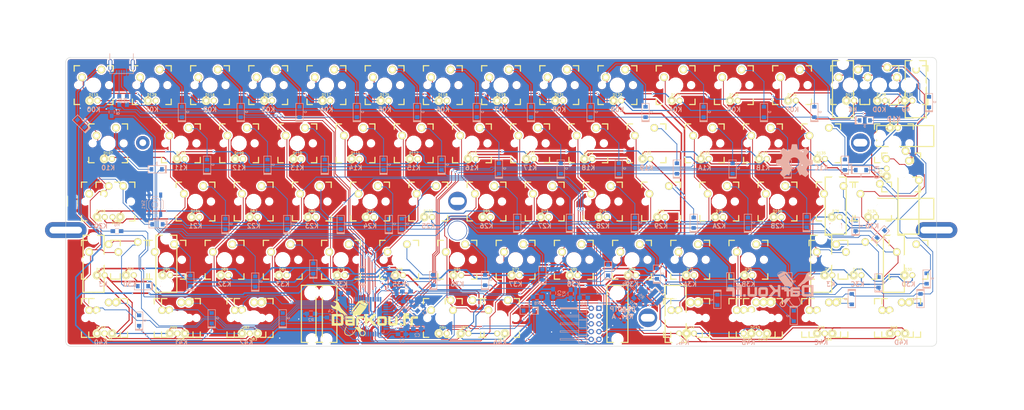
<source format=kicad_pcb>
(kicad_pcb (version 4) (host pcbnew 4.0.5+dfsg1-4)
  (title_block (title "MX/Alps HHKB") (date 2017-05-22) (rev A.1) (company DarKou))
  (layers (0 F.Cu signal) (31 B.Cu signal) (34 B.Paste user) (35 F.Paste user) (36 B.SilkS user hide) (37 F.SilkS user hide) (38 B.Mask user) (39 F.Mask user hide) (44 Edge.Cuts user))
  (net 0 "")
  (net 1 "Net-(C1-Pad1)")
  (net 2 GND)
  (net 3 "Net-(C2-Pad1)")
  (net 4 "Net-(C8-Pad1)")
  (net 5 "Net-(D1-Pad2)")
  (net 6 /Row0)
  (net 7 "Net-(D2-Pad2)")
  (net 8 "Net-(D3-Pad2)")
  (net 9 "Net-(D4-Pad2)")
  (net 10 "Net-(D5-Pad2)")
  (net 11 "Net-(D6-Pad2)")
  (net 12 "Net-(D7-Pad2)")
  (net 13 "Net-(D8-Pad2)")
  (net 14 "Net-(D9-Pad2)")
  (net 15 "Net-(D10-Pad2)")
  (net 16 "Net-(D11-Pad2)")
  (net 17 "Net-(D12-Pad2)")
  (net 18 "Net-(D13-Pad2)")
  (net 19 "Net-(D14-Pad2)")
  (net 20 /Row1)
  (net 21 "Net-(D15-Pad2)")
  (net 22 "Net-(D16-Pad2)")
  (net 23 "Net-(D17-Pad2)")
  (net 24 "Net-(D18-Pad2)")
  (net 25 "Net-(D19-Pad2)")
  (net 26 "Net-(D21-Pad2)")
  (net 27 "Net-(D22-Pad2)")
  (net 28 "Net-(D23-Pad2)")
  (net 29 "Net-(D24-Pad2)")
  (net 30 "Net-(D26-Pad2)")
  (net 31 "Net-(D27-Pad2)")
  (net 32 /Row2)
  (net 33 "Net-(D28-Pad2)")
  (net 34 "Net-(D29-Pad2)")
  (net 35 "Net-(D31-Pad2)")
  (net 36 "Net-(D32-Pad2)")
  (net 37 "Net-(D33-Pad2)")
  (net 38 "Net-(D34-Pad2)")
  (net 39 "Net-(D35-Pad2)")
  (net 40 "Net-(D36-Pad2)")
  (net 41 "Net-(D37-Pad2)")
  (net 42 "Net-(D38-Pad2)")
  (net 43 "Net-(D39-Pad2)")
  (net 44 "Net-(D40-Pad2)")
  (net 45 /Row3)
  (net 46 "Net-(D41-Pad2)")
  (net 47 "Net-(D42-Pad2)")
  (net 48 "Net-(D43-Pad2)")
  (net 49 "Net-(D44-Pad2)")
  (net 50 "Net-(D45-Pad2)")
  (net 51 "Net-(D46-Pad2)")
  (net 52 "Net-(D47-Pad2)")
  (net 53 "Net-(D48-Pad2)")
  (net 54 "Net-(D49-Pad2)")
  (net 55 "Net-(D50-Pad2)")
  (net 56 "Net-(D51-Pad2)")
  (net 57 "Net-(D52-Pad2)")
  (net 58 "Net-(D53-Pad2)")
  (net 59 /Row4)
  (net 60 "Net-(D54-Pad2)")
  (net 61 "Net-(D55-Pad2)")
  (net 62 "Net-(D56-Pad2)")
  (net 63 "Net-(D57-Pad2)")
  (net 64 "Net-(D58-Pad2)")
  (net 65 "Net-(D59-Pad2)")
  (net 66 "Net-(D60-Pad2)")
  (net 67 "Net-(J1-Pad2)")
  (net 68 "Net-(J1-Pad3)")
  (net 69 "Net-(J1-Pad4)")
  (net 70 /Col0)
  (net 71 /Col1)
  (net 72 /Col2)
  (net 73 /Col3)
  (net 74 /Col4)
  (net 75 /Col5)
  (net 76 /Col6)
  (net 77 /Col7)
  (net 78 /Col8)
  (net 79 /Col9)
  (net 80 "Net-(R1-Pad2)")
  (net 81 "Net-(R3-Pad1)")
  (net 82 "Net-(R4-Pad2)")
  (net 83 "Net-(U0-Pad35)")
  (net 84 "Net-(U0-Pad42)")
  (net 85 "Net-(LD1-Pad2)")
  (net 86 /CAPS_LED)
  (net 87 D2)
  (net 88 D5)
  (net 89 "Net-(D61-Pad2)")
  (net 90 "Net-(D62-Pad2)")
  (net 91 "Net-(D63-Pad2)")
  (net 92 "Net-(U0-Pad41)")
  (net 93 "Net-(U0-Pad26)")
  (net 94 "Net-(D64-Pad2)")
  (net 95 "Net-(D65-Pad2)")
  (net 96 "Net-(D66-Pad2)")
  (net 97 "Net-(D67-Pad2)")
  (net 98 "Net-(D68-Pad2)")
  (net 99 /ColA)
  (net 100 /ColB)
  (net 101 /ColC)
  (net 102 /ColD)
  (net 103 "Net-(R2-Pad2)")
  (net 104 "Net-(P2-Pad1)")
  (net 105 VCC)
  (net 106 "Net-(C9-Pad1)")
  (net 107 LED_AN)
  (net 108 "Net-(L1-Pad1)")
  (net 109 LED_CATH)
  (net 110 BACKLIT)
  (module Footprint:darkou (layer B.Cu) (at 259.75 97.75 180)
    (fp_text reference G*** hide)
    (fp_text value LOGO hide)
  )
  (module Footprint:MXST (layer F.Cu) (at 114.3 107.15625 180)
    (fp_text reference MXST hide)
    (fp_text value VAL** hide)
    (pad "" np_thru_hole circle (at 0 -6.985 180) (size 3.048 3.048) (drill 3.048) (layers *.Cu *.Mask))
    (pad "" np_thru_hole circle (at 0 8.255 180) (size 3.9802 3.9802) (drill 3.9802) (layers *.Cu *.Mask))
  )
  (module Mounting_Holes:MountingHole_2.2mm_M2_Pad (layer F.Cu) (at 157.1625 78.58125)
    (fp_text reference REF** hide)
    (fp_text value MountingHole_2.2mm_M2_Pad hide)
    (pad 1 thru_hole circle (at 0 0) (size 6.4 6.4) (drill 6) (layers *.Cu *.Mask))
  )
  (module Footprint:MXST (layer F.Cu) (at 228.6 107.15625 180)
    (fp_text reference MXST hide)
    (fp_text value VAL** hide)
    (pad "" np_thru_hole circle (at 0 -6.985 180) (size 3.048 3.048) (drill 3.048) (layers *.Cu *.Mask))
    (pad "" np_thru_hole circle (at 0 8.255 180) (size 3.9802 3.9802) (drill 3.9802) (layers *.Cu *.Mask))
  )
  (module Footprint:MXST (layer F.Cu) (at 209.55 107.15625 180)
    (fp_text reference MXST hide)
    (fp_text value VAL** hide)
    (pad "" np_thru_hole circle (at 0 -6.985 180) (size 3.048 3.048) (drill 3.048) (layers *.Cu *.Mask))
    (pad "" np_thru_hole circle (at 0 8.255 180) (size 3.9802 3.9802) (drill 3.9802) (layers *.Cu *.Mask))
  )
  (module Footprint:MXST (layer F.Cu) (at 109.5375 107.15625 180)
    (fp_text reference MXST hide)
    (fp_text value VAL** hide)
    (pad "" np_thru_hole circle (at 0 -6.985 180) (size 3.048 3.048) (drill 3.048) (layers *.Cu *.Mask))
    (pad "" np_thru_hole circle (at 0 8.255 180) (size 3.9802 3.9802) (drill 3.9802) (layers *.Cu *.Mask))
  )
  (module Footprint:MXST (layer F.Cu) (at 300.0375 88.10625)
    (fp_text reference MXST hide)
    (fp_text value VAL** hide)
    (pad "" np_thru_hole circle (at 0 -6.985) (size 3.048 3.048) (drill 3.048) (layers *.Cu *.Mask))
    (pad "" np_thru_hole circle (at 0 8.255) (size 3.9802 3.9802) (drill 3.9802) (layers *.Cu *.Mask))
  )
  (module Footprint:MXST (layer F.Cu) (at 276.225 88.10625)
    (fp_text reference MXST hide)
    (fp_text value VAL** hide)
    (pad "" np_thru_hole circle (at 0 -6.985) (size 3.048 3.048) (drill 3.048) (layers *.Cu *.Mask))
    (pad "" np_thru_hole circle (at 0 8.255) (size 3.9802 3.9802) (drill 3.9802) (layers *.Cu *.Mask))
  )
  (module Footprint:MXST (layer F.Cu) (at 302.41875 47.625 90)
    (fp_text reference MXST hide)
    (fp_text value VAL** hide)
    (pad "" np_thru_hole circle (at 0 -6.985 90) (size 3.048 3.048) (drill 3.048) (layers *.Cu *.Mask))
    (pad "" np_thru_hole circle (at 0 8.255 90) (size 3.9802 3.9802) (drill 3.9802) (layers *.Cu *.Mask))
  )
  (module Footprint:MXST (layer F.Cu) (at 302.41875 71.4375 90)
    (fp_text reference MXST hide)
    (fp_text value VAL** hide)
    (pad "" np_thru_hole circle (at 0 -6.985 90) (size 3.048 3.048) (drill 3.048) (layers *.Cu *.Mask))
    (pad "" np_thru_hole circle (at 0 8.255 90) (size 3.9802 3.9802) (drill 3.9802) (layers *.Cu *.Mask))
  )
  (module Footprint:MXST (layer F.Cu) (at 280.9875 69.05625)
    (fp_text reference MXST hide)
    (fp_text value VAL** hide)
    (pad "" np_thru_hole circle (at 0 -6.985) (size 3.048 3.048) (drill 3.048) (layers *.Cu *.Mask))
    (pad "" np_thru_hole circle (at 0 8.255) (size 3.9802 3.9802) (drill 3.9802) (layers *.Cu *.Mask))
  )
  (module Footprint:MXST (layer F.Cu) (at 304.8 69.05625)
    (fp_text reference MXST hide)
    (fp_text value VAL** hide)
    (pad "" np_thru_hole circle (at 0 -6.985) (size 3.048 3.048) (drill 3.048) (layers *.Cu *.Mask))
    (pad "" np_thru_hole circle (at 0 8.255) (size 3.9802 3.9802) (drill 3.9802) (layers *.Cu *.Mask))
  )
  (module Footprint:MXST (layer F.Cu) (at 307.18125 30.95625)
    (fp_text reference MXST hide)
    (fp_text value VAL** hide)
    (pad "" np_thru_hole circle (at 0 -6.985) (size 3.048 3.048) (drill 3.048) (layers *.Cu *.Mask))
    (pad "" np_thru_hole circle (at 0 8.255) (size 3.9802 3.9802) (drill 3.9802) (layers *.Cu *.Mask))
  )
  (module Footprint:MXST (layer F.Cu) (at 283.36875 30.95625)
    (fp_text reference MXST hide)
    (fp_text value VAL** hide)
    (pad "" np_thru_hole circle (at 0 -6.985) (size 3.048 3.048) (drill 3.048) (layers *.Cu *.Mask))
    (pad "" np_thru_hole circle (at 0 8.255) (size 3.9802 3.9802) (drill 3.9802) (layers *.Cu *.Mask))
  )
  (module Footprint:MXST (layer F.Cu) (at 61.9125 88.10625)
    (fp_text reference MXST hide)
    (fp_text value VAL** hide)
    (pad "" np_thru_hole circle (at 0 -6.985) (size 3.048 3.048) (drill 3.048) (layers *.Cu *.Mask))
    (pad "" np_thru_hole circle (at 0 8.255) (size 3.9802 3.9802) (drill 3.9802) (layers *.Cu *.Mask))
  )
  (module Footprint:Poker_oval_hole (layer F.Cu) (at 289.05 49.8)
    (fp_text reference Poker_oval_hole hide)
    (fp_text value VAL** hide)
    (pad "" thru_hole circle (at 0 0) (size 6.1 6.1) (drill oval 4.6 2.5) (layers *.Cu *.Mask))
  )
  (module Footprint:Poker_oval_hole (layer F.Cu) (at 157.2 68.9)
    (fp_text reference Poker_oval_hole hide)
    (fp_text value VAL** hide)
    (pad "" thru_hole circle (at 0 0) (size 6.1 6.1) (drill oval 4.6 2.5) (layers *.Cu *.Mask))
  )
  (module Footprint:Poker_side_edge_long (layer F.Cu) (at 314 78.4)
    (fp_text reference Poker_side_edge_long hide)
    (fp_text value VAL** hide)
    (pad "" thru_hole oval (at 0 0) (size 13.6 5.2) (drill oval 10.6 2.2) (layers *.Cu *.Mask))
  )
  (module Capacitors_SMD:C_0805_HandSoldering (layer B.Cu) (at 145 104 45)
    (fp_text reference C1 (at 0 2.1 45) (layer B.SilkS) (effects (justify mirror)))
    (fp_text value 22p)
    (pad 1 smd rect (at -1.25 0 45) (size 1.5 1.25) (layers B.Cu B.Paste B.Mask) (net 1 "Net-(C1-Pad1)"))
    (pad 2 smd rect (at 1.25 0 45) (size 1.5 1.25) (layers B.Cu B.Paste B.Mask) (net 2 GND))
  )
  (module Capacitors_SMD:C_0805_HandSoldering (layer B.Cu) (at 144 110.75)
    (fp_text reference C2 (at 0 2.1) (layer B.SilkS) (effects (justify mirror)))
    (fp_text value 22p)
    (pad 1 smd rect (at -1.25 0) (size 1.5 1.25) (layers B.Cu B.Paste B.Mask) (net 3 "Net-(C2-Pad1)"))
    (pad 2 smd rect (at 1.25 0) (size 1.5 1.25) (layers B.Cu B.Paste B.Mask) (net 2 GND))
  )
  (module Capacitors_SMD:C_0805_HandSoldering (layer B.Cu) (at 134.5 95.25 135)
    (fp_text reference C3 (at 0 2.1 135) (layer B.SilkS) (effects (justify mirror)))
    (fp_text value 0.1u hide)
    (pad 1 smd rect (at -1.25 0 135) (size 1.5 1.25) (layers B.Cu B.Paste B.Mask) (net 105 VCC))
    (pad 2 smd rect (at 1.25 0 135) (size 1.5 1.25) (layers B.Cu B.Paste B.Mask) (net 2 GND))
  )
  (module Capacitors_SMD:C_0805_HandSoldering (layer B.Cu) (at 115.75 107 180)
    (fp_text reference C4 (at 0 2.1 180) (layer B.SilkS) (effects (justify mirror)))
    (fp_text value 0.1u hide)
    (pad 1 smd rect (at -1.25 0 180) (size 1.5 1.25) (layers B.Cu B.Paste B.Mask) (net 105 VCC))
    (pad 2 smd rect (at 1.25 0 180) (size 1.5 1.25) (layers B.Cu B.Paste B.Mask) (net 2 GND))
  )
  (module Capacitors_SMD:C_0805_HandSoldering (layer B.Cu) (at 120.25 99 180)
    (fp_text reference C5 (at 0 2.1 180) (layer B.SilkS) (effects (justify mirror)))
    (fp_text value 0.1u)
    (pad 1 smd rect (at -1.25 0 180) (size 1.5 1.25) (layers B.Cu B.Paste B.Mask) (net 105 VCC))
    (pad 2 smd rect (at 1.25 0 180) (size 1.5 1.25) (layers B.Cu B.Paste B.Mask) (net 2 GND))
  )
  (module Capacitors_SMD:C_0805_HandSoldering (layer B.Cu) (at 139 112.5)
    (fp_text reference C6 (at 0 2.1) (layer B.SilkS) (effects (justify mirror)))
    (fp_text value 0.1u)
    (pad 1 smd rect (at -1.25 0) (size 1.5 1.25) (layers B.Cu B.Paste B.Mask) (net 105 VCC))
    (pad 2 smd rect (at 1.25 0) (size 1.5 1.25) (layers B.Cu B.Paste B.Mask) (net 2 GND))
  )
  (module Capacitors_SMD:C_0805_HandSoldering (layer B.Cu) (at 140.75 101.75)
    (fp_text reference C7 (at 0 2.1) (layer B.SilkS) (effects (justify mirror)))
    (fp_text value 4.7u)
    (pad 1 smd rect (at -1.25 0) (size 1.5 1.25) (layers B.Cu B.Paste B.Mask) (net 105 VCC))
    (pad 2 smd rect (at 1.25 0) (size 1.5 1.25) (layers B.Cu B.Paste B.Mask) (net 2 GND))
  )
  (module Capacitors_SMD:C_0805_HandSoldering (layer B.Cu) (at 44 39.75 90)
    (fp_text reference C8 (at 0 2.1 90) (layer B.SilkS) (effects (justify mirror)))
    (fp_text value 1u)
    (pad 1 smd rect (at -1.25 0 90) (size 1.5 1.25) (layers B.Cu B.Paste B.Mask) (net 4 "Net-(C8-Pad1)"))
    (pad 2 smd rect (at 1.25 0 90) (size 1.5 1.25) (layers B.Cu B.Paste B.Mask) (net 2 GND))
  )
  (module Capacitors_SMD:C_0805_HandSoldering (layer B.Cu) (at 188.5 99 90)
    (fp_text reference C9 (at 0 2.1 90) (layer B.SilkS) (effects (justify mirror)))
    (fp_text value 2.2u)
    (pad 1 smd rect (at -1.25 0 90) (size 1.5 1.25) (layers B.Cu B.Paste B.Mask) (net 106 "Net-(C9-Pad1)"))
    (pad 2 smd rect (at 1.25 0 90) (size 1.5 1.25) (layers B.Cu B.Paste B.Mask) (net 105 VCC))
  )
  (module Footprint:D_SOD123 (layer B.Cu) (at 34 43.5 135)
    (fp_text reference D1 hide)
    (fp_text value D (at 0 1.925 135) (layer B.SilkS) (effects (font (size 0.8 0.8)) (justify mirror)))
    (pad 2 smd rect (at 1.7 0 135) (size 1.2 1.4) (layers B.Cu B.Paste B.Mask) (net 5 "Net-(D1-Pad2)"))
    (pad 1 smd rect (at -1.7 0 135) (size 1.2 1.4) (layers B.Cu B.Paste B.Mask) (net 6 /Row0))
  )
  (module Footprint:D_SOD123 (layer B.Cu) (at 58.75 58.5 180)
    (fp_text reference D2 hide)
    (fp_text value D (at 0 1.925 180) (layer B.SilkS) (effects (font (size 0.8 0.8)) (justify mirror)))
    (pad 2 smd rect (at 1.7 0 180) (size 1.2 1.4) (layers B.Cu B.Paste B.Mask) (net 7 "Net-(D2-Pad2)"))
    (pad 1 smd rect (at -1.7 0 180) (size 1.2 1.4) (layers B.Cu B.Paste B.Mask) (net 20 /Row1))
  )
  (module Footprint:D_SOD123 (layer B.Cu) (at 59 76.5 180)
    (fp_text reference D3 hide)
    (fp_text value D (at 0 1.925 180) (layer B.SilkS) (effects (font (size 0.8 0.8)) (justify mirror)))
    (pad 2 smd rect (at 1.7 0 180) (size 1.2 1.4) (layers B.Cu B.Paste B.Mask) (net 8 "Net-(D3-Pad2)"))
    (pad 1 smd rect (at -1.7 0 180) (size 1.2 1.4) (layers B.Cu B.Paste B.Mask) (net 32 /Row2))
  )
  (module Footprint:D_SOD123 (layer B.Cu) (at 54.25 96.75 180)
    (fp_text reference D4 hide)
    (fp_text value D (at 0 1.925 180) (layer B.SilkS) (effects (font (size 0.8 0.8)) (justify mirror)))
    (pad 2 smd rect (at 1.7 0 180) (size 1.2 1.4) (layers B.Cu B.Paste B.Mask) (net 9 "Net-(D4-Pad2)"))
    (pad 1 smd rect (at -1.7 0 180) (size 1.2 1.4) (layers B.Cu B.Paste B.Mask) (net 45 /Row3))
  )
  (module Footprint:D_SOD123 (layer B.Cu) (at 53 108 90)
    (fp_text reference D5 hide)
    (fp_text value D (at 0 1.925 90) (layer B.SilkS) (effects (font (size 0.8 0.8)) (justify mirror)))
    (pad 2 smd rect (at 1.7 0 90) (size 1.2 1.4) (layers B.Cu B.Paste B.Mask) (net 10 "Net-(D5-Pad2)"))
    (pad 1 smd rect (at -1.7 0 90) (size 1.2 1.4) (layers B.Cu B.Paste B.Mask) (net 59 /Row4))
  )
  (module Footprint:D_SOD123 (layer B.Cu) (at 67 39.75 90)
    (fp_text reference D6 hide)
    (fp_text value D (at 0 1.925 90) (layer B.SilkS) (effects (font (size 0.8 0.8)) (justify mirror)))
    (pad 2 smd rect (at 1.7 0 90) (size 1.2 1.4) (layers B.Cu B.Paste B.Mask) (net 11 "Net-(D6-Pad2)"))
    (pad 1 smd rect (at -1.7 0 90) (size 1.2 1.4) (layers B.Cu B.Paste B.Mask) (net 6 /Row0))
  )
  (module Footprint:D_SOD123 (layer B.Cu) (at 75.25 57 90)
    (fp_text reference D7 hide)
    (fp_text value D (at 0 1.925 90) (layer B.SilkS) (effects (font (size 0.8 0.8)) (justify mirror)))
    (pad 2 smd rect (at 1.7 0 90) (size 1.2 1.4) (layers B.Cu B.Paste B.Mask) (net 12 "Net-(D7-Pad2)"))
    (pad 1 smd rect (at -1.7 0 90) (size 1.2 1.4) (layers B.Cu B.Paste B.Mask) (net 20 /Row1))
  )
  (module Footprint:D_SOD123 (layer B.Cu) (at 81.22875 76.40625 90)
    (fp_text reference D8 hide)
    (fp_text value D (at 0 1.925 90) (layer B.SilkS) (effects (font (size 0.8 0.8)) (justify mirror)))
    (pad 2 smd rect (at 1.7 0 90) (size 1.2 1.4) (layers B.Cu B.Paste B.Mask) (net 13 "Net-(D8-Pad2)"))
    (pad 1 smd rect (at -1.7 0 90) (size 1.2 1.4) (layers B.Cu B.Paste B.Mask) (net 32 /Row2))
  )
  (module Footprint:D_SOD123 (layer B.Cu) (at 69.75 95 90)
    (fp_text reference D9 hide)
    (fp_text value D (at 0 1.925 90) (layer B.SilkS) (effects (font (size 0.8 0.8)) (justify mirror)))
    (pad 2 smd rect (at 1.7 0 90) (size 1.2 1.4) (layers B.Cu B.Paste B.Mask) (net 14 "Net-(D9-Pad2)"))
    (pad 1 smd rect (at -1.7 0 90) (size 1.2 1.4) (layers B.Cu B.Paste B.Mask) (net 45 /Row3))
  )
  (module Footprint:D_SOD123 (layer B.Cu) (at 76.75 107.25 90)
    (fp_text reference D10 hide)
    (fp_text value D (at 0 1.925 90) (layer B.SilkS) (effects (font (size 0.8 0.8)) (justify mirror)))
    (pad 2 smd rect (at 1.7 0 90) (size 1.2 1.4) (layers B.Cu B.Paste B.Mask) (net 15 "Net-(D10-Pad2)"))
    (pad 1 smd rect (at -1.7 0 90) (size 1.2 1.4) (layers B.Cu B.Paste B.Mask) (net 59 /Row4))
  )
  (module Footprint:D_SOD123 (layer B.Cu) (at 86.25 39.75 90)
    (fp_text reference D11 hide)
    (fp_text value D (at 0 1.925 90) (layer B.SilkS) (effects (font (size 0.8 0.8)) (justify mirror)))
    (pad 2 smd rect (at 1.7 0 90) (size 1.2 1.4) (layers B.Cu B.Paste B.Mask) (net 16 "Net-(D11-Pad2)"))
    (pad 1 smd rect (at -1.7 0 90) (size 1.2 1.4) (layers B.Cu B.Paste B.Mask) (net 6 /Row0))
  )
  (module Footprint:D_SOD123 (layer B.Cu) (at 95 57 90)
    (fp_text reference D12 hide)
    (fp_text value D (at 0 1.925 90) (layer B.SilkS) (effects (font (size 0.8 0.8)) (justify mirror)))
    (pad 2 smd rect (at 1.7 0 90) (size 1.2 1.4) (layers B.Cu B.Paste B.Mask) (net 17 "Net-(D12-Pad2)"))
    (pad 1 smd rect (at -1.7 0 90) (size 1.2 1.4) (layers B.Cu B.Paste B.Mask) (net 20 /Row1))
  )
  (module Footprint:D_SOD123 (layer B.Cu) (at 101.47875 76.40625 90)
    (fp_text reference D13 hide)
    (fp_text value D (at 0 1.925 90) (layer B.SilkS) (effects (font (size 0.8 0.8)) (justify mirror)))
    (pad 2 smd rect (at 1.7 0 90) (size 1.2 1.4) (layers B.Cu B.Paste B.Mask) (net 18 "Net-(D13-Pad2)"))
    (pad 1 smd rect (at -1.7 0 90) (size 1.2 1.4) (layers B.Cu B.Paste B.Mask) (net 32 /Row2))
  )
  (module Footprint:D_SOD123 (layer B.Cu) (at 91 95.25 90)
    (fp_text reference D14 hide)
    (fp_text value D (at 0 1.925 90) (layer B.SilkS) (effects (font (size 0.8 0.8)) (justify mirror)))
    (pad 2 smd rect (at 1.7 0 90) (size 1.2 1.4) (layers B.Cu B.Paste B.Mask) (net 19 "Net-(D14-Pad2)"))
    (pad 1 smd rect (at -1.7 0 90) (size 1.2 1.4) (layers B.Cu B.Paste B.Mask) (net 45 /Row3))
  )
  (module Footprint:D_SOD123 (layer B.Cu) (at 100 107.25 90)
    (fp_text reference D15 hide)
    (fp_text value D (at 0 1.925 90) (layer B.SilkS) (effects (font (size 0.8 0.8)) (justify mirror)))
    (pad 2 smd rect (at 1.7 0 90) (size 1.2 1.4) (layers B.Cu B.Paste B.Mask) (net 21 "Net-(D15-Pad2)"))
    (pad 1 smd rect (at -1.7 0 90) (size 1.2 1.4) (layers B.Cu B.Paste B.Mask) (net 59 /Row4))
  )
  (module Footprint:D_SOD123 (layer B.Cu) (at 105.5 39.75 90)
    (fp_text reference D16 hide)
    (fp_text value D (at 0 1.925 90) (layer B.SilkS) (effects (font (size 0.8 0.8)) (justify mirror)))
    (pad 2 smd rect (at 1.7 0 90) (size 1.2 1.4) (layers B.Cu B.Paste B.Mask) (net 22 "Net-(D16-Pad2)"))
    (pad 1 smd rect (at -1.7 0 90) (size 1.2 1.4) (layers B.Cu B.Paste B.Mask) (net 6 /Row0))
  )
  (module Footprint:D_SOD123 (layer B.Cu) (at 113.75 57 90)
    (fp_text reference D17 hide)
    (fp_text value D (at 0 1.925 90) (layer B.SilkS) (effects (font (size 0.8 0.8)) (justify mirror)))
    (pad 2 smd rect (at 1.7 0 90) (size 1.2 1.4) (layers B.Cu B.Paste B.Mask) (net 23 "Net-(D17-Pad2)"))
    (pad 1 smd rect (at -1.7 0 90) (size 1.2 1.4) (layers B.Cu B.Paste B.Mask) (net 20 /Row1))
  )
  (module Footprint:D_SOD123 (layer B.Cu) (at 118.97875 76.40625 90)
    (fp_text reference D18 hide)
    (fp_text value D (at 0 1.925 90) (layer B.SilkS) (effects (font (size 0.8 0.8)) (justify mirror)))
    (pad 2 smd rect (at 1.7 0 90) (size 1.2 1.4) (layers B.Cu B.Paste B.Mask) (net 24 "Net-(D18-Pad2)"))
    (pad 1 smd rect (at -1.7 0 90) (size 1.2 1.4) (layers B.Cu B.Paste B.Mask) (net 32 /Row2))
  )
  (module Footprint:D_SOD123 (layer B.Cu) (at 110 91 90)
    (fp_text reference D19 hide)
    (fp_text value D (at 0 1.925 90) (layer B.SilkS) (effects (font (size 0.8 0.8)) (justify mirror)))
    (pad 2 smd rect (at 1.7 0 90) (size 1.2 1.4) (layers B.Cu B.Paste B.Mask) (net 25 "Net-(D19-Pad2)"))
    (pad 1 smd rect (at -1.7 0 90) (size 1.2 1.4) (layers B.Cu B.Paste B.Mask) (net 45 /Row3))
  )
  (module Footprint:D_SOD123 (layer B.Cu) (at 124.25 39.75 90)
    (fp_text reference D21 hide)
    (fp_text value D (at 0 1.925 90) (layer B.SilkS) (effects (font (size 0.8 0.8)) (justify mirror)))
    (pad 2 smd rect (at 1.7 0 90) (size 1.2 1.4) (layers B.Cu B.Paste B.Mask) (net 26 "Net-(D21-Pad2)"))
    (pad 1 smd rect (at -1.7 0 90) (size 1.2 1.4) (layers B.Cu B.Paste B.Mask) (net 6 /Row0))
  )
  (module Footprint:D_SOD123 (layer B.Cu) (at 133 57 90)
    (fp_text reference D22 hide)
    (fp_text value D (at 0 1.925 90) (layer B.SilkS) (effects (font (size 0.8 0.8)) (justify mirror)))
    (pad 2 smd rect (at 1.7 0 90) (size 1.2 1.4) (layers B.Cu B.Paste B.Mask) (net 27 "Net-(D22-Pad2)"))
    (pad 1 smd rect (at -1.7 0 90) (size 1.2 1.4) (layers B.Cu B.Paste B.Mask) (net 20 /Row1))
  )
  (module Footprint:D_SOD123 (layer B.Cu) (at 134.72875 76.40625 90)
    (fp_text reference D23 hide)
    (fp_text value D (at 0 1.925 90) (layer B.SilkS) (effects (font (size 0.8 0.8)) (justify mirror)))
    (pad 2 smd rect (at 1.7 0 90) (size 1.2 1.4) (layers B.Cu B.Paste B.Mask) (net 28 "Net-(D23-Pad2)"))
    (pad 1 smd rect (at -1.7 0 90) (size 1.2 1.4) (layers B.Cu B.Paste B.Mask) (net 32 /Row2))
  )
  (module Footprint:D_SOD123 (layer B.Cu) (at 126 93.25 90)
    (fp_text reference D24 hide)
    (fp_text value D (at 0 1.925 90) (layer B.SilkS) (effects (font (size 0.8 0.8)) (justify mirror)))
    (pad 2 smd rect (at 1.7 0 90) (size 1.2 1.4) (layers B.Cu B.Paste B.Mask) (net 29 "Net-(D24-Pad2)"))
    (pad 1 smd rect (at -1.7 0 90) (size 1.2 1.4) (layers B.Cu B.Paste B.Mask) (net 45 /Row3))
  )
  (module Footprint:D_SOD123 (layer B.Cu) (at 144 39.75 90)
    (fp_text reference D26 hide)
    (fp_text value D (at 0 1.925 90) (layer B.SilkS) (effects (font (size 0.8 0.8)) (justify mirror)))
    (pad 2 smd rect (at 1.7 0 90) (size 1.2 1.4) (layers B.Cu B.Paste B.Mask) (net 30 "Net-(D26-Pad2)"))
    (pad 1 smd rect (at -1.7 0 90) (size 1.2 1.4) (layers B.Cu B.Paste B.Mask) (net 6 /Row0))
  )
  (module Footprint:D_SOD123 (layer B.Cu) (at 152 57 90)
    (fp_text reference D27 hide)
    (fp_text value D (at 0 1.925 90) (layer B.SilkS) (effects (font (size 0.8 0.8)) (justify mirror)))
    (pad 2 smd rect (at 1.7 0 90) (size 1.2 1.4) (layers B.Cu B.Paste B.Mask) (net 31 "Net-(D27-Pad2)"))
    (pad 1 smd rect (at -1.7 0 90) (size 1.2 1.4) (layers B.Cu B.Paste B.Mask) (net 20 /Row1))
  )
  (module Footprint:D_SOD123 (layer B.Cu) (at 138.97875 76.40625 90)
    (fp_text reference D28 hide)
    (fp_text value D (at 0 1.925 90) (layer B.SilkS) (effects (font (size 0.8 0.8)) (justify mirror)))
    (pad 2 smd rect (at 1.7 0 90) (size 1.2 1.4) (layers B.Cu B.Paste B.Mask) (net 33 "Net-(D28-Pad2)"))
    (pad 1 smd rect (at -1.7 0 90) (size 1.2 1.4) (layers B.Cu B.Paste B.Mask) (net 32 /Row2))
  )
  (module Footprint:D_SOD123 (layer B.Cu) (at 149.25 94.75 90)
    (fp_text reference D29 hide)
    (fp_text value D (at 0 1.925 90) (layer B.SilkS) (effects (font (size 0.8 0.8)) (justify mirror)))
    (pad 2 smd rect (at 1.7 0 90) (size 1.2 1.4) (layers B.Cu B.Paste B.Mask) (net 34 "Net-(D29-Pad2)"))
    (pad 1 smd rect (at -1.7 0 90) (size 1.2 1.4) (layers B.Cu B.Paste B.Mask) (net 45 /Row3))
  )
  (module Footprint:D_SOD123 (layer B.Cu) (at 163.5 39.75 90)
    (fp_text reference D31 hide)
    (fp_text value D (at 0 1.925 90) (layer B.SilkS) (effects (font (size 0.8 0.8)) (justify mirror)))
    (pad 2 smd rect (at 1.7 0 90) (size 1.2 1.4) (layers B.Cu B.Paste B.Mask) (net 35 "Net-(D31-Pad2)"))
    (pad 1 smd rect (at -1.7 0 90) (size 1.2 1.4) (layers B.Cu B.Paste B.Mask) (net 6 /Row0))
  )
  (module Footprint:D_SOD123 (layer B.Cu) (at 170.75 58.25 90)
    (fp_text reference D32 hide)
    (fp_text value D (at 0 1.925 90) (layer B.SilkS) (effects (font (size 0.8 0.8)) (justify mirror)))
    (pad 2 smd rect (at 1.7 0 90) (size 1.2 1.4) (layers B.Cu B.Paste B.Mask) (net 36 "Net-(D32-Pad2)"))
    (pad 1 smd rect (at -1.7 0 90) (size 1.2 1.4) (layers B.Cu B.Paste B.Mask) (net 20 /Row1))
  )
  (module Footprint:D_SOD123 (layer B.Cu) (at 176.75 76 90)
    (fp_text reference D33 hide)
    (fp_text value D (at 0 1.925 90) (layer B.SilkS) (effects (font (size 0.8 0.8)) (justify mirror)))
    (pad 2 smd rect (at 1.7 0 90) (size 1.2 1.4) (layers B.Cu B.Paste B.Mask) (net 37 "Net-(D33-Pad2)"))
    (pad 1 smd rect (at -1.7 0 90) (size 1.2 1.4) (layers B.Cu B.Paste B.Mask) (net 32 /Row2))
  )
  (module Footprint:D_SOD123 (layer B.Cu) (at 166.25 94.75 90)
    (fp_text reference D34 hide)
    (fp_text value D (at 0 1.925 90) (layer B.SilkS) (effects (font (size 0.8 0.8)) (justify mirror)))
    (pad 2 smd rect (at 1.7 0 90) (size 1.2 1.4) (layers B.Cu B.Paste B.Mask) (net 38 "Net-(D34-Pad2)"))
    (pad 1 smd rect (at -1.7 0 90) (size 1.2 1.4) (layers B.Cu B.Paste B.Mask) (net 45 /Row3))
  )
  (module Footprint:D_SOD123 (layer B.Cu) (at 180.5 104.75 180)
    (fp_text reference D35 hide)
    (fp_text value D (at 0 1.925 180) (layer B.SilkS) (effects (font (size 0.8 0.8)) (justify mirror)))
    (pad 2 smd rect (at 1.7 0 180) (size 1.2 1.4) (layers B.Cu B.Paste B.Mask) (net 39 "Net-(D35-Pad2)"))
    (pad 1 smd rect (at -1.7 0 180) (size 1.2 1.4) (layers B.Cu B.Paste B.Mask) (net 59 /Row4))
  )
  (module Footprint:D_SOD123 (layer B.Cu) (at 181.25 39.75 90)
    (fp_text reference D36 hide)
    (fp_text value D (at 0 1.925 90) (layer B.SilkS) (effects (font (size 0.8 0.8)) (justify mirror)))
    (pad 2 smd rect (at 1.7 0 90) (size 1.2 1.4) (layers B.Cu B.Paste B.Mask) (net 40 "Net-(D36-Pad2)"))
    (pad 1 smd rect (at -1.7 0 90) (size 1.2 1.4) (layers B.Cu B.Paste B.Mask) (net 6 /Row0))
  )
  (module Footprint:D_SOD123 (layer B.Cu) (at 191 58.25 90)
    (fp_text reference D37 hide)
    (fp_text value D (at 0 1.925 90) (layer B.SilkS) (effects (font (size 0.8 0.8)) (justify mirror)))
    (pad 2 smd rect (at 1.7 0 90) (size 1.2 1.4) (layers B.Cu B.Paste B.Mask) (net 41 "Net-(D37-Pad2)"))
    (pad 1 smd rect (at -1.7 0 90) (size 1.2 1.4) (layers B.Cu B.Paste B.Mask) (net 20 /Row1))
  )
  (module Footprint:D_SOD123 (layer B.Cu) (at 194 76 90)
    (fp_text reference D38 hide)
    (fp_text value D (at 0 1.925 90) (layer B.SilkS) (effects (font (size 0.8 0.8)) (justify mirror)))
    (pad 2 smd rect (at 1.7 0 90) (size 1.2 1.4) (layers B.Cu B.Paste B.Mask) (net 42 "Net-(D38-Pad2)"))
    (pad 1 smd rect (at -1.7 0 90) (size 1.2 1.4) (layers B.Cu B.Paste B.Mask) (net 32 /Row2))
  )
  (module Footprint:D_SOD123 (layer B.Cu) (at 185 93 90)
    (fp_text reference D39 hide)
    (fp_text value D (at 0 1.925 90) (layer B.SilkS) (effects (font (size 0.8 0.8)) (justify mirror)))
    (pad 2 smd rect (at 1.7 0 90) (size 1.2 1.4) (layers B.Cu B.Paste B.Mask) (net 43 "Net-(D39-Pad2)"))
    (pad 1 smd rect (at -1.7 0 90) (size 1.2 1.4) (layers B.Cu B.Paste B.Mask) (net 45 /Row3))
  )
  (module Footprint:D_SOD123 (layer B.Cu) (at 200.75 39.75 90)
    (fp_text reference D40 hide)
    (fp_text value D (at 0 1.925 90) (layer B.SilkS) (effects (font (size 0.8 0.8)) (justify mirror)))
    (pad 2 smd rect (at 1.7 0 90) (size 1.2 1.4) (layers B.Cu B.Paste B.Mask) (net 44 "Net-(D40-Pad2)"))
    (pad 1 smd rect (at -1.7 0 90) (size 1.2 1.4) (layers B.Cu B.Paste B.Mask) (net 6 /Row0))
  )
  (module Footprint:D_SOD123 (layer B.Cu) (at 210 58.25 90)
    (fp_text reference D41 hide)
    (fp_text value D (at 0 1.925 90) (layer B.SilkS) (effects (font (size 0.8 0.8)) (justify mirror)))
    (pad 2 smd rect (at 1.7 0 90) (size 1.2 1.4) (layers B.Cu B.Paste B.Mask) (net 46 "Net-(D41-Pad2)"))
    (pad 1 smd rect (at -1.7 0 90) (size 1.2 1.4) (layers B.Cu B.Paste B.Mask) (net 20 /Row1))
  )
  (module Footprint:D_SOD123 (layer B.Cu) (at 215.25 76 90)
    (fp_text reference D42 hide)
    (fp_text value D (at 0 1.925 90) (layer B.SilkS) (effects (font (size 0.8 0.8)) (justify mirror)))
    (pad 2 smd rect (at 1.7 0 90) (size 1.2 1.4) (layers B.Cu B.Paste B.Mask) (net 47 "Net-(D42-Pad2)"))
    (pad 1 smd rect (at -1.7 0 90) (size 1.2 1.4) (layers B.Cu B.Paste B.Mask) (net 32 /Row2))
  )
  (module Footprint:D_SOD123 (layer B.Cu) (at 206.5 91.5 90)
    (fp_text reference D43 hide)
    (fp_text value D (at 0 1.925 90) (layer B.SilkS) (effects (font (size 0.8 0.8)) (justify mirror)))
    (pad 2 smd rect (at 1.7 0 90) (size 1.2 1.4) (layers B.Cu B.Paste B.Mask) (net 48 "Net-(D43-Pad2)"))
    (pad 1 smd rect (at -1.7 0 90) (size 1.2 1.4) (layers B.Cu B.Paste B.Mask) (net 45 /Row3))
  )
  (module Footprint:D_SOD123 (layer B.Cu) (at 218.75 39.75 90)
    (fp_text reference D44 hide)
    (fp_text value D (at 0 1.925 90) (layer B.SilkS) (effects (font (size 0.8 0.8)) (justify mirror)))
    (pad 2 smd rect (at 1.7 0 90) (size 1.2 1.4) (layers B.Cu B.Paste B.Mask) (net 49 "Net-(D44-Pad2)"))
    (pad 1 smd rect (at -1.7 0 90) (size 1.2 1.4) (layers B.Cu B.Paste B.Mask) (net 6 /Row0))
  )
  (module Footprint:D_SOD123 (layer B.Cu) (at 229 58.25 90)
    (fp_text reference D45 hide)
    (fp_text value D (at 0 1.925 90) (layer B.SilkS) (effects (font (size 0.8 0.8)) (justify mirror)))
    (pad 2 smd rect (at 1.7 0 90) (size 1.2 1.4) (layers B.Cu B.Paste B.Mask) (net 50 "Net-(D45-Pad2)"))
    (pad 1 smd rect (at -1.7 0 90) (size 1.2 1.4) (layers B.Cu B.Paste B.Mask) (net 20 /Row1))
  )
  (module Footprint:D_SOD123 (layer B.Cu) (at 234.5 76 90)
    (fp_text reference D46 hide)
    (fp_text value D (at 0 1.925 90) (layer B.SilkS) (effects (font (size 0.8 0.8)) (justify mirror)))
    (pad 2 smd rect (at 1.7 0 90) (size 1.2 1.4) (layers B.Cu B.Paste B.Mask) (net 51 "Net-(D46-Pad2)"))
    (pad 1 smd rect (at -1.7 0 90) (size 1.2 1.4) (layers B.Cu B.Paste B.Mask) (net 32 /Row2))
  )
  (module Footprint:D_SOD123 (layer B.Cu) (at 222.47875 92.65625 90)
    (fp_text reference D47 hide)
    (fp_text value D (at 0 1.925 90) (layer B.SilkS) (effects (font (size 0.8 0.8)) (justify mirror)))
    (pad 2 smd rect (at 1.7 0 90) (size 1.2 1.4) (layers B.Cu B.Paste B.Mask) (net 52 "Net-(D47-Pad2)"))
    (pad 1 smd rect (at -1.7 0 90) (size 1.2 1.4) (layers B.Cu B.Paste B.Mask) (net 45 /Row3))
  )
  (module Footprint:D_SOD123 (layer B.Cu) (at 311.5 36.5 90)
    (fp_text reference D48 hide)
    (fp_text value D (at 0 1.925 90) (layer B.SilkS) (effects (font (size 0.8 0.8)) (justify mirror)))
    (pad 2 smd rect (at 1.7 0 90) (size 1.2 1.4) (layers B.Cu B.Paste B.Mask) (net 53 "Net-(D48-Pad2)"))
    (pad 1 smd rect (at -1.7 0 90) (size 1.2 1.4) (layers B.Cu B.Paste B.Mask) (net 59 /Row4))
  )
  (module Footprint:D_SOD123 (layer B.Cu) (at 237.75 39.75 90)
    (fp_text reference D49 hide)
    (fp_text value D (at 0 1.925 90) (layer B.SilkS) (effects (font (size 0.8 0.8)) (justify mirror)))
    (pad 2 smd rect (at 1.7 0 90) (size 1.2 1.4) (layers B.Cu B.Paste B.Mask) (net 54 "Net-(D49-Pad2)"))
    (pad 1 smd rect (at -1.7 0 90) (size 1.2 1.4) (layers B.Cu B.Paste B.Mask) (net 6 /Row0))
  )
  (module Footprint:D_SOD123 (layer B.Cu) (at 247.25 58.25 90)
    (fp_text reference D50 hide)
    (fp_text value D (at 0 1.925 90) (layer B.SilkS) (effects (font (size 0.8 0.8)) (justify mirror)))
    (pad 2 smd rect (at 1.7 0 90) (size 1.2 1.4) (layers B.Cu B.Paste B.Mask) (net 55 "Net-(D50-Pad2)"))
    (pad 1 smd rect (at -1.7 0 90) (size 1.2 1.4) (layers B.Cu B.Paste B.Mask) (net 20 /Row1))
  )
  (module Footprint:D_SOD123 (layer B.Cu) (at 252.25 76 90)
    (fp_text reference D51 hide)
    (fp_text value D (at 0 1.925 90) (layer B.SilkS) (effects (font (size 0.8 0.8)) (justify mirror)))
    (pad 2 smd rect (at 1.7 0 90) (size 1.2 1.4) (layers B.Cu B.Paste B.Mask) (net 56 "Net-(D51-Pad2)"))
    (pad 1 smd rect (at -1.7 0 90) (size 1.2 1.4) (layers B.Cu B.Paste B.Mask) (net 32 /Row2))
  )
  (module Footprint:D_SOD123 (layer B.Cu) (at 246.47875 95.15625 90)
    (fp_text reference D52 hide)
    (fp_text value D (at 0 1.925 90) (layer B.SilkS) (effects (font (size 0.8 0.8)) (justify mirror)))
    (pad 2 smd rect (at 1.7 0 90) (size 1.2 1.4) (layers B.Cu B.Paste B.Mask) (net 57 "Net-(D52-Pad2)"))
    (pad 1 smd rect (at -1.7 0 90) (size 1.2 1.4) (layers B.Cu B.Paste B.Mask) (net 45 /Row3))
  )
  (module Footprint:D_SOD123 (layer B.Cu) (at 242.25 101.25 270)
    (fp_text reference D53 hide)
    (fp_text value D (at 0 1.925 270) (layer B.SilkS) (effects (font (size 0.8 0.8)) (justify mirror)))
    (pad 2 smd rect (at 1.7 0 270) (size 1.2 1.4) (layers B.Cu B.Paste B.Mask) (net 58 "Net-(D53-Pad2)"))
    (pad 1 smd rect (at -1.7 0 270) (size 1.2 1.4) (layers B.Cu B.Paste B.Mask) (net 59 /Row4))
  )
  (module Footprint:D_SOD123 (layer B.Cu) (at 257.5 39.75 90)
    (fp_text reference D54 hide)
    (fp_text value D (at 0 1.925 90) (layer B.SilkS) (effects (font (size 0.8 0.8)) (justify mirror)))
    (pad 2 smd rect (at 1.7 0 90) (size 1.2 1.4) (layers B.Cu B.Paste B.Mask) (net 60 "Net-(D54-Pad2)"))
    (pad 1 smd rect (at -1.7 0 90) (size 1.2 1.4) (layers B.Cu B.Paste B.Mask) (net 6 /Row0))
  )
  (module Footprint:D_SOD123 (layer B.Cu) (at 265.25 58.25 90)
    (fp_text reference D55 hide)
    (fp_text value D (at 0 1.925 90) (layer B.SilkS) (effects (font (size 0.8 0.8)) (justify mirror)))
    (pad 2 smd rect (at 1.7 0 90) (size 1.2 1.4) (layers B.Cu B.Paste B.Mask) (net 61 "Net-(D55-Pad2)"))
    (pad 1 smd rect (at -1.7 0 90) (size 1.2 1.4) (layers B.Cu B.Paste B.Mask) (net 20 /Row1))
  )
  (module Footprint:D_SOD123 (layer B.Cu) (at 271.5 75.75 90)
    (fp_text reference D56 hide)
    (fp_text value D (at 0 1.925 90) (layer B.SilkS) (effects (font (size 0.8 0.8)) (justify mirror)))
    (pad 2 smd rect (at 1.7 0 90) (size 1.2 1.4) (layers B.Cu B.Paste B.Mask) (net 62 "Net-(D56-Pad2)"))
    (pad 1 smd rect (at -1.7 0 90) (size 1.2 1.4) (layers B.Cu B.Paste B.Mask) (net 32 /Row2))
  )
  (module Footprint:D_SOD123 (layer B.Cu) (at 265.47875 95.15625 90)
    (fp_text reference D57 hide)
    (fp_text value D (at 0 1.925 90) (layer B.SilkS) (effects (font (size 0.8 0.8)) (justify mirror)))
    (pad 2 smd rect (at 1.7 0 90) (size 1.2 1.4) (layers B.Cu B.Paste B.Mask) (net 63 "Net-(D57-Pad2)"))
    (pad 1 smd rect (at -1.7 0 90) (size 1.2 1.4) (layers B.Cu B.Paste B.Mask) (net 45 /Row3))
  )
  (module Footprint:D_SOD123 (layer B.Cu) (at 267.25 106.5 270)
    (fp_text reference D58 hide)
    (fp_text value D (at 0 1.925 270) (layer B.SilkS) (effects (font (size 0.8 0.8)) (justify mirror)))
    (pad 2 smd rect (at 1.7 0 270) (size 1.2 1.4) (layers B.Cu B.Paste B.Mask) (net 64 "Net-(D58-Pad2)"))
    (pad 1 smd rect (at -1.7 0 270) (size 1.2 1.4) (layers B.Cu B.Paste B.Mask) (net 59 /Row4))
  )
  (module Footprint:D_SOD123 (layer B.Cu) (at 274 39.75 90)
    (fp_text reference D59 hide)
    (fp_text value D (at 0 1.925 90) (layer B.SilkS) (effects (font (size 0.8 0.8)) (justify mirror)))
    (pad 2 smd rect (at 1.7 0 90) (size 1.2 1.4) (layers B.Cu B.Paste B.Mask) (net 65 "Net-(D59-Pad2)"))
    (pad 1 smd rect (at -1.7 0 90) (size 1.2 1.4) (layers B.Cu B.Paste B.Mask) (net 6 /Row0))
  )
  (module Footprint:D_SOD123 (layer B.Cu) (at 284 57 90)
    (fp_text reference D60 hide)
    (fp_text value D (at 0 1.925 90) (layer B.SilkS) (effects (font (size 0.8 0.8)) (justify mirror)))
    (pad 2 smd rect (at 1.7 0 90) (size 1.2 1.4) (layers B.Cu B.Paste B.Mask) (net 66 "Net-(D60-Pad2)"))
    (pad 1 smd rect (at -1.7 0 90) (size 1.2 1.4) (layers B.Cu B.Paste B.Mask) (net 20 /Row1))
  )
  (module Footprint:D_SOD123 (layer B.Cu) (at 287.5 77 90)
    (fp_text reference D61 hide)
    (fp_text value D (at 0 1.925 90) (layer B.SilkS) (effects (font (size 0.8 0.8)) (justify mirror)))
    (pad 2 smd rect (at 1.7 0 90) (size 1.2 1.4) (layers B.Cu B.Paste B.Mask) (net 89 "Net-(D61-Pad2)"))
    (pad 1 smd rect (at -1.7 0 90) (size 1.2 1.4) (layers B.Cu B.Paste B.Mask) (net 32 /Row2))
  )
  (module Footprint:D_SOD123 (layer B.Cu) (at 295 95.5 90)
    (fp_text reference D62 hide)
    (fp_text value D (at 0 1.925 90) (layer B.SilkS) (effects (font (size 0.8 0.8)) (justify mirror)))
    (pad 2 smd rect (at 1.7 0 90) (size 1.2 1.4) (layers B.Cu B.Paste B.Mask) (net 90 "Net-(D62-Pad2)"))
    (pad 1 smd rect (at -1.7 0 90) (size 1.2 1.4) (layers B.Cu B.Paste B.Mask) (net 45 /Row3))
  )
  (module Footprint:D_SOD123 (layer B.Cu) (at 286.25 101 270)
    (fp_text reference D63 hide)
    (fp_text value D (at 0 1.925 270) (layer B.SilkS) (effects (font (size 0.8 0.8)) (justify mirror)))
    (pad 2 smd rect (at 1.7 0 270) (size 1.2 1.4) (layers B.Cu B.Paste B.Mask) (net 91 "Net-(D63-Pad2)"))
    (pad 1 smd rect (at -1.7 0 270) (size 1.2 1.4) (layers B.Cu B.Paste B.Mask) (net 59 /Row4))
  )
  (module Footprint:D_SOD123 (layer B.Cu) (at 290.5 42.5)
    (fp_text reference D64 hide)
    (fp_text value D (at 0 1.925) (layer B.SilkS) (effects (font (size 0.8 0.8)) (justify mirror)))
    (pad 2 smd rect (at 1.7 0) (size 1.2 1.4) (layers B.Cu B.Paste B.Mask) (net 94 "Net-(D64-Pad2)"))
    (pad 1 smd rect (at -1.7 0) (size 1.2 1.4) (layers B.Cu B.Paste B.Mask) (net 6 /Row0))
  )
  (module Footprint:D_SOD123 (layer B.Cu) (at 289.25 58.75)
    (fp_text reference D65 hide)
    (fp_text value D (at 0 1.925) (layer B.SilkS) (effects (font (size 0.8 0.8)) (justify mirror)))
    (pad 2 smd rect (at 1.7 0) (size 1.2 1.4) (layers B.Cu B.Paste B.Mask) (net 95 "Net-(D65-Pad2)"))
    (pad 1 smd rect (at -1.7 0) (size 1.2 1.4) (layers B.Cu B.Paste B.Mask) (net 20 /Row1))
  )
  (module Footprint:D_SOD123 (layer B.Cu) (at 295.75 79.75 45)
    (fp_text reference D66 hide)
    (fp_text value D (at 0 1.925 45) (layer B.SilkS) (effects (font (size 0.8 0.8)) (justify mirror)))
    (pad 2 smd rect (at 1.7 0 45) (size 1.2 1.4) (layers B.Cu B.Paste B.Mask) (net 96 "Net-(D66-Pad2)"))
    (pad 1 smd rect (at -1.7 0 45) (size 1.2 1.4) (layers B.Cu B.Paste B.Mask) (net 32 /Row2))
  )
  (module Footprint:D_SOD123 (layer B.Cu) (at 310.75 94.25 90)
    (fp_text reference D67 hide)
    (fp_text value D (at 0 1.925 90) (layer B.SilkS) (effects (font (size 0.8 0.8)) (justify mirror)))
    (pad 2 smd rect (at 1.7 0 90) (size 1.2 1.4) (layers B.Cu B.Paste B.Mask) (net 97 "Net-(D67-Pad2)"))
    (pad 1 smd rect (at -1.7 0 90) (size 1.2 1.4) (layers B.Cu B.Paste B.Mask) (net 45 /Row3))
  )
  (module Footprint:D_SOD123 (layer B.Cu) (at 308.75 101 270)
    (fp_text reference D68 hide)
    (fp_text value D (at 0 1.925 270) (layer B.SilkS) (effects (font (size 0.8 0.8)) (justify mirror)))
    (pad 2 smd rect (at 1.7 0 270) (size 1.2 1.4) (layers B.Cu B.Paste B.Mask) (net 98 "Net-(D68-Pad2)"))
    (pad 1 smd rect (at -1.7 0 270) (size 1.2 1.4) (layers B.Cu B.Paste B.Mask) (net 59 /Row4))
  )
  (module Footprint:USB_miniB_hirose_5S8 (layer B.Cu) (at 47.25 26.75)
    (fp_text reference J1 hide)
    (fp_text value USB_mini_micro_B hide)
    (pad 1 smd rect (at -1.6 0) (size 0.5 1.4) (layers B.Cu B.Paste B.Mask) (net 105 VCC))
    (pad 2 smd rect (at -0.8 0) (size 0.5 1.4) (layers B.Cu B.Paste B.Mask) (net 67 "Net-(J1-Pad2)"))
    (pad 3 smd rect (at 0 0) (size 0.5 1.4) (layers B.Cu B.Paste B.Mask) (net 68 "Net-(J1-Pad3)"))
    (pad 4 smd rect (at 0.8 0) (size 0.5 1.4) (layers B.Cu B.Paste B.Mask) (net 69 "Net-(J1-Pad4)"))
    (pad 5 smd rect (at 1.6 0) (size 0.5 1.4) (layers B.Cu B.Paste B.Mask) (net 2 GND))
    (pad 6 thru_hole oval (at -3.65 -2.4) (size 1.3 3.8) (drill oval 0.7 3.2) (layers *.Cu *.Mask B.Paste) (net 2 GND))
    (pad 6 thru_hole oval (at 3.65 -2.4) (size 1.3 3.8) (drill oval 0.7 3.2) (layers *.Cu *.Mask B.Paste) (net 2 GND))
  )
  (module Resistors_SMD:R_0805_HandSoldering (layer B.Cu) (at 140.5 98.5 180)
    (fp_text reference R1 (at 0 2.1 180) (layer B.SilkS) (effects (justify mirror)))
    (fp_text value 10K)
    (pad 1 smd rect (at -1.35 0 180) (size 1.5 1.3) (layers B.Cu B.Paste B.Mask) (net 105 VCC))
    (pad 2 smd rect (at 1.35 0 180) (size 1.5 1.3) (layers B.Cu B.Paste B.Mask) (net 80 "Net-(R1-Pad2)"))
  )
  (module Resistors_SMD:R_0805_HandSoldering (layer B.Cu) (at 109.25 105.75)
    (fp_text reference R2 (at 0 2.1) (layer B.SilkS) (effects (justify mirror)))
    (fp_text value 10K)
    (pad 1 smd rect (at -1.35 0) (size 1.5 1.3) (layers B.Cu B.Paste B.Mask) (net 2 GND))
    (pad 2 smd rect (at 1.35 0) (size 1.5 1.3) (layers B.Cu B.Paste B.Mask) (net 103 "Net-(R2-Pad2)"))
  )
  (module Resistors_SMD:R_0805_HandSoldering (layer B.Cu) (at 46.5 36 90)
    (fp_text reference R3 (at 0 2.1 90) (layer B.SilkS) (effects (justify mirror)))
    (fp_text value 22)
    (pad 1 smd rect (at -1.35 0 90) (size 1.5 1.3) (layers B.Cu B.Paste B.Mask) (net 81 "Net-(R3-Pad1)"))
    (pad 2 smd rect (at 1.35 0 90) (size 1.5 1.3) (layers B.Cu B.Paste B.Mask) (net 67 "Net-(J1-Pad2)"))
  )
  (module Resistors_SMD:R_0805_HandSoldering (layer B.Cu) (at 49 36 270)
    (fp_text reference R4 (at 0 2.1 270) (layer B.SilkS) (effects (justify mirror)))
    (fp_text value 22)
    (pad 1 smd rect (at -1.35 0 270) (size 1.5 1.3) (layers B.Cu B.Paste B.Mask) (net 68 "Net-(J1-Pad3)"))
    (pad 2 smd rect (at 1.35 0 270) (size 1.5 1.3) (layers B.Cu B.Paste B.Mask) (net 82 "Net-(R4-Pad2)"))
  )
  (module Resistors_SMD:R_0805_HandSoldering (layer B.Cu) (at 45.75 78.75 180)
    (fp_text reference R6 (at 0 2.1 180) (layer B.SilkS) (effects (justify mirror)))
    (fp_text value R)
    (pad 1 smd rect (at -1.35 0 180) (size 1.5 1.3) (layers B.Cu B.Paste B.Mask) (net 86 /CAPS_LED))
    (pad 2 smd rect (at 1.35 0 180) (size 1.5 1.3) (layers B.Cu B.Paste B.Mask) (net 85 "Net-(LD1-Pad2)"))
  )
  (module Resistors_SMD:R_0805_HandSoldering (layer B.Cu) (at 194.25 99.25 270)
    (fp_text reference R7 (at 0 2.1 270) (layer B.SilkS) (effects (justify mirror)))
    (fp_text value 100K)
    (pad 1 smd rect (at -1.35 0 270) (size 1.5 1.3) (layers B.Cu B.Paste B.Mask) (net 106 "Net-(C9-Pad1)"))
    (pad 2 smd rect (at 1.35 0 270) (size 1.5 1.3) (layers B.Cu B.Paste B.Mask) (net 2 GND))
  )
  (module Resistors_SMD:R_0805_HandSoldering (layer B.Cu) (at 183.25 100.25)
    (fp_text reference R8 (at 0 2.1) (layer B.SilkS) (effects (justify mirror)))
    (fp_text value 4.7K)
    (pad 1 smd rect (at -1.35 0) (size 1.5 1.3) (layers B.Cu B.Paste B.Mask) (net 105 VCC))
    (pad 2 smd rect (at 1.35 0) (size 1.5 1.3) (layers B.Cu B.Paste B.Mask) (net 87 D2))
  )
  (module Resistors_SMD:R_0805_HandSoldering (layer B.Cu) (at 198.5 100.5)
    (fp_text reference R9 (at 0 2.1) (layer B.SilkS) (effects (justify mirror)))
    (fp_text value 4.7K)
    (pad 1 smd rect (at -1.35 0) (size 1.5 1.3) (layers B.Cu B.Paste B.Mask) (net 105 VCC))
    (pad 2 smd rect (at 1.35 0) (size 1.5 1.3) (layers B.Cu B.Paste B.Mask) (net 88 D5))
  )
  (module Buttons_Switches_SMD:SW_SPST_TL3342 (layer B.Cu) (at 58.15 70.1 270)
    (fp_text reference SW1 (at 0 3.75 270) (layer B.SilkS) (effects (justify mirror)))
    (fp_text value SW_PUSH)
    (pad 1 smd rect (at -3.15 1.9 270) (size 1.7 1) (layers B.Cu B.Paste B.Mask) (net 2 GND))
    (pad 1 smd rect (at 3.15 1.9 270) (size 1.7 1) (layers B.Cu B.Paste B.Mask) (net 2 GND))
    (pad 2 smd rect (at -3.15 -1.9 270) (size 1.7 1) (layers B.Cu B.Paste B.Mask) (net 80 "Net-(R1-Pad2)"))
    (pad 2 smd rect (at 3.15 -1.9 270) (size 1.7 1) (layers B.Cu B.Paste B.Mask) (net 80 "Net-(R1-Pad2)"))
  )
  (module Housings_QFP:TQFP-44_10x10mm_Pitch0.8mm (layer B.Cu) (at 128 106.75 270)
    (fp_text reference U0 (at 0 7.45 270) (layer B.SilkS) (effects (justify mirror)))
    (fp_text value ATMEGA32U4)
    (pad 1 smd rect (at -5.7 4 270) (size 1.5 0.55) (layers B.Cu B.Paste B.Mask) (net 86 /CAPS_LED))
    (pad 2 smd rect (at -5.7 3.2 270) (size 1.5 0.55) (layers B.Cu B.Paste B.Mask) (net 105 VCC))
    (pad 3 smd rect (at -5.7 2.4 270) (size 1.5 0.55) (layers B.Cu B.Paste B.Mask) (net 81 "Net-(R3-Pad1)"))
    (pad 4 smd rect (at -5.7 1.6 270) (size 1.5 0.55) (layers B.Cu B.Paste B.Mask) (net 82 "Net-(R4-Pad2)"))
    (pad 5 smd rect (at -5.7 0.8 270) (size 1.5 0.55) (layers B.Cu B.Paste B.Mask) (net 2 GND))
    (pad 6 smd rect (at -5.7 0 270) (size 1.5 0.55) (layers B.Cu B.Paste B.Mask) (net 4 "Net-(C8-Pad1)"))
    (pad 7 smd rect (at -5.7 -0.8 270) (size 1.5 0.55) (layers B.Cu B.Paste B.Mask) (net 105 VCC))
    (pad 8 smd rect (at -5.7 -1.6 270) (size 1.5 0.55) (layers B.Cu B.Paste B.Mask) (net 102 /ColD))
    (pad 9 smd rect (at -5.7 -2.4 270) (size 1.5 0.55) (layers B.Cu B.Paste B.Mask) (net 75 /Col5))
    (pad 10 smd rect (at -5.7 -3.2 270) (size 1.5 0.55) (layers B.Cu B.Paste B.Mask) (net 45 /Row3))
    (pad 11 smd rect (at -5.7 -4 270) (size 1.5 0.55) (layers B.Cu B.Paste B.Mask) (net 77 /Col7))
    (pad 12 smd rect (at -4 -5.7 180) (size 1.5 0.55) (layers B.Cu B.Paste B.Mask) (net 110 BACKLIT))
    (pad 13 smd rect (at -3.2 -5.7 180) (size 1.5 0.55) (layers B.Cu B.Paste B.Mask) (net 80 "Net-(R1-Pad2)"))
    (pad 14 smd rect (at -2.4 -5.7 180) (size 1.5 0.55) (layers B.Cu B.Paste B.Mask) (net 105 VCC))
    (pad 15 smd rect (at -1.6 -5.7 180) (size 1.5 0.55) (layers B.Cu B.Paste B.Mask) (net 2 GND))
    (pad 16 smd rect (at -0.8 -5.7 180) (size 1.5 0.55) (layers B.Cu B.Paste B.Mask) (net 1 "Net-(C1-Pad1)"))
    (pad 17 smd rect (at 0 -5.7 180) (size 1.5 0.55) (layers B.Cu B.Paste B.Mask) (net 3 "Net-(C2-Pad1)"))
    (pad 18 smd rect (at 0.8 -5.7 180) (size 1.5 0.55) (layers B.Cu B.Paste B.Mask) (net 99 /ColA))
    (pad 19 smd rect (at 1.6 -5.7 180) (size 1.5 0.55) (layers B.Cu B.Paste B.Mask) (net 100 /ColB))
    (pad 20 smd rect (at 2.4 -5.7 180) (size 1.5 0.55) (layers B.Cu B.Paste B.Mask) (net 87 D2))
    (pad 21 smd rect (at 3.2 -5.7 180) (size 1.5 0.55) (layers B.Cu B.Paste B.Mask) (net 101 /ColC))
    (pad 22 smd rect (at 4 -5.7 180) (size 1.5 0.55) (layers B.Cu B.Paste B.Mask) (net 88 D5))
    (pad 23 smd rect (at 5.7 -4 270) (size 1.5 0.55) (layers B.Cu B.Paste B.Mask) (net 2 GND))
    (pad 24 smd rect (at 5.7 -3.2 270) (size 1.5 0.55) (layers B.Cu B.Paste B.Mask) (net 105 VCC))
    (pad 25 smd rect (at 5.7 -2.4 270) (size 1.5 0.55) (layers B.Cu B.Paste B.Mask) (net 78 /Col8))
    (pad 26 smd rect (at 5.7 -1.6 270) (size 1.5 0.55) (layers B.Cu B.Paste B.Mask) (net 93 "Net-(U0-Pad26)"))
    (pad 27 smd rect (at 5.7 -0.8 270) (size 1.5 0.55) (layers B.Cu B.Paste B.Mask) (net 76 /Col6))
    (pad 28 smd rect (at 5.7 0 270) (size 1.5 0.55) (layers B.Cu B.Paste B.Mask) (net 79 /Col9))
    (pad 29 smd rect (at 5.7 0.8 270) (size 1.5 0.55) (layers B.Cu B.Paste B.Mask) (net 32 /Row2))
    (pad 30 smd rect (at 5.7 1.6 270) (size 1.5 0.55) (layers B.Cu B.Paste B.Mask) (net 74 /Col4))
    (pad 31 smd rect (at 5.7 2.4 270) (size 1.5 0.55) (layers B.Cu B.Paste B.Mask) (net 20 /Row1))
    (pad 32 smd rect (at 5.7 3.2 270) (size 1.5 0.55) (layers B.Cu B.Paste B.Mask) (net 59 /Row4))
    (pad 33 smd rect (at 5.7 4 270) (size 1.5 0.55) (layers B.Cu B.Paste B.Mask) (net 103 "Net-(R2-Pad2)"))
    (pad 34 smd rect (at 4 5.7 180) (size 1.5 0.55) (layers B.Cu B.Paste B.Mask) (net 105 VCC))
    (pad 35 smd rect (at 3.2 5.7 180) (size 1.5 0.55) (layers B.Cu B.Paste B.Mask) (net 83 "Net-(U0-Pad35)"))
    (pad 36 smd rect (at 2.4 5.7 180) (size 1.5 0.55) (layers B.Cu B.Paste B.Mask) (net 70 /Col0))
    (pad 37 smd rect (at 1.6 5.7 180) (size 1.5 0.55) (layers B.Cu B.Paste B.Mask) (net 6 /Row0))
    (pad 38 smd rect (at 0.8 5.7 180) (size 1.5 0.55) (layers B.Cu B.Paste B.Mask) (net 71 /Col1))
    (pad 39 smd rect (at 0 5.7 180) (size 1.5 0.55) (layers B.Cu B.Paste B.Mask) (net 72 /Col2))
    (pad 40 smd rect (at -0.8 5.7 180) (size 1.5 0.55) (layers B.Cu B.Paste B.Mask) (net 73 /Col3))
    (pad 41 smd rect (at -1.6 5.7 180) (size 1.5 0.55) (layers B.Cu B.Paste B.Mask) (net 92 "Net-(U0-Pad41)"))
    (pad 42 smd rect (at -2.4 5.7 180) (size 1.5 0.55) (layers B.Cu B.Paste B.Mask) (net 84 "Net-(U0-Pad42)"))
    (pad 43 smd rect (at -3.2 5.7 180) (size 1.5 0.55) (layers B.Cu B.Paste B.Mask) (net 2 GND))
    (pad 44 smd rect (at -4 5.7 180) (size 1.5 0.55) (layers B.Cu B.Paste B.Mask) (net 105 VCC))
  )
  (module Footprint:FA-238 (layer B.Cu) (at 140.25 106.25 315)
    (fp_text reference X1 hide)
    (fp_text value XTAL_GND hide)
    (pad 3 smd rect (at -1.1 0.8 315) (size 1.4 1.2) (drill (offset -0.1 0.05)) (layers B.Cu B.Paste B.Mask) (net 2 GND) (clearance 0.2))
    (pad 2 smd rect (at 1.1 0.8 315) (size 1.4 1.2) (drill (offset 0.1 0.05)) (layers B.Cu B.Paste B.Mask) (net 3 "Net-(C2-Pad1)") (clearance 0.2))
    (pad 1 smd rect (at -1.1 -0.8 315) (size 1.4 1.2) (drill (offset -0.1 -0.05)) (layers B.Cu B.Paste B.Mask) (net 1 "Net-(C1-Pad1)") (clearance 0.2))
    (pad 3 smd rect (at 1.1 -0.8 315) (size 1.4 1.2) (drill (offset 0.1 -0.05)) (layers B.Cu B.Paste B.Mask) (net 2 GND) (clearance 0.2))
  )
  (module Mounting_Holes:MountingHole_2.2mm_M2_Pad (layer F.Cu) (at 54.2 49.8)
    (fp_text reference REF** hide)
    (fp_text value MountingHole_2.2mm_M2_Pad hide)
    (pad 1 thru_hole circle (at 0 0) (size 4.4 4.4) (drill 2.2) (layers *.Cu *.Mask))
  )
  (module Footprint:Poker_side_edge_long (layer F.Cu) (at 29 78.4)
    (fp_text reference Poker_side_edge_long hide)
    (fp_text value VAL** hide)
    (pad "" thru_hole oval (at 0 0) (size 13.6 5.2) (drill oval 10.6 2.2) (layers *.Cu *.Mask))
  )
  (module Footprint:Poker_oval_hole (layer F.Cu) (at 219.5 107.1)
    (fp_text reference Poker_oval_hole hide)
    (fp_text value VAL** hide)
    (pad "" thru_hole circle (at 0 0) (size 6.1 6.1) (drill oval 4.6 2.5) (layers *.Cu *.Mask))
  )
  (module Footprint:MXST (layer F.Cu) (at 38.1 88.10625)
    (fp_text reference MXST hide)
    (fp_text value VAL** hide)
    (pad "" np_thru_hole circle (at 0 -6.985) (size 3.048 3.048) (drill 3.048) (layers *.Cu *.Mask))
    (pad "" np_thru_hole circle (at 0 8.255) (size 3.9802 3.9802) (drill 3.9802) (layers *.Cu *.Mask))
  )
  (module LEDs:LED_PLCC_2835 (layer F.Cu) (at 31.25 69.25 270)
    (fp_text reference LD1 hide)
    (fp_text value CAPS_LED)
    (pad 1 smd rect (at -0.929882 -0.000094 90) (size 2.2 2.1) (layers F.Cu F.Paste F.Mask) (net 2 GND))
    (pad 2 smd rect (at 1.330118 -0.000094 90) (size 1.3 2.1) (layers F.Cu F.Paste F.Mask) (net 85 "Net-(LD1-Pad2)"))
  )
  (module Pin_Headers:Pin_Header_Angled_2x05 (layer B.Cu) (at 203.5 104 180)
    (fp_text reference P2 (at 0 5.1 180) (layer B.SilkS) (effects (justify mirror)))
    (fp_text value CONN_02X05)
    (pad 1 thru_hole rect (at 0 0 180) (size 1.7272 1.7272) (drill 1.016) (layers *.Cu *.Mask) (net 104 "Net-(P2-Pad1)"))
    (pad 2 thru_hole oval (at 2.54 0 180) (size 1.7272 1.7272) (drill 1.016) (layers *.Cu *.Mask) (net 88 D5))
    (pad 3 thru_hole oval (at 0 -2.54 180) (size 1.7272 1.7272) (drill 1.016) (layers *.Cu *.Mask) (net 75 /Col5))
    (pad 4 thru_hole oval (at 2.54 -2.54 180) (size 1.7272 1.7272) (drill 1.016) (layers *.Cu *.Mask) (net 105 VCC))
    (pad 5 thru_hole oval (at 0 -5.08 180) (size 1.7272 1.7272) (drill 1.016) (layers *.Cu *.Mask) (net 74 /Col4))
    (pad 6 thru_hole oval (at 2.54 -5.08 180) (size 1.7272 1.7272) (drill 1.016) (layers *.Cu *.Mask) (net 2 GND))
    (pad 7 thru_hole oval (at 0 -7.62 180) (size 1.7272 1.7272) (drill 1.016) (layers *.Cu *.Mask) (net 73 /Col3))
    (pad 8 thru_hole oval (at 2.54 -7.62 180) (size 1.7272 1.7272) (drill 1.016) (layers *.Cu *.Mask) (net 106 "Net-(C9-Pad1)"))
    (pad 9 thru_hole oval (at 0 -10.16 180) (size 1.7272 1.7272) (drill 1.016) (layers *.Cu *.Mask) (net 59 /Row4))
    (pad 10 thru_hole oval (at 2.54 -10.16 180) (size 1.7272 1.7272) (drill 1.016) (layers *.Cu *.Mask) (net 87 D2))
  )
  (module Footprint:darkou (layer F.Cu) (at 130 107.25)
    (fp_text reference G*** hide)
    (fp_text value LOGO hide)
  )
  (module Footprint:OPEN-HARDWARE (layer B.Cu) (at 267.5 55.75 180)
    (fp_text reference G*** hide)
    (fp_text value LOGO hide)
  )
  (module Capacitors_SMD:C_0805_HandSoldering (layer B.Cu) (at 213.36 104.14 135)
    (fp_text reference C10 (at 0 2.1 135) (layer B.SilkS) (effects (justify mirror)))
    (fp_text value 10uF)
    (pad 1 smd rect (at -1.25 0 135) (size 1.5 1.25) (layers B.Cu B.Paste B.Mask) (net 2 GND))
    (pad 2 smd rect (at 1.25 0 135) (size 1.5 1.25) (layers B.Cu B.Paste B.Mask) (net 105 VCC))
  )
  (module Capacitors_SMD:C_0805_HandSoldering (layer B.Cu) (at 210.82 106.68 135)
    (fp_text reference C11 (at 0 2.1 135) (layer B.SilkS) (effects (justify mirror)))
    (fp_text value 10uF)
    (pad 1 smd rect (at -1.25 0 135) (size 1.5 1.25) (layers B.Cu B.Paste B.Mask) (net 2 GND))
    (pad 2 smd rect (at 1.25 0 135) (size 1.5 1.25) (layers B.Cu B.Paste B.Mask) (net 107 LED_AN))
  )
  (module Footprint:Inductor_Bourn_4mmx4mm (layer B.Cu) (at 222.25 100.33 315)
    (fp_text reference L1 (at 0.1778 -2.5654 315) (layer B.SilkS) (effects (justify mirror)))
    (fp_text value 4.7uH)
    (pad 1 smd rect (at -1.525 0 315) (size 1.5 3.6) (layers B.Cu B.Paste B.Mask) (net 108 "Net-(L1-Pad1)"))
    (pad 2 smd rect (at 1.525 0 315) (size 1.5 3.6) (layers B.Cu B.Paste B.Mask) (net 107 LED_AN))
  )
  (module Resistors_SMD:R_0805_HandSoldering (layer B.Cu) (at 215.9 101.6 135)
    (fp_text reference R5 (at 0 2.1 135) (layer B.SilkS) (effects (justify mirror)))
    (fp_text value R)
    (pad 1 smd rect (at -1.35 0 135) (size 1.5 1.3) (layers B.Cu B.Paste B.Mask) (net 2 GND))
    (pad 2 smd rect (at 1.35 0 135) (size 1.5 1.3) (layers B.Cu B.Paste B.Mask) (net 109 LED_CATH))
  )
  (module Footprint:SOT-23-5 (layer B.Cu) (at 214.25 97 45)
    (fp_text reference U1 (at 2.5908 -1.2573 135) (layer B.SilkS) (effects (justify mirror)))
    (fp_text value PAM2804 (at -0.05 -2.35 45) (layer B.SilkS) (effects (justify mirror)))
    (pad 1 smd rect (at -1.1 0.95 45) (size 1.06 0.65) (layers B.Cu B.Paste B.Mask) (net 110 BACKLIT))
    (pad 2 smd rect (at -1.1 0 45) (size 1.06 0.65) (layers B.Cu B.Paste B.Mask) (net 2 GND))
    (pad 3 smd rect (at -1.1 -0.95 45) (size 1.06 0.65) (layers B.Cu B.Paste B.Mask) (net 108 "Net-(L1-Pad1)"))
    (pad 4 smd rect (at 1.1 -0.95 45) (size 1.06 0.65) (layers B.Cu B.Paste B.Mask) (net 105 VCC))
    (pad 5 smd rect (at 1.1 0.95 45) (size 1.06 0.65) (layers B.Cu B.Paste B.Mask) (net 109 LED_CATH))
  )
  (module Footprint:LED_TH_BIVAR (layer F.Cu) (at 252.40875 93.18625)
    (fp_text reference D20 (at 0 -1.9) (layer F.SilkS) (effects (font (size 0.8 0.8))))
    (fp_text value LED hide)
    (pad 1 thru_hole circle (at -1.27 0) (size 1.9 1.9) (drill 1.1176) (layers *.Cu *.Mask F.SilkS) (net 109 LED_CATH))
    (pad 2 thru_hole circle (at 1.27 0) (size 1.9 1.9) (drill 1.1176) (layers *.Cu *.Mask F.SilkS) (net 107 LED_AN))
  )
  (module Footprint:LED_TH_BIVAR (layer F.Cu) (at 278.60875 93.18625)
    (fp_text reference D25 (at 0 -1.9) (layer F.SilkS) (effects (font (size 0.8 0.8))))
    (fp_text value LED hide)
    (pad 1 thru_hole circle (at -1.27 0) (size 1.9 1.9) (drill 1.1176) (layers *.Cu *.Mask F.SilkS) (net 109 LED_CATH))
    (pad 2 thru_hole circle (at 1.27 0) (size 1.9 1.9) (drill 1.1176) (layers *.Cu *.Mask F.SilkS) (net 107 LED_AN))
  )
  (module Footprint:LED_TH_BIVAR (layer F.Cu) (at 304.79875 93.18625)
    (fp_text reference D30 (at 0 -1.9) (layer F.SilkS) (effects (font (size 0.8 0.8))))
    (fp_text value LED hide)
    (pad 1 thru_hole circle (at -1.27 0) (size 1.9 1.9) (drill 1.1176) (layers *.Cu *.Mask F.SilkS) (net 109 LED_CATH))
    (pad 2 thru_hole circle (at 1.27 0) (size 1.9 1.9) (drill 1.1176) (layers *.Cu *.Mask F.SilkS) (net 107 LED_AN))
  )
  (module Footprint:LED_TH_BIVAR (layer F.Cu) (at 300.03875 112.23625)
    (fp_text reference D69 (at 0 -1.9) (layer F.SilkS) (effects (font (size 0.8 0.8))))
    (fp_text value LED hide)
    (pad 1 thru_hole circle (at -1.27 0) (size 1.9 1.9) (drill 1.1176) (layers *.Cu *.Mask F.SilkS) (net 109 LED_CATH))
    (pad 2 thru_hole circle (at 1.27 0) (size 1.9 1.9) (drill 1.1176) (layers *.Cu *.Mask F.SilkS) (net 107 LED_AN))
  )
  (module Footprint:LED_TH_BIVAR (layer F.Cu) (at 276.21875 112.23625)
    (fp_text reference D70 (at 0 -1.9) (layer F.SilkS) (effects (font (size 0.8 0.8))))
    (fp_text value LED hide)
    (pad 1 thru_hole circle (at -1.27 0) (size 1.9 1.9) (drill 1.1176) (layers *.Cu *.Mask F.SilkS) (net 109 LED_CATH))
    (pad 2 thru_hole circle (at 1.27 0) (size 1.9 1.9) (drill 1.1176) (layers *.Cu *.Mask F.SilkS) (net 107 LED_AN))
  )
  (module Footprint:LED_TH_BIVAR (layer F.Cu) (at 233.35875 93.18625)
    (fp_text reference D71 (at 0 -1.9) (layer F.SilkS) (effects (font (size 0.8 0.8))))
    (fp_text value LED hide)
    (pad 1 thru_hole circle (at -1.27 0) (size 1.9 1.9) (drill 1.1176) (layers *.Cu *.Mask F.SilkS) (net 109 LED_CATH))
    (pad 2 thru_hole circle (at 1.27 0) (size 1.9 1.9) (drill 1.1176) (layers *.Cu *.Mask F.SilkS) (net 107 LED_AN))
  )
  (module Footprint:LED_TH_BIVAR (layer F.Cu) (at 176.20875 93.18625)
    (fp_text reference D72 (at 0 -1.9) (layer F.SilkS) (effects (font (size 0.8 0.8))))
    (fp_text value LED hide)
    (pad 1 thru_hole circle (at -1.27 0) (size 1.9 1.9) (drill 1.1176) (layers *.Cu *.Mask F.SilkS) (net 109 LED_CATH))
    (pad 2 thru_hole circle (at 1.27 0) (size 1.9 1.9) (drill 1.1176) (layers *.Cu *.Mask F.SilkS) (net 107 LED_AN))
  )
  (module Footprint:LED_TH_BIVAR (layer F.Cu) (at 185.735 74.13625)
    (fp_text reference D73 (at 0 -1.9) (layer F.SilkS) (effects (font (size 0.8 0.8))))
    (fp_text value LED hide)
    (pad 1 thru_hole circle (at -1.27 0) (size 1.9 1.9) (drill 1.1176) (layers *.Cu *.Mask F.SilkS) (net 109 LED_CATH))
    (pad 2 thru_hole circle (at 1.27 0) (size 1.9 1.9) (drill 1.1176) (layers *.Cu *.Mask F.SilkS) (net 107 LED_AN))
  )
  (module Footprint:LED_TH_BIVAR (layer F.Cu) (at 204.785 74.13625)
    (fp_text reference D74 (at 0 -1.9) (layer F.SilkS) (effects (font (size 0.8 0.8))))
    (fp_text value LED hide)
    (pad 1 thru_hole circle (at -1.27 0) (size 1.9 1.9) (drill 1.1176) (layers *.Cu *.Mask F.SilkS) (net 109 LED_CATH))
    (pad 2 thru_hole circle (at 1.27 0) (size 1.9 1.9) (drill 1.1176) (layers *.Cu *.Mask F.SilkS) (net 107 LED_AN))
  )
  (module Footprint:LED_TH_BIVAR (layer F.Cu) (at 242.885 74.13625)
    (fp_text reference D75 (at 0 -1.9) (layer F.SilkS) (effects (font (size 0.8 0.8))))
    (fp_text value LED hide)
    (pad 1 thru_hole circle (at -1.27 0) (size 1.9 1.9) (drill 1.1176) (layers *.Cu *.Mask F.SilkS) (net 109 LED_CATH))
    (pad 2 thru_hole circle (at 1.27 0) (size 1.9 1.9) (drill 1.1176) (layers *.Cu *.Mask F.SilkS) (net 107 LED_AN))
  )
  (module Footprint:LED_TH_BIVAR (layer F.Cu) (at 280.985 74.13625)
    (fp_text reference D76 (at 0 -1.9) (layer F.SilkS) (effects (font (size 0.8 0.8))))
    (fp_text value LED hide)
    (pad 1 thru_hole circle (at -1.27 0) (size 1.9 1.9) (drill 1.1176) (layers *.Cu *.Mask F.SilkS) (net 109 LED_CATH))
    (pad 2 thru_hole circle (at 1.27 0) (size 1.9 1.9) (drill 1.1176) (layers *.Cu *.Mask F.SilkS) (net 107 LED_AN))
  )
  (module Footprint:LED_TH_BIVAR (layer F.Cu) (at 128.585 74.13625)
    (fp_text reference D77 (at 0 -1.9) (layer F.SilkS) (effects (font (size 0.8 0.8))))
    (fp_text value LED hide)
    (pad 1 thru_hole circle (at -1.27 0) (size 1.9 1.9) (drill 1.1176) (layers *.Cu *.Mask F.SilkS) (net 109 LED_CATH))
    (pad 2 thru_hole circle (at 1.27 0) (size 1.9 1.9) (drill 1.1176) (layers *.Cu *.Mask F.SilkS) (net 107 LED_AN))
  )
  (module Footprint:LED_TH_BIVAR (layer F.Cu) (at 138.10875 93.18625)
    (fp_text reference D78 (at 0 -1.9) (layer F.SilkS) (effects (font (size 0.8 0.8))))
    (fp_text value LED hide)
    (pad 1 thru_hole circle (at -1.27 0) (size 1.9 1.9) (drill 1.1176) (layers *.Cu *.Mask F.SilkS) (net 109 LED_CATH))
    (pad 2 thru_hole circle (at 1.27 0) (size 1.9 1.9) (drill 1.1176) (layers *.Cu *.Mask F.SilkS) (net 107 LED_AN))
  )
  (module Footprint:LED_TH_BIVAR (layer F.Cu) (at 119.05875 93.18625)
    (fp_text reference D79 (at 0 -1.9) (layer F.SilkS) (effects (font (size 0.8 0.8))))
    (fp_text value LED hide)
    (pad 1 thru_hole circle (at -1.27 0) (size 1.9 1.9) (drill 1.1176) (layers *.Cu *.Mask F.SilkS) (net 109 LED_CATH))
    (pad 2 thru_hole circle (at 1.27 0) (size 1.9 1.9) (drill 1.1176) (layers *.Cu *.Mask F.SilkS) (net 107 LED_AN))
  )
  (module Footprint:LED_TH_BIVAR (layer F.Cu) (at 109.535 74.13625)
    (fp_text reference D80 (at 0 -1.9) (layer F.SilkS) (effects (font (size 0.8 0.8))))
    (fp_text value LED hide)
    (pad 1 thru_hole circle (at -1.27 0) (size 1.9 1.9) (drill 1.1176) (layers *.Cu *.Mask F.SilkS) (net 109 LED_CATH))
    (pad 2 thru_hole circle (at 1.27 0) (size 1.9 1.9) (drill 1.1176) (layers *.Cu *.Mask F.SilkS) (net 107 LED_AN))
  )
  (module Footprint:LED_TH_BIVAR (layer F.Cu) (at 100.00875 93.18625)
    (fp_text reference D81 (at 0 -1.9) (layer F.SilkS) (effects (font (size 0.8 0.8))))
    (fp_text value LED hide)
    (pad 1 thru_hole circle (at -1.27 0) (size 1.9 1.9) (drill 1.1176) (layers *.Cu *.Mask F.SilkS) (net 109 LED_CATH))
    (pad 2 thru_hole circle (at 1.27 0) (size 1.9 1.9) (drill 1.1176) (layers *.Cu *.Mask F.SilkS) (net 107 LED_AN))
  )
  (module Footprint:LED_TH_BIVAR (layer F.Cu) (at 87.94875 112.23625)
    (fp_text reference D82 (at 0 -1.9) (layer F.SilkS) (effects (font (size 0.8 0.8))))
    (fp_text value LED hide)
    (pad 1 thru_hole circle (at -1.27 0) (size 1.9 1.9) (drill 1.1176) (layers *.Cu *.Mask F.SilkS) (net 109 LED_CATH))
    (pad 2 thru_hole circle (at 1.27 0) (size 1.9 1.9) (drill 1.1176) (layers *.Cu *.Mask F.SilkS) (net 107 LED_AN))
  )
  (module Footprint:LED_TH_BIVAR (layer F.Cu) (at 90.48875 112.23625 180)
    (fp_text reference D83 (at 0 -1.9 180) (layer F.SilkS) (effects (font (size 0.8 0.8))))
    (fp_text value LED hide)
    (pad 1 thru_hole circle (at -1.27 0 180) (size 1.9 1.9) (drill 1.1176) (layers *.Cu *.Mask F.SilkS) (net 109 LED_CATH))
    (pad 2 thru_hole circle (at 1.27 0 180) (size 1.9 1.9) (drill 1.1176) (layers *.Cu *.Mask F.SilkS) (net 107 LED_AN))
  )
  (module Footprint:LED_TH_BIVAR (layer F.Cu) (at 302.41875 112.24625 180)
    (fp_text reference D84 (at 0 -1.9 180) (layer F.SilkS) (effects (font (size 0.8 0.8))))
    (fp_text value LED hide)
    (pad 1 thru_hole circle (at -1.27 0 180) (size 1.9 1.9) (drill 1.1176) (layers *.Cu *.Mask F.SilkS) (net 109 LED_CATH))
    (pad 2 thru_hole circle (at 1.27 0 180) (size 1.9 1.9) (drill 1.1176) (layers *.Cu *.Mask F.SilkS) (net 107 LED_AN))
  )
  (module Footprint:LED_TH_BIVAR (layer F.Cu) (at 195.25875 93.18625)
    (fp_text reference D85 (at 0 -1.9) (layer F.SilkS) (effects (font (size 0.8 0.8))))
    (fp_text value LED hide)
    (pad 1 thru_hole circle (at -1.27 0) (size 1.9 1.9) (drill 1.1176) (layers *.Cu *.Mask F.SilkS) (net 109 LED_CATH))
    (pad 2 thru_hole circle (at 1.27 0) (size 1.9 1.9) (drill 1.1176) (layers *.Cu *.Mask F.SilkS) (net 107 LED_AN))
  )
  (module Footprint:LED_TH_BIVAR (layer F.Cu) (at 278.60875 112.24625 180)
    (fp_text reference D86 (at 0 -1.9 180) (layer F.SilkS) (effects (font (size 0.8 0.8))))
    (fp_text value LED hide)
    (pad 1 thru_hole circle (at -1.27 0 180) (size 1.9 1.9) (drill 1.1176) (layers *.Cu *.Mask F.SilkS) (net 109 LED_CATH))
    (pad 2 thru_hole circle (at 1.27 0 180) (size 1.9 1.9) (drill 1.1176) (layers *.Cu *.Mask F.SilkS) (net 107 LED_AN))
  )
  (module Footprint:LED_TH_BIVAR (layer F.Cu) (at 90.485 74.13625)
    (fp_text reference D87 (at 0 -1.9) (layer F.SilkS) (effects (font (size 0.8 0.8))))
    (fp_text value LED hide)
    (pad 1 thru_hole circle (at -1.27 0) (size 1.9 1.9) (drill 1.1176) (layers *.Cu *.Mask F.SilkS) (net 109 LED_CATH))
    (pad 2 thru_hole circle (at 1.27 0) (size 1.9 1.9) (drill 1.1176) (layers *.Cu *.Mask F.SilkS) (net 107 LED_AN))
  )
  (module Footprint:LED_TH_BIVAR (layer F.Cu) (at 214.30875 93.18625)
    (fp_text reference D88 (at 0 -1.9) (layer F.SilkS) (effects (font (size 0.8 0.8))))
    (fp_text value LED hide)
    (pad 1 thru_hole circle (at -1.27 0) (size 1.9 1.9) (drill 1.1176) (layers *.Cu *.Mask F.SilkS) (net 109 LED_CATH))
    (pad 2 thru_hole circle (at 1.27 0) (size 1.9 1.9) (drill 1.1176) (layers *.Cu *.Mask F.SilkS) (net 107 LED_AN))
  )
  (module Footprint:LED_TH_BIVAR (layer F.Cu) (at 80.95875 93.18625)
    (fp_text reference D89 (at 0 -1.9) (layer F.SilkS) (effects (font (size 0.8 0.8))))
    (fp_text value LED hide)
    (pad 1 thru_hole circle (at -1.27 0) (size 1.9 1.9) (drill 1.1176) (layers *.Cu *.Mask F.SilkS) (net 109 LED_CATH))
    (pad 2 thru_hole circle (at 1.27 0) (size 1.9 1.9) (drill 1.1176) (layers *.Cu *.Mask F.SilkS) (net 107 LED_AN))
  )
  (module Footprint:LED_TH_BIVAR (layer F.Cu) (at 61.90875 93.18625)
    (fp_text reference D90 (at 0 -1.9) (layer F.SilkS) (effects (font (size 0.8 0.8))))
    (fp_text value LED hide)
    (pad 1 thru_hole circle (at -1.27 0) (size 1.9 1.9) (drill 1.1176) (layers *.Cu *.Mask F.SilkS) (net 109 LED_CATH))
    (pad 2 thru_hole circle (at 1.27 0) (size 1.9 1.9) (drill 1.1176) (layers *.Cu *.Mask F.SilkS) (net 107 LED_AN))
  )
  (module Footprint:LED_TH_BIVAR (layer F.Cu) (at 157.15875 93.18625)
    (fp_text reference D91 (at 0 -1.9) (layer F.SilkS) (effects (font (size 0.8 0.8))))
    (fp_text value LED hide)
    (pad 1 thru_hole circle (at -1.27 0) (size 1.9 1.9) (drill 1.1176) (layers *.Cu *.Mask F.SilkS) (net 109 LED_CATH))
    (pad 2 thru_hole circle (at 1.27 0) (size 1.9 1.9) (drill 1.1176) (layers *.Cu *.Mask F.SilkS) (net 107 LED_AN))
  )
  (module Footprint:LED_TH_BIVAR (layer F.Cu) (at 171.44875 112.23625 180)
    (fp_text reference D92 (at 0 -1.9 180) (layer F.SilkS) (effects (font (size 0.8 0.8))))
    (fp_text value LED hide)
    (pad 1 thru_hole circle (at -1.27 0 180) (size 1.9 1.9) (drill 1.1176) (layers *.Cu *.Mask F.SilkS) (net 109 LED_CATH))
    (pad 2 thru_hole circle (at 1.27 0 180) (size 1.9 1.9) (drill 1.1176) (layers *.Cu *.Mask F.SilkS) (net 107 LED_AN))
  )
  (module Footprint:LED_TH_BIVAR (layer F.Cu) (at 159.53875 112.23625)
    (fp_text reference D93 (at 0 -1.9) (layer F.SilkS) (effects (font (size 0.8 0.8))))
    (fp_text value LED hide)
    (pad 1 thru_hole circle (at -1.27 0) (size 1.9 1.9) (drill 1.1176) (layers *.Cu *.Mask F.SilkS) (net 109 LED_CATH))
    (pad 2 thru_hole circle (at 1.27 0) (size 1.9 1.9) (drill 1.1176) (layers *.Cu *.Mask F.SilkS) (net 107 LED_AN))
  )
  (module Footprint:LED_TH_BIVAR (layer F.Cu) (at 152.39875 112.23625)
    (fp_text reference D94 (at 0 -1.9) (layer F.SilkS) (effects (font (size 0.8 0.8))))
    (fp_text value LED hide)
    (pad 1 thru_hole circle (at -1.27 0) (size 1.9 1.9) (drill 1.1176) (layers *.Cu *.Mask F.SilkS) (net 109 LED_CATH))
    (pad 2 thru_hole circle (at 1.27 0) (size 1.9 1.9) (drill 1.1176) (layers *.Cu *.Mask F.SilkS) (net 107 LED_AN))
  )
  (module Footprint:LED_TH_BIVAR (layer F.Cu) (at 166.685 74.13625)
    (fp_text reference D95 (at 0 -1.9) (layer F.SilkS) (effects (font (size 0.8 0.8))))
    (fp_text value LED hide)
    (pad 1 thru_hole circle (at -1.27 0) (size 1.9 1.9) (drill 1.1176) (layers *.Cu *.Mask F.SilkS) (net 109 LED_CATH))
    (pad 2 thru_hole circle (at 1.27 0) (size 1.9 1.9) (drill 1.1176) (layers *.Cu *.Mask F.SilkS) (net 107 LED_AN))
  )
  (module Footprint:LED_TH_BIVAR (layer F.Cu) (at 223.835 74.13625)
    (fp_text reference D96 (at 0 -1.9) (layer F.SilkS) (effects (font (size 0.8 0.8))))
    (fp_text value LED hide)
    (pad 1 thru_hole circle (at -1.27 0) (size 1.9 1.9) (drill 1.1176) (layers *.Cu *.Mask F.SilkS) (net 109 LED_CATH))
    (pad 2 thru_hole circle (at 1.27 0) (size 1.9 1.9) (drill 1.1176) (layers *.Cu *.Mask F.SilkS) (net 107 LED_AN))
  )
  (module Footprint:LED_TH_BIVAR (layer F.Cu) (at 50.00875 93.18625)
    (fp_text reference D97 (at 0 -1.9) (layer F.SilkS) (effects (font (size 0.8 0.8))))
    (fp_text value LED hide)
    (pad 1 thru_hole circle (at -1.27 0) (size 1.9 1.9) (drill 1.1176) (layers *.Cu *.Mask F.SilkS) (net 109 LED_CATH))
    (pad 2 thru_hole circle (at 1.27 0) (size 1.9 1.9) (drill 1.1176) (layers *.Cu *.Mask F.SilkS) (net 107 LED_AN))
  )
  (module Footprint:LED_TH_BIVAR (layer F.Cu) (at 66.67875 112.23625 180)
    (fp_text reference D98 (at 0 -1.9 180) (layer F.SilkS) (effects (font (size 0.8 0.8))))
    (fp_text value LED hide)
    (pad 1 thru_hole circle (at -1.27 0 180) (size 1.9 1.9) (drill 1.1176) (layers *.Cu *.Mask F.SilkS) (net 109 LED_CATH))
    (pad 2 thru_hole circle (at 1.27 0 180) (size 1.9 1.9) (drill 1.1176) (layers *.Cu *.Mask F.SilkS) (net 107 LED_AN))
  )
  (module Footprint:LED_TH_BIVAR (layer F.Cu) (at 64.29875 112.23625)
    (fp_text reference D99 (at 0 -1.9) (layer F.SilkS) (effects (font (size 0.8 0.8))))
    (fp_text value LED hide)
    (pad 1 thru_hole circle (at -1.27 0) (size 1.9 1.9) (drill 1.1176) (layers *.Cu *.Mask F.SilkS) (net 109 LED_CATH))
    (pad 2 thru_hole circle (at 1.27 0) (size 1.9 1.9) (drill 1.1176) (layers *.Cu *.Mask F.SilkS) (net 107 LED_AN))
  )
  (module Footprint:LED_TH_BIVAR (layer F.Cu) (at 261.935 74.13625)
    (fp_text reference D100 (at 0 -1.9) (layer F.SilkS) (effects (font (size 0.8 0.8))))
    (fp_text value LED hide)
    (pad 1 thru_hole circle (at -1.27 0) (size 1.9 1.9) (drill 1.1176) (layers *.Cu *.Mask F.SilkS) (net 109 LED_CATH))
    (pad 2 thru_hole circle (at 1.27 0) (size 1.9 1.9) (drill 1.1176) (layers *.Cu *.Mask F.SilkS) (net 107 LED_AN))
  )
  (module Footprint:LED_TH_BIVAR (layer F.Cu) (at 42.86875 112.23625 180)
    (fp_text reference D101 (at 0 -1.9 180) (layer F.SilkS) (effects (font (size 0.8 0.8))))
    (fp_text value LED hide)
    (pad 1 thru_hole circle (at -1.27 0 180) (size 1.9 1.9) (drill 1.1176) (layers *.Cu *.Mask F.SilkS) (net 109 LED_CATH))
    (pad 2 thru_hole circle (at 1.27 0 180) (size 1.9 1.9) (drill 1.1176) (layers *.Cu *.Mask F.SilkS) (net 107 LED_AN))
  )
  (module Footprint:LED_TH_BIVAR (layer F.Cu) (at 147.635 74.13625)
    (fp_text reference D102 (at 0 -1.9) (layer F.SilkS) (effects (font (size 0.8 0.8))))
    (fp_text value LED hide)
    (pad 1 thru_hole circle (at -1.27 0) (size 1.9 1.9) (drill 1.1176) (layers *.Cu *.Mask F.SilkS) (net 109 LED_CATH))
    (pad 2 thru_hole circle (at 1.27 0) (size 1.9 1.9) (drill 1.1176) (layers *.Cu *.Mask F.SilkS) (net 107 LED_AN))
  )
  (module Footprint:LED_TH_BIVAR (layer F.Cu) (at 40.47875 112.23625)
    (fp_text reference D103 (at 0 -1.9) (layer F.SilkS) (effects (font (size 0.8 0.8))))
    (fp_text value LED hide)
    (pad 1 thru_hole circle (at -1.27 0) (size 1.9 1.9) (drill 1.1176) (layers *.Cu *.Mask F.SilkS) (net 109 LED_CATH))
    (pad 2 thru_hole circle (at 1.27 0) (size 1.9 1.9) (drill 1.1176) (layers *.Cu *.Mask F.SilkS) (net 107 LED_AN))
  )
  (module Footprint:LED_TH_BIVAR (layer F.Cu) (at 71.435 74.13625)
    (fp_text reference D104 (at 0 -1.9) (layer F.SilkS) (effects (font (size 0.8 0.8))))
    (fp_text value LED hide)
    (pad 1 thru_hole circle (at -1.27 0) (size 1.9 1.9) (drill 1.1176) (layers *.Cu *.Mask F.SilkS) (net 109 LED_CATH))
    (pad 2 thru_hole circle (at 1.27 0) (size 1.9 1.9) (drill 1.1176) (layers *.Cu *.Mask F.SilkS) (net 107 LED_AN))
  )
  (module Footprint:LED_TH_BIVAR (layer F.Cu) (at 45.55875 74.13625 180)
    (fp_text reference D105 (at 0 -1.9 180) (layer F.SilkS) (effects (font (size 0.8 0.8))))
    (fp_text value LED hide)
    (pad 1 thru_hole circle (at -1.27 0 180) (size 1.9 1.9) (drill 1.1176) (layers *.Cu *.Mask F.SilkS) (net 109 LED_CATH))
    (pad 2 thru_hole circle (at 1.27 0 180) (size 1.9 1.9) (drill 1.1176) (layers *.Cu *.Mask F.SilkS) (net 107 LED_AN))
  )
  (module Footprint:LED_TH_BIVAR (layer F.Cu) (at 40.47875 74.13625)
    (fp_text reference D106 (at 0 -1.9) (layer F.SilkS) (effects (font (size 0.8 0.8))))
    (fp_text value LED hide)
    (pad 1 thru_hole circle (at -1.27 0) (size 1.9 1.9) (drill 1.1176) (layers *.Cu *.Mask F.SilkS) (net 109 LED_CATH))
    (pad 2 thru_hole circle (at 1.27 0) (size 1.9 1.9) (drill 1.1176) (layers *.Cu *.Mask F.SilkS) (net 107 LED_AN))
  )
  (module Footprint:LED_TH_BIVAR (layer F.Cu) (at 42.865 55.08625)
    (fp_text reference D107 (at 0 -1.9) (layer F.SilkS) (effects (font (size 0.8 0.8))))
    (fp_text value LED hide)
    (pad 1 thru_hole circle (at -1.27 0) (size 1.9 1.9) (drill 1.1176) (layers *.Cu *.Mask F.SilkS) (net 109 LED_CATH))
    (pad 2 thru_hole circle (at 1.27 0) (size 1.9 1.9) (drill 1.1176) (layers *.Cu *.Mask F.SilkS) (net 107 LED_AN))
  )
  (module Footprint:LED_TH_BIVAR (layer F.Cu) (at 66.675 55.08625)
    (fp_text reference D108 (at 0 -1.9) (layer F.SilkS) (effects (font (size 0.8 0.8))))
    (fp_text value LED hide)
    (pad 1 thru_hole circle (at -1.27 0) (size 1.9 1.9) (drill 1.1176) (layers *.Cu *.Mask F.SilkS) (net 109 LED_CATH))
    (pad 2 thru_hole circle (at 1.27 0) (size 1.9 1.9) (drill 1.1176) (layers *.Cu *.Mask F.SilkS) (net 107 LED_AN))
  )
  (module Footprint:LED_TH_BIVAR (layer F.Cu) (at 85.725 55.08625)
    (fp_text reference D109 (at 0 -1.9) (layer F.SilkS) (effects (font (size 0.8 0.8))))
    (fp_text value LED hide)
    (pad 1 thru_hole circle (at -1.27 0) (size 1.9 1.9) (drill 1.1176) (layers *.Cu *.Mask F.SilkS) (net 109 LED_CATH))
    (pad 2 thru_hole circle (at 1.27 0) (size 1.9 1.9) (drill 1.1176) (layers *.Cu *.Mask F.SilkS) (net 107 LED_AN))
  )
  (module Footprint:LED_TH_BIVAR (layer F.Cu) (at 104.775 55.08625)
    (fp_text reference D110 (at 0 -1.9) (layer F.SilkS) (effects (font (size 0.8 0.8))))
    (fp_text value LED hide)
    (pad 1 thru_hole circle (at -1.27 0) (size 1.9 1.9) (drill 1.1176) (layers *.Cu *.Mask F.SilkS) (net 109 LED_CATH))
    (pad 2 thru_hole circle (at 1.27 0) (size 1.9 1.9) (drill 1.1176) (layers *.Cu *.Mask F.SilkS) (net 107 LED_AN))
  )
  (module Footprint:LED_TH_BIVAR (layer F.Cu) (at 123.825 55.08625)
    (fp_text reference D111 (at 0 -1.9) (layer F.SilkS) (effects (font (size 0.8 0.8))))
    (fp_text value LED hide)
    (pad 1 thru_hole circle (at -1.27 0) (size 1.9 1.9) (drill 1.1176) (layers *.Cu *.Mask F.SilkS) (net 109 LED_CATH))
    (pad 2 thru_hole circle (at 1.27 0) (size 1.9 1.9) (drill 1.1176) (layers *.Cu *.Mask F.SilkS) (net 107 LED_AN))
  )
  (module Footprint:LED_TH_BIVAR (layer F.Cu) (at 142.875 55.08625)
    (fp_text reference D112 (at 0 -1.9) (layer F.SilkS) (effects (font (size 0.8 0.8))))
    (fp_text value LED hide)
    (pad 1 thru_hole circle (at -1.27 0) (size 1.9 1.9) (drill 1.1176) (layers *.Cu *.Mask F.SilkS) (net 109 LED_CATH))
    (pad 2 thru_hole circle (at 1.27 0) (size 1.9 1.9) (drill 1.1176) (layers *.Cu *.Mask F.SilkS) (net 107 LED_AN))
  )
  (module Footprint:LED_TH_BIVAR (layer F.Cu) (at 161.925 55.08625)
    (fp_text reference D113 (at 0 -1.9) (layer F.SilkS) (effects (font (size 0.8 0.8))))
    (fp_text value LED hide)
    (pad 1 thru_hole circle (at -1.27 0) (size 1.9 1.9) (drill 1.1176) (layers *.Cu *.Mask F.SilkS) (net 109 LED_CATH))
    (pad 2 thru_hole circle (at 1.27 0) (size 1.9 1.9) (drill 1.1176) (layers *.Cu *.Mask F.SilkS) (net 107 LED_AN))
  )
  (module Footprint:LED_TH_BIVAR (layer F.Cu) (at 40.47875 93.18625)
    (fp_text reference D114 (at 0 -1.9) (layer F.SilkS) (effects (font (size 0.8 0.8))))
    (fp_text value LED hide)
    (pad 1 thru_hole circle (at -1.27 0) (size 1.9 1.9) (drill 1.1176) (layers *.Cu *.Mask F.SilkS) (net 109 LED_CATH))
    (pad 2 thru_hole circle (at 1.27 0) (size 1.9 1.9) (drill 1.1176) (layers *.Cu *.Mask F.SilkS) (net 107 LED_AN))
  )
  (module Footprint:LED_TH_BIVAR (layer F.Cu) (at 38.1 36.03625)
    (fp_text reference D115 (at 0 -1.9) (layer F.SilkS) (effects (font (size 0.8 0.8))))
    (fp_text value LED hide)
    (pad 1 thru_hole circle (at -1.27 0) (size 1.9 1.9) (drill 1.1176) (layers *.Cu *.Mask F.SilkS) (net 109 LED_CATH))
    (pad 2 thru_hole circle (at 1.27 0) (size 1.9 1.9) (drill 1.1176) (layers *.Cu *.Mask F.SilkS) (net 107 LED_AN))
  )
  (module Footprint:LED_TH_BIVAR (layer F.Cu) (at 76.2 36.03625)
    (fp_text reference D116 (at 0 -1.9) (layer F.SilkS) (effects (font (size 0.8 0.8))))
    (fp_text value LED hide)
    (pad 1 thru_hole circle (at -1.27 0) (size 1.9 1.9) (drill 1.1176) (layers *.Cu *.Mask F.SilkS) (net 109 LED_CATH))
    (pad 2 thru_hole circle (at 1.27 0) (size 1.9 1.9) (drill 1.1176) (layers *.Cu *.Mask F.SilkS) (net 107 LED_AN))
  )
  (module Footprint:LED_TH_BIVAR (layer F.Cu) (at 114.3 36.03625)
    (fp_text reference D117 (at 0 -1.9) (layer F.SilkS) (effects (font (size 0.8 0.8))))
    (fp_text value LED hide)
    (pad 1 thru_hole circle (at -1.27 0) (size 1.9 1.9) (drill 1.1176) (layers *.Cu *.Mask F.SilkS) (net 109 LED_CATH))
    (pad 2 thru_hole circle (at 1.27 0) (size 1.9 1.9) (drill 1.1176) (layers *.Cu *.Mask F.SilkS) (net 107 LED_AN))
  )
  (module Footprint:LED_TH_BIVAR (layer F.Cu) (at 152.4 36.03625)
    (fp_text reference D118 (at 0 -1.9) (layer F.SilkS) (effects (font (size 0.8 0.8))))
    (fp_text value LED hide)
    (pad 1 thru_hole circle (at -1.27 0) (size 1.9 1.9) (drill 1.1176) (layers *.Cu *.Mask F.SilkS) (net 109 LED_CATH))
    (pad 2 thru_hole circle (at 1.27 0) (size 1.9 1.9) (drill 1.1176) (layers *.Cu *.Mask F.SilkS) (net 107 LED_AN))
  )
  (module Footprint:LED_TH_BIVAR (layer F.Cu) (at 171.45 36.03625)
    (fp_text reference D119 (at 0 -1.9) (layer F.SilkS) (effects (font (size 0.8 0.8))))
    (fp_text value LED hide)
    (pad 1 thru_hole circle (at -1.27 0) (size 1.9 1.9) (drill 1.1176) (layers *.Cu *.Mask F.SilkS) (net 109 LED_CATH))
    (pad 2 thru_hole circle (at 1.27 0) (size 1.9 1.9) (drill 1.1176) (layers *.Cu *.Mask F.SilkS) (net 107 LED_AN))
  )
  (module Footprint:LED_TH_BIVAR (layer F.Cu) (at 180.975 55.08625)
    (fp_text reference D120 (at 0 -1.9) (layer F.SilkS) (effects (font (size 0.8 0.8))))
    (fp_text value LED hide)
    (pad 1 thru_hole circle (at -1.27 0) (size 1.9 1.9) (drill 1.1176) (layers *.Cu *.Mask F.SilkS) (net 109 LED_CATH))
    (pad 2 thru_hole circle (at 1.27 0) (size 1.9 1.9) (drill 1.1176) (layers *.Cu *.Mask F.SilkS) (net 107 LED_AN))
  )
  (module Footprint:LED_TH_BIVAR (layer F.Cu) (at 190.5 36.03625)
    (fp_text reference D121 (at 0 -1.9) (layer F.SilkS) (effects (font (size 0.8 0.8))))
    (fp_text value LED hide)
    (pad 1 thru_hole circle (at -1.27 0) (size 1.9 1.9) (drill 1.1176) (layers *.Cu *.Mask F.SilkS) (net 109 LED_CATH))
    (pad 2 thru_hole circle (at 1.27 0) (size 1.9 1.9) (drill 1.1176) (layers *.Cu *.Mask F.SilkS) (net 107 LED_AN))
  )
  (module Footprint:LED_TH_BIVAR (layer F.Cu) (at 209.55 36.03625)
    (fp_text reference D122 (at 0 -1.9) (layer F.SilkS) (effects (font (size 0.8 0.8))))
    (fp_text value LED hide)
    (pad 1 thru_hole circle (at -1.27 0) (size 1.9 1.9) (drill 1.1176) (layers *.Cu *.Mask F.SilkS) (net 109 LED_CATH))
    (pad 2 thru_hole circle (at 1.27 0) (size 1.9 1.9) (drill 1.1176) (layers *.Cu *.Mask F.SilkS) (net 107 LED_AN))
  )
  (module Footprint:LED_TH_BIVAR (layer F.Cu) (at 200.025 55.08625)
    (fp_text reference D123 (at 0 -1.9) (layer F.SilkS) (effects (font (size 0.8 0.8))))
    (fp_text value LED hide)
    (pad 1 thru_hole circle (at -1.27 0) (size 1.9 1.9) (drill 1.1176) (layers *.Cu *.Mask F.SilkS) (net 109 LED_CATH))
    (pad 2 thru_hole circle (at 1.27 0) (size 1.9 1.9) (drill 1.1176) (layers *.Cu *.Mask F.SilkS) (net 107 LED_AN))
  )
  (module Footprint:LED_TH_BIVAR (layer F.Cu) (at 228.6 36.03625)
    (fp_text reference D124 (at 0 -1.9) (layer F.SilkS) (effects (font (size 0.8 0.8))))
    (fp_text value LED hide)
    (pad 1 thru_hole circle (at -1.27 0) (size 1.9 1.9) (drill 1.1176) (layers *.Cu *.Mask F.SilkS) (net 109 LED_CATH))
    (pad 2 thru_hole circle (at 1.27 0) (size 1.9 1.9) (drill 1.1176) (layers *.Cu *.Mask F.SilkS) (net 107 LED_AN))
  )
  (module Footprint:LED_TH_BIVAR (layer F.Cu) (at 133.35 36.03625)
    (fp_text reference D125 (at 0 -1.9) (layer F.SilkS) (effects (font (size 0.8 0.8))))
    (fp_text value LED hide)
    (pad 1 thru_hole circle (at -1.27 0) (size 1.9 1.9) (drill 1.1176) (layers *.Cu *.Mask F.SilkS) (net 109 LED_CATH))
    (pad 2 thru_hole circle (at 1.27 0) (size 1.9 1.9) (drill 1.1176) (layers *.Cu *.Mask F.SilkS) (net 107 LED_AN))
  )
  (module Footprint:LED_TH_BIVAR (layer F.Cu) (at 266.7 36.03625)
    (fp_text reference D126 (at 0 -1.9) (layer F.SilkS) (effects (font (size 0.8 0.8))))
    (fp_text value LED hide)
    (pad 1 thru_hole circle (at -1.27 0) (size 1.9 1.9) (drill 1.1176) (layers *.Cu *.Mask F.SilkS) (net 109 LED_CATH))
    (pad 2 thru_hole circle (at 1.27 0) (size 1.9 1.9) (drill 1.1176) (layers *.Cu *.Mask F.SilkS) (net 107 LED_AN))
  )
  (module Footprint:LED_TH_BIVAR (layer F.Cu) (at 285.75 36.03625)
    (fp_text reference D127 (at 0 -1.9) (layer F.SilkS) (effects (font (size 0.8 0.8))))
    (fp_text value LED hide)
    (pad 1 thru_hole circle (at -1.27 0) (size 1.9 1.9) (drill 1.1176) (layers *.Cu *.Mask F.SilkS) (net 109 LED_CATH))
    (pad 2 thru_hole circle (at 1.27 0) (size 1.9 1.9) (drill 1.1176) (layers *.Cu *.Mask F.SilkS) (net 107 LED_AN))
  )
  (module Footprint:LED_TH_BIVAR (layer F.Cu) (at 295.91 36.03625)
    (fp_text reference D128 (at 0 -1.9) (layer F.SilkS) (effects (font (size 0.8 0.8))))
    (fp_text value LED hide)
    (pad 1 thru_hole circle (at -1.27 0) (size 1.9 1.9) (drill 1.1176) (layers *.Cu *.Mask F.SilkS) (net 109 LED_CATH))
    (pad 2 thru_hole circle (at 1.27 0) (size 1.9 1.9) (drill 1.1176) (layers *.Cu *.Mask F.SilkS) (net 107 LED_AN))
  )
  (module Footprint:LED_TH_BIVAR (layer F.Cu) (at 57.15 36.03625)
    (fp_text reference D129 (at 0 -1.9) (layer F.SilkS) (effects (font (size 0.8 0.8))))
    (fp_text value LED hide)
    (pad 1 thru_hole circle (at -1.27 0) (size 1.9 1.9) (drill 1.1176) (layers *.Cu *.Mask F.SilkS) (net 109 LED_CATH))
    (pad 2 thru_hole circle (at 1.27 0) (size 1.9 1.9) (drill 1.1176) (layers *.Cu *.Mask F.SilkS) (net 107 LED_AN))
  )
  (module Footprint:LED_TH_BIVAR (layer F.Cu) (at 95.25 36.03625)
    (fp_text reference D130 (at 0 -1.9) (layer F.SilkS) (effects (font (size 0.8 0.8))))
    (fp_text value LED hide)
    (pad 1 thru_hole circle (at -1.27 0) (size 1.9 1.9) (drill 1.1176) (layers *.Cu *.Mask F.SilkS) (net 109 LED_CATH))
    (pad 2 thru_hole circle (at 1.27 0) (size 1.9 1.9) (drill 1.1176) (layers *.Cu *.Mask F.SilkS) (net 107 LED_AN))
  )
  (module Footprint:LED_TH_BIVAR (layer F.Cu) (at 304.8 36.03625)
    (fp_text reference D131 (at 0 -1.9) (layer F.SilkS) (effects (font (size 0.8 0.8))))
    (fp_text value LED hide)
    (pad 1 thru_hole circle (at -1.27 0) (size 1.9 1.9) (drill 1.1176) (layers *.Cu *.Mask F.SilkS) (net 109 LED_CATH))
    (pad 2 thru_hole circle (at 1.27 0) (size 1.9 1.9) (drill 1.1176) (layers *.Cu *.Mask F.SilkS) (net 107 LED_AN))
  )
  (module Footprint:LED_TH_BIVAR (layer F.Cu) (at 219.075 55.08625)
    (fp_text reference D132 (at 0 -1.9) (layer F.SilkS) (effects (font (size 0.8 0.8))))
    (fp_text value LED hide)
    (pad 1 thru_hole circle (at -1.27 0) (size 1.9 1.9) (drill 1.1176) (layers *.Cu *.Mask F.SilkS) (net 109 LED_CATH))
    (pad 2 thru_hole circle (at 1.27 0) (size 1.9 1.9) (drill 1.1176) (layers *.Cu *.Mask F.SilkS) (net 107 LED_AN))
  )
  (module Footprint:LED_TH_BIVAR (layer F.Cu) (at 238.125 55.08625)
    (fp_text reference D133 (at 0 -1.9) (layer F.SilkS) (effects (font (size 0.8 0.8))))
    (fp_text value LED hide)
    (pad 1 thru_hole circle (at -1.27 0) (size 1.9 1.9) (drill 1.1176) (layers *.Cu *.Mask F.SilkS) (net 109 LED_CATH))
    (pad 2 thru_hole circle (at 1.27 0) (size 1.9 1.9) (drill 1.1176) (layers *.Cu *.Mask F.SilkS) (net 107 LED_AN))
  )
  (module Footprint:LED_TH_BIVAR (layer F.Cu) (at 257.175 55.08625)
    (fp_text reference D134 (at 0 -1.9) (layer F.SilkS) (effects (font (size 0.8 0.8))))
    (fp_text value LED hide)
    (pad 1 thru_hole circle (at -1.27 0) (size 1.9 1.9) (drill 1.1176) (layers *.Cu *.Mask F.SilkS) (net 109 LED_CATH))
    (pad 2 thru_hole circle (at 1.27 0) (size 1.9 1.9) (drill 1.1176) (layers *.Cu *.Mask F.SilkS) (net 107 LED_AN))
  )
  (module Footprint:LED_TH_BIVAR (layer F.Cu) (at 276.225 55.08625)
    (fp_text reference D135 (at 0 -1.9) (layer F.SilkS) (effects (font (size 0.8 0.8))))
    (fp_text value LED hide)
    (pad 1 thru_hole circle (at -1.27 0) (size 1.9 1.9) (drill 1.1176) (layers *.Cu *.Mask F.SilkS) (net 109 LED_CATH))
    (pad 2 thru_hole circle (at 1.27 0) (size 1.9 1.9) (drill 1.1176) (layers *.Cu *.Mask F.SilkS) (net 107 LED_AN))
  )
  (module Footprint:LED_TH_BIVAR (layer F.Cu) (at 300.035 44.92625)
    (fp_text reference D136 (at 0 -1.9) (layer F.SilkS) (effects (font (size 0.8 0.8))))
    (fp_text value LED hide)
    (pad 1 thru_hole circle (at -1.27 0) (size 1.9 1.9) (drill 1.1176) (layers *.Cu *.Mask F.SilkS) (net 109 LED_CATH))
    (pad 2 thru_hole circle (at 1.27 0) (size 1.9 1.9) (drill 1.1176) (layers *.Cu *.Mask F.SilkS) (net 107 LED_AN))
  )
  (module Footprint:LED_TH_BIVAR (layer F.Cu) (at 297.65625 59.53125 90)
    (fp_text reference D137 (at 0 -1.9 90) (layer F.SilkS) (effects (font (size 0.8 0.8))))
    (fp_text value LED hide)
    (pad 1 thru_hole circle (at -1.27 0 90) (size 1.9 1.9) (drill 1.1176) (layers *.Cu *.Mask F.SilkS) (net 109 LED_CATH))
    (pad 2 thru_hole circle (at 1.27 0 90) (size 1.9 1.9) (drill 1.1176) (layers *.Cu *.Mask F.SilkS) (net 107 LED_AN))
  )
  (module Footprint:LED_TH_BIVAR (layer F.Cu) (at 247.65 36.03625)
    (fp_text reference D138 (at 0 -1.9) (layer F.SilkS) (effects (font (size 0.8 0.8))))
    (fp_text value LED hide)
    (pad 1 thru_hole circle (at -1.27 0) (size 1.9 1.9) (drill 1.1176) (layers *.Cu *.Mask F.SilkS) (net 109 LED_CATH))
    (pad 2 thru_hole circle (at 1.27 0) (size 1.9 1.9) (drill 1.1176) (layers *.Cu *.Mask F.SilkS) (net 107 LED_AN))
  )
  (module Footprint:LED_TH_BIVAR (layer F.Cu) (at 292.89125 74.13625)
    (fp_text reference D139 (at 0 -1.9) (layer F.SilkS) (effects (font (size 0.8 0.8))))
    (fp_text value LED hide)
    (pad 1 thru_hole circle (at -1.27 0) (size 1.9 1.9) (drill 1.1176) (layers *.Cu *.Mask F.SilkS) (net 109 LED_CATH))
    (pad 2 thru_hole circle (at 1.27 0) (size 1.9 1.9) (drill 1.1176) (layers *.Cu *.Mask F.SilkS) (net 107 LED_AN))
  )
  (module Footprint:LED_TH_BIVAR (layer F.Cu) (at 257.1675 112.2375 180)
    (fp_text reference D140 (at 0 -1.9 180) (layer F.SilkS) (effects (font (size 0.8 0.8))))
    (fp_text value LED hide)
    (pad 1 thru_hole circle (at -1.27 0 180) (size 1.9 1.9) (drill 1.1176) (layers *.Cu *.Mask F.SilkS) (net 109 LED_CATH))
    (pad 2 thru_hole circle (at 1.27 0 180) (size 1.9 1.9) (drill 1.1176) (layers *.Cu *.Mask F.SilkS) (net 107 LED_AN))
  )
  (module Footprint:LED_TH_BIVAR (layer F.Cu) (at 233.35875 112.23625)
    (fp_text reference D141 (at 0 -1.9) (layer F.SilkS) (effects (font (size 0.8 0.8))))
    (fp_text value LED hide)
    (pad 1 thru_hole circle (at -1.27 0) (size 1.9 1.9) (drill 1.1176) (layers *.Cu *.Mask F.SilkS) (net 109 LED_CATH))
    (pad 2 thru_hole circle (at 1.27 0) (size 1.9 1.9) (drill 1.1176) (layers *.Cu *.Mask F.SilkS) (net 107 LED_AN))
  )
  (module Footprint:LED_TH_BIVAR (layer F.Cu) (at 230.97875 112.23625 180)
    (fp_text reference D142 (at 0 -1.9 180) (layer F.SilkS) (effects (font (size 0.8 0.8))))
    (fp_text value LED hide)
    (pad 1 thru_hole circle (at -1.27 0 180) (size 1.9 1.9) (drill 1.1176) (layers *.Cu *.Mask F.SilkS) (net 109 LED_CATH))
    (pad 2 thru_hole circle (at 1.27 0 180) (size 1.9 1.9) (drill 1.1176) (layers *.Cu *.Mask F.SilkS) (net 107 LED_AN))
  )
  (module Footprint:LED_TH_BIVAR (layer F.Cu) (at 254.6275 112.2375)
    (fp_text reference D143 (at 0 -1.9) (layer F.SilkS) (effects (font (size 0.8 0.8))))
    (fp_text value LED hide)
    (pad 1 thru_hole circle (at -1.27 0) (size 1.9 1.9) (drill 1.1176) (layers *.Cu *.Mask F.SilkS) (net 109 LED_CATH))
    (pad 2 thru_hole circle (at 1.27 0) (size 1.9 1.9) (drill 1.1176) (layers *.Cu *.Mask F.SilkS) (net 107 LED_AN))
  )
  (module Footprint:LED_TH_BIVAR (layer F.Cu) (at 252.0875 112.2375 180)
    (fp_text reference D144 (at 0 -1.9 180) (layer F.SilkS) (effects (font (size 0.8 0.8))))
    (fp_text value LED hide)
    (pad 1 thru_hole circle (at -1.27 0 180) (size 1.9 1.9) (drill 1.1176) (layers *.Cu *.Mask F.SilkS) (net 109 LED_CATH))
    (pad 2 thru_hole circle (at 1.27 0 180) (size 1.9 1.9) (drill 1.1176) (layers *.Cu *.Mask F.SilkS) (net 107 LED_AN))
  )
  (module Footprint:LED_TH_BIVAR (layer F.Cu) (at 288.12875 93.18625)
    (fp_text reference D145 (at 0 -1.9) (layer F.SilkS) (effects (font (size 0.8 0.8))))
    (fp_text value LED hide)
    (pad 1 thru_hole circle (at -1.27 0) (size 1.9 1.9) (drill 1.1176) (layers *.Cu *.Mask F.SilkS) (net 109 LED_CATH))
    (pad 2 thru_hole circle (at 1.27 0) (size 1.9 1.9) (drill 1.1176) (layers *.Cu *.Mask F.SilkS) (net 107 LED_AN))
  )
  (module Footprint:Mx_100 (layer F.Cu) (at 38.1 30.95625)
    (fp_text reference K1 hide)
    (fp_text value K00 (at 0 8) (layer B.SilkS) (effects (font (thickness 0.3048)) (justify mirror)))
    (pad HOLE np_thru_hole circle (at 0 0) (size 3.9878 3.9878) (drill 3.9878) (layers *.Cu))
    (pad HOLE np_thru_hole circle (at -5.08 0) (size 1.7018 1.7018) (drill 1.7018) (layers *.Cu))
    (pad HOLE np_thru_hole circle (at 5.08 0) (size 1.7018 1.7018) (drill 1.7018) (layers *.Cu))
    (pad 1 thru_hole circle (at -3.81 -2.54 330.95) (size 2.5 2.5) (drill 1.5) (layers *.Cu *.Mask F.SilkS) (net 70 /Col0))
    (pad 2 thru_hole circle (at 2.54 -5.08 356.1) (size 2.5 2.5) (drill 1.5) (layers *.Cu *.Mask F.SilkS) (net 5 "Net-(D1-Pad2)"))
  )
  (module Footprint:Mx_150 (layer F.Cu) (at 42.8625 50.00625)
    (fp_text reference K2 hide)
    (fp_text value K10 (at 0 8) (layer B.SilkS) (effects (font (thickness 0.3048)) (justify mirror)))
    (pad HOLE np_thru_hole circle (at 0 0) (size 3.9878 3.9878) (drill 3.9878) (layers *.Cu))
    (pad HOLE np_thru_hole circle (at -5.08 0) (size 1.7018 1.7018) (drill 1.7018) (layers *.Cu))
    (pad HOLE np_thru_hole circle (at 5.08 0) (size 1.7018 1.7018) (drill 1.7018) (layers *.Cu))
    (pad 1 thru_hole circle (at -3.81 -2.54 330.95) (size 2.5 2.5) (drill 1.5) (layers *.Cu *.Mask F.SilkS) (net 70 /Col0))
    (pad 2 thru_hole circle (at 2.54 -5.08 356.1) (size 2.5 2.5) (drill 1.5) (layers *.Cu *.Mask F.SilkS) (net 7 "Net-(D2-Pad2)"))
  )
  (module Footprint:Mx_125 (layer F.Cu) (at 40.48125 88.10625)
    (fp_text reference K6 hide)
    (fp_text value K30 (at 0 8) (layer B.SilkS) (effects (font (thickness 0.3048)) (justify mirror)))
    (pad HOLE np_thru_hole circle (at 0 0) (size 3.9878 3.9878) (drill 3.9878) (layers *.Cu))
    (pad HOLE np_thru_hole circle (at -5.08 0) (size 1.7018 1.7018) (drill 1.7018) (layers *.Cu))
    (pad HOLE np_thru_hole circle (at 5.08 0) (size 1.7018 1.7018) (drill 1.7018) (layers *.Cu))
    (pad 1 thru_hole circle (at -3.81 -2.54 330.95) (size 2.5 2.5) (drill 1.5) (layers *.Cu *.Mask F.SilkS) (net 70 /Col0))
    (pad 2 thru_hole circle (at 2.54 -5.08 356.1) (size 2.5 2.5) (drill 1.5) (layers *.Cu *.Mask F.SilkS) (net 9 "Net-(D4-Pad2)"))
  )
  (module Footprint:Mx_125 (layer F.Cu) (at 40.48125 107.15625)
    (fp_text reference K7 hide)
    (fp_text value K40 (at 0 8) (layer B.SilkS) (effects (font (thickness 0.3048)) (justify mirror)))
    (pad HOLE np_thru_hole circle (at 0 0) (size 3.9878 3.9878) (drill 3.9878) (layers *.Cu))
    (pad HOLE np_thru_hole circle (at -5.08 0) (size 1.7018 1.7018) (drill 1.7018) (layers *.Cu))
    (pad HOLE np_thru_hole circle (at 5.08 0) (size 1.7018 1.7018) (drill 1.7018) (layers *.Cu))
    (pad 1 thru_hole circle (at -3.81 -2.54 330.95) (size 2.5 2.5) (drill 1.5) (layers *.Cu *.Mask F.SilkS) (net 70 /Col0))
    (pad 2 thru_hole circle (at 2.54 -5.08 356.1) (size 2.5 2.5) (drill 1.5) (layers *.Cu *.Mask F.SilkS) (net 10 "Net-(D5-Pad2)"))
  )
  (module Footprint:Mx_150 (layer F.Cu) (at 42.8625 107.15625)
    (fp_text reference K8 hide)
    (fp_text value K40 hide)
    (pad HOLE np_thru_hole circle (at 0 0) (size 3.9878 3.9878) (drill 3.9878) (layers *.Cu))
    (pad HOLE np_thru_hole circle (at -5.08 0) (size 1.7018 1.7018) (drill 1.7018) (layers *.Cu))
    (pad HOLE np_thru_hole circle (at 5.08 0) (size 1.7018 1.7018) (drill 1.7018) (layers *.Cu))
    (pad 1 thru_hole circle (at -3.81 -2.54 330.95) (size 2.5 2.5) (drill 1.5) (layers *.Cu *.Mask F.SilkS) (net 70 /Col0))
    (pad 2 thru_hole circle (at 2.54 -5.08 356.1) (size 2.5 2.5) (drill 1.5) (layers *.Cu *.Mask F.SilkS) (net 10 "Net-(D5-Pad2)"))
  )
  (module Footprint:Mx_100 (layer F.Cu) (at 57.15 30.95625)
    (fp_text reference K9 hide)
    (fp_text value K01 (at 0 8) (layer B.SilkS) (effects (font (thickness 0.3048)) (justify mirror)))
    (pad HOLE np_thru_hole circle (at 0 0) (size 3.9878 3.9878) (drill 3.9878) (layers *.Cu))
    (pad HOLE np_thru_hole circle (at -5.08 0) (size 1.7018 1.7018) (drill 1.7018) (layers *.Cu))
    (pad HOLE np_thru_hole circle (at 5.08 0) (size 1.7018 1.7018) (drill 1.7018) (layers *.Cu))
    (pad 1 thru_hole circle (at -3.81 -2.54 330.95) (size 2.5 2.5) (drill 1.5) (layers *.Cu *.Mask F.SilkS) (net 71 /Col1))
    (pad 2 thru_hole circle (at 2.54 -5.08 356.1) (size 2.5 2.5) (drill 1.5) (layers *.Cu *.Mask F.SilkS) (net 11 "Net-(D6-Pad2)"))
  )
  (module Footprint:Mx_100 (layer F.Cu) (at 66.675 50.00625)
    (fp_text reference K10 hide)
    (fp_text value K11 (at 0 8) (layer B.SilkS) (effects (font (thickness 0.3048)) (justify mirror)))
    (pad HOLE np_thru_hole circle (at 0 0) (size 3.9878 3.9878) (drill 3.9878) (layers *.Cu))
    (pad HOLE np_thru_hole circle (at -5.08 0) (size 1.7018 1.7018) (drill 1.7018) (layers *.Cu))
    (pad HOLE np_thru_hole circle (at 5.08 0) (size 1.7018 1.7018) (drill 1.7018) (layers *.Cu))
    (pad 1 thru_hole circle (at -3.81 -2.54 330.95) (size 2.5 2.5) (drill 1.5) (layers *.Cu *.Mask F.SilkS) (net 71 /Col1))
    (pad 2 thru_hole circle (at 2.54 -5.08 356.1) (size 2.5 2.5) (drill 1.5) (layers *.Cu *.Mask F.SilkS) (net 12 "Net-(D7-Pad2)"))
  )
  (module Footprint:Mx_100 (layer F.Cu) (at 71.4375 69.05625)
    (fp_text reference K11 hide)
    (fp_text value K21 (at 0 8) (layer B.SilkS) (effects (font (thickness 0.3048)) (justify mirror)))
    (pad HOLE np_thru_hole circle (at 0 0) (size 3.9878 3.9878) (drill 3.9878) (layers *.Cu))
    (pad HOLE np_thru_hole circle (at -5.08 0) (size 1.7018 1.7018) (drill 1.7018) (layers *.Cu))
    (pad HOLE np_thru_hole circle (at 5.08 0) (size 1.7018 1.7018) (drill 1.7018) (layers *.Cu))
    (pad 1 thru_hole circle (at -3.81 -2.54 330.95) (size 2.5 2.5) (drill 1.5) (layers *.Cu *.Mask F.SilkS) (net 71 /Col1))
    (pad 2 thru_hole circle (at 2.54 -5.08 356.1) (size 2.5 2.5) (drill 1.5) (layers *.Cu *.Mask F.SilkS) (net 13 "Net-(D8-Pad2)"))
  )
  (module Footprint:Mx_100 (layer F.Cu) (at 61.9125 88.10625)
    (fp_text reference K12 hide)
    (fp_text value K31 (at 0 8) (layer B.SilkS) (effects (font (thickness 0.3048)) (justify mirror)))
    (pad HOLE np_thru_hole circle (at 0 0) (size 3.9878 3.9878) (drill 3.9878) (layers *.Cu))
    (pad HOLE np_thru_hole circle (at -5.08 0) (size 1.7018 1.7018) (drill 1.7018) (layers *.Cu))
    (pad HOLE np_thru_hole circle (at 5.08 0) (size 1.7018 1.7018) (drill 1.7018) (layers *.Cu))
    (pad 1 thru_hole circle (at -3.81 -2.54 330.95) (size 2.5 2.5) (drill 1.5) (layers *.Cu *.Mask F.SilkS) (net 71 /Col1))
    (pad 2 thru_hole circle (at 2.54 -5.08 356.1) (size 2.5 2.5) (drill 1.5) (layers *.Cu *.Mask F.SilkS) (net 14 "Net-(D9-Pad2)"))
  )
  (module Footprint:Mx_125 (layer F.Cu) (at 64.29375 107.15625)
    (fp_text reference K13 hide)
    (fp_text value K41 hide)
    (pad HOLE np_thru_hole circle (at 0 0) (size 3.9878 3.9878) (drill 3.9878) (layers *.Cu))
    (pad HOLE np_thru_hole circle (at -5.08 0) (size 1.7018 1.7018) (drill 1.7018) (layers *.Cu))
    (pad HOLE np_thru_hole circle (at 5.08 0) (size 1.7018 1.7018) (drill 1.7018) (layers *.Cu))
    (pad 1 thru_hole circle (at -3.81 -2.54 330.95) (size 2.5 2.5) (drill 1.5) (layers *.Cu *.Mask F.SilkS) (net 71 /Col1))
    (pad 2 thru_hole circle (at 2.54 -5.08 356.1) (size 2.5 2.5) (drill 1.5) (layers *.Cu *.Mask F.SilkS) (net 15 "Net-(D10-Pad2)"))
  )
  (module Footprint:Mx_100 (layer F.Cu) (at 66.675 107.15625)
    (fp_text reference K14 hide)
    (fp_text value K41 (at 0 8) (layer B.SilkS) (effects (font (thickness 0.3048)) (justify mirror)))
    (pad HOLE np_thru_hole circle (at 0 0) (size 3.9878 3.9878) (drill 3.9878) (layers *.Cu))
    (pad HOLE np_thru_hole circle (at -5.08 0) (size 1.7018 1.7018) (drill 1.7018) (layers *.Cu))
    (pad HOLE np_thru_hole circle (at 5.08 0) (size 1.7018 1.7018) (drill 1.7018) (layers *.Cu))
    (pad 1 thru_hole circle (at -3.81 -2.54 330.95) (size 2.5 2.5) (drill 1.5) (layers *.Cu *.Mask F.SilkS) (net 71 /Col1))
    (pad 2 thru_hole circle (at 2.54 -5.08 356.1) (size 2.5 2.5) (drill 1.5) (layers *.Cu *.Mask F.SilkS) (net 15 "Net-(D10-Pad2)"))
  )
  (module Footprint:Mx_100 (layer F.Cu) (at 76.2 30.95625)
    (fp_text reference K15 hide)
    (fp_text value K02 (at 0 8) (layer B.SilkS) (effects (font (thickness 0.3048)) (justify mirror)))
    (pad HOLE np_thru_hole circle (at 0 0) (size 3.9878 3.9878) (drill 3.9878) (layers *.Cu))
    (pad HOLE np_thru_hole circle (at -5.08 0) (size 1.7018 1.7018) (drill 1.7018) (layers *.Cu))
    (pad HOLE np_thru_hole circle (at 5.08 0) (size 1.7018 1.7018) (drill 1.7018) (layers *.Cu))
    (pad 1 thru_hole circle (at -3.81 -2.54 330.95) (size 2.5 2.5) (drill 1.5) (layers *.Cu *.Mask F.SilkS) (net 72 /Col2))
    (pad 2 thru_hole circle (at 2.54 -5.08 356.1) (size 2.5 2.5) (drill 1.5) (layers *.Cu *.Mask F.SilkS) (net 16 "Net-(D11-Pad2)"))
  )
  (module Footprint:Mx_100 (layer F.Cu) (at 85.725 50.00625)
    (fp_text reference K16 hide)
    (fp_text value K12 (at 0 8) (layer B.SilkS) (effects (font (thickness 0.3048)) (justify mirror)))
    (pad HOLE np_thru_hole circle (at 0 0) (size 3.9878 3.9878) (drill 3.9878) (layers *.Cu))
    (pad HOLE np_thru_hole circle (at -5.08 0) (size 1.7018 1.7018) (drill 1.7018) (layers *.Cu))
    (pad HOLE np_thru_hole circle (at 5.08 0) (size 1.7018 1.7018) (drill 1.7018) (layers *.Cu))
    (pad 1 thru_hole circle (at -3.81 -2.54 330.95) (size 2.5 2.5) (drill 1.5) (layers *.Cu *.Mask F.SilkS) (net 72 /Col2))
    (pad 2 thru_hole circle (at 2.54 -5.08 356.1) (size 2.5 2.5) (drill 1.5) (layers *.Cu *.Mask F.SilkS) (net 17 "Net-(D12-Pad2)"))
  )
  (module Footprint:Mx_100 (layer F.Cu) (at 90.4875 69.05625)
    (fp_text reference K17 hide)
    (fp_text value K22 (at 0 8) (layer B.SilkS) (effects (font (thickness 0.3048)) (justify mirror)))
    (pad HOLE np_thru_hole circle (at 0 0) (size 3.9878 3.9878) (drill 3.9878) (layers *.Cu))
    (pad HOLE np_thru_hole circle (at -5.08 0) (size 1.7018 1.7018) (drill 1.7018) (layers *.Cu))
    (pad HOLE np_thru_hole circle (at 5.08 0) (size 1.7018 1.7018) (drill 1.7018) (layers *.Cu))
    (pad 1 thru_hole circle (at -3.81 -2.54 330.95) (size 2.5 2.5) (drill 1.5) (layers *.Cu *.Mask F.SilkS) (net 72 /Col2))
    (pad 2 thru_hole circle (at 2.54 -5.08 356.1) (size 2.5 2.5) (drill 1.5) (layers *.Cu *.Mask F.SilkS) (net 18 "Net-(D13-Pad2)"))
  )
  (module Footprint:Mx_100 (layer F.Cu) (at 80.9625 88.10625)
    (fp_text reference K18 hide)
    (fp_text value K32 (at 0 8) (layer B.SilkS) (effects (font (thickness 0.3048)) (justify mirror)))
    (pad HOLE np_thru_hole circle (at 0 0) (size 3.9878 3.9878) (drill 3.9878) (layers *.Cu))
    (pad HOLE np_thru_hole circle (at -5.08 0) (size 1.7018 1.7018) (drill 1.7018) (layers *.Cu))
    (pad HOLE np_thru_hole circle (at 5.08 0) (size 1.7018 1.7018) (drill 1.7018) (layers *.Cu))
    (pad 1 thru_hole circle (at -3.81 -2.54 330.95) (size 2.5 2.5) (drill 1.5) (layers *.Cu *.Mask F.SilkS) (net 72 /Col2))
    (pad 2 thru_hole circle (at 2.54 -5.08 356.1) (size 2.5 2.5) (drill 1.5) (layers *.Cu *.Mask F.SilkS) (net 19 "Net-(D14-Pad2)"))
  )
  (module Footprint:Mx_125 (layer F.Cu) (at 88.10625 107.15625)
    (fp_text reference K19 hide)
    (fp_text value K42 (at 0 8) (layer B.SilkS) (effects (font (thickness 0.3048)) (justify mirror)))
    (pad HOLE np_thru_hole circle (at 0 0) (size 3.9878 3.9878) (drill 3.9878) (layers *.Cu))
    (pad HOLE np_thru_hole circle (at -5.08 0) (size 1.7018 1.7018) (drill 1.7018) (layers *.Cu))
    (pad HOLE np_thru_hole circle (at 5.08 0) (size 1.7018 1.7018) (drill 1.7018) (layers *.Cu))
    (pad 1 thru_hole circle (at -3.81 -2.54 330.95) (size 2.5 2.5) (drill 1.5) (layers *.Cu *.Mask F.SilkS) (net 72 /Col2))
    (pad 2 thru_hole circle (at 2.54 -5.08 356.1) (size 2.5 2.5) (drill 1.5) (layers *.Cu *.Mask F.SilkS) (net 21 "Net-(D15-Pad2)"))
  )
  (module Footprint:Mx_150 (layer F.Cu) (at 90.4875 107.15625)
    (fp_text reference K20 hide)
    (fp_text value K42 hide)
    (pad HOLE np_thru_hole circle (at 0 0) (size 3.9878 3.9878) (drill 3.9878) (layers *.Cu))
    (pad HOLE np_thru_hole circle (at -5.08 0) (size 1.7018 1.7018) (drill 1.7018) (layers *.Cu))
    (pad HOLE np_thru_hole circle (at 5.08 0) (size 1.7018 1.7018) (drill 1.7018) (layers *.Cu))
    (pad 1 thru_hole circle (at -3.81 -2.54 330.95) (size 2.5 2.5) (drill 1.5) (layers *.Cu *.Mask F.SilkS) (net 72 /Col2))
    (pad 2 thru_hole circle (at 2.54 -5.08 356.1) (size 2.5 2.5) (drill 1.5) (layers *.Cu *.Mask F.SilkS) (net 21 "Net-(D15-Pad2)"))
  )
  (module Footprint:Mx_100 (layer F.Cu) (at 95.25 30.95625)
    (fp_text reference K21 hide)
    (fp_text value K03 (at 0 8) (layer B.SilkS) (effects (font (thickness 0.3048)) (justify mirror)))
    (pad HOLE np_thru_hole circle (at 0 0) (size 3.9878 3.9878) (drill 3.9878) (layers *.Cu))
    (pad HOLE np_thru_hole circle (at -5.08 0) (size 1.7018 1.7018) (drill 1.7018) (layers *.Cu))
    (pad HOLE np_thru_hole circle (at 5.08 0) (size 1.7018 1.7018) (drill 1.7018) (layers *.Cu))
    (pad 1 thru_hole circle (at -3.81 -2.54 330.95) (size 2.5 2.5) (drill 1.5) (layers *.Cu *.Mask F.SilkS) (net 73 /Col3))
    (pad 2 thru_hole circle (at 2.54 -5.08 356.1) (size 2.5 2.5) (drill 1.5) (layers *.Cu *.Mask F.SilkS) (net 22 "Net-(D16-Pad2)"))
  )
  (module Footprint:Mx_100 (layer F.Cu) (at 104.775 50.00625)
    (fp_text reference K22 hide)
    (fp_text value K13 (at 0 8) (layer B.SilkS) (effects (font (thickness 0.3048)) (justify mirror)))
    (pad HOLE np_thru_hole circle (at 0 0) (size 3.9878 3.9878) (drill 3.9878) (layers *.Cu))
    (pad HOLE np_thru_hole circle (at -5.08 0) (size 1.7018 1.7018) (drill 1.7018) (layers *.Cu))
    (pad HOLE np_thru_hole circle (at 5.08 0) (size 1.7018 1.7018) (drill 1.7018) (layers *.Cu))
    (pad 1 thru_hole circle (at -3.81 -2.54 330.95) (size 2.5 2.5) (drill 1.5) (layers *.Cu *.Mask F.SilkS) (net 73 /Col3))
    (pad 2 thru_hole circle (at 2.54 -5.08 356.1) (size 2.5 2.5) (drill 1.5) (layers *.Cu *.Mask F.SilkS) (net 23 "Net-(D17-Pad2)"))
  )
  (module Footprint:Mx_100 (layer F.Cu) (at 109.5375 69.05625)
    (fp_text reference K23 hide)
    (fp_text value K23 (at 0 8) (layer B.SilkS) (effects (font (thickness 0.3048)) (justify mirror)))
    (pad HOLE np_thru_hole circle (at 0 0) (size 3.9878 3.9878) (drill 3.9878) (layers *.Cu))
    (pad HOLE np_thru_hole circle (at -5.08 0) (size 1.7018 1.7018) (drill 1.7018) (layers *.Cu))
    (pad HOLE np_thru_hole circle (at 5.08 0) (size 1.7018 1.7018) (drill 1.7018) (layers *.Cu))
    (pad 1 thru_hole circle (at -3.81 -2.54 330.95) (size 2.5 2.5) (drill 1.5) (layers *.Cu *.Mask F.SilkS) (net 73 /Col3))
    (pad 2 thru_hole circle (at 2.54 -5.08 356.1) (size 2.5 2.5) (drill 1.5) (layers *.Cu *.Mask F.SilkS) (net 24 "Net-(D18-Pad2)"))
  )
  (module Footprint:Mx_100 (layer F.Cu) (at 100.0125 88.10625)
    (fp_text reference K24 hide)
    (fp_text value K33 (at 0 8) (layer B.SilkS) (effects (font (thickness 0.3048)) (justify mirror)))
    (pad HOLE np_thru_hole circle (at 0 0) (size 3.9878 3.9878) (drill 3.9878) (layers *.Cu))
    (pad HOLE np_thru_hole circle (at -5.08 0) (size 1.7018 1.7018) (drill 1.7018) (layers *.Cu))
    (pad HOLE np_thru_hole circle (at 5.08 0) (size 1.7018 1.7018) (drill 1.7018) (layers *.Cu))
    (pad 1 thru_hole circle (at -3.81 -2.54 330.95) (size 2.5 2.5) (drill 1.5) (layers *.Cu *.Mask F.SilkS) (net 73 /Col3))
    (pad 2 thru_hole circle (at 2.54 -5.08 356.1) (size 2.5 2.5) (drill 1.5) (layers *.Cu *.Mask F.SilkS) (net 25 "Net-(D19-Pad2)"))
  )
  (module Footprint:Mx_100 (layer F.Cu) (at 114.3 30.95625)
    (fp_text reference K27 hide)
    (fp_text value K04 (at 0 8) (layer B.SilkS) (effects (font (thickness 0.3048)) (justify mirror)))
    (pad HOLE np_thru_hole circle (at 0 0) (size 3.9878 3.9878) (drill 3.9878) (layers *.Cu))
    (pad HOLE np_thru_hole circle (at -5.08 0) (size 1.7018 1.7018) (drill 1.7018) (layers *.Cu))
    (pad HOLE np_thru_hole circle (at 5.08 0) (size 1.7018 1.7018) (drill 1.7018) (layers *.Cu))
    (pad 1 thru_hole circle (at -3.81 -2.54 330.95) (size 2.5 2.5) (drill 1.5) (layers *.Cu *.Mask F.SilkS) (net 74 /Col4))
    (pad 2 thru_hole circle (at 2.54 -5.08 356.1) (size 2.5 2.5) (drill 1.5) (layers *.Cu *.Mask F.SilkS) (net 26 "Net-(D21-Pad2)"))
  )
  (module Footprint:Mx_100 (layer F.Cu) (at 123.825 50.00625)
    (fp_text reference K28 hide)
    (fp_text value K14 (at 0 8) (layer B.SilkS) (effects (font (thickness 0.3048)) (justify mirror)))
    (pad HOLE np_thru_hole circle (at 0 0) (size 3.9878 3.9878) (drill 3.9878) (layers *.Cu))
    (pad HOLE np_thru_hole circle (at -5.08 0) (size 1.7018 1.7018) (drill 1.7018) (layers *.Cu))
    (pad HOLE np_thru_hole circle (at 5.08 0) (size 1.7018 1.7018) (drill 1.7018) (layers *.Cu))
    (pad 1 thru_hole circle (at -3.81 -2.54 330.95) (size 2.5 2.5) (drill 1.5) (layers *.Cu *.Mask F.SilkS) (net 74 /Col4))
    (pad 2 thru_hole circle (at 2.54 -5.08 356.1) (size 2.5 2.5) (drill 1.5) (layers *.Cu *.Mask F.SilkS) (net 27 "Net-(D22-Pad2)"))
  )
  (module Footprint:Mx_100 (layer F.Cu) (at 128.5875 69.05625)
    (fp_text reference K29 hide)
    (fp_text value K24 (at 0 8) (layer B.SilkS) (effects (font (thickness 0.3048)) (justify mirror)))
    (pad HOLE np_thru_hole circle (at 0 0) (size 3.9878 3.9878) (drill 3.9878) (layers *.Cu))
    (pad HOLE np_thru_hole circle (at -5.08 0) (size 1.7018 1.7018) (drill 1.7018) (layers *.Cu))
    (pad HOLE np_thru_hole circle (at 5.08 0) (size 1.7018 1.7018) (drill 1.7018) (layers *.Cu))
    (pad 1 thru_hole circle (at -3.81 -2.54 330.95) (size 2.5 2.5) (drill 1.5) (layers *.Cu *.Mask F.SilkS) (net 74 /Col4))
    (pad 2 thru_hole circle (at 2.54 -5.08 356.1) (size 2.5 2.5) (drill 1.5) (layers *.Cu *.Mask F.SilkS) (net 28 "Net-(D23-Pad2)"))
  )
  (module Footprint:Mx_100 (layer F.Cu) (at 119.0625 88.10625)
    (fp_text reference K30 hide)
    (fp_text value K34 (at 0 8) (layer B.SilkS) (effects (font (thickness 0.3048)) (justify mirror)))
    (pad HOLE np_thru_hole circle (at 0 0) (size 3.9878 3.9878) (drill 3.9878) (layers *.Cu))
    (pad HOLE np_thru_hole circle (at -5.08 0) (size 1.7018 1.7018) (drill 1.7018) (layers *.Cu))
    (pad HOLE np_thru_hole circle (at 5.08 0) (size 1.7018 1.7018) (drill 1.7018) (layers *.Cu))
    (pad 1 thru_hole circle (at -3.81 -2.54 330.95) (size 2.5 2.5) (drill 1.5) (layers *.Cu *.Mask F.SilkS) (net 74 /Col4))
    (pad 2 thru_hole circle (at 2.54 -5.08 356.1) (size 2.5 2.5) (drill 1.5) (layers *.Cu *.Mask F.SilkS) (net 29 "Net-(D24-Pad2)"))
  )
  (module Footprint:Mx_100 (layer F.Cu) (at 133.35 30.95625)
    (fp_text reference K32 hide)
    (fp_text value K05 (at 0 8) (layer B.SilkS) (effects (font (thickness 0.3048)) (justify mirror)))
    (pad HOLE np_thru_hole circle (at 0 0) (size 3.9878 3.9878) (drill 3.9878) (layers *.Cu))
    (pad HOLE np_thru_hole circle (at -5.08 0) (size 1.7018 1.7018) (drill 1.7018) (layers *.Cu))
    (pad HOLE np_thru_hole circle (at 5.08 0) (size 1.7018 1.7018) (drill 1.7018) (layers *.Cu))
    (pad 1 thru_hole circle (at -3.81 -2.54 330.95) (size 2.5 2.5) (drill 1.5) (layers *.Cu *.Mask F.SilkS) (net 75 /Col5))
    (pad 2 thru_hole circle (at 2.54 -5.08 356.1) (size 2.5 2.5) (drill 1.5) (layers *.Cu *.Mask F.SilkS) (net 30 "Net-(D26-Pad2)"))
  )
  (module Footprint:Mx_100 (layer F.Cu) (at 142.875 50.00625)
    (fp_text reference K33 hide)
    (fp_text value K15 (at 0 8) (layer B.SilkS) (effects (font (thickness 0.3048)) (justify mirror)))
    (pad HOLE np_thru_hole circle (at 0 0) (size 3.9878 3.9878) (drill 3.9878) (layers *.Cu))
    (pad HOLE np_thru_hole circle (at -5.08 0) (size 1.7018 1.7018) (drill 1.7018) (layers *.Cu))
    (pad HOLE np_thru_hole circle (at 5.08 0) (size 1.7018 1.7018) (drill 1.7018) (layers *.Cu))
    (pad 1 thru_hole circle (at -3.81 -2.54 330.95) (size 2.5 2.5) (drill 1.5) (layers *.Cu *.Mask F.SilkS) (net 75 /Col5))
    (pad 2 thru_hole circle (at 2.54 -5.08 356.1) (size 2.5 2.5) (drill 1.5) (layers *.Cu *.Mask F.SilkS) (net 31 "Net-(D27-Pad2)"))
  )
  (module Footprint:Mx_100 (layer F.Cu) (at 147.6375 69.05625)
    (fp_text reference K34 hide)
    (fp_text value K25 (at 0 8) (layer B.SilkS) (effects (font (thickness 0.3048)) (justify mirror)))
    (pad HOLE np_thru_hole circle (at 0 0) (size 3.9878 3.9878) (drill 3.9878) (layers *.Cu))
    (pad HOLE np_thru_hole circle (at -5.08 0) (size 1.7018 1.7018) (drill 1.7018) (layers *.Cu))
    (pad HOLE np_thru_hole circle (at 5.08 0) (size 1.7018 1.7018) (drill 1.7018) (layers *.Cu))
    (pad 1 thru_hole circle (at -3.81 -2.54 330.95) (size 2.5 2.5) (drill 1.5) (layers *.Cu *.Mask F.SilkS) (net 75 /Col5))
    (pad 2 thru_hole circle (at 2.54 -5.08 356.1) (size 2.5 2.5) (drill 1.5) (layers *.Cu *.Mask F.SilkS) (net 33 "Net-(D28-Pad2)"))
  )
  (module Footprint:Mx_100 (layer F.Cu) (at 138.1125 88.10625)
    (fp_text reference K35 hide)
    (fp_text value K35 (at 0 8) (layer B.SilkS) (effects (font (thickness 0.3048)) (justify mirror)))
    (pad HOLE np_thru_hole circle (at 0 0) (size 3.9878 3.9878) (drill 3.9878) (layers *.Cu))
    (pad HOLE np_thru_hole circle (at -5.08 0) (size 1.7018 1.7018) (drill 1.7018) (layers *.Cu))
    (pad HOLE np_thru_hole circle (at 5.08 0) (size 1.7018 1.7018) (drill 1.7018) (layers *.Cu))
    (pad 1 thru_hole circle (at -3.81 -2.54 330.95) (size 2.5 2.5) (drill 1.5) (layers *.Cu *.Mask F.SilkS) (net 75 /Col5))
    (pad 2 thru_hole circle (at 2.54 -5.08 356.1) (size 2.5 2.5) (drill 1.5) (layers *.Cu *.Mask F.SilkS) (net 34 "Net-(D29-Pad2)"))
  )
  (module Footprint:Mx_100 (layer F.Cu) (at 152.4 30.95625)
    (fp_text reference K38 hide)
    (fp_text value K06 (at 0 8) (layer B.SilkS) (effects (font (thickness 0.3048)) (justify mirror)))
    (pad HOLE np_thru_hole circle (at 0 0) (size 3.9878 3.9878) (drill 3.9878) (layers *.Cu))
    (pad HOLE np_thru_hole circle (at -5.08 0) (size 1.7018 1.7018) (drill 1.7018) (layers *.Cu))
    (pad HOLE np_thru_hole circle (at 5.08 0) (size 1.7018 1.7018) (drill 1.7018) (layers *.Cu))
    (pad 1 thru_hole circle (at -3.81 -2.54 330.95) (size 2.5 2.5) (drill 1.5) (layers *.Cu *.Mask F.SilkS) (net 76 /Col6))
    (pad 2 thru_hole circle (at 2.54 -5.08 356.1) (size 2.5 2.5) (drill 1.5) (layers *.Cu *.Mask F.SilkS) (net 35 "Net-(D31-Pad2)"))
  )
  (module Footprint:Mx_100 (layer F.Cu) (at 161.925 50.00625)
    (fp_text reference K39 hide)
    (fp_text value K16 (at 0 8) (layer B.SilkS) (effects (font (thickness 0.3048)) (justify mirror)))
    (pad HOLE np_thru_hole circle (at 0 0) (size 3.9878 3.9878) (drill 3.9878) (layers *.Cu))
    (pad HOLE np_thru_hole circle (at -5.08 0) (size 1.7018 1.7018) (drill 1.7018) (layers *.Cu))
    (pad HOLE np_thru_hole circle (at 5.08 0) (size 1.7018 1.7018) (drill 1.7018) (layers *.Cu))
    (pad 1 thru_hole circle (at -3.81 -2.54 330.95) (size 2.5 2.5) (drill 1.5) (layers *.Cu *.Mask F.SilkS) (net 76 /Col6))
    (pad 2 thru_hole circle (at 2.54 -5.08 356.1) (size 2.5 2.5) (drill 1.5) (layers *.Cu *.Mask F.SilkS) (net 36 "Net-(D32-Pad2)"))
  )
  (module Footprint:Mx_100 (layer F.Cu) (at 166.6875 69.05625)
    (fp_text reference K40 hide)
    (fp_text value K26 (at 0 8) (layer B.SilkS) (effects (font (thickness 0.3048)) (justify mirror)))
    (pad HOLE np_thru_hole circle (at 0 0) (size 3.9878 3.9878) (drill 3.9878) (layers *.Cu))
    (pad HOLE np_thru_hole circle (at -5.08 0) (size 1.7018 1.7018) (drill 1.7018) (layers *.Cu))
    (pad HOLE np_thru_hole circle (at 5.08 0) (size 1.7018 1.7018) (drill 1.7018) (layers *.Cu))
    (pad 1 thru_hole circle (at -3.81 -2.54 330.95) (size 2.5 2.5) (drill 1.5) (layers *.Cu *.Mask F.SilkS) (net 76 /Col6))
    (pad 2 thru_hole circle (at 2.54 -5.08 356.1) (size 2.5 2.5) (drill 1.5) (layers *.Cu *.Mask F.SilkS) (net 37 "Net-(D33-Pad2)"))
  )
  (module Footprint:Mx_100 (layer F.Cu) (at 157.1625 88.10625)
    (fp_text reference K41 hide)
    (fp_text value K36 (at 0 8) (layer B.SilkS) (effects (font (thickness 0.3048)) (justify mirror)))
    (pad HOLE np_thru_hole circle (at 0 0) (size 3.9878 3.9878) (drill 3.9878) (layers *.Cu))
    (pad HOLE np_thru_hole circle (at -5.08 0) (size 1.7018 1.7018) (drill 1.7018) (layers *.Cu))
    (pad HOLE np_thru_hole circle (at 5.08 0) (size 1.7018 1.7018) (drill 1.7018) (layers *.Cu))
    (pad 1 thru_hole circle (at -3.81 -2.54 330.95) (size 2.5 2.5) (drill 1.5) (layers *.Cu *.Mask F.SilkS) (net 76 /Col6))
    (pad 2 thru_hole circle (at 2.54 -5.08 356.1) (size 2.5 2.5) (drill 1.5) (layers *.Cu *.Mask F.SilkS) (net 38 "Net-(D34-Pad2)"))
  )
  (module Footprint:Mx_100 (layer F.Cu) (at 171.45 30.95625)
    (fp_text reference K46 hide)
    (fp_text value K07 (at 0 8) (layer B.SilkS) (effects (font (thickness 0.3048)) (justify mirror)))
    (pad HOLE np_thru_hole circle (at 0 0) (size 3.9878 3.9878) (drill 3.9878) (layers *.Cu))
    (pad HOLE np_thru_hole circle (at -5.08 0) (size 1.7018 1.7018) (drill 1.7018) (layers *.Cu))
    (pad HOLE np_thru_hole circle (at 5.08 0) (size 1.7018 1.7018) (drill 1.7018) (layers *.Cu))
    (pad 1 thru_hole circle (at -3.81 -2.54 330.95) (size 2.5 2.5) (drill 1.5) (layers *.Cu *.Mask F.SilkS) (net 77 /Col7))
    (pad 2 thru_hole circle (at 2.54 -5.08 356.1) (size 2.5 2.5) (drill 1.5) (layers *.Cu *.Mask F.SilkS) (net 40 "Net-(D36-Pad2)"))
  )
  (module Footprint:Mx_100 (layer F.Cu) (at 180.975 50.00625)
    (fp_text reference K47 hide)
    (fp_text value K17 (at 0 8) (layer B.SilkS) (effects (font (thickness 0.3048)) (justify mirror)))
    (pad HOLE np_thru_hole circle (at 0 0) (size 3.9878 3.9878) (drill 3.9878) (layers *.Cu))
    (pad HOLE np_thru_hole circle (at -5.08 0) (size 1.7018 1.7018) (drill 1.7018) (layers *.Cu))
    (pad HOLE np_thru_hole circle (at 5.08 0) (size 1.7018 1.7018) (drill 1.7018) (layers *.Cu))
    (pad 1 thru_hole circle (at -3.81 -2.54 330.95) (size 2.5 2.5) (drill 1.5) (layers *.Cu *.Mask F.SilkS) (net 77 /Col7))
    (pad 2 thru_hole circle (at 2.54 -5.08 356.1) (size 2.5 2.5) (drill 1.5) (layers *.Cu *.Mask F.SilkS) (net 41 "Net-(D37-Pad2)"))
  )
  (module Footprint:Mx_100 (layer F.Cu) (at 185.7375 69.05625)
    (fp_text reference K48 hide)
    (fp_text value K27 (at 0 8) (layer B.SilkS) (effects (font (thickness 0.3048)) (justify mirror)))
    (pad HOLE np_thru_hole circle (at 0 0) (size 3.9878 3.9878) (drill 3.9878) (layers *.Cu))
    (pad HOLE np_thru_hole circle (at -5.08 0) (size 1.7018 1.7018) (drill 1.7018) (layers *.Cu))
    (pad HOLE np_thru_hole circle (at 5.08 0) (size 1.7018 1.7018) (drill 1.7018) (layers *.Cu))
    (pad 1 thru_hole circle (at -3.81 -2.54 330.95) (size 2.5 2.5) (drill 1.5) (layers *.Cu *.Mask F.SilkS) (net 77 /Col7))
    (pad 2 thru_hole circle (at 2.54 -5.08 356.1) (size 2.5 2.5) (drill 1.5) (layers *.Cu *.Mask F.SilkS) (net 42 "Net-(D38-Pad2)"))
  )
  (module Footprint:Mx_100 (layer F.Cu) (at 176.2125 88.10625)
    (fp_text reference K49 hide)
    (fp_text value K37 (at 0 8) (layer B.SilkS) (effects (font (thickness 0.3048)) (justify mirror)))
    (pad HOLE np_thru_hole circle (at 0 0) (size 3.9878 3.9878) (drill 3.9878) (layers *.Cu))
    (pad HOLE np_thru_hole circle (at -5.08 0) (size 1.7018 1.7018) (drill 1.7018) (layers *.Cu))
    (pad HOLE np_thru_hole circle (at 5.08 0) (size 1.7018 1.7018) (drill 1.7018) (layers *.Cu))
    (pad 1 thru_hole circle (at -3.81 -2.54 330.95) (size 2.5 2.5) (drill 1.5) (layers *.Cu *.Mask F.SilkS) (net 77 /Col7))
    (pad 2 thru_hole circle (at 2.54 -5.08 356.1) (size 2.5 2.5) (drill 1.5) (layers *.Cu *.Mask F.SilkS) (net 43 "Net-(D39-Pad2)"))
  )
  (module Footprint:Mx_100 (layer F.Cu) (at 190.5 30.95625)
    (fp_text reference K50 hide)
    (fp_text value K08 (at 0 8) (layer B.SilkS) (effects (font (thickness 0.3048)) (justify mirror)))
    (pad HOLE np_thru_hole circle (at 0 0) (size 3.9878 3.9878) (drill 3.9878) (layers *.Cu))
    (pad HOLE np_thru_hole circle (at -5.08 0) (size 1.7018 1.7018) (drill 1.7018) (layers *.Cu))
    (pad HOLE np_thru_hole circle (at 5.08 0) (size 1.7018 1.7018) (drill 1.7018) (layers *.Cu))
    (pad 1 thru_hole circle (at -3.81 -2.54 330.95) (size 2.5 2.5) (drill 1.5) (layers *.Cu *.Mask F.SilkS) (net 78 /Col8))
    (pad 2 thru_hole circle (at 2.54 -5.08 356.1) (size 2.5 2.5) (drill 1.5) (layers *.Cu *.Mask F.SilkS) (net 44 "Net-(D40-Pad2)"))
  )
  (module Footprint:Mx_100 (layer F.Cu) (at 200.025 50.00625)
    (fp_text reference K51 hide)
    (fp_text value K18 (at 0 8) (layer B.SilkS) (effects (font (thickness 0.3048)) (justify mirror)))
    (pad HOLE np_thru_hole circle (at 0 0) (size 3.9878 3.9878) (drill 3.9878) (layers *.Cu))
    (pad HOLE np_thru_hole circle (at -5.08 0) (size 1.7018 1.7018) (drill 1.7018) (layers *.Cu))
    (pad HOLE np_thru_hole circle (at 5.08 0) (size 1.7018 1.7018) (drill 1.7018) (layers *.Cu))
    (pad 1 thru_hole circle (at -3.81 -2.54 330.95) (size 2.5 2.5) (drill 1.5) (layers *.Cu *.Mask F.SilkS) (net 78 /Col8))
    (pad 2 thru_hole circle (at 2.54 -5.08 356.1) (size 2.5 2.5) (drill 1.5) (layers *.Cu *.Mask F.SilkS) (net 46 "Net-(D41-Pad2)"))
  )
  (module Footprint:Mx_100 (layer F.Cu) (at 204.7875 69.05625)
    (fp_text reference K52 hide)
    (fp_text value K28 (at 0 8) (layer B.SilkS) (effects (font (thickness 0.3048)) (justify mirror)))
    (pad HOLE np_thru_hole circle (at 0 0) (size 3.9878 3.9878) (drill 3.9878) (layers *.Cu))
    (pad HOLE np_thru_hole circle (at -5.08 0) (size 1.7018 1.7018) (drill 1.7018) (layers *.Cu))
    (pad HOLE np_thru_hole circle (at 5.08 0) (size 1.7018 1.7018) (drill 1.7018) (layers *.Cu))
    (pad 1 thru_hole circle (at -3.81 -2.54 330.95) (size 2.5 2.5) (drill 1.5) (layers *.Cu *.Mask F.SilkS) (net 78 /Col8))
    (pad 2 thru_hole circle (at 2.54 -5.08 356.1) (size 2.5 2.5) (drill 1.5) (layers *.Cu *.Mask F.SilkS) (net 47 "Net-(D42-Pad2)"))
  )
  (module Footprint:Mx_100 (layer F.Cu) (at 195.2625 88.10625)
    (fp_text reference K53 hide)
    (fp_text value K38 (at 0 8) (layer B.SilkS) (effects (font (thickness 0.3048)) (justify mirror)))
    (pad HOLE np_thru_hole circle (at 0 0) (size 3.9878 3.9878) (drill 3.9878) (layers *.Cu))
    (pad HOLE np_thru_hole circle (at -5.08 0) (size 1.7018 1.7018) (drill 1.7018) (layers *.Cu))
    (pad HOLE np_thru_hole circle (at 5.08 0) (size 1.7018 1.7018) (drill 1.7018) (layers *.Cu))
    (pad 1 thru_hole circle (at -3.81 -2.54 330.95) (size 2.5 2.5) (drill 1.5) (layers *.Cu *.Mask F.SilkS) (net 78 /Col8))
    (pad 2 thru_hole circle (at 2.54 -5.08 356.1) (size 2.5 2.5) (drill 1.5) (layers *.Cu *.Mask F.SilkS) (net 48 "Net-(D43-Pad2)"))
  )
  (module Footprint:Mx_100 (layer F.Cu) (at 209.55 30.95625)
    (fp_text reference K54 hide)
    (fp_text value K09 (at 0 8) (layer B.SilkS) (effects (font (thickness 0.3048)) (justify mirror)))
    (pad HOLE np_thru_hole circle (at 0 0) (size 3.9878 3.9878) (drill 3.9878) (layers *.Cu))
    (pad HOLE np_thru_hole circle (at -5.08 0) (size 1.7018 1.7018) (drill 1.7018) (layers *.Cu))
    (pad HOLE np_thru_hole circle (at 5.08 0) (size 1.7018 1.7018) (drill 1.7018) (layers *.Cu))
    (pad 1 thru_hole circle (at -3.81 -2.54 330.95) (size 2.5 2.5) (drill 1.5) (layers *.Cu *.Mask F.SilkS) (net 79 /Col9))
    (pad 2 thru_hole circle (at 2.54 -5.08 356.1) (size 2.5 2.5) (drill 1.5) (layers *.Cu *.Mask F.SilkS) (net 49 "Net-(D44-Pad2)"))
  )
  (module Footprint:Mx_100 (layer F.Cu) (at 219.075 50.00625)
    (fp_text reference K55 hide)
    (fp_text value K19 (at 0 8) (layer B.SilkS) (effects (font (thickness 0.3048)) (justify mirror)))
    (pad HOLE np_thru_hole circle (at 0 0) (size 3.9878 3.9878) (drill 3.9878) (layers *.Cu))
    (pad HOLE np_thru_hole circle (at -5.08 0) (size 1.7018 1.7018) (drill 1.7018) (layers *.Cu))
    (pad HOLE np_thru_hole circle (at 5.08 0) (size 1.7018 1.7018) (drill 1.7018) (layers *.Cu))
    (pad 1 thru_hole circle (at -3.81 -2.54 330.95) (size 2.5 2.5) (drill 1.5) (layers *.Cu *.Mask F.SilkS) (net 79 /Col9))
    (pad 2 thru_hole circle (at 2.54 -5.08 356.1) (size 2.5 2.5) (drill 1.5) (layers *.Cu *.Mask F.SilkS) (net 50 "Net-(D45-Pad2)"))
  )
  (module Footprint:Mx_100 (layer F.Cu) (at 223.8375 69.05625)
    (fp_text reference K56 hide)
    (fp_text value K29 (at 0 8) (layer B.SilkS) (effects (font (thickness 0.3048)) (justify mirror)))
    (pad HOLE np_thru_hole circle (at 0 0) (size 3.9878 3.9878) (drill 3.9878) (layers *.Cu))
    (pad HOLE np_thru_hole circle (at -5.08 0) (size 1.7018 1.7018) (drill 1.7018) (layers *.Cu))
    (pad HOLE np_thru_hole circle (at 5.08 0) (size 1.7018 1.7018) (drill 1.7018) (layers *.Cu))
    (pad 1 thru_hole circle (at -3.81 -2.54 330.95) (size 2.5 2.5) (drill 1.5) (layers *.Cu *.Mask F.SilkS) (net 79 /Col9))
    (pad 2 thru_hole circle (at 2.54 -5.08 356.1) (size 2.5 2.5) (drill 1.5) (layers *.Cu *.Mask F.SilkS) (net 51 "Net-(D46-Pad2)"))
  )
  (module Footprint:Mx_100 (layer F.Cu) (at 214.3125 88.10625)
    (fp_text reference K57 hide)
    (fp_text value K39 (at 0 8) (layer B.SilkS) (effects (font (thickness 0.3048)) (justify mirror)))
    (pad HOLE np_thru_hole circle (at 0 0) (size 3.9878 3.9878) (drill 3.9878) (layers *.Cu))
    (pad HOLE np_thru_hole circle (at -5.08 0) (size 1.7018 1.7018) (drill 1.7018) (layers *.Cu))
    (pad HOLE np_thru_hole circle (at 5.08 0) (size 1.7018 1.7018) (drill 1.7018) (layers *.Cu))
    (pad 1 thru_hole circle (at -3.81 -2.54 330.95) (size 2.5 2.5) (drill 1.5) (layers *.Cu *.Mask F.SilkS) (net 79 /Col9))
    (pad 2 thru_hole circle (at 2.54 -5.08 356.1) (size 2.5 2.5) (drill 1.5) (layers *.Cu *.Mask F.SilkS) (net 52 "Net-(D47-Pad2)"))
  )
  (module Footprint:Mx_100 (layer F.Cu) (at 304.8 30.95625)
    (fp_text reference K58 hide)
    (fp_text value K49 (at 0 8) (layer B.SilkS) (effects (font (thickness 0.3048)) (justify mirror)))
    (pad HOLE np_thru_hole circle (at 0 0) (size 3.9878 3.9878) (drill 3.9878) (layers *.Cu))
    (pad HOLE np_thru_hole circle (at -5.08 0) (size 1.7018 1.7018) (drill 1.7018) (layers *.Cu))
    (pad HOLE np_thru_hole circle (at 5.08 0) (size 1.7018 1.7018) (drill 1.7018) (layers *.Cu))
    (pad 1 thru_hole circle (at -3.81 -2.54 330.95) (size 2.5 2.5) (drill 1.5) (layers *.Cu *.Mask F.SilkS) (net 79 /Col9))
    (pad 2 thru_hole circle (at 2.54 -5.08 356.1) (size 2.5 2.5) (drill 1.5) (layers *.Cu *.Mask F.SilkS) (net 53 "Net-(D48-Pad2)"))
  )
  (module Footprint:Mx_100 (layer F.Cu) (at 228.6 30.95625)
    (fp_text reference K59 hide)
    (fp_text value K0A (at 0 8) (layer B.SilkS) (effects (font (thickness 0.3048)) (justify mirror)))
    (pad HOLE np_thru_hole circle (at 0 0) (size 3.9878 3.9878) (drill 3.9878) (layers *.Cu))
    (pad HOLE np_thru_hole circle (at -5.08 0) (size 1.7018 1.7018) (drill 1.7018) (layers *.Cu))
    (pad HOLE np_thru_hole circle (at 5.08 0) (size 1.7018 1.7018) (drill 1.7018) (layers *.Cu))
    (pad 1 thru_hole circle (at -3.81 -2.54 330.95) (size 2.5 2.5) (drill 1.5) (layers *.Cu *.Mask F.SilkS) (net 99 /ColA))
    (pad 2 thru_hole circle (at 2.54 -5.08 356.1) (size 2.5 2.5) (drill 1.5) (layers *.Cu *.Mask F.SilkS) (net 54 "Net-(D49-Pad2)"))
  )
  (module Footprint:Mx_100 (layer F.Cu) (at 238.125 50.00625)
    (fp_text reference K60 hide)
    (fp_text value K1A (at 0 8) (layer B.SilkS) (effects (font (thickness 0.3048)) (justify mirror)))
    (pad HOLE np_thru_hole circle (at 0 0) (size 3.9878 3.9878) (drill 3.9878) (layers *.Cu))
    (pad HOLE np_thru_hole circle (at -5.08 0) (size 1.7018 1.7018) (drill 1.7018) (layers *.Cu))
    (pad HOLE np_thru_hole circle (at 5.08 0) (size 1.7018 1.7018) (drill 1.7018) (layers *.Cu))
    (pad 1 thru_hole circle (at -3.81 -2.54 330.95) (size 2.5 2.5) (drill 1.5) (layers *.Cu *.Mask F.SilkS) (net 99 /ColA))
    (pad 2 thru_hole circle (at 2.54 -5.08 356.1) (size 2.5 2.5) (drill 1.5) (layers *.Cu *.Mask F.SilkS) (net 55 "Net-(D50-Pad2)"))
  )
  (module Footprint:Mx_100 (layer F.Cu) (at 242.8875 69.05625)
    (fp_text reference K61 hide)
    (fp_text value K2A (at 0 8) (layer B.SilkS) (effects (font (thickness 0.3048)) (justify mirror)))
    (pad HOLE np_thru_hole circle (at 0 0) (size 3.9878 3.9878) (drill 3.9878) (layers *.Cu))
    (pad HOLE np_thru_hole circle (at -5.08 0) (size 1.7018 1.7018) (drill 1.7018) (layers *.Cu))
    (pad HOLE np_thru_hole circle (at 5.08 0) (size 1.7018 1.7018) (drill 1.7018) (layers *.Cu))
    (pad 1 thru_hole circle (at -3.81 -2.54 330.95) (size 2.5 2.5) (drill 1.5) (layers *.Cu *.Mask F.SilkS) (net 99 /ColA))
    (pad 2 thru_hole circle (at 2.54 -5.08 356.1) (size 2.5 2.5) (drill 1.5) (layers *.Cu *.Mask F.SilkS) (net 56 "Net-(D51-Pad2)"))
  )
  (module Footprint:Mx_100 (layer F.Cu) (at 233.3625 88.10625)
    (fp_text reference K62 hide)
    (fp_text value K3A (at 0 8) (layer B.SilkS) (effects (font (thickness 0.3048)) (justify mirror)))
    (pad HOLE np_thru_hole circle (at 0 0) (size 3.9878 3.9878) (drill 3.9878) (layers *.Cu))
    (pad HOLE np_thru_hole circle (at -5.08 0) (size 1.7018 1.7018) (drill 1.7018) (layers *.Cu))
    (pad HOLE np_thru_hole circle (at 5.08 0) (size 1.7018 1.7018) (drill 1.7018) (layers *.Cu))
    (pad 1 thru_hole circle (at -3.81 -2.54 330.95) (size 2.5 2.5) (drill 1.5) (layers *.Cu *.Mask F.SilkS) (net 99 /ColA))
    (pad 2 thru_hole circle (at 2.54 -5.08 356.1) (size 2.5 2.5) (drill 1.5) (layers *.Cu *.Mask F.SilkS) (net 57 "Net-(D52-Pad2)"))
  )
  (module Footprint:Mx_125 (layer F.Cu) (at 230.98125 107.15625)
    (fp_text reference K63 hide)
    (fp_text value K4A (at 0 8) (layer B.SilkS) (effects (font (thickness 0.3048)) (justify mirror)))
    (pad HOLE np_thru_hole circle (at 0 0) (size 3.9878 3.9878) (drill 3.9878) (layers *.Cu))
    (pad HOLE np_thru_hole circle (at -5.08 0) (size 1.7018 1.7018) (drill 1.7018) (layers *.Cu))
    (pad HOLE np_thru_hole circle (at 5.08 0) (size 1.7018 1.7018) (drill 1.7018) (layers *.Cu))
    (pad 1 thru_hole circle (at -3.81 -2.54 330.95) (size 2.5 2.5) (drill 1.5) (layers *.Cu *.Mask F.SilkS) (net 99 /ColA))
    (pad 2 thru_hole circle (at 2.54 -5.08 356.1) (size 2.5 2.5) (drill 1.5) (layers *.Cu *.Mask F.SilkS) (net 58 "Net-(D53-Pad2)"))
  )
  (module Footprint:Mx_150 (layer F.Cu) (at 233.3625 107.15625)
    (fp_text reference K64 hide)
    (fp_text value K4A hide)
    (pad HOLE np_thru_hole circle (at 0 0) (size 3.9878 3.9878) (drill 3.9878) (layers *.Cu))
    (pad HOLE np_thru_hole circle (at -5.08 0) (size 1.7018 1.7018) (drill 1.7018) (layers *.Cu))
    (pad HOLE np_thru_hole circle (at 5.08 0) (size 1.7018 1.7018) (drill 1.7018) (layers *.Cu))
    (pad 1 thru_hole circle (at -3.81 -2.54 330.95) (size 2.5 2.5) (drill 1.5) (layers *.Cu *.Mask F.SilkS) (net 99 /ColA))
    (pad 2 thru_hole circle (at 2.54 -5.08 356.1) (size 2.5 2.5) (drill 1.5) (layers *.Cu *.Mask F.SilkS) (net 58 "Net-(D53-Pad2)"))
  )
  (module Footprint:Mx_100 (layer F.Cu) (at 247.65 30.95625)
    (fp_text reference K65 hide)
    (fp_text value K0B (at 0 8) (layer B.SilkS) (effects (font (thickness 0.3048)) (justify mirror)))
    (pad HOLE np_thru_hole circle (at 0 0) (size 3.9878 3.9878) (drill 3.9878) (layers *.Cu))
    (pad HOLE np_thru_hole circle (at -5.08 0) (size 1.7018 1.7018) (drill 1.7018) (layers *.Cu))
    (pad HOLE np_thru_hole circle (at 5.08 0) (size 1.7018 1.7018) (drill 1.7018) (layers *.Cu))
    (pad 1 thru_hole circle (at -3.81 -2.54 330.95) (size 2.5 2.5) (drill 1.5) (layers *.Cu *.Mask F.SilkS) (net 100 /ColB))
    (pad 2 thru_hole circle (at 2.54 -5.08 356.1) (size 2.5 2.5) (drill 1.5) (layers *.Cu *.Mask F.SilkS) (net 60 "Net-(D54-Pad2)"))
  )
  (module Footprint:Mx_100 (layer F.Cu) (at 257.175 50.00625)
    (fp_text reference K66 hide)
    (fp_text value K1B (at 0 8) (layer B.SilkS) (effects (font (thickness 0.3048)) (justify mirror)))
    (pad HOLE np_thru_hole circle (at 0 0) (size 3.9878 3.9878) (drill 3.9878) (layers *.Cu))
    (pad HOLE np_thru_hole circle (at -5.08 0) (size 1.7018 1.7018) (drill 1.7018) (layers *.Cu))
    (pad HOLE np_thru_hole circle (at 5.08 0) (size 1.7018 1.7018) (drill 1.7018) (layers *.Cu))
    (pad 1 thru_hole circle (at -3.81 -2.54 330.95) (size 2.5 2.5) (drill 1.5) (layers *.Cu *.Mask F.SilkS) (net 100 /ColB))
    (pad 2 thru_hole circle (at 2.54 -5.08 356.1) (size 2.5 2.5) (drill 1.5) (layers *.Cu *.Mask F.SilkS) (net 61 "Net-(D55-Pad2)"))
  )
  (module Footprint:Mx_100 (layer F.Cu) (at 261.9375 69.05625)
    (fp_text reference K67 hide)
    (fp_text value K2B (at 0 8) (layer B.SilkS) (effects (font (thickness 0.3048)) (justify mirror)))
    (pad HOLE np_thru_hole circle (at 0 0) (size 3.9878 3.9878) (drill 3.9878) (layers *.Cu))
    (pad HOLE np_thru_hole circle (at -5.08 0) (size 1.7018 1.7018) (drill 1.7018) (layers *.Cu))
    (pad HOLE np_thru_hole circle (at 5.08 0) (size 1.7018 1.7018) (drill 1.7018) (layers *.Cu))
    (pad 1 thru_hole circle (at -3.81 -2.54 330.95) (size 2.5 2.5) (drill 1.5) (layers *.Cu *.Mask F.SilkS) (net 100 /ColB))
    (pad 2 thru_hole circle (at 2.54 -5.08 356.1) (size 2.5 2.5) (drill 1.5) (layers *.Cu *.Mask F.SilkS) (net 62 "Net-(D56-Pad2)"))
  )
  (module Footprint:Mx_100 (layer F.Cu) (at 252.4125 88.10625)
    (fp_text reference K68 hide)
    (fp_text value K3B (at 0 8) (layer B.SilkS) (effects (font (thickness 0.3048)) (justify mirror)))
    (pad HOLE np_thru_hole circle (at 0 0) (size 3.9878 3.9878) (drill 3.9878) (layers *.Cu))
    (pad HOLE np_thru_hole circle (at -5.08 0) (size 1.7018 1.7018) (drill 1.7018) (layers *.Cu))
    (pad HOLE np_thru_hole circle (at 5.08 0) (size 1.7018 1.7018) (drill 1.7018) (layers *.Cu))
    (pad 1 thru_hole circle (at -3.81 -2.54 330.95) (size 2.5 2.5) (drill 1.5) (layers *.Cu *.Mask F.SilkS) (net 100 /ColB))
    (pad 2 thru_hole circle (at 2.54 -5.08 356.1) (size 2.5 2.5) (drill 1.5) (layers *.Cu *.Mask F.SilkS) (net 63 "Net-(D57-Pad2)"))
  )
  (module Footprint:Mx_100 (layer F.Cu) (at 257.1675 107.1575)
    (fp_text reference K69 hide)
    (fp_text value K4B hide)
    (pad HOLE np_thru_hole circle (at 0 0) (size 3.9878 3.9878) (drill 3.9878) (layers *.Cu))
    (pad HOLE np_thru_hole circle (at -5.08 0) (size 1.7018 1.7018) (drill 1.7018) (layers *.Cu))
    (pad HOLE np_thru_hole circle (at 5.08 0) (size 1.7018 1.7018) (drill 1.7018) (layers *.Cu))
    (pad 1 thru_hole circle (at -3.81 -2.54 330.95) (size 2.5 2.5) (drill 1.5) (layers *.Cu *.Mask F.SilkS) (net 100 /ColB))
    (pad 2 thru_hole circle (at 2.54 -5.08 356.1) (size 2.5 2.5) (drill 1.5) (layers *.Cu *.Mask F.SilkS) (net 64 "Net-(D58-Pad2)"))
  )
  (module Footprint:Mx_125 (layer F.Cu) (at 254.79375 107.15625)
    (fp_text reference K70 hide)
    (fp_text value K4B hide)
    (pad HOLE np_thru_hole circle (at 0 0) (size 3.9878 3.9878) (drill 3.9878) (layers *.Cu))
    (pad HOLE np_thru_hole circle (at -5.08 0) (size 1.7018 1.7018) (drill 1.7018) (layers *.Cu))
    (pad HOLE np_thru_hole circle (at 5.08 0) (size 1.7018 1.7018) (drill 1.7018) (layers *.Cu))
    (pad 1 thru_hole circle (at -3.81 -2.54 330.95) (size 2.5 2.5) (drill 1.5) (layers *.Cu *.Mask F.SilkS) (net 100 /ColB))
    (pad 2 thru_hole circle (at 2.54 -5.08 356.1) (size 2.5 2.5) (drill 1.5) (layers *.Cu *.Mask F.SilkS) (net 64 "Net-(D58-Pad2)"))
  )
  (module Footprint:Mx_150 (layer F.Cu) (at 252.4125 107.15625)
    (fp_text reference K71 hide)
    (fp_text value K4B (at 0 8) (layer B.SilkS) (effects (font (thickness 0.3048)) (justify mirror)))
    (pad HOLE np_thru_hole circle (at 0 0) (size 3.9878 3.9878) (drill 3.9878) (layers *.Cu))
    (pad HOLE np_thru_hole circle (at -5.08 0) (size 1.7018 1.7018) (drill 1.7018) (layers *.Cu))
    (pad HOLE np_thru_hole circle (at 5.08 0) (size 1.7018 1.7018) (drill 1.7018) (layers *.Cu))
    (pad 1 thru_hole circle (at -3.81 -2.54 330.95) (size 2.5 2.5) (drill 1.5) (layers *.Cu *.Mask F.SilkS) (net 100 /ColB))
    (pad 2 thru_hole circle (at 2.54 -5.08 356.1) (size 2.5 2.5) (drill 1.5) (layers *.Cu *.Mask F.SilkS) (net 64 "Net-(D58-Pad2)"))
  )
  (module Footprint:Mx_100 (layer F.Cu) (at 266.7 30.95625)
    (fp_text reference K72 hide)
    (fp_text value K0C (at 0 8) (layer B.SilkS) (effects (font (thickness 0.3048)) (justify mirror)))
    (pad HOLE np_thru_hole circle (at 0 0) (size 3.9878 3.9878) (drill 3.9878) (layers *.Cu))
    (pad HOLE np_thru_hole circle (at -5.08 0) (size 1.7018 1.7018) (drill 1.7018) (layers *.Cu))
    (pad HOLE np_thru_hole circle (at 5.08 0) (size 1.7018 1.7018) (drill 1.7018) (layers *.Cu))
    (pad 1 thru_hole circle (at -3.81 -2.54 330.95) (size 2.5 2.5) (drill 1.5) (layers *.Cu *.Mask F.SilkS) (net 101 /ColC))
    (pad 2 thru_hole circle (at 2.54 -5.08 356.1) (size 2.5 2.5) (drill 1.5) (layers *.Cu *.Mask F.SilkS) (net 65 "Net-(D59-Pad2)"))
  )
  (module Footprint:Mx_100 (layer F.Cu) (at 276.225 50.00625)
    (fp_text reference K73 hide)
    (fp_text value K1C (at 0 8) (layer B.SilkS) (effects (font (thickness 0.3048)) (justify mirror)))
    (pad HOLE np_thru_hole circle (at 0 0) (size 3.9878 3.9878) (drill 3.9878) (layers *.Cu))
    (pad HOLE np_thru_hole circle (at -5.08 0) (size 1.7018 1.7018) (drill 1.7018) (layers *.Cu))
    (pad HOLE np_thru_hole circle (at 5.08 0) (size 1.7018 1.7018) (drill 1.7018) (layers *.Cu))
    (pad 1 thru_hole circle (at -3.81 -2.54 330.95) (size 2.5 2.5) (drill 1.5) (layers *.Cu *.Mask F.SilkS) (net 101 /ColC))
    (pad 2 thru_hole circle (at 2.54 -5.08 356.1) (size 2.5 2.5) (drill 1.5) (layers *.Cu *.Mask F.SilkS) (net 66 "Net-(D60-Pad2)"))
  )
  (module Footprint:Mx_100 (layer F.Cu) (at 280.9875 69.05625)
    (fp_text reference K74 hide)
    (fp_text value K2C (at 0 8) (layer B.SilkS) (effects (font (thickness 0.3048)) (justify mirror)))
    (pad HOLE np_thru_hole circle (at 0 0) (size 3.9878 3.9878) (drill 3.9878) (layers *.Cu))
    (pad HOLE np_thru_hole circle (at -5.08 0) (size 1.7018 1.7018) (drill 1.7018) (layers *.Cu))
    (pad HOLE np_thru_hole circle (at 5.08 0) (size 1.7018 1.7018) (drill 1.7018) (layers *.Cu))
    (pad 1 thru_hole circle (at -3.81 -2.54 330.95) (size 2.5 2.5) (drill 1.5) (layers *.Cu *.Mask F.SilkS) (net 101 /ColC))
    (pad 2 thru_hole circle (at 2.54 -5.08 356.1) (size 2.5 2.5) (drill 1.5) (layers *.Cu *.Mask F.SilkS) (net 89 "Net-(D61-Pad2)"))
  )
  (module Footprint:Mx_100 (layer F.Cu) (at 276.225 107.15625)
    (fp_text reference K76 hide)
    (fp_text value K4C (at 0 8) (layer B.SilkS) (effects (font (thickness 0.3048)) (justify mirror)))
    (pad HOLE np_thru_hole circle (at 0 0) (size 3.9878 3.9878) (drill 3.9878) (layers *.Cu))
    (pad HOLE np_thru_hole circle (at -5.08 0) (size 1.7018 1.7018) (drill 1.7018) (layers *.Cu))
    (pad HOLE np_thru_hole circle (at 5.08 0) (size 1.7018 1.7018) (drill 1.7018) (layers *.Cu))
    (pad 1 thru_hole circle (at -3.81 -2.54 330.95) (size 2.5 2.5) (drill 1.5) (layers *.Cu *.Mask F.SilkS) (net 101 /ColC))
    (pad 2 thru_hole circle (at 2.54 -5.08 356.1) (size 2.5 2.5) (drill 1.5) (layers *.Cu *.Mask F.SilkS) (net 91 "Net-(D63-Pad2)"))
  )
  (module Footprint:Mx_125 (layer F.Cu) (at 278.60625 107.15625)
    (fp_text reference K77 hide)
    (fp_text value K4C hide)
    (pad HOLE np_thru_hole circle (at 0 0) (size 3.9878 3.9878) (drill 3.9878) (layers *.Cu))
    (pad HOLE np_thru_hole circle (at -5.08 0) (size 1.7018 1.7018) (drill 1.7018) (layers *.Cu))
    (pad HOLE np_thru_hole circle (at 5.08 0) (size 1.7018 1.7018) (drill 1.7018) (layers *.Cu))
    (pad 1 thru_hole circle (at -3.81 -2.54 330.95) (size 2.5 2.5) (drill 1.5) (layers *.Cu *.Mask F.SilkS) (net 101 /ColC))
    (pad 2 thru_hole circle (at 2.54 -5.08 356.1) (size 2.5 2.5) (drill 1.5) (layers *.Cu *.Mask F.SilkS) (net 91 "Net-(D63-Pad2)"))
  )
  (module Footprint:Mx_100 (layer F.Cu) (at 285.75 30.95625)
    (fp_text reference K78 hide)
    (fp_text value K0D (at 0 8) (layer B.SilkS) (effects (font (thickness 0.3048)) (justify mirror)))
    (pad HOLE np_thru_hole circle (at 0 0) (size 3.9878 3.9878) (drill 3.9878) (layers *.Cu))
    (pad HOLE np_thru_hole circle (at -5.08 0) (size 1.7018 1.7018) (drill 1.7018) (layers *.Cu))
    (pad HOLE np_thru_hole circle (at 5.08 0) (size 1.7018 1.7018) (drill 1.7018) (layers *.Cu))
    (pad 1 thru_hole circle (at -3.81 -2.54 330.95) (size 2.5 2.5) (drill 1.5) (layers *.Cu *.Mask F.SilkS) (net 102 /ColD))
    (pad 2 thru_hole circle (at 2.54 -5.08 356.1) (size 2.5 2.5) (drill 1.5) (layers *.Cu *.Mask F.SilkS) (net 94 "Net-(D64-Pad2)"))
  )
  (module Footprint:Mx_150 (layer F.Cu) (at 300.0375 50.00625 180)
    (fp_text reference K80 hide)
    (fp_text value K1D (at 0 8 180) (layer B.SilkS) (effects (font (thickness 0.3048)) (justify mirror)))
    (pad HOLE np_thru_hole circle (at 0 0 180) (size 3.9878 3.9878) (drill 3.9878) (layers *.Cu))
    (pad HOLE np_thru_hole circle (at -5.08 0 180) (size 1.7018 1.7018) (drill 1.7018) (layers *.Cu))
    (pad HOLE np_thru_hole circle (at 5.08 0 180) (size 1.7018 1.7018) (drill 1.7018) (layers *.Cu))
    (pad 1 thru_hole circle (at -3.81 -2.54 150.95) (size 2.5 2.5) (drill 1.5) (layers *.Cu *.Mask F.SilkS) (net 102 /ColD))
    (pad 2 thru_hole circle (at 2.54 -5.08 176.1) (size 2.5 2.5) (drill 1.5) (layers *.Cu *.Mask F.SilkS) (net 95 "Net-(D65-Pad2)"))
  )
  (module Footprint:Mx_100 (layer F.Cu) (at 304.8 88.10625)
    (fp_text reference K83 hide)
    (fp_text value K3D (at 0 8) (layer B.SilkS) (effects (font (thickness 0.3048)) (justify mirror)))
    (pad HOLE np_thru_hole circle (at 0 0) (size 3.9878 3.9878) (drill 3.9878) (layers *.Cu))
    (pad HOLE np_thru_hole circle (at -5.08 0) (size 1.7018 1.7018) (drill 1.7018) (layers *.Cu))
    (pad HOLE np_thru_hole circle (at 5.08 0) (size 1.7018 1.7018) (drill 1.7018) (layers *.Cu))
    (pad 1 thru_hole circle (at -3.81 -2.54 330.95) (size 2.5 2.5) (drill 1.5) (layers *.Cu *.Mask F.SilkS) (net 102 /ColD))
    (pad 2 thru_hole circle (at 2.54 -5.08 356.1) (size 2.5 2.5) (drill 1.5) (layers *.Cu *.Mask F.SilkS) (net 97 "Net-(D67-Pad2)"))
  )
  (module Footprint:Mx_125 (layer F.Cu) (at 302.41875 107.15625)
    (fp_text reference K85 hide)
    (fp_text value K4D (at 0 8) (layer B.SilkS) (effects (font (thickness 0.3048)) (justify mirror)))
    (pad HOLE np_thru_hole circle (at 0 0) (size 3.9878 3.9878) (drill 3.9878) (layers *.Cu))
    (pad HOLE np_thru_hole circle (at -5.08 0) (size 1.7018 1.7018) (drill 1.7018) (layers *.Cu))
    (pad HOLE np_thru_hole circle (at 5.08 0) (size 1.7018 1.7018) (drill 1.7018) (layers *.Cu))
    (pad 1 thru_hole circle (at -3.81 -2.54 330.95) (size 2.5 2.5) (drill 1.5) (layers *.Cu *.Mask F.SilkS) (net 102 /ColD))
    (pad 2 thru_hole circle (at 2.54 -5.08 356.1) (size 2.5 2.5) (drill 1.5) (layers *.Cu *.Mask F.SilkS) (net 98 "Net-(D68-Pad2)"))
  )
  (module Footprint:Mx_150 (layer F.Cu) (at 300.0375 107.15625)
    (fp_text reference K86 hide)
    (fp_text value K4D hide)
    (pad HOLE np_thru_hole circle (at 0 0) (size 3.9878 3.9878) (drill 3.9878) (layers *.Cu))
    (pad HOLE np_thru_hole circle (at -5.08 0) (size 1.7018 1.7018) (drill 1.7018) (layers *.Cu))
    (pad HOLE np_thru_hole circle (at 5.08 0) (size 1.7018 1.7018) (drill 1.7018) (layers *.Cu))
    (pad 1 thru_hole circle (at -3.81 -2.54 330.95) (size 2.5 2.5) (drill 1.5) (layers *.Cu *.Mask F.SilkS) (net 102 /ColD))
    (pad 2 thru_hole circle (at 2.54 -5.08 356.1) (size 2.5 2.5) (drill 1.5) (layers *.Cu *.Mask F.SilkS) (net 98 "Net-(D68-Pad2)"))
  )
  (module Footprint:Mx_175 (layer F.Cu) (at 45.24375 69.05625)
    (fp_text reference K3 hide)
    (fp_text value K20 hide)
    (pad HOLE np_thru_hole circle (at 0 0) (size 3.9878 3.9878) (drill 3.9878) (layers *.Cu))
    (pad HOLE np_thru_hole circle (at -5.08 0) (size 1.7018 1.7018) (drill 1.7018) (layers *.Cu))
    (pad HOLE np_thru_hole circle (at 5.08 0) (size 1.7018 1.7018) (drill 1.7018) (layers *.Cu))
    (pad 1 thru_hole circle (at -3.81 -2.54 330.95) (size 2.5 2.5) (drill 1.5) (layers *.Cu *.Mask F.SilkS) (net 70 /Col0))
    (pad 2 thru_hole circle (at 2.54 -5.08 356.1) (size 2.5 2.5) (drill 1.5) (layers *.Cu *.Mask F.SilkS) (net 8 "Net-(D3-Pad2)"))
  )
  (module Footprint:Mx_175_STEPPED (layer F.Cu) (at 40.48125 69.05625)
    (fp_text reference K4 hide)
    (fp_text value K20 (at 0 8) (layer B.SilkS) (effects (font (thickness 0.3048)) (justify mirror)))
    (pad HOLE np_thru_hole circle (at 0 0) (size 3.9878 3.9878) (drill 3.9878) (layers *.Cu))
    (pad HOLE np_thru_hole circle (at -5.08 0) (size 1.7018 1.7018) (drill 1.7018) (layers *.Cu))
    (pad HOLE np_thru_hole circle (at 5.08 0) (size 1.7018 1.7018) (drill 1.7018) (layers *.Cu))
    (pad 1 thru_hole circle (at -3.81 -2.54 330.95) (size 2.5 2.5) (drill 1.5) (layers *.Cu *.Mask F.SilkS) (net 8 "Net-(D3-Pad2)"))
    (pad 2 thru_hole circle (at 2.54 -5.08 356.1) (size 2.5 2.5) (drill 1.5) (layers *.Cu *.Mask F.SilkS) (net 70 /Col0))
  )
  (module Footprint:Mx_225 (layer F.Cu) (at 50.00625 88.10625)
    (fp_text reference K5 hide)
    (fp_text value K30 (at 0 8) (layer B.SilkS) (effects (font (thickness 0.3048)) (justify mirror)))
    (pad HOLE np_thru_hole circle (at 0 0) (size 3.9878 3.9878) (drill 3.9878) (layers *.Cu))
    (pad HOLE np_thru_hole circle (at -5.08 0) (size 1.7018 1.7018) (drill 1.7018) (layers *.Cu))
    (pad HOLE np_thru_hole circle (at 5.08 0) (size 1.7018 1.7018) (drill 1.7018) (layers *.Cu))
    (pad 1 thru_hole circle (at -3.81 -2.54 330.95) (size 2.5 2.5) (drill 1.5) (layers *.Cu *.Mask F.SilkS) (net 70 /Col0))
    (pad 2 thru_hole circle (at 2.54 -5.81 356.1) (size 2.5 2.5) (drill 1.5) (layers *.Cu *.Mask F.SilkS) (net 9 "Net-(D4-Pad2)"))
  )
  (module Footprint:Mx_600 (layer F.Cu) (at 171.125 107.1575)
    (fp_text reference K42 hide)
    (fp_text value K46 (at 0 8) (layer B.SilkS) (effects (font (thickness 0.3048)) (justify mirror)))
    (pad HOLE np_thru_hole circle (at 0 0) (size 3.9878 3.9878) (drill 3.9878) (layers *.Cu))
    (pad HOLE np_thru_hole circle (at -5.08 0) (size 1.7018 1.7018) (drill 1.7018) (layers *.Cu))
    (pad HOLE np_thru_hole circle (at 5.08 0) (size 1.7018 1.7018) (drill 1.7018) (layers *.Cu))
    (pad 1 thru_hole circle (at -3.81 -2.54 330.95) (size 2.5 2.5) (drill 1.5) (layers *.Cu *.Mask F.SilkS) (net 76 /Col6))
    (pad 2 thru_hole circle (at 2.54 -5.81 356.1) (size 2.5 2.5) (drill 1.5) (layers *.Cu *.Mask F.SilkS) (net 39 "Net-(D35-Pad2)"))
  )
  (module Footprint:Mx_625 (layer F.Cu) (at 159.54375 107.15625)
    (fp_text reference K44 hide)
    (fp_text value K46 hide)
    (pad HOLE np_thru_hole circle (at 0 0) (size 3.9878 3.9878) (drill 3.9878) (layers *.Cu))
    (pad HOLE np_thru_hole circle (at -5.08 0) (size 1.7018 1.7018) (drill 1.7018) (layers *.Cu))
    (pad HOLE np_thru_hole circle (at 5.08 0) (size 1.7018 1.7018) (drill 1.7018) (layers *.Cu))
    (pad 1 thru_hole circle (at -3.81 -2.54 330.95) (size 2.5 2.5) (drill 1.5) (layers *.Cu *.Mask F.SilkS) (net 76 /Col6))
    (pad 2 thru_hole circle (at 2.54 -5.81 356.1) (size 2.5 2.5) (drill 1.5) (layers *.Cu *.Mask F.SilkS) (net 39 "Net-(D35-Pad2)"))
  )
  (module Footprint:Mx_700 (layer F.Cu) (at 152.4 107.15625)
    (fp_text reference K45 hide)
    (fp_text value K46 hide)
    (pad HOLE np_thru_hole circle (at 0 0) (size 3.9878 3.9878) (drill 3.9878) (layers *.Cu))
    (pad HOLE np_thru_hole circle (at -5.08 0) (size 1.7018 1.7018) (drill 1.7018) (layers *.Cu))
    (pad HOLE np_thru_hole circle (at 5.08 0) (size 1.7018 1.7018) (drill 1.7018) (layers *.Cu))
    (pad 1 thru_hole circle (at -3.81 -2.54 330.95) (size 2.5 2.5) (drill 1.5) (layers *.Cu *.Mask F.SilkS) (net 39 "Net-(D35-Pad2)"))
    (pad 2 thru_hole circle (at 2.54 -5.81 356.1) (size 2.5 2.5) (drill 1.5) (layers *.Cu *.Mask F.SilkS) (net 76 /Col6))
  )
  (module Footprint:Mx_275 (layer F.Cu) (at 288.13125 88.10625)
    (fp_text reference K75 hide)
    (fp_text value K3C (at 0 8) (layer B.SilkS) (effects (font (thickness 0.3048)) (justify mirror)))
    (pad HOLE np_thru_hole circle (at 0 0) (size 3.9878 3.9878) (drill 3.9878) (layers *.Cu))
    (pad HOLE np_thru_hole circle (at -5.08 0) (size 1.7018 1.7018) (drill 1.7018) (layers *.Cu))
    (pad HOLE np_thru_hole circle (at 5.08 0) (size 1.7018 1.7018) (drill 1.7018) (layers *.Cu))
    (pad 1 thru_hole circle (at -3.81 -2.54 330.95) (size 2.5 2.5) (drill 1.5) (layers *.Cu *.Mask F.SilkS) (net 101 /ColC))
    (pad 2 thru_hole circle (at 2.54 -5.81 356.1) (size 2.5 2.5) (drill 1.5) (layers *.Cu *.Mask F.SilkS) (net 90 "Net-(D62-Pad2)"))
  )
  (module Footprint:Mx_200 (layer F.Cu) (at 295.275 30.95625)
    (fp_text reference K79 hide)
    (fp_text value K0D (at 0 8) (layer B.SilkS) (effects (font (thickness 0.3048)) (justify mirror)))
    (pad HOLE np_thru_hole circle (at 0 0) (size 3.9878 3.9878) (drill 3.9878) (layers *.Cu))
    (pad HOLE np_thru_hole circle (at -5.08 0) (size 1.7018 1.7018) (drill 1.7018) (layers *.Cu))
    (pad HOLE np_thru_hole circle (at 5.08 0) (size 1.7018 1.7018) (drill 1.7018) (layers *.Cu))
    (pad 1 thru_hole circle (at -3.81 -2.54 330.95) (size 2.5 2.5) (drill 1.5) (layers *.Cu *.Mask F.SilkS) (net 102 /ColD))
    (pad 2 thru_hole circle (at 2.54 -5.81 356.1) (size 2.5 2.5) (drill 1.5) (layers *.Cu *.Mask F.SilkS) (net 94 "Net-(D64-Pad2)"))
  )
  (module Footprint:Mx_225 (layer F.Cu) (at 292.89375 69.05625)
    (fp_text reference K81 hide)
    (fp_text value K2D (at 0 8) (layer B.SilkS) (effects (font (thickness 0.3048)) (justify mirror)))
    (pad HOLE np_thru_hole circle (at 0 0) (size 3.9878 3.9878) (drill 3.9878) (layers *.Cu))
    (pad HOLE np_thru_hole circle (at -5.08 0) (size 1.7018 1.7018) (drill 1.7018) (layers *.Cu))
    (pad HOLE np_thru_hole circle (at 5.08 0) (size 1.7018 1.7018) (drill 1.7018) (layers *.Cu))
    (pad 1 thru_hole circle (at -3.81 -2.54 330.95) (size 2.5 2.5) (drill 1.5) (layers *.Cu *.Mask F.SilkS) (net 102 /ColD))
    (pad 2 thru_hole circle (at 2.54 -5.81 356.1) (size 2.5 2.5) (drill 1.5) (layers *.Cu *.Mask F.SilkS) (net 96 "Net-(D66-Pad2)"))
  )
  (module Footprint:Mx_200 (layer F.Cu) (at 302.41875 59.53125 270)
    (fp_text reference K82 hide)
    (fp_text value K1D (at 0 8 270) (layer B.SilkS) (effects (font (thickness 0.3048)) (justify mirror)))
    (pad HOLE np_thru_hole circle (at 0 0 270) (size 3.9878 3.9878) (drill 3.9878) (layers *.Cu))
    (pad HOLE np_thru_hole circle (at -5.08 0 270) (size 1.7018 1.7018) (drill 1.7018) (layers *.Cu))
    (pad HOLE np_thru_hole circle (at 5.08 0 270) (size 1.7018 1.7018) (drill 1.7018) (layers *.Cu))
    (pad 1 thru_hole circle (at -3.81 -2.54 240.95) (size 2.5 2.5) (drill 1.5) (layers *.Cu *.Mask F.SilkS) (net 102 /ColD))
    (pad 2 thru_hole circle (at 2.54 -5.81 266.1) (size 2.5 2.5) (drill 1.5) (layers *.Cu *.Mask F.SilkS) (net 95 "Net-(D65-Pad2)"))
  )
  (module Footprint:Mx_175 (layer F.Cu) (at 278.60625 88.10625)
    (fp_text reference K84 hide)
    (fp_text value K3C (at 0 8) (layer B.SilkS) (effects (font (thickness 0.3048)) (justify mirror)))
    (pad HOLE np_thru_hole circle (at 0 0) (size 3.9878 3.9878) (drill 3.9878) (layers *.Cu))
    (pad HOLE np_thru_hole circle (at -5.08 0) (size 1.7018 1.7018) (drill 1.7018) (layers *.Cu))
    (pad HOLE np_thru_hole circle (at 5.08 0) (size 1.7018 1.7018) (drill 1.7018) (layers *.Cu))
    (pad 1 thru_hole circle (at -3.81 -2.54 330.95) (size 2.5 2.5) (drill 1.5) (layers *.Cu *.Mask F.SilkS) (net 101 /ColC))
    (pad 2 thru_hole circle (at 2.54 -5.08 356.1) (size 2.5 2.5) (drill 1.5) (layers *.Cu *.Mask F.SilkS) (net 90 "Net-(D62-Pad2)"))
  )
  (gr_text "DK60TP\nRev. A" (at 211.25 105.5) (layer B.SilkS) (effects (font (size 1.5 1.5) (thickness 0.3)) (justify mirror)))
  (gr_line (start 314 114.9) (end 314 23.4) (angle 90) (layer Edge.Cuts) (width 0.15))
  (gr_line (start 30.5 116.4) (end 312.5 116.4) (angle 90) (layer Edge.Cuts) (width 0.15))
  (gr_line (start 29 23.4) (end 29 114.9) (angle 90) (layer Edge.Cuts) (width 0.15))
  (gr_line (start 312.5 21.9) (end 30.5 21.9) (angle 90) (layer Edge.Cuts) (width 0.15))
  (gr_arc (start 312.5 23.4) (end 312.5 21.9) (angle 90) (layer Edge.Cuts) (width 0.15))
  (gr_arc (start 312.5 114.9) (end 314 114.9) (angle 90) (layer Edge.Cuts) (width 0.15))
  (gr_arc (start 30.5 114.9) (end 30.5 116.4) (angle 90) (layer Edge.Cuts) (width 0.15))
  (gr_arc (start 30.5 23.4) (end 29 23.4) (angle 90) (layer Edge.Cuts) (width 0.15))
  (segment (start 144.116117 104.883883) (end 142.633883 104.883883) (width 0.25) (layer B.Cu) (net 1))
  (segment (start 140.694365 104.25) (end 140.037868 104.906497) (width 0.25) (layer B.Cu) (net 1))
  (segment (start 142 104.25) (end 140.694365 104.25) (width 0.25) (layer B.Cu) (net 1))
  (segment (start 142.633883 104.883883) (end 142 104.25) (width 0.25) (layer B.Cu) (net 1))
  (segment (start 140.037868 104.906497) (end 140.037868 104.712132) (width 0.25) (layer B.Cu) (net 1))
  (segment (start 140.037868 104.906497) (end 140.037868 104.787868) (width 0.25) (layer B.Cu) (net 1))
  (segment (start 140.037868 104.787868) (end 139.5 104.25) (width 0.25) (layer B.Cu) (net 1))
  (segment (start 139.5 104.25) (end 138.25 104.25) (width 0.25) (layer B.Cu) (net 1))
  (segment (start 138.25 104.25) (end 136.55 105.95) (width 0.25) (layer B.Cu) (net 1))
  (segment (start 136.55 105.95) (end 133.7 105.95) (width 0.25) (layer B.Cu) (net 1))
  (segment (start 191.84 107.91) (end 189.3375 105.4075) (width 0.35) (layer F.Cu) (net 2))
  (segment (start 186.5875 91.4075) (end 186.5875 91.6575) (width 0.35) (layer F.Cu) (net 2))
  (segment (start 186.8375 91.1575) (end 186.5875 91.4075) (width 0.35) (layer F.Cu) (net 2))
  (via (at 186.8375 91.1575) (size 0.6) (drill 0.4) (layers F.Cu B.Cu) (net 2))
  (segment (start 189.3375 91.1575) (end 186.8375 91.1575) (width 0.35) (layer B.Cu) (net 2))
  (segment (start 189.8375 91.6575) (end 189.3375 91.1575) (width 0.35) (layer B.Cu) (net 2))
  (via (at 189.8375 91.6575) (size 0.6) (drill 0.4) (layers F.Cu B.Cu) (net 2))
  (segment (start 189.8375 93.1575) (end 189.8375 91.6575) (width 0.35) (layer F.Cu) (net 2))
  (segment (start 186.5875 96.4075) (end 189.8375 93.1575) (width 0.35) (layer F.Cu) (net 2))
  (segment (start 186.5875 99.1575) (end 186.5875 96.4075) (width 0.35) (layer F.Cu) (net 2))
  (via (at 186.5875 99.1575) (size 0.6) (drill 0.4) (layers F.Cu B.Cu) (net 2))
  (segment (start 186.5875 102.6575) (end 186.5875 99.1575) (width 0.35) (layer B.Cu) (net 2))
  (segment (start 189.3375 105.4075) (end 186.5875 102.6575) (width 0.35) (layer B.Cu) (net 2))
  (via (at 189.3375 105.4075) (size 0.6) (drill 0.4) (layers F.Cu B.Cu) (net 2))
  (segment (start 133.7 105.15) (end 132.345 105.15) (width 0.35) (layer B.Cu) (net 2))
  (segment (start 131.8375 108.1575) (end 131.8375 108.4075) (width 0.35) (layer F.Cu) (net 2))
  (via (at 131.8375 108.1575) (size 0.6) (drill 0.4) (layers F.Cu B.Cu) (net 2))
  (segment (start 131.8375 105.6575) (end 131.8375 108.1575) (width 0.35) (layer B.Cu) (net 2))
  (segment (start 132.345 105.15) (end 131.8375 105.6575) (width 0.35) (layer B.Cu) (net 2))
  (segment (start 138.25 95.25) (end 138.25 96.35) (width 0.25) (layer F.Cu) (net 2))
  (segment (start 135.2 105.2) (end 135.2 105.15) (width 0.25) (layer B.Cu) (net 2))
  (segment (start 135.25 105.15) (end 135.2 105.2) (width 0.25) (layer B.Cu) (net 2))
  (segment (start 136.05 105.15) (end 135.25 105.15) (width 0.25) (layer B.Cu) (net 2))
  (segment (start 136.4 104.8) (end 136.05 105.15) (width 0.25) (layer B.Cu) (net 2))
  (via (at 136.4 104.8) (size 0.6) (drill 0.4) (layers F.Cu B.Cu) (net 2))
  (segment (start 137.8 104.8) (end 136.4 104.8) (width 0.25) (layer F.Cu) (net 2))
  (segment (start 139 103.6) (end 137.8 104.8) (width 0.25) (layer F.Cu) (net 2))
  (segment (start 139 102.2) (end 139 103.6) (width 0.25) (layer F.Cu) (net 2))
  (segment (start 137 100.2) (end 139 102.2) (width 0.25) (layer F.Cu) (net 2))
  (via (at 137 100.2) (size 0.6) (drill 0.4) (layers F.Cu B.Cu) (net 2))
  (segment (start 137 97.6) (end 137 100.2) (width 0.25) (layer B.Cu) (net 2))
  (segment (start 137.2 97.4) (end 137 97.6) (width 0.25) (layer B.Cu) (net 2))
  (via (at 137.2 97.4) (size 0.6) (drill 0.4) (layers F.Cu B.Cu) (net 2))
  (segment (start 138.25 96.35) (end 137.2 97.4) (width 0.25) (layer F.Cu) (net 2))
  (segment (start 145.25 110.75) (end 145.25 112.5) (width 0.25) (layer B.Cu) (net 2))
  (via (at 146.25 113.5) (size 0.6) (drill 0.4) (layers F.Cu B.Cu) (net 2))
  (segment (start 141.25 112.5) (end 142.25 113.5) (width 0.25) (layer B.Cu) (net 2))
  (segment (start 142.25 113.5) (end 146.25 113.5) (width 0.25) (layer B.Cu) (net 2))
  (segment (start 140.25 112.5) (end 141.25 112.5) (width 0.25) (layer B.Cu) (net 2))
  (segment (start 146.25 113.5) (end 148.5 111.25) (width 0.25) (layer B.Cu) (net 2))
  (segment (start 145.25 112.5) (end 146.25 113.5) (width 0.25) (layer B.Cu) (net 2))
  (segment (start 44 38.5) (end 42.5 38.5) (width 0.25) (layer B.Cu) (net 2))
  (segment (start 31.75 36.5) (end 31.75 36.25) (width 0.25) (layer F.Cu) (net 2))
  (segment (start 33.75 38.5) (end 31.75 36.5) (width 0.25) (layer F.Cu) (net 2))
  (via (at 33.75 38.5) (size 0.6) (drill 0.4) (layers F.Cu B.Cu) (net 2))
  (segment (start 36.5 38.5) (end 33.75 38.5) (width 0.25) (layer B.Cu) (net 2))
  (via (at 36.5 38.5) (size 0.6) (drill 0.4) (layers F.Cu B.Cu) (net 2))
  (segment (start 42 38.5) (end 36.5 38.5) (width 0.25) (layer F.Cu) (net 2))
  (segment (start 42.25 38.75) (end 42 38.5) (width 0.25) (layer F.Cu) (net 2))
  (via (at 42.25 38.75) (size 0.6) (drill 0.4) (layers F.Cu B.Cu) (net 2))
  (segment (start 42.5 38.5) (end 42.25 38.75) (width 0.25) (layer B.Cu) (net 2))
  (segment (start 133.616117 94.366117) (end 135.366117 94.366117) (width 0.25) (layer B.Cu) (net 2))
  (segment (start 138.25 95.25) (end 139 95.25) (width 0.25) (layer F.Cu) (net 2))
  (via (at 138.25 95.25) (size 0.6) (drill 0.4) (layers F.Cu B.Cu) (net 2))
  (segment (start 136.25 95.25) (end 138.25 95.25) (width 0.25) (layer B.Cu) (net 2))
  (segment (start 135.366117 94.366117) (end 136.25 95.25) (width 0.25) (layer B.Cu) (net 2))
  (via (at 206.53625 113.46375) (size 0.6) (drill 0.4) (layers F.Cu B.Cu) (net 2))
  (segment (start 206.47875 114.65625) (end 206.47875 113.52125) (width 0.25) (layer B.Cu) (net 2))
  (segment (start 206.47875 113.52125) (end 206.53625 113.46375) (width 0.25) (layer B.Cu) (net 2))
  (segment (start 211.703883 107.563883) (end 211.571117 107.563883) (width 0.25) (layer B.Cu) (net 2))
  (segment (start 211.571117 107.563883) (end 209.47875 109.65625) (width 0.25) (layer B.Cu) (net 2))
  (segment (start 209.47875 109.65625) (end 207.97875 109.65625) (width 0.25) (layer B.Cu) (net 2))
  (via (at 207.97875 109.65625) (size 0.6) (drill 0.4) (layers F.Cu B.Cu) (net 2))
  (segment (start 207.97875 109.65625) (end 208 109.65625) (width 0.25) (layer F.Cu) (net 2))
  (segment (start 208 109.65625) (end 207.97875 109.65625) (width 0.25) (layer F.Cu) (net 2))
  (segment (start 207.97875 109.65625) (end 208 109.65625) (width 0.25) (layer F.Cu) (net 2))
  (segment (start 122.3 103.55) (end 123.1225 103.55) (width 0.25) (layer B.Cu) (net 2))
  (segment (start 127.2 102.3) (end 126.9 102.6) (width 0.25) (layer B.Cu) (net 2))
  (via (at 126.9 102.6) (size 0.6) (drill 0.4) (layers F.Cu B.Cu) (net 2))
  (segment (start 127.2 102.3) (end 127.2 101.05) (width 0.25) (layer B.Cu) (net 2))
  (segment (start 126.9 103.235) (end 126.9 102.6) (width 0.25) (layer F.Cu) (net 2))
  (segment (start 125.47875 104.65625) (end 126.9 103.235) (width 0.25) (layer F.Cu) (net 2))
  (segment (start 123.72875 104.65625) (end 125.47875 104.65625) (width 0.25) (layer F.Cu) (net 2))
  (via (at 123.72875 104.65625) (size 0.6) (drill 0.4) (layers F.Cu B.Cu) (net 2))
  (segment (start 123.72875 104.15625) (end 123.72875 104.65625) (width 0.25) (layer B.Cu) (net 2))
  (segment (start 123.1225 103.55) (end 123.72875 104.15625) (width 0.25) (layer B.Cu) (net 2))
  (segment (start 119 99) (end 119 100.5) (width 0.25) (layer B.Cu) (net 2))
  (segment (start 112 107.5) (end 105.25 107.5) (width 0.25) (layer F.Cu) (net 2))
  (segment (start 118.25 101.25) (end 112 107.5) (width 0.25) (layer F.Cu) (net 2))
  (via (at 118.25 101.25) (size 0.6) (drill 0.4) (layers F.Cu B.Cu) (net 2))
  (segment (start 119 100.5) (end 118.25 101.25) (width 0.25) (layer B.Cu) (net 2))
  (via (at 194.25 105.5) (size 0.6) (drill 0.4) (layers F.Cu B.Cu) (net 2))
  (segment (start 187.25 112.5) (end 188 111.75) (width 0.5) (layer B.Cu) (net 2))
  (via (at 188 111.75) (size 0.6) (drill 0.4) (layers F.Cu B.Cu) (net 2))
  (segment (start 188 111.75) (end 191.84 107.91) (width 0.5) (layer F.Cu) (net 2))
  (segment (start 191.84 107.91) (end 194.25 105.5) (width 0.5) (layer F.Cu) (net 2))
  (segment (start 194.25 100.6) (end 194.25 105.5) (width 0.5) (layer B.Cu) (net 2))
  (segment (start 194.25 105.5) (end 197.83 109.08) (width 0.5) (layer B.Cu) (net 2))
  (segment (start 197.83 109.08) (end 200.96 109.08) (width 0.5) (layer B.Cu) (net 2))
  (segment (start 213.472183 97.777817) (end 212.75 98.5) (width 0.35) (layer B.Cu) (net 2))
  (segment (start 208 112) (end 206.53625 113.46375) (width 0.35) (layer F.Cu) (net 2))
  (segment (start 206.53625 113.46375) (end 206.5 113.5) (width 0.35) (layer F.Cu) (net 2))
  (segment (start 208 106.5) (end 208 109.65625) (width 0.35) (layer F.Cu) (net 2))
  (segment (start 208 109.65625) (end 208 112) (width 0.35) (layer F.Cu) (net 2))
  (segment (start 212.25 102.25) (end 208 106.5) (width 0.35) (layer F.Cu) (net 2))
  (segment (start 212.25 99) (end 212.25 102.25) (width 0.35) (layer F.Cu) (net 2))
  (segment (start 212.75 98.5) (end 212.25 99) (width 0.35) (layer F.Cu) (net 2))
  (via (at 212.75 98.5) (size 0.6) (drill 0.4) (layers F.Cu B.Cu) (net 2))
  (segment (start 36.25 56) (end 39 58.75) (width 0.5) (layer B.Cu) (net 2))
  (segment (start 48.75 58.75) (end 56.25 66.25) (width 0.5) (layer B.Cu) (net 2))
  (segment (start 39 58.75) (end 48.75 58.75) (width 0.5) (layer B.Cu) (net 2))
  (segment (start 141.593503 106.462132) (end 142.962132 106.462132) (width 0.25) (layer B.Cu) (net 2))
  (segment (start 145.25 108.75) (end 145.25 110.75) (width 0.25) (layer B.Cu) (net 2))
  (segment (start 142.962132 106.462132) (end 145.25 108.75) (width 0.25) (layer B.Cu) (net 2))
  (segment (start 138.906497 106.037868) (end 139.037868 106.037868) (width 0.25) (layer B.Cu) (net 2))
  (segment (start 139.037868 106.037868) (end 139.25 106.25) (width 0.25) (layer B.Cu) (net 2))
  (segment (start 139.25 106.25) (end 141.381371 106.25) (width 0.25) (layer B.Cu) (net 2))
  (segment (start 141.381371 106.25) (end 141.593503 106.462132) (width 0.25) (layer B.Cu) (net 2))
  (segment (start 133.7 105.15) (end 135.2 105.15) (width 0.25) (layer B.Cu) (net 2))
  (segment (start 135.2 105.15) (end 135.35 105.15) (width 0.25) (layer B.Cu) (net 2))
  (segment (start 119 99) (end 118.6 99) (width 0.25) (layer B.Cu) (net 2))
  (segment (start 56.25 66.95) (end 56.25 66.25) (width 0.5) (layer B.Cu) (net 2))
  (segment (start 31.75 51.5) (end 31.75 50.5) (width 0.5) (layer F.Cu) (net 2))
  (segment (start 36.25 56) (end 31.75 51.5) (width 0.5) (layer F.Cu) (net 2))
  (via (at 36.25 56) (size 0.6) (drill 0.4) (layers F.Cu B.Cu) (net 2))
  (segment (start 105.25 107.5) (end 99 113.75) (width 0.25) (layer F.Cu) (net 2))
  (via (at 99 113.75) (size 0.6) (drill 0.4) (layers F.Cu B.Cu) (net 2))
  (segment (start 99 113.75) (end 96.75 113.75) (width 0.25) (layer B.Cu) (net 2))
  (segment (start 132 112.45) (end 134.05 112.45) (width 0.25) (layer B.Cu) (net 2))
  (segment (start 140.25 111.75) (end 140.25 112.5) (width 0.25) (layer B.Cu) (net 2))
  (segment (start 139.75 111.25) (end 140.25 111.75) (width 0.25) (layer B.Cu) (net 2))
  (segment (start 135.25 111.25) (end 139.75 111.25) (width 0.25) (layer B.Cu) (net 2))
  (segment (start 134.05 112.45) (end 135.25 111.25) (width 0.25) (layer B.Cu) (net 2))
  (segment (start 107.9 105.75) (end 107 105.75) (width 0.25) (layer B.Cu) (net 2))
  (segment (start 107 105.75) (end 105.25 107.5) (width 0.25) (layer B.Cu) (net 2))
  (via (at 105.25 107.5) (size 0.6) (drill 0.4) (layers F.Cu B.Cu) (net 2))
  (segment (start 114.5 107) (end 108 107) (width 0.25) (layer B.Cu) (net 2))
  (segment (start 107.9 106.9) (end 107.9 105.75) (width 0.25) (layer B.Cu) (net 2))
  (segment (start 108 107) (end 107.9 106.9) (width 0.25) (layer B.Cu) (net 2))
  (segment (start 44 38.5) (end 45 38.5) (width 0.25) (layer B.Cu) (net 2))
  (segment (start 45.5 39) (end 46.5 39) (width 0.25) (layer F.Cu) (net 2))
  (via (at 45.5 39) (size 0.6) (drill 0.4) (layers F.Cu B.Cu) (net 2))
  (segment (start 45 38.5) (end 45.5 39) (width 0.25) (layer B.Cu) (net 2))
  (segment (start 119 99) (end 119 101.25) (width 0.25) (layer B.Cu) (net 2))
  (segment (start 121.3 103.55) (end 122.3 103.55) (width 0.25) (layer B.Cu) (net 2))
  (segment (start 119 101.25) (end 121.3 103.55) (width 0.25) (layer B.Cu) (net 2))
  (segment (start 132.05 112.5) (end 132 112.45) (width 0.25) (layer B.Cu) (net 2))
  (segment (start 133.7 105.15) (end 132.85 105.15) (width 0.25) (layer B.Cu) (net 2))
  (segment (start 132 106) (end 132 112.45) (width 0.25) (layer B.Cu) (net 2))
  (segment (start 132.85 105.15) (end 132 106) (width 0.25) (layer B.Cu) (net 2))
  (segment (start 48.85 26.75) (end 50.5 26.75) (width 0.5) (layer B.Cu) (net 2))
  (segment (start 50.9 26.35) (end 50.9 24.35) (width 0.5) (layer B.Cu) (net 2))
  (segment (start 50.5 26.75) (end 50.9 26.35) (width 0.5) (layer B.Cu) (net 2))
  (segment (start 140.462132 107.593503) (end 140.593503 107.593503) (width 0.25) (layer B.Cu) (net 3))
  (segment (start 140.593503 107.593503) (end 142.75 109.75) (width 0.25) (layer B.Cu) (net 3))
  (segment (start 142.75 109.75) (end 142.75 110.75) (width 0.25) (layer B.Cu) (net 3))
  (segment (start 133.7 106.75) (end 136.25 106.75) (width 0.25) (layer B.Cu) (net 3))
  (segment (start 137.25 107.75) (end 140.305635 107.75) (width 0.25) (layer B.Cu) (net 3))
  (segment (start 136.25 106.75) (end 137.25 107.75) (width 0.25) (layer B.Cu) (net 3))
  (segment (start 140.305635 107.75) (end 140.462132 107.593503) (width 0.25) (layer B.Cu) (net 3))
  (segment (start 128 101.05) (end 128 99.5) (width 0.25) (layer B.Cu) (net 4))
  (segment (start 127 87.5) (end 127 86) (width 0.25) (layer B.Cu) (net 4))
  (via (at 127 87.5) (size 0.6) (drill 0.4) (layers F.Cu B.Cu) (net 4))
  (segment (start 127 98.5) (end 127 87.5) (width 0.25) (layer F.Cu) (net 4))
  (segment (start 127.25 98.75) (end 127 98.5) (width 0.25) (layer F.Cu) (net 4))
  (via (at 127.25 98.75) (size 0.6) (drill 0.4) (layers F.Cu B.Cu) (net 4))
  (segment (start 128 99.5) (end 127.25 98.75) (width 0.25) (layer B.Cu) (net 4))
  (segment (start 58.25 48) (end 58.25 78) (width 0.25) (layer B.Cu) (net 4))
  (segment (start 44 41) (end 51.25 41) (width 0.25) (layer B.Cu) (net 4))
  (segment (start 59.5 79.25) (end 66 79.25) (width 0.25) (layer B.Cu) (net 4))
  (segment (start 66 79.25) (end 67.75 81) (width 0.25) (layer B.Cu) (net 4))
  (segment (start 51.25 41) (end 58.25 48) (width 0.25) (layer B.Cu) (net 4))
  (segment (start 122 81) (end 127 86) (width 0.25) (layer B.Cu) (net 4))
  (segment (start 67.75 81) (end 122 81) (width 0.25) (layer B.Cu) (net 4))
  (segment (start 58.25 78) (end 59.5 79.25) (width 0.25) (layer B.Cu) (net 4))
  (segment (start 32.797918 42.297918) (end 32.797918 33.202082) (width 0.25) (layer B.Cu) (net 5))
  (segment (start 35 31) (end 35 30) (width 0.25) (layer B.Cu) (net 5))
  (segment (start 32.797918 33.202082) (end 35 31) (width 0.25) (layer B.Cu) (net 5))
  (segment (start 40.62 26.16625) (end 38.83375 26.16625) (width 0.25) (layer B.Cu) (net 5))
  (segment (start 38.83375 26.16625) (end 35 30) (width 0.25) (layer B.Cu) (net 5))
  (segment (start 53 87.1575) (end 53 86.745) (width 0.25) (layer B.Cu) (net 6))
  (segment (start 39.0875 77.9075) (end 39.0875 78.024324) (width 0.25) (layer B.Cu) (net 6))
  (segment (start 41.3375 80.1575) (end 39.0875 77.9075) (width 0.25) (layer B.Cu) (net 6))
  (segment (start 54.0875 80.1575) (end 41.3375 80.1575) (width 0.25) (layer B.Cu) (net 6))
  (segment (start 55.0875 81.1575) (end 54.0875 80.1575) (width 0.25) (layer B.Cu) (net 6))
  (segment (start 55.0875 84.6575) (end 55.0875 81.1575) (width 0.25) (layer B.Cu) (net 6))
  (segment (start 53 86.745) (end 55.0875 84.6575) (width 0.25) (layer B.Cu) (net 6))
  (segment (start 81.25 110) (end 96.363602 110) (width 0.25) (layer B.Cu) (net 6))
  (segment (start 96.363602 110) (end 99.113602 107.25) (width 0.25) (layer B.Cu) (net 6))
  (segment (start 78.5 107.25) (end 81.25 110) (width 0.25) (layer B.Cu) (net 6))
  (segment (start 71.5 109.75) (end 59.5 109.75) (width 0.25) (layer B.Cu) (net 6))
  (segment (start 59.5 109.75) (end 53.75 104) (width 0.25) (layer B.Cu) (net 6))
  (segment (start 53.75 104) (end 53.75 92) (width 0.25) (layer B.Cu) (net 6))
  (segment (start 99.113602 107.25) (end 101 107.25) (width 0.25) (layer B.Cu) (net 6))
  (segment (start 116.75 103.5) (end 121.6 108.35) (width 0.25) (layer B.Cu) (net 6))
  (segment (start 104.75 103.5) (end 116.75 103.5) (width 0.25) (layer B.Cu) (net 6))
  (segment (start 101 107.25) (end 104.75 103.5) (width 0.25) (layer B.Cu) (net 6))
  (segment (start 53 91.25) (end 53.75 92) (width 0.25) (layer B.Cu) (net 6))
  (segment (start 53 87.1575) (end 53 91.25) (width 0.25) (layer B.Cu) (net 6))
  (segment (start 74 107.25) (end 78.5 107.25) (width 0.25) (layer B.Cu) (net 6))
  (segment (start 71.5 109.75) (end 74 107.25) (width 0.25) (layer B.Cu) (net 6))
  (segment (start 34 45.75) (end 34 72.936824) (width 0.25) (layer B.Cu) (net 6))
  (segment (start 34 72.936824) (end 39.0875 78.024324) (width 0.25) (layer B.Cu) (net 6))
  (segment (start 35.047918 44.702082) (end 34 45.75) (width 0.25) (layer B.Cu) (net 6))
  (segment (start 35.202082 44.702082) (end 35.047918 44.702082) (width 0.25) (layer B.Cu) (net 6))
  (segment (start 51.7 39.7) (end 40.204164 39.7) (width 0.25) (layer B.Cu) (net 6))
  (segment (start 40.204164 39.7) (end 35.202082 44.702082) (width 0.25) (layer B.Cu) (net 6))
  (segment (start 67 41.45) (end 53.45 41.45) (width 0.25) (layer B.Cu) (net 6))
  (segment (start 53.45 41.45) (end 51.7 39.7) (width 0.25) (layer B.Cu) (net 6))
  (segment (start 86.25 41.45) (end 67 41.45) (width 0.25) (layer B.Cu) (net 6))
  (segment (start 105.5 41.45) (end 86.25 41.45) (width 0.25) (layer B.Cu) (net 6))
  (segment (start 124.25 41.45) (end 105.5 41.45) (width 0.25) (layer B.Cu) (net 6))
  (segment (start 144 41.45) (end 124.25 41.45) (width 0.25) (layer B.Cu) (net 6))
  (segment (start 144 41.45) (end 163.5 41.45) (width 0.25) (layer B.Cu) (net 6))
  (segment (start 163.5 41.45) (end 185 41.45) (width 0.25) (layer B.Cu) (net 6))
  (segment (start 200.75 41.45) (end 185 41.45) (width 0.25) (layer B.Cu) (net 6))
  (segment (start 185 41.45) (end 181.25 41.45) (width 0.25) (layer B.Cu) (net 6))
  (segment (start 218.75 41.45) (end 200.2 41.45) (width 0.25) (layer B.Cu) (net 6))
  (segment (start 237.75 41.45) (end 218.75 41.45) (width 0.25) (layer B.Cu) (net 6))
  (segment (start 257.5 41.45) (end 237.75 41.45) (width 0.25) (layer B.Cu) (net 6))
  (segment (start 257.5 41.45) (end 274 41.45) (width 0.25) (layer B.Cu) (net 6))
  (segment (start 274 41.45) (end 278.45 41.45) (width 0.25) (layer B.Cu) (net 6))
  (segment (start 279.5 42.5) (end 288.8 42.5) (width 0.25) (layer B.Cu) (net 6))
  (segment (start 278.45 41.45) (end 279.5 42.5) (width 0.25) (layer B.Cu) (net 6))
  (segment (start 122.3 108.35) (end 121.6 108.35) (width 0.25) (layer B.Cu) (net 6))
  (segment (start 122.2 108.25) (end 122.3 108.35) (width 0.25) (layer B.Cu) (net 6))
  (segment (start 57.05 58.5) (end 52.75 58.5) (width 0.25) (layer B.Cu) (net 7))
  (segment (start 45.3825 51.1325) (end 45.3825 45.21625) (width 0.25) (layer B.Cu) (net 7))
  (segment (start 52.75 58.5) (end 45.3825 51.1325) (width 0.25) (layer B.Cu) (net 7))
  (segment (start 57.05 58.249998) (end 57.05 58.5) (width 0.25) (layer B.Cu) (net 7))
  (segment (start 57.3 76.5) (end 54.75 76.5) (width 0.25) (layer B.Cu) (net 8))
  (segment (start 47.76375 69.51375) (end 47.76375 64.26625) (width 0.25) (layer B.Cu) (net 8))
  (segment (start 54.75 76.5) (end 47.76375 69.51375) (width 0.25) (layer B.Cu) (net 8))
  (segment (start 37.07625 65.78625) (end 37.07625 64.42375) (width 0.25) (layer B.Cu) (net 8))
  (segment (start 37.07625 64.42375) (end 39.75 61.75) (width 0.25) (layer B.Cu) (net 8))
  (segment (start 39.75 61.75) (end 45.2475 61.75) (width 0.25) (layer B.Cu) (net 8))
  (segment (start 45.2475 61.75) (end 47.76375 64.26625) (width 0.25) (layer B.Cu) (net 8))
  (segment (start 52.52625 83.31625) (end 50.93375 83.31625) (width 0.25) (layer B.Cu) (net 9))
  (segment (start 48 96.75) (end 52.55 96.75) (width 0.25) (layer B.Cu) (net 9))
  (segment (start 47.25 96) (end 48 96.75) (width 0.25) (layer B.Cu) (net 9))
  (segment (start 47.25 87) (end 47.25 96) (width 0.25) (layer B.Cu) (net 9))
  (segment (start 50.93375 83.31625) (end 47.25 87) (width 0.25) (layer B.Cu) (net 9))
  (segment (start 43.00125 83.31625) (end 43.43375 83.31625) (width 0.25) (layer F.Cu) (net 9))
  (segment (start 43.43375 83.31625) (end 44.75 82) (width 0.25) (layer F.Cu) (net 9))
  (segment (start 44.75 82) (end 51.21 82) (width 0.25) (layer F.Cu) (net 9))
  (segment (start 51.21 82) (end 52.52625 83.31625) (width 0.25) (layer F.Cu) (net 9))
  (segment (start 45.3825 102.36625) (end 49.06625 102.36625) (width 0.25) (layer B.Cu) (net 10))
  (segment (start 49.06625 102.36625) (end 53 106.3) (width 0.25) (layer B.Cu) (net 10))
  (segment (start 43.00125 102.36625) (end 45.3825 102.36625) (width 0.25) (layer F.Cu) (net 10))
  (segment (start 59.67 26.16625) (end 61.66625 26.16625) (width 0.25) (layer B.Cu) (net 11))
  (segment (start 67 31.5) (end 67 38.05) (width 0.25) (layer B.Cu) (net 11))
  (segment (start 61.66625 26.16625) (end 67 31.5) (width 0.25) (layer B.Cu) (net 11))
  (segment (start 69.195 45.21625) (end 71.96625 45.21625) (width 0.25) (layer B.Cu) (net 12))
  (segment (start 75.25 48.5) (end 75.25 55.3) (width 0.25) (layer B.Cu) (net 12))
  (segment (start 71.96625 45.21625) (end 75.25 48.5) (width 0.25) (layer B.Cu) (net 12))
  (segment (start 73.9575 64.26625) (end 76.76625 64.26625) (width 0.25) (layer B.Cu) (net 13))
  (segment (start 81.25 68.75) (end 81.25 74.3) (width 0.25) (layer B.Cu) (net 13))
  (segment (start 76.76625 64.26625) (end 81.25 68.75) (width 0.25) (layer B.Cu) (net 13))
  (segment (start 64.4325 83.31625) (end 65.81625 83.31625) (width 0.25) (layer B.Cu) (net 14))
  (segment (start 69.75 87.25) (end 69.75 93.3) (width 0.25) (layer B.Cu) (net 14))
  (segment (start 65.81625 83.31625) (end 69.75 87.25) (width 0.25) (layer B.Cu) (net 14))
  (segment (start 69.195 102.36625) (end 73.56625 102.36625) (width 0.25) (layer B.Cu) (net 15))
  (segment (start 73.56625 102.36625) (end 76.75 105.55) (width 0.25) (layer B.Cu) (net 15))
  (segment (start 66.81375 102.36625) (end 69.195 102.36625) (width 0.25) (layer F.Cu) (net 15))
  (segment (start 78.72 26.16625) (end 80.41625 26.16625) (width 0.25) (layer B.Cu) (net 16))
  (segment (start 86.25 32) (end 86.25 38.05) (width 0.25) (layer B.Cu) (net 16))
  (segment (start 80.41625 26.16625) (end 86.25 32) (width 0.25) (layer B.Cu) (net 16))
  (segment (start 88.245 45.21625) (end 90.71625 45.21625) (width 0.25) (layer B.Cu) (net 17))
  (segment (start 95 49.5) (end 95 55.3) (width 0.25) (layer B.Cu) (net 17))
  (segment (start 90.71625 45.21625) (end 95 49.5) (width 0.25) (layer B.Cu) (net 17))
  (segment (start 93.0075 64.26625) (end 97.51625 64.26625) (width 0.25) (layer B.Cu) (net 18))
  (segment (start 101.5 68.25) (end 101.5 74.3) (width 0.25) (layer B.Cu) (net 18))
  (segment (start 97.51625 64.26625) (end 101.5 68.25) (width 0.25) (layer B.Cu) (net 18))
  (segment (start 83.4825 83.31625) (end 87.31625 83.31625) (width 0.25) (layer B.Cu) (net 19))
  (segment (start 91 87) (end 91 93.55) (width 0.25) (layer B.Cu) (net 19))
  (segment (start 87.31625 83.31625) (end 91 87) (width 0.25) (layer B.Cu) (net 19))
  (segment (start 127.75 103.75) (end 127.75 99.25) (width 0.25) (layer F.Cu) (net 20))
  (segment (start 128 86.75) (end 128 85.75) (width 0.25) (layer B.Cu) (net 20))
  (via (at 128 86.75) (size 0.6) (drill 0.4) (layers F.Cu B.Cu) (net 20))
  (segment (start 128 99) (end 128 86.75) (width 0.25) (layer F.Cu) (net 20))
  (segment (start 127.75 99.25) (end 128 99) (width 0.25) (layer F.Cu) (net 20))
  (segment (start 284 58.7) (end 269.05 58.7) (width 0.25) (layer B.Cu) (net 20))
  (segment (start 267.8 59.95) (end 265.25 59.95) (width 0.25) (layer B.Cu) (net 20))
  (segment (start 269.05 58.7) (end 267.8 59.95) (width 0.25) (layer B.Cu) (net 20))
  (segment (start 284 58.7) (end 287.5 58.7) (width 0.25) (layer B.Cu) (net 20))
  (segment (start 287.5 58.7) (end 287.55 58.75) (width 0.25) (layer B.Cu) (net 20))
  (segment (start 265.25 59.95) (end 247.25 59.95) (width 0.25) (layer B.Cu) (net 20))
  (segment (start 229 59.95) (end 247.25 59.95) (width 0.25) (layer B.Cu) (net 20))
  (segment (start 210 59.95) (end 229 59.95) (width 0.25) (layer B.Cu) (net 20))
  (segment (start 191 59.95) (end 210 59.95) (width 0.25) (layer B.Cu) (net 20))
  (segment (start 170.75 59.95) (end 191 59.95) (width 0.25) (layer B.Cu) (net 20))
  (segment (start 152 58.7) (end 152 58.75) (width 0.25) (layer B.Cu) (net 20))
  (segment (start 152 58.75) (end 153.849996 60.599996) (width 0.25) (layer B.Cu) (net 20))
  (segment (start 170.100004 60.599996) (end 170.75 59.95) (width 0.25) (layer B.Cu) (net 20))
  (segment (start 153.849996 60.599996) (end 170.100004 60.599996) (width 0.25) (layer B.Cu) (net 20))
  (segment (start 133 58.7) (end 152 58.7) (width 0.25) (layer B.Cu) (net 20))
  (segment (start 113.75 58.7) (end 133 58.7) (width 0.25) (layer B.Cu) (net 20))
  (segment (start 95 58.7) (end 113.75 58.7) (width 0.25) (layer B.Cu) (net 20))
  (segment (start 95 58.7) (end 75.25 58.7) (width 0.25) (layer B.Cu) (net 20))
  (segment (start 75.25 58.7) (end 60.65 58.7) (width 0.25) (layer B.Cu) (net 20))
  (segment (start 60.65 58.7) (end 60.45 58.5) (width 0.25) (layer B.Cu) (net 20))
  (segment (start 125.5 109.75) (end 127.25 108) (width 0.25) (layer F.Cu) (net 20))
  (segment (start 127.25 104.25) (end 127.75 103.75) (width 0.25) (layer F.Cu) (net 20))
  (segment (start 127.25 108) (end 127.25 104.25) (width 0.25) (layer F.Cu) (net 20))
  (segment (start 125.5 109.75) (end 125.5 112.35) (width 0.25) (layer B.Cu) (net 20))
  (segment (start 125.5 112.35) (end 125.6 112.45) (width 0.25) (layer B.Cu) (net 20))
  (segment (start 58.75 59.75) (end 58.75 77.75) (width 0.25) (layer B.Cu) (net 20))
  (segment (start 59.75 78.75) (end 67 78.75) (width 0.25) (layer B.Cu) (net 20))
  (segment (start 67 78.75) (end 68.5 80.25) (width 0.25) (layer B.Cu) (net 20))
  (segment (start 60 58.5) (end 58.75 59.75) (width 0.25) (layer B.Cu) (net 20))
  (segment (start 122.5 80.25) (end 128 85.75) (width 0.25) (layer B.Cu) (net 20))
  (segment (start 68.5 80.25) (end 122.5 80.25) (width 0.25) (layer B.Cu) (net 20))
  (segment (start 58.75 77.75) (end 59.75 78.75) (width 0.25) (layer B.Cu) (net 20))
  (via (at 125.5 109.75) (size 0.6) (drill 0.4) (layers F.Cu B.Cu) (net 20))
  (segment (start 60.45 58.5) (end 60 58.5) (width 0.25) (layer B.Cu) (net 20))
  (segment (start 93.0075 102.36625) (end 96.81625 102.36625) (width 0.25) (layer B.Cu) (net 21))
  (segment (start 96.81625 102.36625) (end 100 105.55) (width 0.25) (layer B.Cu) (net 21))
  (segment (start 90.62625 102.36625) (end 93.0075 102.36625) (width 0.25) (layer F.Cu) (net 21))
  (segment (start 97.77 26.16625) (end 99.41625 26.16625) (width 0.25) (layer B.Cu) (net 22))
  (segment (start 105.5 32.25) (end 105.5 38.05) (width 0.25) (layer B.Cu) (net 22))
  (segment (start 99.41625 26.16625) (end 105.5 32.25) (width 0.25) (layer B.Cu) (net 22))
  (segment (start 107.295 45.21625) (end 109.96625 45.21625) (width 0.25) (layer B.Cu) (net 23))
  (segment (start 113.75 49) (end 113.75 55.3) (width 0.25) (layer B.Cu) (net 23))
  (segment (start 109.96625 45.21625) (end 113.75 49) (width 0.25) (layer B.Cu) (net 23))
  (segment (start 119 74.3) (end 115.3 74.3) (width 0.25) (layer B.Cu) (net 24))
  (segment (start 112.5 71.5) (end 112.5 64.70875) (width 0.25) (layer B.Cu) (net 24))
  (segment (start 115.3 74.3) (end 112.5 71.5) (width 0.25) (layer B.Cu) (net 24))
  (segment (start 112.5 64.70875) (end 112.0575 64.26625) (width 0.25) (layer B.Cu) (net 24))
  (segment (start 102.5325 83.31625) (end 106.31625 83.31625) (width 0.25) (layer B.Cu) (net 25))
  (segment (start 110 87) (end 110 89.3) (width 0.25) (layer B.Cu) (net 25))
  (segment (start 106.31625 83.31625) (end 110 87) (width 0.25) (layer B.Cu) (net 25))
  (segment (start 116.82 26.16625) (end 120.41625 26.16625) (width 0.25) (layer B.Cu) (net 26))
  (segment (start 124.25 30) (end 124.25 38.05) (width 0.25) (layer B.Cu) (net 26))
  (segment (start 120.41625 26.16625) (end 124.25 30) (width 0.25) (layer B.Cu) (net 26))
  (segment (start 126.345 45.21625) (end 129.71625 45.21625) (width 0.25) (layer B.Cu) (net 27))
  (segment (start 133 48.5) (end 133 55.3) (width 0.25) (layer B.Cu) (net 27))
  (segment (start 129.71625 45.21625) (end 133 48.5) (width 0.25) (layer B.Cu) (net 27))
  (segment (start 131.1075 64.26625) (end 133.76625 64.26625) (width 0.25) (layer B.Cu) (net 28))
  (segment (start 136 73.05) (end 134.75 74.3) (width 0.25) (layer B.Cu) (net 28))
  (segment (start 136 66.5) (end 136 73.05) (width 0.25) (layer B.Cu) (net 28))
  (segment (start 133.76625 64.26625) (end 136 66.5) (width 0.25) (layer B.Cu) (net 28))
  (segment (start 121.5825 83.31625) (end 122.56625 83.31625) (width 0.25) (layer B.Cu) (net 29))
  (segment (start 122.56625 83.31625) (end 126 86.75) (width 0.25) (layer B.Cu) (net 29))
  (segment (start 126 86.75) (end 126 91.55) (width 0.25) (layer B.Cu) (net 29))
  (segment (start 135.87 26.16625) (end 138.91625 26.16625) (width 0.25) (layer B.Cu) (net 30))
  (segment (start 144 31.25) (end 144 38.05) (width 0.25) (layer B.Cu) (net 30))
  (segment (start 138.91625 26.16625) (end 144 31.25) (width 0.25) (layer B.Cu) (net 30))
  (segment (start 145.395 45.21625) (end 147.96625 45.21625) (width 0.25) (layer B.Cu) (net 31))
  (segment (start 152 49.25) (end 152 55.3) (width 0.25) (layer B.Cu) (net 31))
  (segment (start 147.96625 45.21625) (end 152 49.25) (width 0.25) (layer B.Cu) (net 31))
  (segment (start 287.5 78.7) (end 287.5 79.745) (width 0.25) (layer B.Cu) (net 32))
  (segment (start 279.228752 80.406252) (end 277.47875 78.65625) (width 0.25) (layer B.Cu) (net 32))
  (segment (start 286.838748 80.406252) (end 279.228752 80.406252) (width 0.25) (layer B.Cu) (net 32))
  (segment (start 287.5 79.745) (end 286.838748 80.406252) (width 0.25) (layer B.Cu) (net 32))
  (segment (start 101.47875 78.10625) (end 81.22875 78.10625) (width 0.25) (layer B.Cu) (net 32))
  (segment (start 118.97875 78.10625) (end 101.47875 78.10625) (width 0.25) (layer B.Cu) (net 32))
  (segment (start 134.72875 78.10625) (end 118.97875 78.10625) (width 0.25) (layer B.Cu) (net 32))
  (segment (start 138.97875 78.10625) (end 134.72875 78.10625) (width 0.25) (layer B.Cu) (net 32))
  (segment (start 138.97875 78.10625) (end 151.14375 78.10625) (width 0.25) (layer B.Cu) (net 32))
  (segment (start 151.14375 78.10625) (end 154.700002 74.549998) (width 0.25) (layer B.Cu) (net 32))
  (segment (start 272.70625 78.65625) (end 271.5 77.45) (width 0.25) (layer B.Cu) (net 32))
  (segment (start 277.47875 78.65625) (end 272.70625 78.65625) (width 0.25) (layer B.Cu) (net 32))
  (segment (start 128.25 108.25) (end 128.25 99.5) (width 0.25) (layer F.Cu) (net 32))
  (segment (start 128.75 87.25) (end 129.5 86.5) (width 0.25) (layer B.Cu) (net 32))
  (via (at 128.75 87.25) (size 0.6) (drill 0.4) (layers F.Cu B.Cu) (net 32))
  (segment (start 128.5 87.5) (end 128.75 87.25) (width 0.25) (layer F.Cu) (net 32))
  (segment (start 128.5 99.25) (end 128.5 87.5) (width 0.25) (layer F.Cu) (net 32))
  (segment (start 128.25 99.5) (end 128.5 99.25) (width 0.25) (layer F.Cu) (net 32))
  (segment (start 129.5 86.5) (end 129.5 85.25) (width 0.25) (layer B.Cu) (net 32))
  (segment (start 60.7 76.5) (end 67.25 76.5) (width 0.25) (layer B.Cu) (net 32))
  (segment (start 67.25 76.5) (end 68.45 77.7) (width 0.25) (layer B.Cu) (net 32))
  (segment (start 68.45 77.7) (end 81.25 77.7) (width 0.25) (layer B.Cu) (net 32))
  (segment (start 134.75 77.7) (end 134.75 80) (width 0.25) (layer B.Cu) (net 32))
  (segment (start 129.5 85.25) (end 129.5 86.5) (width 0.25) (layer B.Cu) (net 32))
  (segment (start 134.75 80) (end 129.5 85.25) (width 0.25) (layer B.Cu) (net 32))
  (segment (start 163.2 77.7) (end 176.75 77.7) (width 0.25) (layer B.Cu) (net 32))
  (segment (start 160.049998 74.549998) (end 163.2 77.7) (width 0.25) (layer B.Cu) (net 32))
  (segment (start 154.700002 74.549998) (end 160.049998 74.549998) (width 0.25) (layer B.Cu) (net 32))
  (segment (start 194 77.7) (end 176.75 77.7) (width 0.25) (layer B.Cu) (net 32))
  (segment (start 194 77.7) (end 215.25 77.7) (width 0.25) (layer B.Cu) (net 32))
  (segment (start 215.25 77.7) (end 234.5 77.7) (width 0.25) (layer B.Cu) (net 32))
  (segment (start 234.5 77.7) (end 252.25 77.7) (width 0.25) (layer B.Cu) (net 32))
  (segment (start 271.5 77.45) (end 252.5 77.45) (width 0.25) (layer B.Cu) (net 32))
  (segment (start 252.5 77.45) (end 252.25 77.7) (width 0.25) (layer B.Cu) (net 32))
  (segment (start 271.55 77.5) (end 271.5 77.45) (width 0.25) (layer B.Cu) (net 32))
  (segment (start 294.547918 80.952082) (end 294.547918 80.797918) (width 0.25) (layer B.Cu) (net 32))
  (segment (start 294.547918 80.797918) (end 292.45 78.7) (width 0.25) (layer B.Cu) (net 32))
  (segment (start 292.45 78.7) (end 287.5 78.7) (width 0.25) (layer B.Cu) (net 32))
  (via (at 127.25 109.25) (size 0.6) (drill 0.4) (layers F.Cu B.Cu) (net 32))
  (segment (start 127.25 109.25) (end 127.25 112.4) (width 0.25) (layer B.Cu) (net 32))
  (segment (start 128.25 108.25) (end 127.25 109.25) (width 0.25) (layer F.Cu) (net 32))
  (segment (start 127.25 112.4) (end 127.2 112.45) (width 0.25) (layer B.Cu) (net 32))
  (segment (start 150.1575 64.26625) (end 148.23375 64.26625) (width 0.25) (layer B.Cu) (net 33))
  (segment (start 140.45 74.3) (end 139 74.3) (width 0.25) (layer B.Cu) (net 33))
  (segment (start 144.5 70.25) (end 140.45 74.3) (width 0.25) (layer B.Cu) (net 33))
  (segment (start 144.5 68.75) (end 144.5 70.25) (width 0.25) (layer B.Cu) (net 33))
  (segment (start 145.5 67.75) (end 144.5 68.75) (width 0.25) (layer B.Cu) (net 33))
  (segment (start 145.5 67) (end 145.5 67.75) (width 0.25) (layer B.Cu) (net 33))
  (segment (start 148.23375 64.26625) (end 145.5 67) (width 0.25) (layer B.Cu) (net 33))
  (segment (start 140.6325 83.31625) (end 140.6325 87.8825) (width 0.25) (layer B.Cu) (net 34))
  (segment (start 145.8 93.05) (end 149.25 93.05) (width 0.25) (layer B.Cu) (net 34))
  (segment (start 140.6325 87.8825) (end 145.8 93.05) (width 0.25) (layer B.Cu) (net 34))
  (segment (start 140.6325 83.31625) (end 141.06625 83.31625) (width 0.25) (layer B.Cu) (net 34))
  (segment (start 154.92 26.16625) (end 159.66625 26.16625) (width 0.25) (layer B.Cu) (net 35))
  (segment (start 163.5 30) (end 163.5 38.05) (width 0.25) (layer B.Cu) (net 35))
  (segment (start 159.66625 26.16625) (end 163.5 30) (width 0.25) (layer B.Cu) (net 35))
  (segment (start 164.445 45.21625) (end 166.21625 45.21625) (width 0.25) (layer B.Cu) (net 36))
  (segment (start 170.75 49.75) (end 170.75 56.55) (width 0.25) (layer B.Cu) (net 36))
  (segment (start 166.21625 45.21625) (end 170.75 49.75) (width 0.25) (layer B.Cu) (net 36))
  (segment (start 169.2075 64.26625) (end 173.01625 64.26625) (width 0.25) (layer B.Cu) (net 37))
  (segment (start 176.75 68) (end 176.75 74.3) (width 0.25) (layer B.Cu) (net 37))
  (segment (start 173.01625 64.26625) (end 176.75 68) (width 0.25) (layer B.Cu) (net 37))
  (segment (start 159.6825 83.31625) (end 162.06625 83.31625) (width 0.25) (layer B.Cu) (net 38))
  (segment (start 166.25 87.5) (end 166.25 93.05) (width 0.25) (layer B.Cu) (net 38))
  (segment (start 162.06625 83.31625) (end 166.25 87.5) (width 0.25) (layer B.Cu) (net 38))
  (segment (start 166.8375 101.25) (end 162.18 101.25) (width 0.25) (layer B.Cu) (net 39))
  (segment (start 162.18 101.25) (end 162.08375 101.34625) (width 0.25) (layer B.Cu) (net 39))
  (segment (start 162.08375 101.34625) (end 162.02625 101.34625) (width 0.25) (layer B.Cu) (net 39))
  (segment (start 162.02625 101.34625) (end 160.3375 99.6575) (width 0.25) (layer B.Cu) (net 39))
  (segment (start 160.3375 99.6575) (end 153.54875 99.6575) (width 0.25) (layer B.Cu) (net 39))
  (segment (start 153.54875 99.6575) (end 148.59 104.61625) (width 0.25) (layer B.Cu) (net 39))
  (segment (start 173.97 102.36625) (end 173.97 102.22) (width 0.25) (layer F.Cu) (net 39))
  (segment (start 162.06375 102.36625) (end 161.61625 102.36625) (width 0.25) (layer B.Cu) (net 39))
  (segment (start 162.06375 102.36625) (end 162.13375 102.36625) (width 0.25) (layer B.Cu) (net 39))
  (segment (start 172.85375 101.25) (end 173.97 102.36625) (width 0.25) (layer B.Cu) (net 39))
  (segment (start 163.25 101.25) (end 166.8375 101.25) (width 0.25) (layer B.Cu) (net 39))
  (segment (start 166.8375 101.25) (end 172.85375 101.25) (width 0.25) (layer B.Cu) (net 39))
  (segment (start 173.97 102.36625) (end 176.11625 102.36625) (width 0.25) (layer B.Cu) (net 39))
  (segment (start 176.11625 102.36625) (end 178.547918 104.797918) (width 0.25) (layer B.Cu) (net 39))
  (segment (start 173.97 26.16625) (end 176.66625 26.16625) (width 0.25) (layer B.Cu) (net 40))
  (segment (start 181.25 30.75) (end 181.25 38.05) (width 0.25) (layer B.Cu) (net 40))
  (segment (start 176.66625 26.16625) (end 181.25 30.75) (width 0.25) (layer B.Cu) (net 40))
  (segment (start 183.495 45.21625) (end 185.71625 45.21625) (width 0.25) (layer B.Cu) (net 41))
  (segment (start 191 50.5) (end 191 56.55) (width 0.25) (layer B.Cu) (net 41))
  (segment (start 185.71625 45.21625) (end 191 50.5) (width 0.25) (layer B.Cu) (net 41))
  (segment (start 188.2575 64.26625) (end 190.51625 64.26625) (width 0.25) (layer B.Cu) (net 42))
  (segment (start 194 67.75) (end 194 74.3) (width 0.25) (layer B.Cu) (net 42))
  (segment (start 190.51625 64.26625) (end 194 67.75) (width 0.25) (layer B.Cu) (net 42))
  (segment (start 178.7325 83.31625) (end 181.81625 83.31625) (width 0.25) (layer B.Cu) (net 43))
  (segment (start 185 86.5) (end 185 91.3) (width 0.25) (layer B.Cu) (net 43))
  (segment (start 181.81625 83.31625) (end 185 86.5) (width 0.25) (layer B.Cu) (net 43))
  (segment (start 193.02 26.16625) (end 195.41625 26.16625) (width 0.25) (layer B.Cu) (net 44))
  (segment (start 200.75 31.5) (end 200.75 38.05) (width 0.25) (layer B.Cu) (net 44))
  (segment (start 195.41625 26.16625) (end 200.75 31.5) (width 0.25) (layer B.Cu) (net 44))
  (segment (start 133.75 98.25) (end 137.5 98.25) (width 0.25) (layer F.Cu) (net 45))
  (segment (start 148.5 95.25) (end 149.25 96) (width 0.25) (layer B.Cu) (net 45))
  (segment (start 140.5 95.25) (end 148.5 95.25) (width 0.25) (layer B.Cu) (net 45))
  (via (at 140.5 95.25) (size 0.6) (drill 0.4) (layers F.Cu B.Cu) (net 45))
  (segment (start 137.5 98.25) (end 140.5 95.25) (width 0.25) (layer F.Cu) (net 45))
  (segment (start 149.25 96) (end 149.25 96.45) (width 0.25) (layer B.Cu) (net 45))
  (segment (start 166.25 96.45) (end 168.2 96.45) (width 0.25) (layer B.Cu) (net 45))
  (segment (start 184.05 94.7) (end 185 94.7) (width 0.25) (layer B.Cu) (net 45))
  (segment (start 181.25 97.5) (end 184.05 94.7) (width 0.25) (layer B.Cu) (net 45))
  (segment (start 169.25 97.5) (end 181.25 97.5) (width 0.25) (layer B.Cu) (net 45))
  (segment (start 168.2 96.45) (end 169.25 97.5) (width 0.25) (layer B.Cu) (net 45))
  (segment (start 126 94.95) (end 124.3 94.95) (width 0.25) (layer B.Cu) (net 45))
  (segment (start 110 95.25) (end 110 92.7) (width 0.25) (layer B.Cu) (net 45))
  (segment (start 110.424998 95.674998) (end 110 95.25) (width 0.25) (layer B.Cu) (net 45))
  (segment (start 123.575002 95.674998) (end 110.424998 95.674998) (width 0.25) (layer B.Cu) (net 45))
  (segment (start 124.3 94.95) (end 123.575002 95.674998) (width 0.25) (layer B.Cu) (net 45))
  (segment (start 222.47875 94.35625) (end 218.52875 94.35625) (width 0.25) (layer B.Cu) (net 45))
  (segment (start 207.97875 94.90625) (end 206.5 93.4275) (width 0.25) (layer B.Cu) (net 45))
  (segment (start 213.22875 94.90625) (end 207.97875 94.90625) (width 0.25) (layer B.Cu) (net 45))
  (segment (start 213.97875 94.15625) (end 213.22875 94.90625) (width 0.25) (layer B.Cu) (net 45))
  (segment (start 214.47875 94.15625) (end 213.97875 94.15625) (width 0.25) (layer B.Cu) (net 45))
  (segment (start 214.97875 94.65625) (end 214.47875 94.15625) (width 0.25) (layer B.Cu) (net 45))
  (segment (start 218.22875 94.65625) (end 214.97875 94.65625) (width 0.25) (layer B.Cu) (net 45))
  (segment (start 218.52875 94.35625) (end 218.22875 94.65625) (width 0.25) (layer B.Cu) (net 45))
  (segment (start 206.5 93.4275) (end 206.5 93.2) (width 0.25) (layer B.Cu) (net 45))
  (segment (start 226.47875 96.15625) (end 224.47875 96.15625) (width 0.25) (layer F.Cu) (net 45))
  (segment (start 224.47875 96.15625) (end 222.67875 94.35625) (width 0.25) (layer B.Cu) (net 45))
  (via (at 224.47875 96.15625) (size 0.6) (drill 0.4) (layers F.Cu B.Cu) (net 45))
  (segment (start 222.67875 94.35625) (end 222.47875 94.35625) (width 0.25) (layer B.Cu) (net 45))
  (segment (start 246.47875 96.85625) (end 230.42875 96.85625) (width 0.25) (layer B.Cu) (net 45))
  (via (at 226.47875 96.15625) (size 0.6) (drill 0.4) (layers F.Cu B.Cu) (net 45))
  (segment (start 229.72875 96.15625) (end 226.47875 96.15625) (width 0.25) (layer B.Cu) (net 45))
  (segment (start 230.42875 96.85625) (end 229.72875 96.15625) (width 0.25) (layer B.Cu) (net 45))
  (segment (start 265.47875 96.85625) (end 246.47875 96.85625) (width 0.25) (layer B.Cu) (net 45))
  (segment (start 55.95 96.75) (end 56 96.75) (width 0.25) (layer B.Cu) (net 45))
  (segment (start 56 96.75) (end 58.174998 98.924998) (width 0.25) (layer B.Cu) (net 45))
  (segment (start 58.174998 98.924998) (end 67.525002 98.924998) (width 0.25) (layer B.Cu) (net 45))
  (segment (start 67.525002 98.924998) (end 69.75 96.7) (width 0.25) (layer B.Cu) (net 45))
  (segment (start 69.75 96.7) (end 90.75 96.7) (width 0.25) (layer B.Cu) (net 45))
  (segment (start 90.75 96.7) (end 91 96.95) (width 0.25) (layer B.Cu) (net 45))
  (segment (start 110 92.7) (end 108.8 92.7) (width 0.25) (layer B.Cu) (net 45))
  (segment (start 108.8 92.7) (end 104.55 96.95) (width 0.25) (layer B.Cu) (net 45))
  (segment (start 104.55 96.95) (end 91 96.95) (width 0.25) (layer B.Cu) (net 45))
  (segment (start 126 94.95) (end 125.45 94.95) (width 0.25) (layer B.Cu) (net 45))
  (segment (start 126 94.95) (end 131.7 94.95) (width 0.25) (layer B.Cu) (net 45))
  (segment (start 131.7 94.95) (end 132.25 95.5) (width 0.25) (layer B.Cu) (net 45))
  (via (at 132.25 95.5) (size 0.6) (drill 0.4) (layers F.Cu B.Cu) (net 45))
  (segment (start 132.25 95.5) (end 133.75 97) (width 0.25) (layer F.Cu) (net 45))
  (segment (start 133.75 97) (end 133.75 98.25) (width 0.25) (layer F.Cu) (net 45))
  (segment (start 149.25 96.45) (end 166.25 96.45) (width 0.25) (layer B.Cu) (net 45))
  (segment (start 131.2 99.3) (end 131.2 101.05) (width 0.25) (layer B.Cu) (net 45))
  (via (at 133.75 98.25) (size 0.6) (drill 0.4) (layers F.Cu B.Cu) (net 45))
  (segment (start 133.75 98.25) (end 132.25 98.25) (width 0.25) (layer B.Cu) (net 45))
  (segment (start 132.25 98.25) (end 131.2 99.3) (width 0.25) (layer B.Cu) (net 45))
  (segment (start 185 94.7) (end 184.8 94.7) (width 0.25) (layer B.Cu) (net 45))
  (segment (start 185 94.7) (end 185.95 94.7) (width 0.25) (layer B.Cu) (net 45))
  (segment (start 185.95 94.7) (end 186.5 95.25) (width 0.25) (layer B.Cu) (net 45))
  (segment (start 186.5 95.25) (end 204.45 95.25) (width 0.25) (layer B.Cu) (net 45))
  (segment (start 204.45 95.25) (end 206.5 93.2) (width 0.25) (layer B.Cu) (net 45))
  (segment (start 295 97.2) (end 283.05 97.2) (width 0.25) (layer B.Cu) (net 45))
  (segment (start 268.3 99.5) (end 265.5 96.7) (width 0.25) (layer B.Cu) (net 45))
  (segment (start 280.75 99.5) (end 268.3 99.5) (width 0.25) (layer B.Cu) (net 45))
  (segment (start 283.05 97.2) (end 280.75 99.5) (width 0.25) (layer B.Cu) (net 45))
  (segment (start 295 97.2) (end 295 97.75) (width 0.25) (layer B.Cu) (net 45))
  (segment (start 295 97.75) (end 296.5 99.25) (width 0.25) (layer B.Cu) (net 45))
  (segment (start 310.75 95.95) (end 308.55 95.95) (width 0.25) (layer B.Cu) (net 45))
  (segment (start 305.25 99.25) (end 296.5 99.25) (width 0.25) (layer B.Cu) (net 45))
  (segment (start 308.55 95.95) (end 305.25 99.25) (width 0.25) (layer B.Cu) (net 45))
  (segment (start 206.5 93.2) (end 206.45 93.2) (width 0.25) (layer B.Cu) (net 45))
  (segment (start 202.545 45.21625) (end 205.21625 45.21625) (width 0.25) (layer B.Cu) (net 46))
  (segment (start 210 50) (end 210 56.55) (width 0.25) (layer B.Cu) (net 46))
  (segment (start 205.21625 45.21625) (end 210 50) (width 0.25) (layer B.Cu) (net 46))
  (segment (start 207.3075 64.26625) (end 209.76625 64.26625) (width 0.25) (layer B.Cu) (net 47))
  (segment (start 215.25 69.75) (end 215.25 74.3) (width 0.25) (layer B.Cu) (net 47))
  (segment (start 209.76625 64.26625) (end 215.25 69.75) (width 0.25) (layer B.Cu) (net 47))
  (segment (start 197.7825 83.31625) (end 201.31625 83.31625) (width 0.25) (layer B.Cu) (net 48))
  (segment (start 201.31625 83.31625) (end 206.5 88.5) (width 0.25) (layer B.Cu) (net 48))
  (segment (start 197.7825 83.31625) (end 198.31625 83.31625) (width 0.25) (layer B.Cu) (net 48))
  (segment (start 206.5 88.5) (end 206.5 89.8) (width 0.25) (layer B.Cu) (net 48))
  (segment (start 212.07 26.16625) (end 214.16625 26.16625) (width 0.25) (layer B.Cu) (net 49))
  (segment (start 218.75 30.75) (end 218.75 38.05) (width 0.25) (layer B.Cu) (net 49))
  (segment (start 214.16625 26.16625) (end 218.75 30.75) (width 0.25) (layer B.Cu) (net 49))
  (segment (start 221.595 45.21625) (end 223.96625 45.21625) (width 0.25) (layer B.Cu) (net 50))
  (segment (start 229 50.25) (end 229 56.55) (width 0.25) (layer B.Cu) (net 50))
  (segment (start 223.96625 45.21625) (end 229 50.25) (width 0.25) (layer B.Cu) (net 50))
  (segment (start 226.3575 64.26625) (end 227.26625 64.26625) (width 0.25) (layer B.Cu) (net 51))
  (segment (start 227.26625 64.26625) (end 234.5 71.5) (width 0.25) (layer B.Cu) (net 51))
  (segment (start 234.5 71.5) (end 234.5 74.3) (width 0.25) (layer B.Cu) (net 51))
  (segment (start 216.8325 83.31625) (end 218.38875 83.31625) (width 0.25) (layer B.Cu) (net 52))
  (segment (start 222.47875 87.40625) (end 222.47875 90.95625) (width 0.25) (layer B.Cu) (net 52))
  (segment (start 218.38875 83.31625) (end 222.47875 87.40625) (width 0.25) (layer B.Cu) (net 52))
  (segment (start 216.8325 83.31625) (end 218.06625 83.31625) (width 0.25) (layer B.Cu) (net 52))
  (segment (start 307.32 26.16625) (end 308.41625 26.16625) (width 0.25) (layer B.Cu) (net 53))
  (segment (start 308.41625 26.16625) (end 311.5 29.25) (width 0.25) (layer B.Cu) (net 53))
  (segment (start 311.5 29.25) (end 311.5 34.8) (width 0.25) (layer B.Cu) (net 53))
  (segment (start 231.12 26.16625) (end 233.16625 26.16625) (width 0.25) (layer B.Cu) (net 54))
  (segment (start 237.75 30.75) (end 237.75 38.05) (width 0.25) (layer B.Cu) (net 54))
  (segment (start 233.16625 26.16625) (end 237.75 30.75) (width 0.25) (layer B.Cu) (net 54))
  (segment (start 240.645 45.21625) (end 242.71625 45.21625) (width 0.25) (layer B.Cu) (net 55))
  (segment (start 247.25 49.75) (end 247.25 56.55) (width 0.25) (layer B.Cu) (net 55))
  (segment (start 242.71625 45.21625) (end 247.25 49.75) (width 0.25) (layer B.Cu) (net 55))
  (segment (start 245.4075 64.26625) (end 248.51625 64.26625) (width 0.25) (layer B.Cu) (net 56))
  (segment (start 252.25 68) (end 252.25 74.3) (width 0.25) (layer B.Cu) (net 56))
  (segment (start 248.51625 64.26625) (end 252.25 68) (width 0.25) (layer B.Cu) (net 56))
  (segment (start 235.8825 83.31625) (end 239.63875 83.31625) (width 0.25) (layer B.Cu) (net 57))
  (segment (start 246.47875 90.15625) (end 246.47875 93.45625) (width 0.25) (layer B.Cu) (net 57))
  (segment (start 239.63875 83.31625) (end 246.47875 90.15625) (width 0.25) (layer B.Cu) (net 57))
  (segment (start 235.8825 102.36625) (end 241.66625 102.36625) (width 0.25) (layer B.Cu) (net 58))
  (segment (start 241.66625 102.36625) (end 242.25 102.95) (width 0.25) (layer B.Cu) (net 58))
  (segment (start 232.635 101.5) (end 233.50125 102.36625) (width 0.25) (layer B.Cu) (net 58))
  (segment (start 233.50125 102.36625) (end 235.8825 102.36625) (width 0.25) (layer B.Cu) (net 58))
  (segment (start 96.862498 110.950002) (end 78.750002 110.950002) (width 0.25) (layer B.Cu) (net 59))
  (segment (start 78.750002 110.950002) (end 76.75 108.95) (width 0.25) (layer B.Cu) (net 59))
  (segment (start 98.655 109.1575) (end 98.655 109.095) (width 0.25) (layer B.Cu) (net 59))
  (segment (start 96.862498 110.950002) (end 98.655 109.1575) (width 0.25) (layer B.Cu) (net 59))
  (segment (start 76.75 108.95) (end 76.75 111.25) (width 0.25) (layer B.Cu) (net 59))
  (segment (start 76.75 111.25) (end 76.5 111.5) (width 0.25) (layer B.Cu) (net 59))
  (via (at 76.5 111.5) (size 0.6) (drill 0.4) (layers F.Cu B.Cu) (net 59))
  (segment (start 76.5 111.5) (end 75 113) (width 0.25) (layer F.Cu) (net 59))
  (segment (start 53 109.7) (end 53 110.5) (width 0.25) (layer B.Cu) (net 59))
  (segment (start 75 113) (end 76.5 111.5) (width 0.25) (layer F.Cu) (net 59))
  (via (at 75 113) (size 0.6) (drill 0.4) (layers F.Cu B.Cu) (net 59))
  (segment (start 73.5 114.5) (end 75 113) (width 0.25) (layer B.Cu) (net 59))
  (segment (start 57 114.5) (end 73.5 114.5) (width 0.25) (layer B.Cu) (net 59))
  (segment (start 55.5 113) (end 57 114.5) (width 0.25) (layer B.Cu) (net 59))
  (via (at 55.5 113) (size 0.6) (drill 0.4) (layers F.Cu B.Cu) (net 59))
  (segment (start 54 111.5) (end 55.5 113) (width 0.25) (layer F.Cu) (net 59))
  (via (at 54 111.5) (size 0.6) (drill 0.4) (layers F.Cu B.Cu) (net 59))
  (segment (start 53 110.5) (end 54 111.5) (width 0.25) (layer B.Cu) (net 59))
  (segment (start 178.59375 115.65625) (end 125.90625 115.65625) (width 0.25) (layer F.Cu) (net 59))
  (segment (start 124.75 114) (end 124.8 113.95) (width 0.25) (layer B.Cu) (net 59))
  (via (at 124.75 114) (size 0.6) (drill 0.4) (layers F.Cu B.Cu) (net 59))
  (segment (start 124.75 114.5) (end 124.75 114) (width 0.25) (layer F.Cu) (net 59))
  (segment (start 125.90625 115.65625) (end 124.75 114.5) (width 0.25) (layer F.Cu) (net 59))
  (segment (start 178.59375 115.65625) (end 180 114.25) (width 0.25) (layer F.Cu) (net 59))
  (segment (start 242.25 99.55) (end 232.2 99.55) (width 0.25) (layer B.Cu) (net 59))
  (segment (start 206.41 111.25) (end 203.5 114.16) (width 0.25) (layer B.Cu) (net 59))
  (segment (start 222.25 111.25) (end 206.41 111.25) (width 0.25) (layer B.Cu) (net 59))
  (segment (start 223.75 109.75) (end 222.25 111.25) (width 0.25) (layer B.Cu) (net 59))
  (segment (start 223.75 104.25) (end 223.75 109.75) (width 0.25) (layer B.Cu) (net 59))
  (segment (start 226.5 101.5) (end 223.75 104.25) (width 0.25) (layer B.Cu) (net 59))
  (segment (start 230.25 101.5) (end 226.5 101.5) (width 0.25) (layer B.Cu) (net 59))
  (segment (start 232.2 99.55) (end 230.25 101.5) (width 0.25) (layer B.Cu) (net 59))
  (segment (start 182.2 104.75) (end 182.2 112.05) (width 0.25) (layer B.Cu) (net 59))
  (segment (start 182.2 112.05) (end 180 114.25) (width 0.25) (layer B.Cu) (net 59))
  (via (at 180 114.25) (size 0.6) (drill 0.4) (layers F.Cu B.Cu) (net 59))
  (segment (start 180 114.25) (end 197.5 114.25) (width 0.25) (layer F.Cu) (net 59))
  (segment (start 201.91 115.75) (end 203.5 114.16) (width 0.25) (layer F.Cu) (net 59))
  (segment (start 199 115.75) (end 201.91 115.75) (width 0.25) (layer F.Cu) (net 59))
  (segment (start 197.5 114.25) (end 199 115.75) (width 0.25) (layer F.Cu) (net 59))
  (segment (start 203.5 114.16) (end 203.5 114) (width 0.25) (layer B.Cu) (net 59))
  (segment (start 262.2 99.75) (end 267.25 104.8) (width 0.25) (layer B.Cu) (net 59))
  (segment (start 242.25 99.75) (end 262.2 99.75) (width 0.25) (layer B.Cu) (net 59))
  (segment (start 286.25 99.3) (end 284.2 99.3) (width 0.25) (layer B.Cu) (net 59))
  (segment (start 271.8 100.25) (end 267.25 104.8) (width 0.25) (layer B.Cu) (net 59))
  (segment (start 283.25 100.25) (end 271.8 100.25) (width 0.25) (layer B.Cu) (net 59))
  (segment (start 284.2 99.3) (end 283.25 100.25) (width 0.25) (layer B.Cu) (net 59))
  (segment (start 308.75 99.3) (end 307.2 99.3) (width 0.25) (layer B.Cu) (net 59))
  (segment (start 286.95 100) (end 286.25 99.3) (width 0.25) (layer B.Cu) (net 59))
  (segment (start 306.5 100) (end 286.95 100) (width 0.25) (layer B.Cu) (net 59))
  (segment (start 307.2 99.3) (end 306.5 100) (width 0.25) (layer B.Cu) (net 59))
  (segment (start 302 74.75) (end 302 78.75) (width 0.25) (layer B.Cu) (net 59))
  (segment (start 311.95 99.3) (end 308.75 99.3) (width 0.25) (layer B.Cu) (net 59))
  (segment (start 312.75 98.5) (end 311.95 99.3) (width 0.25) (layer B.Cu) (net 59))
  (segment (start 312.75 85.5) (end 312.75 98.5) (width 0.25) (layer B.Cu) (net 59))
  (segment (start 308.25 81) (end 312.75 85.5) (width 0.25) (layer B.Cu) (net 59))
  (segment (start 304.25 81) (end 308.25 81) (width 0.25) (layer B.Cu) (net 59))
  (segment (start 302 78.75) (end 304.25 81) (width 0.25) (layer B.Cu) (net 59))
  (segment (start 311.5 38.2) (end 311.5 40.25) (width 0.25) (layer B.Cu) (net 59))
  (segment (start 307.5 44.25) (end 307.5 53.5) (width 0.25) (layer B.Cu) (net 59))
  (segment (start 311.5 40.25) (end 307.5 44.25) (width 0.25) (layer B.Cu) (net 59))
  (segment (start 124.8 112.45) (end 124.8 113.95) (width 0.25) (layer B.Cu) (net 59))
  (segment (start 124.8 113.95) (end 124.5 114.25) (width 0.25) (layer B.Cu) (net 59))
  (segment (start 100 108.95) (end 117.7 108.95) (width 0.25) (layer B.Cu) (net 59))
  (segment (start 124.5 114.25) (end 123 114.25) (width 0.25) (layer B.Cu) (net 59))
  (segment (start 123 114.25) (end 117.7 108.95) (width 0.25) (layer B.Cu) (net 59))
  (segment (start 310.5 66.25) (end 302 74.75) (width 0.25) (layer B.Cu) (net 59))
  (segment (start 98.655 109.095) (end 98.8 108.95) (width 0.25) (layer B.Cu) (net 59))
  (segment (start 98.8 108.95) (end 100 108.95) (width 0.25) (layer B.Cu) (net 59))
  (segment (start 310.5 56.5) (end 310.5 66.25) (width 0.25) (layer B.Cu) (net 59))
  (segment (start 307.5 53.5) (end 310.5 56.5) (width 0.25) (layer B.Cu) (net 59))
  (segment (start 76.75 108.95) (end 76.95 108.95) (width 0.25) (layer B.Cu) (net 59))
  (segment (start 250.17 26.16625) (end 253.91625 26.16625) (width 0.25) (layer B.Cu) (net 60))
  (segment (start 257.5 29.75) (end 257.5 38.05) (width 0.25) (layer B.Cu) (net 60))
  (segment (start 253.91625 26.16625) (end 257.5 29.75) (width 0.25) (layer B.Cu) (net 60))
  (segment (start 259.695 45.21625) (end 262.21625 45.21625) (width 0.25) (layer B.Cu) (net 61))
  (segment (start 265.25 48.25) (end 265.25 56.55) (width 0.25) (layer B.Cu) (net 61))
  (segment (start 262.21625 45.21625) (end 265.25 48.25) (width 0.25) (layer B.Cu) (net 61))
  (segment (start 264.4575 64.26625) (end 267.76625 64.26625) (width 0.25) (layer B.Cu) (net 62))
  (segment (start 271.5 68) (end 271.5 74.05) (width 0.25) (layer B.Cu) (net 62))
  (segment (start 267.76625 64.26625) (end 271.5 68) (width 0.25) (layer B.Cu) (net 62))
  (segment (start 254.9325 83.31625) (end 259.06625 83.31625) (width 0.25) (layer B.Cu) (net 63))
  (segment (start 265.5 89.75) (end 265.5 93.3) (width 0.25) (layer B.Cu) (net 63))
  (segment (start 259.06625 83.31625) (end 265.5 89.75) (width 0.25) (layer B.Cu) (net 63))
  (segment (start 254.9325 83.31625) (end 255.81625 83.31625) (width 0.25) (layer B.Cu) (net 63))
  (segment (start 259.7075 102.0775) (end 261.1275 102.0775) (width 0.25) (layer B.Cu) (net 64))
  (segment (start 261.1275 102.0775) (end 267.25 108.2) (width 0.25) (layer B.Cu) (net 64))
  (segment (start 257.33375 102.07625) (end 259.70625 102.07625) (width 0.25) (layer F.Cu) (net 64))
  (segment (start 259.70625 102.07625) (end 259.7075 102.0775) (width 0.25) (layer F.Cu) (net 64))
  (segment (start 254.9525 102.07625) (end 257.33375 102.07625) (width 0.25) (layer F.Cu) (net 64))
  (segment (start 254.9325 102.36625) (end 254.9325 102.1825) (width 0.25) (layer B.Cu) (net 64))
  (segment (start 254.9325 102.36625) (end 257.31375 102.36625) (width 0.25) (layer F.Cu) (net 64))
  (segment (start 269.22 26.16625) (end 270.91625 26.16625) (width 0.25) (layer B.Cu) (net 65))
  (segment (start 274 29.25) (end 274 38.05) (width 0.25) (layer B.Cu) (net 65))
  (segment (start 270.91625 26.16625) (end 274 29.25) (width 0.25) (layer B.Cu) (net 65))
  (segment (start 278.745 45.21625) (end 281.21625 45.21625) (width 0.25) (layer B.Cu) (net 66))
  (segment (start 284 48) (end 284 55.3) (width 0.25) (layer B.Cu) (net 66))
  (segment (start 281.21625 45.21625) (end 284 48) (width 0.25) (layer B.Cu) (net 66))
  (segment (start 46.45 26.75) (end 46.45 34.6) (width 0.25) (layer B.Cu) (net 67))
  (segment (start 46.45 34.6) (end 46.5 34.65) (width 0.25) (layer B.Cu) (net 67))
  (segment (start 47.25 26.75) (end 47.25 31.5) (width 0.25) (layer B.Cu) (net 68))
  (segment (start 49 33.25) (end 49 34.65) (width 0.25) (layer B.Cu) (net 68))
  (segment (start 47.25 31.5) (end 49 33.25) (width 0.25) (layer B.Cu) (net 68))
  (segment (start 80.75 110.5) (end 96.5 110.5) (width 0.25) (layer B.Cu) (net 70))
  (segment (start 96.5 110.5) (end 99.25 107.75) (width 0.25) (layer B.Cu) (net 70))
  (segment (start 39.96375 65.78625) (end 37 68.75) (width 0.25) (layer F.Cu) (net 70))
  (segment (start 40.5 77) (end 40.5 83) (width 0.25) (layer F.Cu) (net 70))
  (segment (start 40.25 76.75) (end 40.5 77) (width 0.25) (layer F.Cu) (net 70))
  (segment (start 39.5 76.75) (end 40.25 76.75) (width 0.25) (layer F.Cu) (net 70))
  (segment (start 37 74.25) (end 39.5 76.75) (width 0.25) (layer F.Cu) (net 70))
  (segment (start 37 68.75) (end 37 74.25) (width 0.25) (layer F.Cu) (net 70))
  (segment (start 99.25 107.75) (end 101.25 107.75) (width 0.25) (layer B.Cu) (net 70))
  (segment (start 116.200002 103.950002) (end 121.4 109.15) (width 0.25) (layer B.Cu) (net 70))
  (segment (start 105.049998 103.950002) (end 116.200002 103.950002) (width 0.25) (layer B.Cu) (net 70))
  (segment (start 101.25 107.75) (end 105.049998 103.950002) (width 0.25) (layer B.Cu) (net 70))
  (segment (start 41.75 104.5) (end 48.75 104.5) (width 0.25) (layer B.Cu) (net 70))
  (segment (start 56.5 108) (end 58.700002 110.200002) (width 0.25) (layer B.Cu) (net 70))
  (segment (start 52.25 108) (end 56.5 108) (width 0.25) (layer B.Cu) (net 70))
  (segment (start 48.75 104.5) (end 52.25 108) (width 0.25) (layer B.Cu) (net 70))
  (segment (start 77.950002 107.700002) (end 80.75 110.5) (width 0.25) (layer B.Cu) (net 70))
  (segment (start 122.3 109.15) (end 121.4 109.15) (width 0.25) (layer B.Cu) (net 70))
  (segment (start 41.13625 103.88625) (end 41.75 104.5) (width 0.25) (layer B.Cu) (net 70))
  (segment (start 39.4575 103.88625) (end 41.13625 103.88625) (width 0.25) (layer B.Cu) (net 70))
  (segment (start 58.700002 110.200002) (end 71.799998 110.200002) (width 0.25) (layer B.Cu) (net 70))
  (segment (start 71.799998 110.200002) (end 74.299998 107.700002) (width 0.25) (layer B.Cu) (net 70))
  (segment (start 74.299998 107.700002) (end 77.950002 107.700002) (width 0.25) (layer B.Cu) (net 70))
  (segment (start 37.07625 103.88625) (end 39.4575 103.88625) (width 0.25) (layer F.Cu) (net 70))
  (segment (start 37.07625 84.83625) (end 37.07625 92.92375) (width 0.25) (layer F.Cu) (net 70))
  (segment (start 35 101.81) (end 37.07625 103.88625) (width 0.25) (layer F.Cu) (net 70))
  (segment (start 35 95) (end 35 101.81) (width 0.25) (layer F.Cu) (net 70))
  (segment (start 37.07625 92.92375) (end 35 95) (width 0.25) (layer F.Cu) (net 70))
  (segment (start 37.07625 84.83625) (end 40.83625 84.83625) (width 0.25) (layer F.Cu) (net 70))
  (segment (start 41.75 85.75) (end 45.6875 85.75) (width 0.25) (layer F.Cu) (net 70))
  (segment (start 40.83625 84.83625) (end 41.75 85.75) (width 0.25) (layer F.Cu) (net 70))
  (segment (start 45.6875 85.75) (end 46.60125 84.83625) (width 0.25) (layer F.Cu) (net 70))
  (segment (start 41.83875 65.78625) (end 39.96375 65.78625) (width 0.25) (layer F.Cu) (net 70))
  (segment (start 38.66375 84.83625) (end 37.07625 84.83625) (width 0.25) (layer F.Cu) (net 70))
  (segment (start 40.5 83) (end 38.66375 84.83625) (width 0.25) (layer F.Cu) (net 70))
  (segment (start 39.4575 46.73625) (end 39.4575 60.7225) (width 0.25) (layer F.Cu) (net 70))
  (segment (start 39.4575 60.7225) (end 43.00125 64.26625) (width 0.25) (layer F.Cu) (net 70))
  (segment (start 43.00125 64.26625) (end 41.83875 65.78625) (width 0.25) (layer F.Cu) (net 70))
  (segment (start 34.695 27.68625) (end 34.695 41.97375) (width 0.25) (layer F.Cu) (net 70))
  (segment (start 34.695 41.97375) (end 39.4575 46.73625) (width 0.25) (layer F.Cu) (net 70))
  (segment (start 78.75 106.75) (end 81.5 109.5) (width 0.25) (layer B.Cu) (net 71))
  (segment (start 81.5 109.5) (end 96 109.5) (width 0.25) (layer B.Cu) (net 71))
  (segment (start 98.75 106.75) (end 100.75 106.75) (width 0.25) (layer B.Cu) (net 71))
  (segment (start 116.950002 102.950002) (end 121.55 107.55) (width 0.25) (layer B.Cu) (net 71))
  (segment (start 104.549998 102.950002) (end 116.950002 102.950002) (width 0.25) (layer B.Cu) (net 71))
  (segment (start 100.75 106.75) (end 104.549998 102.950002) (width 0.25) (layer B.Cu) (net 71))
  (segment (start 96 109.5) (end 98.75 106.75) (width 0.25) (layer B.Cu) (net 71))
  (segment (start 122.3 107.55) (end 121.55 107.55) (width 0.25) (layer B.Cu) (net 71))
  (segment (start 78.75 106.75) (end 74.5 106.75) (width 0.25) (layer B.Cu) (net 71))
  (segment (start 74.5 106.75) (end 72.25 104.5) (width 0.25) (layer B.Cu) (net 71))
  (segment (start 72.25 104.5) (end 63.88375 104.5) (width 0.25) (layer B.Cu) (net 71))
  (segment (start 63.88375 104.5) (end 63.27 103.88625) (width 0.25) (layer B.Cu) (net 71))
  (segment (start 60.88875 103.88625) (end 63.27 103.88625) (width 0.25) (layer F.Cu) (net 71))
  (segment (start 58.5075 84.83625) (end 58.5075 101.505) (width 0.25) (layer F.Cu) (net 71))
  (segment (start 58.5075 101.505) (end 60.88875 103.88625) (width 0.25) (layer F.Cu) (net 71))
  (segment (start 68.0325 65.78625) (end 68.0325 70.9675) (width 0.25) (layer F.Cu) (net 71))
  (segment (start 58.5075 80.4925) (end 58.5075 84.83625) (width 0.25) (layer F.Cu) (net 71))
  (segment (start 68.0325 70.9675) (end 58.5075 80.4925) (width 0.25) (layer F.Cu) (net 71))
  (segment (start 63.27 46.73625) (end 63.27 61.02375) (width 0.25) (layer F.Cu) (net 71))
  (segment (start 63.27 61.02375) (end 68.0325 65.78625) (width 0.25) (layer F.Cu) (net 71))
  (segment (start 53.745 27.68625) (end 53.745 37.21125) (width 0.25) (layer F.Cu) (net 71))
  (segment (start 53.745 37.21125) (end 63.27 46.73625) (width 0.25) (layer F.Cu) (net 71))
  (segment (start 87.0825 103.88625) (end 87.0825 102.1675) (width 0.25) (layer B.Cu) (net 72))
  (segment (start 87.0825 102.1675) (end 89 100.25) (width 0.25) (layer B.Cu) (net 72))
  (segment (start 99.75 102.5) (end 117.25 102.5) (width 0.25) (layer B.Cu) (net 72))
  (segment (start 97.5 100.25) (end 99.75 102.5) (width 0.25) (layer B.Cu) (net 72))
  (segment (start 89 100.25) (end 97.5 100.25) (width 0.25) (layer B.Cu) (net 72))
  (segment (start 117.25 102.5) (end 121.5 106.75) (width 0.25) (layer B.Cu) (net 72))
  (segment (start 121.5 106.75) (end 122.3 106.75) (width 0.25) (layer B.Cu) (net 72))
  (segment (start 84.70125 103.88625) (end 87.0825 103.88625) (width 0.25) (layer F.Cu) (net 72))
  (segment (start 77.5575 84.83625) (end 77.5575 96.7425) (width 0.25) (layer F.Cu) (net 72))
  (segment (start 77.5575 96.7425) (end 84.70125 103.88625) (width 0.25) (layer F.Cu) (net 72))
  (segment (start 87.0825 65.78625) (end 87.0825 75.31125) (width 0.25) (layer F.Cu) (net 72))
  (segment (start 87.0825 75.31125) (end 77.5575 84.83625) (width 0.25) (layer F.Cu) (net 72))
  (segment (start 82.32 46.73625) (end 82.32 61.02375) (width 0.25) (layer F.Cu) (net 72))
  (segment (start 82.32 61.02375) (end 87.0825 65.78625) (width 0.25) (layer F.Cu) (net 72))
  (segment (start 72.795 27.68625) (end 72.795 37.21125) (width 0.25) (layer F.Cu) (net 72))
  (segment (start 72.795 37.21125) (end 82.32 46.73625) (width 0.25) (layer F.Cu) (net 72))
  (segment (start 204 96.5) (end 204 80.6775) (width 0.25) (layer F.Cu) (net 73))
  (segment (start 204 80.6775) (end 198.22875 74.90625) (width 0.25) (layer F.Cu) (net 73))
  (segment (start 198.22875 68.90625) (end 198.25 68.90625) (width 0.25) (layer B.Cu) (net 73))
  (segment (start 198.25 68.9275) (end 198.22875 68.90625) (width 0.25) (layer B.Cu) (net 73))
  (segment (start 198.25 71.635) (end 198.25 68.9275) (width 0.25) (layer B.Cu) (net 73))
  (segment (start 198.22875 71.65625) (end 198.25 71.635) (width 0.25) (layer B.Cu) (net 73))
  (via (at 198.22875 71.65625) (size 0.6) (drill 0.4) (layers F.Cu B.Cu) (net 73))
  (segment (start 198.22875 74.90625) (end 198.22875 71.65625) (width 0.25) (layer F.Cu) (net 73))
  (segment (start 203.5 111.62) (end 205.38 111.62) (width 0.25) (layer F.Cu) (net 73))
  (segment (start 205.38 111.62) (end 206.75 110.25) (width 0.25) (layer F.Cu) (net 73))
  (segment (start 206.75 99.25) (end 206.75 110.25) (width 0.25) (layer F.Cu) (net 73))
  (segment (start 204 96.5) (end 206.75 99.25) (width 0.25) (layer F.Cu) (net 73))
  (segment (start 102.75 101.75) (end 102.950002 101.75) (width 0.25) (layer B.Cu) (net 73))
  (segment (start 117.549998 102.049998) (end 121.45 105.95) (width 0.25) (layer B.Cu) (net 73))
  (segment (start 103.25 102.049998) (end 117.549998 102.049998) (width 0.25) (layer B.Cu) (net 73))
  (segment (start 102.950002 101.75) (end 103.25 102.049998) (width 0.25) (layer B.Cu) (net 73))
  (segment (start 202.9 111.46) (end 202.9 111.6) (width 0.25) (layer F.Cu) (net 73))
  (segment (start 110.950002 61.049998) (end 193.299998 61.049998) (width 0.25) (layer B.Cu) (net 73))
  (segment (start 193.299998 61.049998) (end 198.25 66) (width 0.25) (layer B.Cu) (net 73))
  (segment (start 106.21375 65.78625) (end 110.950002 61.049998) (width 0.25) (layer B.Cu) (net 73))
  (segment (start 198.25 66) (end 198.25 68.90625) (width 0.25) (layer B.Cu) (net 73))
  (segment (start 106.1325 65.78625) (end 106.21375 65.78625) (width 0.25) (layer B.Cu) (net 73))
  (segment (start 96.6075 84.83625) (end 96.6075 95.6075) (width 0.25) (layer F.Cu) (net 73))
  (segment (start 96.6075 95.6075) (end 102.75 101.75) (width 0.25) (layer F.Cu) (net 73))
  (segment (start 106.1325 65.78625) (end 106.1325 75.31125) (width 0.25) (layer F.Cu) (net 73))
  (segment (start 106.1325 75.31125) (end 96.6075 84.83625) (width 0.25) (layer F.Cu) (net 73))
  (segment (start 101.37 46.73625) (end 101.37 61.02375) (width 0.25) (layer F.Cu) (net 73))
  (segment (start 101.37 61.02375) (end 106.1325 65.78625) (width 0.25) (layer F.Cu) (net 73))
  (segment (start 91.845 27.68625) (end 91.845 37.21125) (width 0.25) (layer F.Cu) (net 73))
  (segment (start 91.845 37.21125) (end 101.37 46.73625) (width 0.25) (layer F.Cu) (net 73))
  (via (at 102.75 101.75) (size 0.6) (drill 0.4) (layers F.Cu B.Cu) (net 73))
  (segment (start 121.45 105.95) (end 122.3 105.95) (width 0.25) (layer B.Cu) (net 73))
  (segment (start 96.75 84.97875) (end 96.6075 84.83625) (width 0.25) (layer F.Cu) (net 73))
  (segment (start 115.6575 84.83625) (end 115.6575 94.1575) (width 0.25) (layer F.Cu) (net 74))
  (segment (start 122.5 101) (end 122.5 105.25) (width 0.25) (layer F.Cu) (net 74))
  (segment (start 115.6575 94.1575) (end 122.5 101) (width 0.25) (layer F.Cu) (net 74))
  (segment (start 202.75 96.35) (end 202.75 80.9275) (width 0.25) (layer F.Cu) (net 74))
  (segment (start 202.75 80.9275) (end 197.47875 75.65625) (width 0.25) (layer F.Cu) (net 74))
  (segment (start 197.47875 72.15625) (end 197.47875 71.40625) (width 0.25) (layer B.Cu) (net 74))
  (via (at 197.47875 72.15625) (size 0.6) (drill 0.4) (layers F.Cu B.Cu) (net 74))
  (segment (start 197.47875 75.65625) (end 197.47875 72.15625) (width 0.25) (layer F.Cu) (net 74))
  (segment (start 197.47875 71.40625) (end 197.5 71.40625) (width 0.25) (layer B.Cu) (net 74))
  (segment (start 203.5 109.08) (end 204.67 109.08) (width 0.25) (layer F.Cu) (net 74))
  (segment (start 204.67 109.08) (end 205.8 107.95) (width 0.25) (layer F.Cu) (net 74))
  (segment (start 205.8 99.4) (end 205.8 107.95) (width 0.25) (layer F.Cu) (net 74))
  (segment (start 115.6575 84.83625) (end 115.6575 74.0925) (width 0.25) (layer F.Cu) (net 74))
  (segment (start 115.6575 74.0925) (end 120 69.75) (width 0.25) (layer F.Cu) (net 74))
  (segment (start 120 69.75) (end 123.96375 65.78625) (width 0.25) (layer B.Cu) (net 74))
  (via (at 120 69.75) (size 0.6) (drill 0.4) (layers F.Cu B.Cu) (net 74))
  (segment (start 123.96375 65.78625) (end 125.1825 65.78625) (width 0.25) (layer B.Cu) (net 74))
  (segment (start 192.25 61.5) (end 129.75 61.5) (width 0.25) (layer B.Cu) (net 74))
  (segment (start 197.5 66.75) (end 192.25 61.5) (width 0.25) (layer B.Cu) (net 74))
  (segment (start 197.5 71.40625) (end 197.5 66.75) (width 0.25) (layer B.Cu) (net 74))
  (segment (start 125.1825 65.78625) (end 125.46375 65.78625) (width 0.25) (layer B.Cu) (net 74))
  (segment (start 125.46375 65.78625) (end 129.75 61.5) (width 0.25) (layer B.Cu) (net 74))
  (segment (start 126.4 112.45) (end 126.4 109.15) (width 0.25) (layer B.Cu) (net 74))
  (via (at 125.5 108.25) (size 0.6) (drill 0.4) (layers F.Cu B.Cu) (net 74))
  (segment (start 125.5 108.25) (end 122.5 105.25) (width 0.25) (layer F.Cu) (net 74))
  (segment (start 126.4 109.15) (end 125.5 108.25) (width 0.25) (layer B.Cu) (net 74))
  (segment (start 125.1825 65.78625) (end 123.96375 65.78625) (width 0.25) (layer B.Cu) (net 74))
  (segment (start 202.75 96.35) (end 205.8 99.4) (width 0.25) (layer F.Cu) (net 74))
  (segment (start 115.75 84.92875) (end 115.6575 84.83625) (width 0.25) (layer F.Cu) (net 74))
  (segment (start 126 66.60375) (end 125.1825 65.78625) (width 0.25) (layer B.Cu) (net 74))
  (segment (start 115.6575 84.83625) (end 114.66375 84.83625) (width 0.25) (layer F.Cu) (net 74))
  (segment (start 115.6575 84.83625) (end 114.91375 84.83625) (width 0.25) (layer F.Cu) (net 74))
  (segment (start 115.6575 84.83625) (end 114.41375 84.83625) (width 0.25) (layer F.Cu) (net 74))
  (segment (start 120.42 46.73625) (end 120.42 61.02375) (width 0.25) (layer F.Cu) (net 74))
  (segment (start 120.42 61.02375) (end 125.1825 65.78625) (width 0.25) (layer F.Cu) (net 74))
  (segment (start 110.895 27.68625) (end 110.895 37.21125) (width 0.25) (layer F.Cu) (net 74))
  (segment (start 110.895 37.21125) (end 120.42 46.73625) (width 0.25) (layer F.Cu) (net 74))
  (segment (start 202 96.6) (end 202 81.6775) (width 0.25) (layer F.Cu) (net 75))
  (segment (start 202 81.6775) (end 196.72875 76.40625) (width 0.25) (layer F.Cu) (net 75))
  (segment (start 196.72875 76.40625) (end 196.72875 71.65625) (width 0.25) (layer F.Cu) (net 75))
  (via (at 196.72875 71.65625) (size 0.6) (drill 0.4) (layers F.Cu B.Cu) (net 75))
  (segment (start 196.72875 71.65625) (end 196.75 71.635) (width 0.25) (layer B.Cu) (net 75))
  (segment (start 196.75 71.635) (end 196.75 69.1775) (width 0.25) (layer B.Cu) (net 75))
  (segment (start 196.75 69.1775) (end 196.72875 69.15625) (width 0.25) (layer B.Cu) (net 75))
  (segment (start 196.72875 69.15625) (end 196.75 69.15625) (width 0.25) (layer B.Cu) (net 75))
  (segment (start 202 81.6775) (end 196.72875 76.40625) (width 0.25) (layer F.Cu) (net 75))
  (segment (start 148.01875 62) (end 192.113602 62) (width 0.25) (layer B.Cu) (net 75))
  (segment (start 148.01875 62) (end 144.2325 65.78625) (width 0.25) (layer B.Cu) (net 75))
  (segment (start 196.75 69.15625) (end 196.75 66.636398) (width 0.25) (layer B.Cu) (net 75))
  (segment (start 196.75 66.636398) (end 192.113602 62) (width 0.25) (layer B.Cu) (net 75))
  (segment (start 130.25 97) (end 130.25 90.75) (width 0.25) (layer F.Cu) (net 75))
  (segment (start 130.4 97.35) (end 130.5 97.25) (width 0.25) (layer B.Cu) (net 75))
  (via (at 130.5 97.25) (size 0.6) (drill 0.4) (layers F.Cu B.Cu) (net 75))
  (segment (start 130.5 97.25) (end 130.25 97) (width 0.25) (layer F.Cu) (net 75))
  (segment (start 130.4 101.05) (end 130.4 97.35) (width 0.25) (layer B.Cu) (net 75))
  (segment (start 130.25 88.5) (end 133.91375 84.83625) (width 0.25) (layer B.Cu) (net 75))
  (segment (start 130.25 90.75) (end 130.25 88.5) (width 0.25) (layer B.Cu) (net 75))
  (via (at 130.25 90.75) (size 0.6) (drill 0.4) (layers F.Cu B.Cu) (net 75))
  (segment (start 133.91375 84.83625) (end 134.7075 84.83625) (width 0.25) (layer B.Cu) (net 75))
  (segment (start 203.5 106.54) (end 204.46 106.54) (width 0.25) (layer F.Cu) (net 75))
  (segment (start 204.46 106.54) (end 205.1 105.9) (width 0.25) (layer F.Cu) (net 75))
  (segment (start 205.1 99.7) (end 205.1 105.9) (width 0.25) (layer F.Cu) (net 75))
  (segment (start 134.7075 84.83625) (end 133.66375 84.83625) (width 0.25) (layer B.Cu) (net 75))
  (segment (start 202 96.6) (end 205.1 99.7) (width 0.25) (layer F.Cu) (net 75))
  (segment (start 144.2325 65.78625) (end 144.2325 65.7675) (width 0.25) (layer F.Cu) (net 75))
  (segment (start 144.2325 65.78625) (end 144.2325 75.31125) (width 0.25) (layer F.Cu) (net 75))
  (segment (start 144.2325 75.31125) (end 134.7075 84.83625) (width 0.25) (layer F.Cu) (net 75))
  (segment (start 139.47 46.73625) (end 139.47 61.02375) (width 0.25) (layer F.Cu) (net 75))
  (segment (start 139.47 61.02375) (end 144.2325 65.78625) (width 0.25) (layer F.Cu) (net 75))
  (segment (start 129.945 27.68625) (end 129.945 37.21125) (width 0.25) (layer F.Cu) (net 75))
  (segment (start 129.945 37.21125) (end 139.47 46.73625) (width 0.25) (layer F.Cu) (net 75))
  (segment (start 156.13875 103.88625) (end 160.20875 103.88625) (width 0.25) (layer F.Cu) (net 76))
  (segment (start 161.47875 105.15625) (end 166.775 105.15625) (width 0.25) (layer F.Cu) (net 76))
  (segment (start 160.20875 103.88625) (end 161.47875 105.15625) (width 0.25) (layer F.Cu) (net 76))
  (segment (start 166.775 105.15625) (end 168.045 103.88625) (width 0.25) (layer F.Cu) (net 76))
  (segment (start 156.13875 103.88625) (end 156.13875 112.74625) (width 0.25) (layer B.Cu) (net 76))
  (segment (start 128.8 114.2275) (end 128.8 112.45) (width 0.25) (layer B.Cu) (net 76))
  (segment (start 129.22875 114.65625) (end 128.8 114.2275) (width 0.25) (layer B.Cu) (net 76))
  (segment (start 154.22875 114.65625) (end 129.22875 114.65625) (width 0.25) (layer B.Cu) (net 76))
  (segment (start 156.13875 112.74625) (end 154.22875 114.65625) (width 0.25) (layer B.Cu) (net 76))
  (segment (start 153.7575 84.83625) (end 153.7575 81.0075) (width 0.25) (layer F.Cu) (net 76))
  (segment (start 153 80.25) (end 153 75.75) (width 0.25) (layer F.Cu) (net 76))
  (segment (start 153.7575 81.0075) (end 153 80.25) (width 0.25) (layer F.Cu) (net 76))
  (segment (start 153.7575 84.83625) (end 153.7575 101.20375) (width 0.25) (layer F.Cu) (net 76))
  (segment (start 153.7575 101.20375) (end 154.92 102.36625) (width 0.25) (layer F.Cu) (net 76))
  (segment (start 163.2825 65.78625) (end 163.2825 70.9675) (width 0.25) (layer F.Cu) (net 76))
  (segment (start 163.2825 70.9675) (end 160.5 73.75) (width 0.25) (layer F.Cu) (net 76))
  (segment (start 160.5 73.75) (end 155 73.75) (width 0.25) (layer F.Cu) (net 76))
  (segment (start 155 73.75) (end 153 75.75) (width 0.25) (layer F.Cu) (net 76))
  (segment (start 158.52 46.73625) (end 158.52 61.02375) (width 0.25) (layer F.Cu) (net 76))
  (segment (start 158.52 61.02375) (end 163.2825 65.78625) (width 0.25) (layer F.Cu) (net 76))
  (segment (start 148.995 27.68625) (end 148.995 37.21125) (width 0.25) (layer F.Cu) (net 76))
  (segment (start 148.995 37.21125) (end 158.52 46.73625) (width 0.25) (layer F.Cu) (net 76))
  (segment (start 167.18125 104.75) (end 168.045 103.88625) (width 0.25) (layer F.Cu) (net 76))
  (segment (start 154.92 102.36625) (end 154.92 102.6675) (width 0.25) (layer F.Cu) (net 76))
  (segment (start 154.92 102.6675) (end 156.13875 103.88625) (width 0.25) (layer F.Cu) (net 76))
  (segment (start 169.5875 104.1575) (end 169.5875 105.1575) (width 0.25) (layer F.Cu) (net 77))
  (segment (start 162.8375 114.6575) (end 162.8375 114.65625) (width 0.25) (layer F.Cu) (net 77))
  (segment (start 164.8375 114.6575) (end 162.8375 114.6575) (width 0.25) (layer F.Cu) (net 77))
  (segment (start 167.8375 111.6575) (end 164.8375 114.6575) (width 0.25) (layer F.Cu) (net 77))
  (segment (start 167.8375 106.9075) (end 167.8375 111.6575) (width 0.25) (layer F.Cu) (net 77))
  (segment (start 169.5875 105.1575) (end 167.8375 106.9075) (width 0.25) (layer F.Cu) (net 77))
  (segment (start 172.4025 85.56625) (end 172.4025 99.3425) (width 0.25) (layer F.Cu) (net 77))
  (segment (start 169.5875 102.1575) (end 169.5875 104.1575) (width 0.25) (layer F.Cu) (net 77))
  (segment (start 172.4025 99.3425) (end 169.5875 102.1575) (width 0.25) (layer F.Cu) (net 77))
  (segment (start 162.8375 114.65625) (end 133.97875 114.65625) (width 0.25) (layer F.Cu) (net 77))
  (segment (start 131.25 109.75) (end 131.25 111.9275) (width 0.25) (layer F.Cu) (net 77))
  (via (at 131.25 109.75) (size 0.6) (drill 0.4) (layers F.Cu B.Cu) (net 77))
  (segment (start 132 102.4) (end 130.3 104.1) (width 0.25) (layer B.Cu) (net 77))
  (segment (start 130.3 104.1) (end 130.3 108.8) (width 0.25) (layer B.Cu) (net 77))
  (segment (start 130.3 108.8) (end 131.25 109.75) (width 0.25) (layer B.Cu) (net 77))
  (segment (start 132 101.05) (end 132 102.4) (width 0.25) (layer B.Cu) (net 77))
  (segment (start 131.25 111.9275) (end 133.97875 114.65625) (width 0.25) (layer F.Cu) (net 77))
  (segment (start 182.3325 65.78625) (end 182.3325 75.31125) (width 0.25) (layer F.Cu) (net 77))
  (segment (start 182.3325 75.31125) (end 172.8075 84.83625) (width 0.25) (layer F.Cu) (net 77))
  (segment (start 177.57 46.73625) (end 177.57 61.02375) (width 0.25) (layer F.Cu) (net 77))
  (segment (start 177.57 61.02375) (end 182.3325 65.78625) (width 0.25) (layer F.Cu) (net 77))
  (segment (start 168.045 27.68625) (end 168.045 37.21125) (width 0.25) (layer F.Cu) (net 77))
  (segment (start 168.045 37.21125) (end 177.57 46.73625) (width 0.25) (layer F.Cu) (net 77))
  (segment (start 174.47875 112.90625) (end 174.47875 105.65625) (width 0.25) (layer F.Cu) (net 78))
  (segment (start 174.47875 105.65625) (end 191.8575 88.2775) (width 0.25) (layer F.Cu) (net 78))
  (segment (start 191.8575 84.83625) (end 191.8575 88.2775) (width 0.25) (layer F.Cu) (net 78))
  (segment (start 130.25 111.25) (end 130.25 114.1775) (width 0.25) (layer F.Cu) (net 78))
  (segment (start 172.178752 115.206248) (end 174.47875 112.90625) (width 0.25) (layer F.Cu) (net 78))
  (segment (start 131.278748 115.206248) (end 172.178752 115.206248) (width 0.25) (layer F.Cu) (net 78))
  (segment (start 130.25 114.1775) (end 131.278748 115.206248) (width 0.25) (layer F.Cu) (net 78))
  (segment (start 198.59875 65.78625) (end 201.3825 65.78625) (width 0.25) (layer F.Cu) (net 78))
  (segment (start 195.47875 68.90625) (end 198.59875 65.78625) (width 0.25) (layer F.Cu) (net 78))
  (segment (start 195.47875 68.90625) (end 195.47875 80.77125) (width 0.25) (layer F.Cu) (net 78))
  (segment (start 195.47875 80.77125) (end 191.8575 84.3925) (width 0.25) (layer F.Cu) (net 78))
  (segment (start 191.8575 84.3925) (end 191.8575 84.83625) (width 0.25) (layer F.Cu) (net 78))
  (segment (start 130.4 112.45) (end 130.4 111.4) (width 0.25) (layer B.Cu) (net 78))
  (via (at 130.25 111.25) (size 0.6) (drill 0.4) (layers F.Cu B.Cu) (net 78))
  (segment (start 130.4 111.4) (end 130.25 111.25) (width 0.25) (layer B.Cu) (net 78))
  (segment (start 196.62 46.73625) (end 196.62 61.02375) (width 0.25) (layer F.Cu) (net 78))
  (segment (start 196.62 61.02375) (end 201.3825 65.78625) (width 0.25) (layer F.Cu) (net 78))
  (segment (start 187.095 27.68625) (end 187.095 37.21125) (width 0.25) (layer F.Cu) (net 78))
  (segment (start 187.095 37.21125) (end 196.62 46.73625) (width 0.25) (layer F.Cu) (net 78))
  (segment (start 142.8375 99) (end 142.995 99) (width 0.25) (layer F.Cu) (net 79))
  (segment (start 166.505002 98.575002) (end 167.18 99.25) (width 0.25) (layer B.Cu) (net 79))
  (segment (start 144.255002 98.575002) (end 166.505002 98.575002) (width 0.25) (layer B.Cu) (net 79))
  (segment (start 144.0875 98.4075) (end 144.255002 98.575002) (width 0.25) (layer B.Cu) (net 79))
  (via (at 144.0875 98.4075) (size 0.6) (drill 0.4) (layers F.Cu B.Cu) (net 79))
  (segment (start 143.5875 98.4075) (end 144.0875 98.4075) (width 0.25) (layer F.Cu) (net 79))
  (segment (start 142.995 99) (end 143.5875 98.4075) (width 0.25) (layer F.Cu) (net 79))
  (segment (start 186.22875 93.65625) (end 183.84375 93.65625) (width 0.25) (layer B.Cu) (net 79))
  (segment (start 210.9075 84.83625) (end 210.9075 89.2275) (width 0.25) (layer B.Cu) (net 79))
  (segment (start 187.372498 94.799998) (end 186.22875 93.65625) (width 0.25) (layer B.Cu) (net 79))
  (segment (start 202.585002 94.799998) (end 187.372498 94.799998) (width 0.25) (layer B.Cu) (net 79))
  (segment (start 205.47875 91.90625) (end 202.585002 94.799998) (width 0.25) (layer B.Cu) (net 79))
  (segment (start 208.22875 91.90625) (end 205.47875 91.90625) (width 0.25) (layer B.Cu) (net 79))
  (segment (start 210.9075 89.2275) (end 208.22875 91.90625) (width 0.25) (layer B.Cu) (net 79))
  (segment (start 183.84375 93.65625) (end 181 96.5) (width 0.25) (layer B.Cu) (net 79))
  (via (at 181 96.5) (size 0.6) (drill 0.4) (layers F.Cu B.Cu) (net 79))
  (segment (start 181 96.5) (end 178.25 99.25) (width 0.25) (layer F.Cu) (net 79))
  (segment (start 178.25 99.25) (end 177.75 99.25) (width 0.25) (layer F.Cu) (net 79))
  (via (at 177.75 99.25) (size 0.6) (drill 0.4) (layers F.Cu B.Cu) (net 79))
  (segment (start 177.75 99.25) (end 167.18 99.25) (width 0.25) (layer B.Cu) (net 79))
  (segment (start 142.8375 99) (end 135.5 99) (width 0.25) (layer F.Cu) (net 79))
  (segment (start 135.5 99) (end 131.25 103.25) (width 0.25) (layer F.Cu) (net 79))
  (segment (start 128 110.25) (end 128 112.45) (width 0.25) (layer B.Cu) (net 79))
  (segment (start 131.25 103.25) (end 131.25 107) (width 0.25) (layer F.Cu) (net 79))
  (segment (start 131.25 107) (end 128 110.25) (width 0.25) (layer F.Cu) (net 79))
  (via (at 128 110.25) (size 0.6) (drill 0.4) (layers F.Cu B.Cu) (net 79))
  (segment (start 278.5 39.5) (end 281 42) (width 0.25) (layer B.Cu) (net 79))
  (segment (start 302 34.25) (end 302 28.29125) (width 0.25) (layer F.Cu) (net 79))
  (segment (start 296 40.25) (end 302 34.25) (width 0.25) (layer F.Cu) (net 79))
  (segment (start 290 40.25) (end 296 40.25) (width 0.25) (layer F.Cu) (net 79))
  (via (at 290 40.25) (size 0.6) (drill 0.4) (layers F.Cu B.Cu) (net 79))
  (segment (start 287.5 40.25) (end 290 40.25) (width 0.25) (layer B.Cu) (net 79))
  (segment (start 285.75 42) (end 287.5 40.25) (width 0.25) (layer B.Cu) (net 79))
  (segment (start 281 42) (end 285.75 42) (width 0.25) (layer B.Cu) (net 79))
  (segment (start 206.145 27.68625) (end 206.145 26.855) (width 0.25) (layer B.Cu) (net 79))
  (segment (start 206.145 26.855) (end 209 24) (width 0.25) (layer B.Cu) (net 79))
  (segment (start 278.5 31.5) (end 278.5 39.5) (width 0.25) (layer B.Cu) (net 79))
  (segment (start 271 24) (end 278.5 31.5) (width 0.25) (layer B.Cu) (net 79))
  (segment (start 209 24) (end 271 24) (width 0.25) (layer B.Cu) (net 79))
  (segment (start 220.4325 65.78625) (end 220.4325 75.31125) (width 0.25) (layer F.Cu) (net 79))
  (segment (start 220.4325 75.31125) (end 210.9075 84.83625) (width 0.25) (layer F.Cu) (net 79))
  (segment (start 215.67 46.73625) (end 215.67 61.02375) (width 0.25) (layer F.Cu) (net 79))
  (segment (start 215.67 61.02375) (end 220.4325 65.78625) (width 0.25) (layer F.Cu) (net 79))
  (segment (start 302 28.29125) (end 301.395 27.68625) (width 0.25) (layer F.Cu) (net 79))
  (segment (start 206.145 27.68625) (end 206.145 37.21125) (width 0.25) (layer F.Cu) (net 79))
  (segment (start 206.145 37.21125) (end 215.67 46.73625) (width 0.25) (layer F.Cu) (net 79))
  (segment (start 59.75 78) (end 67.3225 78) (width 0.25) (layer B.Cu) (net 80))
  (segment (start 123.65625 79.65625) (end 128.75 84.75) (width 0.25) (layer B.Cu) (net 80))
  (segment (start 68.97875 79.65625) (end 123.65625 79.65625) (width 0.25) (layer B.Cu) (net 80))
  (segment (start 67.3225 78) (end 68.97875 79.65625) (width 0.25) (layer B.Cu) (net 80))
  (segment (start 139.15 98.5) (end 139.15 99.35) (width 0.25) (layer B.Cu) (net 80))
  (segment (start 139.15 99.35) (end 135.75 102.75) (width 0.25) (layer B.Cu) (net 80))
  (via (at 128.75 84.75) (size 0.6) (drill 0.4) (layers F.Cu B.Cu) (net 80))
  (segment (start 136 102.5) (end 135.75 102.75) (width 0.25) (layer B.Cu) (net 80))
  (segment (start 136 99) (end 136 102.5) (width 0.25) (layer B.Cu) (net 80))
  (segment (start 134.5 97.5) (end 136 99) (width 0.25) (layer B.Cu) (net 80))
  (via (at 134.5 97.5) (size 0.6) (drill 0.4) (layers F.Cu B.Cu) (net 80))
  (segment (start 134.5 93.5) (end 134.5 97.5) (width 0.25) (layer F.Cu) (net 80))
  (segment (start 130 89) (end 134.5 93.5) (width 0.25) (layer F.Cu) (net 80))
  (segment (start 130 86) (end 130 89) (width 0.25) (layer F.Cu) (net 80))
  (segment (start 130 86) (end 128.75 84.75) (width 0.25) (layer F.Cu) (net 80))
  (segment (start 133.7 103.55) (end 134.95 103.55) (width 0.25) (layer B.Cu) (net 80))
  (segment (start 135.75 102.75) (end 134.95 103.55) (width 0.25) (layer B.Cu) (net 80))
  (segment (start 59.25 74.75) (end 59.25 77.5) (width 0.25) (layer B.Cu) (net 80))
  (segment (start 59.25 77.5) (end 59.75 78) (width 0.25) (layer B.Cu) (net 80))
  (segment (start 139.15 99.1) (end 139.15 98.5) (width 0.25) (layer B.Cu) (net 80))
  (segment (start 139.15 98.5) (end 138.5 98.5) (width 0.25) (layer B.Cu) (net 80))
  (segment (start 59.25 77.5) (end 59.75 78) (width 0.25) (layer B.Cu) (net 80))
  (segment (start 60.05 73.95) (end 59.25 74.75) (width 0.25) (layer B.Cu) (net 80))
  (segment (start 60.05 73.25) (end 60.05 73.95) (width 0.25) (layer B.Cu) (net 80))
  (segment (start 60.05 66.95) (end 60.05 73.25) (width 0.25) (layer B.Cu) (net 80))
  (segment (start 87.5 40.25) (end 53.5 40.25) (width 0.25) (layer B.Cu) (net 81))
  (segment (start 48.15 39) (end 46.5 37.35) (width 0.25) (layer B.Cu) (net 81))
  (segment (start 52.25 39) (end 48.15 39) (width 0.25) (layer B.Cu) (net 81))
  (segment (start 53.5 40.25) (end 52.25 39) (width 0.25) (layer B.Cu) (net 81))
  (segment (start 98 40.75) (end 88 40.75) (width 0.25) (layer B.Cu) (net 81))
  (segment (start 88 40.75) (end 87.5 40.25) (width 0.25) (layer B.Cu) (net 81))
  (segment (start 116.799998 46.299998) (end 113 42.5) (width 0.25) (layer F.Cu) (net 81))
  (via (at 98 40.75) (size 0.6) (drill 0.4) (layers F.Cu B.Cu) (net 81))
  (segment (start 99.75 42.5) (end 98 40.75) (width 0.25) (layer F.Cu) (net 81))
  (segment (start 113 42.5) (end 99.75 42.5) (width 0.25) (layer F.Cu) (net 81))
  (segment (start 116.799998 46.299998) (end 116.799998 60.549998) (width 0.25) (layer F.Cu) (net 81))
  (segment (start 121.5 77.75) (end 125.5 81.75) (width 0.25) (layer F.Cu) (net 81))
  (segment (start 125.5 98.9) (end 125.5 81.75) (width 0.25) (layer F.Cu) (net 81))
  (via (at 125.6 99) (size 0.6) (drill 0.4) (layers F.Cu B.Cu) (net 81))
  (segment (start 125.5 98.9) (end 125.6 99) (width 0.25) (layer F.Cu) (net 81))
  (segment (start 125.6 99) (end 125.6 101.05) (width 0.25) (layer B.Cu) (net 81))
  (segment (start 121.5 65.25) (end 121.5 77.75) (width 0.25) (layer F.Cu) (net 81))
  (segment (start 116.799998 60.549998) (end 121.5 65.25) (width 0.25) (layer F.Cu) (net 81))
  (segment (start 46.5 37.35) (end 46.5 37.75) (width 0.25) (layer B.Cu) (net 81))
  (segment (start 51.6 37.35) (end 49 37.35) (width 0.25) (layer B.Cu) (net 82))
  (segment (start 54.049998 39.799998) (end 51.6 37.35) (width 0.25) (layer B.Cu) (net 82))
  (segment (start 54.049998 39.799998) (end 98.549998 39.799998) (width 0.25) (layer B.Cu) (net 82))
  (segment (start 98.549998 39.799998) (end 99.5 40.75) (width 0.25) (layer B.Cu) (net 82))
  (segment (start 113.75 41.75) (end 117.25 45.25) (width 0.25) (layer F.Cu) (net 82))
  (segment (start 100.5 41.75) (end 113.75 41.75) (width 0.25) (layer F.Cu) (net 82))
  (segment (start 99.5 40.75) (end 100.5 41.75) (width 0.25) (layer F.Cu) (net 82))
  (via (at 99.5 40.75) (size 0.6) (drill 0.4) (layers F.Cu B.Cu) (net 82))
  (segment (start 122 64.75) (end 122 77.25) (width 0.25) (layer F.Cu) (net 82))
  (segment (start 122 77.25) (end 126.25 81.5) (width 0.25) (layer F.Cu) (net 82))
  (segment (start 126.25 97.5) (end 126.25 81.5) (width 0.25) (layer F.Cu) (net 82))
  (segment (start 126.4 101.05) (end 126.4 97.65) (width 0.25) (layer B.Cu) (net 82))
  (via (at 126.25 97.5) (size 0.6) (drill 0.4) (layers F.Cu B.Cu) (net 82))
  (segment (start 126.4 97.65) (end 126.25 97.5) (width 0.25) (layer B.Cu) (net 82))
  (segment (start 117.25 45.25) (end 117.25 60) (width 0.25) (layer F.Cu) (net 82))
  (segment (start 117.25 60) (end 122 64.75) (width 0.25) (layer F.Cu) (net 82))
  (segment (start 31.250094 70.580118) (end 31.250094 72.000094) (width 0.25) (layer F.Cu) (net 85))
  (segment (start 41 78.75) (end 44.4 78.75) (width 0.25) (layer B.Cu) (net 85))
  (segment (start 39.75 77.5) (end 41 78.75) (width 0.25) (layer B.Cu) (net 85))
  (via (at 39.75 77.5) (size 0.6) (drill 0.4) (layers F.Cu B.Cu) (net 85))
  (segment (start 36.75 77.5) (end 39.75 77.5) (width 0.25) (layer F.Cu) (net 85))
  (segment (start 31.250094 72.000094) (end 36.75 77.5) (width 0.25) (layer F.Cu) (net 85))
  (segment (start 31.419976 70.75) (end 31.250094 70.580118) (width 0.25) (layer F.Cu) (net 85))
  (segment (start 31.250094 70.580118) (end 31.830118 70.580118) (width 0.25) (layer F.Cu) (net 85))
  (segment (start 47.1 78.75) (end 55.18 78.75) (width 0.25) (layer B.Cu) (net 86))
  (segment (start 55.8375 85.020002) (end 53.5 87.357502) (width 0.25) (layer B.Cu) (net 86))
  (segment (start 55.8375 79.4075) (end 55.8375 85.020002) (width 0.25) (layer B.Cu) (net 86))
  (segment (start 55.18 78.75) (end 55.8375 79.4075) (width 0.25) (layer B.Cu) (net 86))
  (segment (start 54.5 91.75) (end 54.5 100) (width 0.25) (layer B.Cu) (net 86))
  (segment (start 88 100.25) (end 88.5 99.75) (width 0.25) (layer B.Cu) (net 86))
  (segment (start 54.75 100.25) (end 88 100.25) (width 0.25) (layer B.Cu) (net 86))
  (segment (start 54.5 100) (end 54.75 100.25) (width 0.25) (layer B.Cu) (net 86))
  (segment (start 104.349996 101.599996) (end 115.650004 101.599996) (width 0.25) (layer B.Cu) (net 86))
  (segment (start 124 101.05) (end 124 99) (width 0.25) (layer B.Cu) (net 86))
  (segment (start 122.25 97.25) (end 124 99) (width 0.25) (layer B.Cu) (net 86))
  (segment (start 117.75 97.25) (end 122.25 97.25) (width 0.25) (layer B.Cu) (net 86))
  (segment (start 102.5 99.75) (end 88.5 99.75) (width 0.25) (layer B.Cu) (net 86))
  (segment (start 104.349996 101.599996) (end 102.5 99.75) (width 0.25) (layer B.Cu) (net 86))
  (segment (start 115.650004 101.599996) (end 117.25 100) (width 0.25) (layer B.Cu) (net 86))
  (segment (start 117.25 100) (end 117.25 97.75) (width 0.25) (layer B.Cu) (net 86))
  (segment (start 117.25 97.75) (end 117.75 97.25) (width 0.25) (layer B.Cu) (net 86))
  (segment (start 53.5 90.75) (end 54.5 91.75) (width 0.25) (layer B.Cu) (net 86))
  (segment (start 53.5 87.357502) (end 53.5 90.75) (width 0.25) (layer B.Cu) (net 86))
  (segment (start 124 101.05) (end 124 100.75) (width 0.25) (layer B.Cu) (net 86))
  (segment (start 175.2 109.8) (end 165.585 109.8) (width 0.25) (layer B.Cu) (net 87))
  (segment (start 165.47875 109.90625) (end 162.22875 109.90625) (width 0.25) (layer F.Cu) (net 87))
  (via (at 165.47875 109.90625) (size 0.6) (drill 0.4) (layers F.Cu B.Cu) (net 87))
  (segment (start 165.585 109.8) (end 165.47875 109.90625) (width 0.25) (layer B.Cu) (net 87))
  (segment (start 138.94375 109.65625) (end 161.97875 109.65625) (width 0.25) (layer F.Cu) (net 87))
  (via (at 138.8 109.8) (size 0.6) (drill 0.4) (layers F.Cu B.Cu) (net 87))
  (segment (start 138.15 109.15) (end 133.7 109.15) (width 0.25) (layer B.Cu) (net 87))
  (segment (start 138.15 109.15) (end 138.8 109.8) (width 0.25) (layer B.Cu) (net 87))
  (segment (start 138.94375 109.65625) (end 138.8 109.8) (width 0.25) (layer F.Cu) (net 87))
  (segment (start 161.97875 109.65625) (end 162.22875 109.90625) (width 0.25) (layer F.Cu) (net 87))
  (segment (start 184.6 100.25) (end 184.6 102.1) (width 0.25) (layer B.Cu) (net 87))
  (segment (start 196.66 114.16) (end 200.96 114.16) (width 0.25) (layer B.Cu) (net 87))
  (segment (start 184.6 102.1) (end 196.66 114.16) (width 0.25) (layer B.Cu) (net 87))
  (segment (start 200.96 114.16) (end 199.41 114.16) (width 0.25) (layer F.Cu) (net 87))
  (segment (start 199.41 114.16) (end 198.75 113.5) (width 0.25) (layer F.Cu) (net 87))
  (segment (start 198.75 113.5) (end 183 113.5) (width 0.25) (layer F.Cu) (net 87))
  (via (at 175.2 109.8) (size 0.6) (drill 0.4) (layers F.Cu B.Cu) (net 87))
  (segment (start 175.2 109.8) (end 179.3 109.8) (width 0.25) (layer F.Cu) (net 87))
  (segment (start 179.3 109.8) (end 183 113.5) (width 0.25) (layer F.Cu) (net 87))
  (segment (start 175.84375 110.65625) (end 164.47875 110.65625) (width 0.25) (layer B.Cu) (net 88))
  (segment (start 161.47875 110.65625) (end 160.97875 110.15625) (width 0.25) (layer F.Cu) (net 88))
  (segment (start 164.47875 110.65625) (end 161.47875 110.65625) (width 0.25) (layer F.Cu) (net 88))
  (via (at 164.47875 110.65625) (size 0.6) (drill 0.4) (layers F.Cu B.Cu) (net 88))
  (segment (start 175.84375 110.65625) (end 179 107.5) (width 0.25) (layer B.Cu) (net 88))
  (segment (start 160.97875 110.15625) (end 140.47875 110.15625) (width 0.25) (layer F.Cu) (net 88))
  (segment (start 140.47875 110.15625) (end 140.135 110.5) (width 0.25) (layer F.Cu) (net 88))
  (segment (start 133.7 110.75) (end 137 110.75) (width 0.25) (layer B.Cu) (net 88))
  (segment (start 137.25 110.5) (end 140.135 110.5) (width 0.25) (layer F.Cu) (net 88))
  (via (at 137.25 110.5) (size 0.6) (drill 0.4) (layers F.Cu B.Cu) (net 88))
  (segment (start 137 110.75) (end 137.25 110.5) (width 0.25) (layer B.Cu) (net 88))
  (segment (start 200.96 104) (end 182.5 104) (width 0.25) (layer F.Cu) (net 88))
  (via (at 179 107.5) (size 0.6) (drill 0.4) (layers F.Cu B.Cu) (net 88))
  (segment (start 182.5 104) (end 179 107.5) (width 0.25) (layer F.Cu) (net 88))
  (segment (start 199.85 100.5) (end 199.85 102.89) (width 0.25) (layer B.Cu) (net 88))
  (segment (start 199.85 102.89) (end 200.96 104) (width 0.25) (layer B.Cu) (net 88))
  (segment (start 283.5275 63.97625) (end 283.5275 67.5975) (width 0.25) (layer B.Cu) (net 89))
  (segment (start 284.0875 71.8875) (end 287.5 75.3) (width 0.25) (layer B.Cu) (net 89))
  (segment (start 284.0875 68.1575) (end 284.0875 71.8875) (width 0.25) (layer B.Cu) (net 89))
  (segment (start 283.5275 67.5975) (end 284.0875 68.1575) (width 0.25) (layer B.Cu) (net 89))
  (segment (start 290.67125 82.29625) (end 291.72625 82.29625) (width 0.25) (layer B.Cu) (net 90))
  (segment (start 291.72625 82.29625) (end 295 85.57) (width 0.25) (layer B.Cu) (net 90))
  (segment (start 295 85.57) (end 295 93.8) (width 0.25) (layer B.Cu) (net 90))
  (segment (start 281.14625 83.02625) (end 289.94125 83.02625) (width 0.25) (layer B.Cu) (net 90))
  (segment (start 289.94125 83.02625) (end 290.67125 82.29625) (width 0.25) (layer B.Cu) (net 90))
  (segment (start 290.65125 83.31625) (end 291.31625 83.31625) (width 0.25) (layer B.Cu) (net 90))
  (segment (start 281.12625 102.36625) (end 285.91625 102.36625) (width 0.25) (layer B.Cu) (net 91))
  (segment (start 285.91625 102.36625) (end 286.25 102.7) (width 0.25) (layer B.Cu) (net 91))
  (segment (start 278.745 102.36625) (end 281.12625 102.36625) (width 0.25) (layer F.Cu) (net 91))
  (segment (start 297.795 26.16625) (end 298.83375 26.16625) (width 0.25) (layer B.Cu) (net 94))
  (segment (start 298.83375 26.16625) (end 300 25) (width 0.25) (layer B.Cu) (net 94))
  (segment (start 307.75 42.5) (end 292.2 42.5) (width 0.25) (layer B.Cu) (net 94))
  (segment (start 310 40.25) (end 307.75 42.5) (width 0.25) (layer B.Cu) (net 94))
  (segment (start 310 37.25) (end 310 40.25) (width 0.25) (layer B.Cu) (net 94))
  (segment (start 308.5 35.75) (end 310 37.25) (width 0.25) (layer B.Cu) (net 94))
  (segment (start 308.5 30.5) (end 308.5 35.75) (width 0.25) (layer B.Cu) (net 94))
  (segment (start 303 25) (end 308.5 30.5) (width 0.25) (layer B.Cu) (net 94))
  (segment (start 300 25) (end 303 25) (width 0.25) (layer B.Cu) (net 94))
  (segment (start 288.27 26.16625) (end 288.33375 26.16625) (width 0.25) (layer F.Cu) (net 94))
  (segment (start 288.33375 26.16625) (end 289.75 24.75) (width 0.25) (layer F.Cu) (net 94))
  (segment (start 289.75 24.75) (end 296.37875 24.75) (width 0.25) (layer F.Cu) (net 94))
  (segment (start 296.37875 24.75) (end 297.795 26.16625) (width 0.25) (layer F.Cu) (net 94))
  (segment (start 302.5875 56.9075) (end 303.5875 56.9075) (width 0.25) (layer F.Cu) (net 95))
  (segment (start 300.01625 55.08625) (end 301.8375 56.9075) (width 0.25) (layer F.Cu) (net 95))
  (segment (start 301.8375 56.9075) (end 302.5875 56.9075) (width 0.25) (layer F.Cu) (net 95))
  (segment (start 297.4975 55.08625) (end 300.01625 55.08625) (width 0.25) (layer F.Cu) (net 95))
  (segment (start 303.5875 56.9075) (end 308.22875 61.54875) (width 0.25) (layer F.Cu) (net 95))
  (segment (start 308.22875 61.54875) (end 308.22875 62.07125) (width 0.25) (layer F.Cu) (net 95))
  (segment (start 290.95 58.75) (end 293.43 58.75) (width 0.25) (layer B.Cu) (net 95))
  (segment (start 308.22875 63.51625) (end 308.22875 62.07125) (width 0.25) (layer B.Cu) (net 95))
  (segment (start 305.3375 66.4075) (end 308.22875 63.51625) (width 0.25) (layer B.Cu) (net 95))
  (segment (start 301.0875 66.4075) (end 305.3375 66.4075) (width 0.25) (layer B.Cu) (net 95))
  (segment (start 293.43 58.75) (end 301.0875 66.4075) (width 0.25) (layer B.Cu) (net 95))
  (segment (start 295.41375 64.26625) (end 297.01625 64.26625) (width 0.25) (layer B.Cu) (net 96))
  (segment (start 301.25 74.25) (end 296.952082 78.547918) (width 0.25) (layer B.Cu) (net 96))
  (segment (start 301.25 68.5) (end 301.25 74.25) (width 0.25) (layer B.Cu) (net 96))
  (segment (start 297.01625 64.26625) (end 301.25 68.5) (width 0.25) (layer B.Cu) (net 96))
  (segment (start 295.41375 64.26625) (end 296.01625 64.26625) (width 0.25) (layer B.Cu) (net 96))
  (segment (start 307.32 83.31625) (end 308.81625 83.31625) (width 0.25) (layer B.Cu) (net 97))
  (segment (start 312 91.3) (end 310.75 92.55) (width 0.25) (layer B.Cu) (net 97))
  (segment (start 312 86.5) (end 312 91.3) (width 0.25) (layer B.Cu) (net 97))
  (segment (start 308.81625 83.31625) (end 312 86.5) (width 0.25) (layer B.Cu) (net 97))
  (segment (start 304.93875 102.36625) (end 308.41625 102.36625) (width 0.25) (layer B.Cu) (net 98))
  (segment (start 308.41625 102.36625) (end 308.75 102.7) (width 0.25) (layer B.Cu) (net 98))
  (segment (start 302.5575 102.36625) (end 304.93875 102.36625) (width 0.25) (layer F.Cu) (net 98))
  (segment (start 234.75 55.75) (end 234.72 55.75) (width 0.25) (layer F.Cu) (net 99))
  (segment (start 234.72 55.78) (end 234.75 55.75) (width 0.25) (layer F.Cu) (net 99))
  (segment (start 234.72 56.78) (end 234.72 55.78) (width 0.25) (layer F.Cu) (net 99))
  (segment (start 234.5 57) (end 234.72 56.78) (width 0.25) (layer F.Cu) (net 99))
  (via (at 234.5 57) (size 0.6) (drill 0.4) (layers F.Cu B.Cu) (net 99))
  (segment (start 233.700002 57.799998) (end 234.5 57) (width 0.25) (layer B.Cu) (net 99))
  (segment (start 135.7 107.55) (end 133.7 107.55) (width 0.25) (layer B.Cu) (net 99))
  (segment (start 135.75 107.5) (end 135.7 107.55) (width 0.25) (layer B.Cu) (net 99))
  (via (at 135.75 107.5) (size 0.6) (drill 0.4) (layers F.Cu B.Cu) (net 99))
  (segment (start 155.25 62.75) (end 155.25 59.25) (width 0.25) (layer F.Cu) (net 99))
  (segment (start 150.25 67.75) (end 155.25 62.75) (width 0.25) (layer F.Cu) (net 99))
  (segment (start 150.25 85.25) (end 149.049998 86.450002) (width 0.25) (layer F.Cu) (net 99))
  (segment (start 150.25 85.25) (end 150.25 67.75) (width 0.25) (layer F.Cu) (net 99))
  (segment (start 136 107.5) (end 149.049998 94.450002) (width 0.25) (layer F.Cu) (net 99))
  (segment (start 149.049998 94.450002) (end 149.049998 86.450002) (width 0.25) (layer F.Cu) (net 99))
  (segment (start 135.75 107.5) (end 136 107.5) (width 0.25) (layer F.Cu) (net 99))
  (segment (start 155.25 59.25) (end 155.5 59) (width 0.25) (layer F.Cu) (net 99))
  (via (at 155.5 59) (size 0.6) (drill 0.4) (layers F.Cu B.Cu) (net 99))
  (segment (start 155.5 59) (end 156.25 58.25) (width 0.25) (layer B.Cu) (net 99))
  (segment (start 156.25 58.25) (end 167.75 58.25) (width 0.25) (layer B.Cu) (net 99))
  (segment (start 167.75 58.25) (end 168.200002 57.799998) (width 0.25) (layer B.Cu) (net 99))
  (segment (start 168.200002 57.799998) (end 233.700002 57.799998) (width 0.25) (layer B.Cu) (net 99))
  (segment (start 229.9575 84.83625) (end 229.9575 95.7075) (width 0.25) (layer F.Cu) (net 99))
  (segment (start 231.5 100.5) (end 229.9575 102.0425) (width 0.25) (layer F.Cu) (net 99))
  (segment (start 231.5 97.25) (end 231.5 100.5) (width 0.25) (layer F.Cu) (net 99))
  (segment (start 229.9575 95.7075) (end 231.5 97.25) (width 0.25) (layer F.Cu) (net 99))
  (segment (start 229.9575 102.0425) (end 229.9575 103.88625) (width 0.25) (layer F.Cu) (net 99))
  (segment (start 227.57625 103.88625) (end 229.9575 103.88625) (width 0.25) (layer B.Cu) (net 99))
  (segment (start 239.4825 65.78625) (end 239.4825 75.31125) (width 0.25) (layer F.Cu) (net 99))
  (segment (start 239.4825 75.31125) (end 229.9575 84.83625) (width 0.25) (layer F.Cu) (net 99))
  (segment (start 234.72 46.73625) (end 234.72 55.75) (width 0.25) (layer F.Cu) (net 99))
  (segment (start 234.72 55.75) (end 234.72 61.02375) (width 0.25) (layer F.Cu) (net 99))
  (segment (start 234.72 61.02375) (end 239.4825 65.78625) (width 0.25) (layer F.Cu) (net 99))
  (segment (start 225.195 27.68625) (end 225.195 37.21125) (width 0.25) (layer F.Cu) (net 99))
  (segment (start 225.195 37.21125) (end 234.72 46.73625) (width 0.25) (layer F.Cu) (net 99))
  (segment (start 248.6025 104.61625) (end 250.98375 104.61625) (width 0.25) (layer F.Cu) (net 100))
  (segment (start 250.98375 104.61625) (end 250.985 104.6175) (width 0.25) (layer F.Cu) (net 100))
  (segment (start 250.985 104.6175) (end 253.3575 104.6175) (width 0.25) (layer F.Cu) (net 100))
  (segment (start 250.25 49) (end 252.51375 46.73625) (width 0.25) (layer B.Cu) (net 100))
  (segment (start 250.25 56.25) (end 250.25 49) (width 0.25) (layer B.Cu) (net 100))
  (segment (start 248.25 58.25) (end 250.25 56.25) (width 0.25) (layer B.Cu) (net 100))
  (segment (start 252.51375 46.73625) (end 253.77 46.73625) (width 0.25) (layer B.Cu) (net 100))
  (segment (start 156.5 62.613602) (end 156.5 59.5) (width 0.25) (layer F.Cu) (net 100))
  (segment (start 169 58.25) (end 248.25 58.25) (width 0.25) (layer B.Cu) (net 100))
  (segment (start 168.5 58.75) (end 169 58.25) (width 0.25) (layer B.Cu) (net 100))
  (segment (start 157.25 58.75) (end 168.5 58.75) (width 0.25) (layer B.Cu) (net 100))
  (segment (start 156.5 59.5) (end 157.25 58.75) (width 0.25) (layer B.Cu) (net 100))
  (via (at 156.5 59.5) (size 0.6) (drill 0.4) (layers F.Cu B.Cu) (net 100))
  (segment (start 136.5 108.25) (end 149.5 95.25) (width 0.25) (layer F.Cu) (net 100))
  (segment (start 150.75 68.363602) (end 156.5 62.613602) (width 0.25) (layer F.Cu) (net 100))
  (segment (start 150.75 68.363602) (end 150.75 85.5) (width 0.25) (layer F.Cu) (net 100))
  (segment (start 150.75 85.5) (end 149.5 86.75) (width 0.25) (layer F.Cu) (net 100))
  (via (at 136.5 108.25) (size 0.6) (drill 0.4) (layers F.Cu B.Cu) (net 100))
  (segment (start 136.5 108.25) (end 136.4 108.35) (width 0.25) (layer B.Cu) (net 100))
  (segment (start 136.4 108.35) (end 133.7 108.35) (width 0.25) (layer B.Cu) (net 100))
  (segment (start 149.5 95.25) (end 149.5 86.75) (width 0.25) (layer F.Cu) (net 100))
  (segment (start 252.88625 103.88625) (end 253.5 104.5) (width 0.25) (layer F.Cu) (net 100))
  (segment (start 249.0075 84.83625) (end 249.0075 103.88625) (width 0.25) (layer F.Cu) (net 100))
  (segment (start 258.5325 65.78625) (end 258.5325 74.4675) (width 0.25) (layer F.Cu) (net 100))
  (segment (start 258.5325 74.4675) (end 249.0075 83.9925) (width 0.25) (layer F.Cu) (net 100))
  (segment (start 249.0075 83.9925) (end 249.0075 84.83625) (width 0.25) (layer F.Cu) (net 100))
  (segment (start 253.77 46.73625) (end 253.77 61.02375) (width 0.25) (layer F.Cu) (net 100))
  (segment (start 253.77 61.02375) (end 258.5325 65.78625) (width 0.25) (layer F.Cu) (net 100))
  (segment (start 244.245 27.68625) (end 244.245 37.21125) (width 0.25) (layer F.Cu) (net 100))
  (segment (start 244.245 37.21125) (end 253.77 46.73625) (width 0.25) (layer F.Cu) (net 100))
  (segment (start 277.5825 65.78625) (end 277.5825 71.1675) (width 0.25) (layer F.Cu) (net 101))
  (segment (start 273.5 75.25) (end 273.5 83.135) (width 0.25) (layer F.Cu) (net 101))
  (segment (start 277.5825 71.1675) (end 273.5 75.25) (width 0.25) (layer F.Cu) (net 101))
  (segment (start 270.76375 46.73625) (end 272.82 46.73625) (width 0.25) (layer B.Cu) (net 101))
  (segment (start 268.75 48.75) (end 270.76375 46.73625) (width 0.25) (layer B.Cu) (net 101))
  (segment (start 268.75 57) (end 268.75 48.75) (width 0.25) (layer B.Cu) (net 101))
  (segment (start 267 58.75) (end 268.75 57) (width 0.25) (layer B.Cu) (net 101))
  (segment (start 169.5 58.75) (end 267 58.75) (width 0.25) (layer B.Cu) (net 101))
  (segment (start 157.75 59.5) (end 168.75 59.5) (width 0.25) (layer B.Cu) (net 101))
  (via (at 157.5 59.75) (size 0.6) (drill 0.4) (layers F.Cu B.Cu) (net 101))
  (segment (start 157.5 59.75) (end 157.75 59.5) (width 0.25) (layer B.Cu) (net 101))
  (segment (start 157.5 62.25) (end 157.5 59.75) (width 0.25) (layer F.Cu) (net 101))
  (segment (start 168.75 59.5) (end 169.5 58.75) (width 0.25) (layer B.Cu) (net 101))
  (segment (start 135.75 110) (end 150 95.75) (width 0.25) (layer F.Cu) (net 101))
  (segment (start 151.25 85.75) (end 151.25 68.5) (width 0.25) (layer F.Cu) (net 101))
  (segment (start 151.25 85.75) (end 150 87) (width 0.25) (layer F.Cu) (net 101))
  (segment (start 150 87) (end 150 95.75) (width 0.25) (layer F.Cu) (net 101))
  (segment (start 151.25 68.5) (end 157.5 62.25) (width 0.25) (layer F.Cu) (net 101))
  (via (at 135.75 110) (size 0.6) (drill 0.4) (layers F.Cu B.Cu) (net 101))
  (segment (start 135.75 110) (end 135.7 109.95) (width 0.25) (layer B.Cu) (net 101))
  (segment (start 135.7 109.95) (end 133.7 109.95) (width 0.25) (layer B.Cu) (net 101))
  (segment (start 272.82 103.88625) (end 275.20125 103.88625) (width 0.25) (layer F.Cu) (net 101))
  (segment (start 275.20125 84.83625) (end 275.20125 91.04875) (width 0.25) (layer F.Cu) (net 101))
  (segment (start 272.82 93.43) (end 272.82 103.88625) (width 0.25) (layer F.Cu) (net 101))
  (segment (start 275.20125 91.04875) (end 272.82 93.43) (width 0.25) (layer F.Cu) (net 101))
  (segment (start 273.5 83.135) (end 275.20125 84.83625) (width 0.25) (layer F.Cu) (net 101))
  (segment (start 275.20125 84.83625) (end 278.83625 84.83625) (width 0.25) (layer B.Cu) (net 101))
  (segment (start 278.83625 84.83625) (end 279.75 85.75) (width 0.25) (layer B.Cu) (net 101))
  (segment (start 279.75 85.75) (end 283.8125 85.75) (width 0.25) (layer B.Cu) (net 101))
  (segment (start 283.8125 85.75) (end 284.72625 84.83625) (width 0.25) (layer B.Cu) (net 101))
  (segment (start 272.82 46.73625) (end 272.82 61.02375) (width 0.25) (layer F.Cu) (net 101))
  (segment (start 272.82 61.02375) (end 277.5825 65.78625) (width 0.25) (layer F.Cu) (net 101))
  (segment (start 263.295 27.68625) (end 263.295 37.21125) (width 0.25) (layer F.Cu) (net 101))
  (segment (start 263.295 37.21125) (end 272.82 46.73625) (width 0.25) (layer F.Cu) (net 101))
  (segment (start 303.4425 53.27625) (end 305.68875 53.27625) (width 0.25) (layer F.Cu) (net 102))
  (segment (start 303.4425 53.27625) (end 304.22375 53.27625) (width 0.25) (layer F.Cu) (net 102))
  (segment (start 305.68875 53.27625) (end 305.68875 56.12625) (width 0.25) (layer F.Cu) (net 102))
  (segment (start 276.3375 79.25) (end 277.43 79.25) (width 0.25) (layer B.Cu) (net 102))
  (segment (start 297.24625 85.56625) (end 300.99 85.56625) (width 0.25) (layer B.Cu) (net 102))
  (segment (start 291.8375 80.1575) (end 297.24625 85.56625) (width 0.25) (layer B.Cu) (net 102))
  (segment (start 289.0875 80.1575) (end 291.8375 80.1575) (width 0.25) (layer B.Cu) (net 102))
  (segment (start 288.388746 80.856254) (end 289.0875 80.1575) (width 0.25) (layer B.Cu) (net 102))
  (segment (start 279.036254 80.856254) (end 288.388746 80.856254) (width 0.25) (layer B.Cu) (net 102))
  (segment (start 277.43 79.25) (end 279.036254 80.856254) (width 0.25) (layer B.Cu) (net 102))
  (segment (start 305.68875 56.12625) (end 305.68875 55.06125) (width 0.25) (layer F.Cu) (net 102))
  (segment (start 305.68875 55.06125) (end 307.75 53) (width 0.25) (layer F.Cu) (net 102))
  (segment (start 307.75 43.5) (end 310 41.25) (width 0.25) (layer F.Cu) (net 102))
  (segment (start 307.75 53) (end 307.75 43.5) (width 0.25) (layer F.Cu) (net 102))
  (segment (start 310 41.25) (end 310 34) (width 0.25) (layer F.Cu) (net 102))
  (segment (start 130.25 87.5) (end 130.25 85.885) (width 0.25) (layer B.Cu) (net 102))
  (segment (start 150.22875 80.15625) (end 155.385 75) (width 0.25) (layer B.Cu) (net 102))
  (segment (start 135.97875 80.15625) (end 150.22875 80.15625) (width 0.25) (layer B.Cu) (net 102))
  (segment (start 130.25 85.885) (end 135.97875 80.15625) (width 0.25) (layer B.Cu) (net 102))
  (segment (start 164 79.25) (end 276.3375 79.25) (width 0.25) (layer B.Cu) (net 102))
  (segment (start 129.6 101.05) (end 129.6 98.35) (width 0.25) (layer B.Cu) (net 102))
  (segment (start 129.25 88.5) (end 130.25 87.5) (width 0.25) (layer B.Cu) (net 102))
  (via (at 129.25 88.5) (size 0.6) (drill 0.4) (layers F.Cu B.Cu) (net 102))
  (segment (start 129.25 95) (end 129.25 88.5) (width 0.25) (layer F.Cu) (net 102))
  (segment (start 129.5 95.25) (end 129.25 95) (width 0.25) (layer F.Cu) (net 102))
  (segment (start 129.5 98.25) (end 129.5 95.25) (width 0.25) (layer F.Cu) (net 102))
  (via (at 129.5 98.25) (size 0.6) (drill 0.4) (layers F.Cu B.Cu) (net 102))
  (segment (start 129.6 98.35) (end 129.5 98.25) (width 0.25) (layer B.Cu) (net 102))
  (segment (start 159.75 75) (end 164 79.25) (width 0.25) (layer B.Cu) (net 102))
  (segment (start 155.385 75) (end 159.75 75) (width 0.25) (layer B.Cu) (net 102))
  (segment (start 299.5 26.5) (end 301 25) (width 0.25) (layer F.Cu) (net 102))
  (segment (start 303.5 25) (end 308 29.5) (width 0.25) (layer F.Cu) (net 102))
  (segment (start 301 25) (end 303.5 25) (width 0.25) (layer F.Cu) (net 102))
  (segment (start 310 34) (end 308 32) (width 0.25) (layer F.Cu) (net 102))
  (segment (start 308 32) (end 308 29.5) (width 0.25) (layer F.Cu) (net 102))
  (segment (start 295.18625 27.68625) (end 291.87 27.68625) (width 0.25) (layer F.Cu) (net 102))
  (segment (start 296 28.5) (end 295.18625 27.68625) (width 0.25) (layer F.Cu) (net 102))
  (segment (start 298.75 28.5) (end 296 28.5) (width 0.25) (layer F.Cu) (net 102))
  (segment (start 299.5 27.75) (end 298.75 28.5) (width 0.25) (layer F.Cu) (net 102))
  (segment (start 299.5 26.5) (end 299.5 27.75) (width 0.25) (layer F.Cu) (net 102))
  (segment (start 305.68875 56.12625) (end 305.87625 56.12625) (width 0.25) (layer F.Cu) (net 102))
  (segment (start 305.87625 56.12625) (end 310 60.25) (width 0.25) (layer F.Cu) (net 102))
  (segment (start 293.78625 65.78625) (end 289.48875 65.78625) (width 0.25) (layer F.Cu) (net 102))
  (segment (start 295.25 67.25) (end 293.78625 65.78625) (width 0.25) (layer F.Cu) (net 102))
  (segment (start 307 67.25) (end 295.25 67.25) (width 0.25) (layer F.Cu) (net 102))
  (segment (start 310 64.25) (end 307 67.25) (width 0.25) (layer F.Cu) (net 102))
  (segment (start 310 60.25) (end 310 64.25) (width 0.25) (layer F.Cu) (net 102))
  (segment (start 289.25 65.5475) (end 289.48875 65.78625) (width 0.25) (layer B.Cu) (net 102))
  (segment (start 289.71375 65.78625) (end 289.48875 65.78625) (width 0.25) (layer B.Cu) (net 102))
  (segment (start 301.395 84.83625) (end 300.33625 84.83625) (width 0.25) (layer F.Cu) (net 102))
  (segment (start 289.48875 73.98875) (end 289.48875 65.78625) (width 0.25) (layer F.Cu) (net 102))
  (segment (start 296.6325 103.88625) (end 299.01375 103.88625) (width 0.25) (layer F.Cu) (net 102))
  (segment (start 301.395 84.83625) (end 301.395 89.105) (width 0.25) (layer F.Cu) (net 102))
  (segment (start 301.395 89.105) (end 296.6325 93.8675) (width 0.25) (layer F.Cu) (net 102))
  (segment (start 296.6325 93.8675) (end 296.6325 103.88625) (width 0.25) (layer F.Cu) (net 102))
  (segment (start 282.345 27.68625) (end 285.43625 27.68625) (width 0.25) (layer F.Cu) (net 102))
  (segment (start 286.25 28.5) (end 291.05625 28.5) (width 0.25) (layer F.Cu) (net 102))
  (segment (start 285.43625 27.68625) (end 286.25 28.5) (width 0.25) (layer F.Cu) (net 102))
  (segment (start 291.05625 28.5) (end 291.87 27.68625) (width 0.25) (layer F.Cu) (net 102))
  (segment (start 300.33625 84.83625) (end 289.48875 73.98875) (width 0.25) (layer F.Cu) (net 102))
  (segment (start 116 108.25) (end 118 108.25) (width 0.25) (layer B.Cu) (net 103))
  (segment (start 122.2 112.45) (end 124 112.45) (width 0.25) (layer B.Cu) (net 103))
  (segment (start 118 108.25) (end 122.2 112.45) (width 0.25) (layer B.Cu) (net 103))
  (segment (start 110.6 105.75) (end 115.5 105.75) (width 0.25) (layer B.Cu) (net 103))
  (segment (start 115.75 108) (end 116 108.25) (width 0.25) (layer B.Cu) (net 103))
  (segment (start 115.75 106) (end 115.75 108) (width 0.25) (layer B.Cu) (net 103))
  (segment (start 115.5 105.75) (end 115.75 106) (width 0.25) (layer B.Cu) (net 103))
  (segment (start 180.75 108.5) (end 174 115.25) (width 0.5) (layer B.Cu) (net 105))
  (segment (start 38 115.25) (end 93.75 115.25) (width 0.5) (layer B.Cu) (net 105))
  (segment (start 93.75 115.25) (end 98.25 110.75) (width 0.5) (layer B.Cu) (net 105))
  (segment (start 98.25 110.75) (end 116 110.75) (width 0.5) (layer B.Cu) (net 105))
  (segment (start 116 110.75) (end 120.5 115.25) (width 0.5) (layer B.Cu) (net 105))
  (segment (start 120.5 115.25) (end 174 115.25) (width 0.5) (layer B.Cu) (net 105))
  (segment (start 180.75 101.4) (end 180.75 108.5) (width 0.5) (layer B.Cu) (net 105))
  (segment (start 32.25 109.5) (end 38 115.25) (width 0.5) (layer B.Cu) (net 105))
  (segment (start 50.8 99.06) (end 34.19 99.06) (width 0.5) (layer B.Cu) (net 105))
  (segment (start 34.19 99.06) (end 32.25 101) (width 0.5) (layer B.Cu) (net 105))
  (segment (start 32.25 93.75) (end 32.25 101) (width 0.5) (layer B.Cu) (net 105))
  (segment (start 32.25 101) (end 32.25 109.5) (width 0.5) (layer B.Cu) (net 105))
  (via (at 50.8 99.06) (size 0.6) (drill 0.4) (layers F.Cu B.Cu) (net 105))
  (via (at 56.25 99) (size 0.6) (drill 0.4) (layers F.Cu B.Cu) (net 105))
  (segment (start 56.19 99.06) (end 56.25 99) (width 0.5) (layer F.Cu) (net 105))
  (segment (start 50.8 99.06) (end 56.19 99.06) (width 0.5) (layer F.Cu) (net 105))
  (segment (start 37.75 88.25) (end 32.25 93.75) (width 0.5) (layer B.Cu) (net 105))
  (segment (start 87.5 99) (end 105.25 99) (width 0.5) (layer B.Cu) (net 105))
  (segment (start 122.75 96.25) (end 124.8 98.3) (width 0.5) (layer B.Cu) (net 105))
  (segment (start 108 96.25) (end 122.75 96.25) (width 0.5) (layer B.Cu) (net 105))
  (segment (start 105.25 99) (end 108 96.25) (width 0.5) (layer B.Cu) (net 105))
  (segment (start 56.75 99.5) (end 56.25 99) (width 0.5) (layer B.Cu) (net 105))
  (segment (start 87 99.5) (end 56.75 99.5) (width 0.5) (layer B.Cu) (net 105))
  (segment (start 87.5 99) (end 87 99.5) (width 0.5) (layer B.Cu) (net 105))
  (segment (start 135.383883 96.133883) (end 133.366117 96.133883) (width 0.5) (layer B.Cu) (net 105))
  (segment (start 130.25 99.25) (end 130.25 104.75) (width 0.5) (layer F.Cu) (net 105))
  (segment (start 132 97.5) (end 130.25 99.25) (width 0.5) (layer F.Cu) (net 105))
  (via (at 132 97.5) (size 0.6) (drill 0.4) (layers F.Cu B.Cu) (net 105))
  (segment (start 133.366117 96.133883) (end 132 97.5) (width 0.5) (layer B.Cu) (net 105))
  (segment (start 135.383883 96.133883) (end 140.133883 96.133883) (width 0.5) (layer B.Cu) (net 105))
  (segment (start 140.133883 96.133883) (end 141.85 97.85) (width 0.5) (layer B.Cu) (net 105))
  (segment (start 141.85 97.85) (end 141.85 98.5) (width 0.5) (layer B.Cu) (net 105))
  (segment (start 197.15 100.5) (end 197.15 96.9) (width 0.5) (layer B.Cu) (net 105))
  (segment (start 186.15 96) (end 181.9 100.25) (width 0.5) (layer B.Cu) (net 105))
  (segment (start 196.25 96) (end 186.15 96) (width 0.5) (layer B.Cu) (net 105))
  (segment (start 197.15 96.9) (end 196.25 96) (width 0.5) (layer B.Cu) (net 105))
  (segment (start 188.5 97.75) (end 184.4 97.75) (width 0.5) (layer B.Cu) (net 105))
  (segment (start 184.4 97.75) (end 181.9 100.25) (width 0.5) (layer B.Cu) (net 105))
  (segment (start 180.75 101.4) (end 181.9 100.25) (width 0.5) (layer B.Cu) (net 105))
  (segment (start 212 96.25) (end 208 96.25) (width 0.35) (layer B.Cu) (net 105))
  (segment (start 205.75 98.5) (end 205.75 99.25) (width 0.35) (layer B.Cu) (net 105))
  (segment (start 208 96.25) (end 205.75 98.5) (width 0.35) (layer B.Cu) (net 105))
  (segment (start 207.75 101.25) (end 205.75 99.25) (width 0.35) (layer B.Cu) (net 105))
  (segment (start 197.75 99.25) (end 197.15 99.85) (width 0.35) (layer B.Cu) (net 105))
  (segment (start 205.75 99.25) (end 197.75 99.25) (width 0.35) (layer B.Cu) (net 105))
  (segment (start 197.15 99.85) (end 197.15 100.5) (width 0.35) (layer B.Cu) (net 105))
  (segment (start 197.15 100.5) (end 197.15 104.9) (width 0.35) (layer B.Cu) (net 105))
  (segment (start 198.79 106.54) (end 200.96 106.54) (width 0.35) (layer B.Cu) (net 105))
  (segment (start 197.15 104.9) (end 198.79 106.54) (width 0.35) (layer B.Cu) (net 105))
  (segment (start 210.006117 103.256117) (end 212.476117 103.256117) (width 0.35) (layer B.Cu) (net 105))
  (segment (start 210 103.25) (end 210.006117 103.256117) (width 0.35) (layer B.Cu) (net 105))
  (via (at 210 103.25) (size 0.6) (drill 0.4) (layers F.Cu B.Cu) (net 105))
  (segment (start 209.75 103.25) (end 210 103.25) (width 0.35) (layer F.Cu) (net 105))
  (segment (start 207.75 101.25) (end 209.75 103.25) (width 0.35) (layer F.Cu) (net 105))
  (via (at 207.75 101.25) (size 0.6) (drill 0.4) (layers F.Cu B.Cu) (net 105))
  (segment (start 214.356066 95.550431) (end 212.699569 95.550431) (width 0.35) (layer B.Cu) (net 105))
  (segment (start 212.699569 95.550431) (end 212 96.25) (width 0.35) (layer B.Cu) (net 105))
  (segment (start 124.8 101.05) (end 124.8 98.3) (width 0.5) (layer B.Cu) (net 105))
  (segment (start 37.75 87) (end 37.75 88.25) (width 0.5) (layer B.Cu) (net 105))
  (segment (start 124.8 101.05) (end 124.8 104) (width 0.5) (layer B.Cu) (net 105))
  (segment (start 124.8 104) (end 124.7 104.1) (width 0.5) (layer B.Cu) (net 105))
  (segment (start 128.8 101.05) (end 128.8 104.8) (width 0.5) (layer B.Cu) (net 105))
  (segment (start 128.8 104.8) (end 129.5 105.5) (width 0.5) (layer B.Cu) (net 105))
  (segment (start 124.7 106.7) (end 128.3 106.7) (width 0.5) (layer B.Cu) (net 105))
  (segment (start 128.3 106.7) (end 129.5 105.5) (width 0.5) (layer B.Cu) (net 105))
  (segment (start 122.3 102.75) (end 123.35 102.75) (width 0.5) (layer B.Cu) (net 105))
  (segment (start 123.35 102.75) (end 124.7 104.1) (width 0.5) (layer B.Cu) (net 105))
  (segment (start 124.7 104.1) (end 124.7 106.7) (width 0.5) (layer B.Cu) (net 105))
  (segment (start 124.7 106.7) (end 124.7 106.8) (width 0.5) (layer B.Cu) (net 105))
  (segment (start 130.25 104.75) (end 129.5 105.5) (width 0.5) (layer F.Cu) (net 105))
  (via (at 129.5 105.5) (size 0.6) (drill 0.4) (layers F.Cu B.Cu) (net 105))
  (segment (start 129.5 105.5) (end 129.5 109.25) (width 0.5) (layer B.Cu) (net 105))
  (segment (start 131.2 110.95) (end 129.5 109.25) (width 0.5) (layer B.Cu) (net 105))
  (segment (start 131.2 112.45) (end 131.2 110.95) (width 0.5) (layer B.Cu) (net 105))
  (segment (start 41.5 38.25) (end 39.75 38.25) (width 0.5) (layer B.Cu) (net 105))
  (segment (start 122.3 110.75) (end 121.5 110.75) (width 0.25) (layer B.Cu) (net 105))
  (segment (start 121.5 110.75) (end 117.75 107) (width 0.25) (layer B.Cu) (net 105))
  (segment (start 117.75 107) (end 117 107) (width 0.25) (layer B.Cu) (net 105))
  (segment (start 133.7 104.35) (end 135.4 104.35) (width 0.25) (layer B.Cu) (net 105))
  (segment (start 138 101.75) (end 139.5 101.75) (width 0.25) (layer B.Cu) (net 105))
  (segment (start 135.4 104.35) (end 138 101.75) (width 0.25) (layer B.Cu) (net 105))
  (segment (start 141.85 98.5) (end 141.75 98.5) (width 0.5) (layer B.Cu) (net 105))
  (segment (start 141.75 98.5) (end 139.5 100.75) (width 0.5) (layer B.Cu) (net 105))
  (segment (start 139.5 100.75) (end 139.5 101.75) (width 0.5) (layer B.Cu) (net 105))
  (segment (start 122.3 110.75) (end 123.5 110.75) (width 0.5) (layer B.Cu) (net 105))
  (segment (start 123.5 110.75) (end 124 110.25) (width 0.5) (layer B.Cu) (net 105))
  (segment (start 124 110.25) (end 124 107.5) (width 0.5) (layer B.Cu) (net 105))
  (segment (start 124 107.5) (end 124.7 106.8) (width 0.5) (layer B.Cu) (net 105))
  (segment (start 123.5 110.75) (end 124 110.25) (width 0.25) (layer B.Cu) (net 105))
  (segment (start 117.25 107.25) (end 117 107) (width 0.25) (layer B.Cu) (net 105))
  (segment (start 139.5 101.75) (end 139.5 100.85) (width 0.25) (layer B.Cu) (net 105))
  (segment (start 139.5 100.85) (end 141.85 98.5) (width 0.25) (layer B.Cu) (net 105))
  (segment (start 141.85 98.5) (end 141.5 98.5) (width 0.25) (layer B.Cu) (net 105))
  (segment (start 135.25 112.25) (end 137.232234 112.25) (width 0.25) (layer B.Cu) (net 105))
  (segment (start 137.232234 112.25) (end 137.616117 112.633883) (width 0.25) (layer B.Cu) (net 105))
  (segment (start 45.65 26.85) (end 44.75 27.75) (width 0.5) (layer B.Cu) (net 105))
  (segment (start 44.75 27.75) (end 44.75 35) (width 0.5) (layer B.Cu) (net 105))
  (segment (start 44.75 35) (end 41.5 38.25) (width 0.5) (layer B.Cu) (net 105))
  (segment (start 122.3 102.75) (end 123 102.75) (width 0.25) (layer B.Cu) (net 105))
  (segment (start 131.55 113.55) (end 133.95 113.55) (width 0.25) (layer B.Cu) (net 105))
  (segment (start 133.95 113.55) (end 135.25 112.25) (width 0.25) (layer B.Cu) (net 105))
  (segment (start 121.5 99) (end 121.5 101.95) (width 0.25) (layer B.Cu) (net 105))
  (segment (start 121.5 101.95) (end 122.3 102.75) (width 0.25) (layer B.Cu) (net 105))
  (segment (start 131.2 112.45) (end 131.2 113.2) (width 0.25) (layer B.Cu) (net 105))
  (segment (start 131.2 113.2) (end 131.55 113.55) (width 0.25) (layer B.Cu) (net 105))
  (segment (start 122 110.75) (end 122.3 110.75) (width 0.25) (layer B.Cu) (net 105))
  (segment (start 45.65 26.75) (end 45.65 26.85) (width 0.5) (layer B.Cu) (net 105))
  (segment (start 33.25 44.75) (end 33.25 73) (width 0.5) (layer B.Cu) (net 105))
  (segment (start 39.75 38.25) (end 33.25 44.75) (width 0.5) (layer B.Cu) (net 105))
  (segment (start 33.25 73) (end 40.75 80.5) (width 0.5) (layer B.Cu) (net 105))
  (segment (start 40.75 80.5) (end 40.75 84) (width 0.5) (layer B.Cu) (net 105))
  (segment (start 40.75 84) (end 37.75 87) (width 0.5) (layer B.Cu) (net 105))
  (segment (start 188.5 100.25) (end 191.9 100.25) (width 0.25) (layer B.Cu) (net 106))
  (segment (start 191.9 100.25) (end 194.25 97.9) (width 0.25) (layer B.Cu) (net 106))
  (segment (start 188.5 100.25) (end 188.5 103) (width 0.25) (layer B.Cu) (net 106))
  (segment (start 197.12 111.62) (end 200.96 111.62) (width 0.25) (layer B.Cu) (net 106))
  (segment (start 188.5 103) (end 197.12 111.62) (width 0.25) (layer B.Cu) (net 106))
  (segment (start 301.305 44.92625) (end 301.20875 44.92625) (width 0.35) (layer B.Cu) (net 107))
  (segment (start 289.97875 57.15625) (end 284.72875 57.15625) (width 0.35) (layer B.Cu) (net 107))
  (segment (start 296.72875 50.40625) (end 289.97875 57.15625) (width 0.35) (layer B.Cu) (net 107))
  (segment (start 296.72875 49.40625) (end 296.72875 50.40625) (width 0.35) (layer B.Cu) (net 107))
  (segment (start 301.20875 44.92625) (end 296.72875 49.40625) (width 0.35) (layer B.Cu) (net 107))
  (segment (start 306.07 36.18) (end 301.29 40.96) (width 0.35) (layer F.Cu) (net 107))
  (segment (start 301.29 40.96) (end 301.29 45.25) (width 0.35) (layer F.Cu) (net 107))
  (segment (start 250.8175 112.2375) (end 234.63 112.2375) (width 0.35) (layer B.Cu) (net 107))
  (segment (start 234.63 112.2375) (end 234.62875 112.23625) (width 0.35) (layer B.Cu) (net 107))
  (segment (start 255.8975 112.2375) (end 255.8975 110.9675) (width 0.25) (layer B.Cu) (net 107))
  (segment (start 250.8175 111.1775) (end 250.8175 112.2375) (width 0.25) (layer B.Cu) (net 107))
  (segment (start 251.3375 110.6575) (end 250.8175 111.1775) (width 0.25) (layer B.Cu) (net 107))
  (segment (start 255.5875 110.6575) (end 251.3375 110.6575) (width 0.25) (layer B.Cu) (net 107))
  (segment (start 255.8975 110.9675) (end 255.5875 110.6575) (width 0.25) (layer B.Cu) (net 107))
  (segment (start 255.8975 112.2375) (end 255.8975 111.7175) (width 0.25) (layer B.Cu) (net 107))
  (segment (start 234.63 112.2375) (end 234.62875 112.23625) (width 0.25) (layer B.Cu) (net 107))
  (segment (start 297.18 36.03625) (end 297.18 36.8825) (width 0.35) (layer F.Cu) (net 107))
  (segment (start 297.18 36.8825) (end 296.155 37.9075) (width 0.35) (layer F.Cu) (net 107))
  (segment (start 296.155 37.9075) (end 288.89125 37.9075) (width 0.35) (layer F.Cu) (net 107))
  (segment (start 288.89125 37.9075) (end 287.02 36.03625) (width 0.35) (layer F.Cu) (net 107))
  (segment (start 170.25 95.75) (end 180.5 95.75) (width 0.5) (layer B.Cu) (net 107))
  (segment (start 180.5 95.75) (end 183.5 92.75) (width 0.5) (layer B.Cu) (net 107))
  (segment (start 167.25 98.25) (end 167.25 98.5) (width 0.35) (layer F.Cu) (net 107))
  (segment (start 165.72875 100.02125) (end 165.72875 102.15625) (width 0.35) (layer F.Cu) (net 107))
  (segment (start 167.25 98.5) (end 165.72875 100.02125) (width 0.35) (layer F.Cu) (net 107))
  (segment (start 167.25 98.25) (end 167.75 98.25) (width 0.5) (layer F.Cu) (net 107))
  (segment (start 167.75 98.25) (end 170.25 95.75) (width 0.5) (layer F.Cu) (net 107))
  (segment (start 139.37875 93.18625) (end 140.93625 93.18625) (width 0.5) (layer F.Cu) (net 107))
  (via (at 167.25 98.25) (size 0.6) (drill 0.4) (layers F.Cu B.Cu) (net 107))
  (segment (start 167 98) (end 167.25 98.25) (width 0.5) (layer B.Cu) (net 107))
  (segment (start 145.75 98) (end 167 98) (width 0.5) (layer B.Cu) (net 107))
  (segment (start 144.5 96.75) (end 145.75 98) (width 0.5) (layer B.Cu) (net 107))
  (via (at 144.5 96.75) (size 0.6) (drill 0.4) (layers F.Cu B.Cu) (net 107))
  (segment (start 140.93625 93.18625) (end 144.5 96.75) (width 0.5) (layer F.Cu) (net 107))
  (via (at 165.72875 102.15625) (size 0.6) (drill 0.4) (layers F.Cu B.Cu) (net 107))
  (segment (start 165.72875 103.90625) (end 165.72875 102.15625) (width 0.35) (layer B.Cu) (net 107))
  (segment (start 160.89875 112.23625) (end 163.22875 109.90625) (width 0.35) (layer B.Cu) (net 107))
  (segment (start 163.22875 109.90625) (end 163.22875 106.40625) (width 0.35) (layer B.Cu) (net 107))
  (segment (start 163.22875 106.40625) (end 165.72875 103.90625) (width 0.35) (layer B.Cu) (net 107))
  (segment (start 158.42875 93.18625) (end 167.68625 93.18625) (width 0.35) (layer F.Cu) (net 107))
  (segment (start 167.68625 93.18625) (end 170.25 95.75) (width 0.35) (layer F.Cu) (net 107))
  (segment (start 215.57875 93.18625) (end 224.43625 93.18625) (width 0.5) (layer B.Cu) (net 107))
  (segment (start 225.47875 94.27125) (end 225.47875 95.40625) (width 0.5) (layer F.Cu) (net 107))
  (segment (start 225.5 94.25) (end 225.47875 94.27125) (width 0.5) (layer F.Cu) (net 107))
  (via (at 225.5 94.25) (size 0.6) (drill 0.4) (layers F.Cu B.Cu) (net 107))
  (segment (start 224.43625 93.18625) (end 225.5 94.25) (width 0.5) (layer B.Cu) (net 107))
  (segment (start 205 91) (end 213.3925 91) (width 0.5) (layer F.Cu) (net 107))
  (segment (start 213.3925 91) (end 215.57875 93.18625) (width 0.5) (layer F.Cu) (net 107))
  (segment (start 196.52875 93.18625) (end 202.81375 93.18625) (width 0.5) (layer B.Cu) (net 107))
  (segment (start 204.75 91.25) (end 205 91) (width 0.5) (layer F.Cu) (net 107))
  (via (at 204.75 91.25) (size 0.6) (drill 0.4) (layers F.Cu B.Cu) (net 107))
  (segment (start 202.81375 93.18625) (end 204.75 91.25) (width 0.5) (layer B.Cu) (net 107))
  (segment (start 177.47875 93.18625) (end 183.06375 93.18625) (width 0.5) (layer B.Cu) (net 107))
  (segment (start 183.06375 93.18625) (end 183.5 92.75) (width 0.5) (layer B.Cu) (net 107))
  (segment (start 196.52875 91.77875) (end 196.52875 93.18625) (width 0.5) (layer F.Cu) (net 107))
  (segment (start 183.5 92.75) (end 190.5 92.75) (width 0.5) (layer B.Cu) (net 107))
  (segment (start 190.5 92.75) (end 191.5 91.75) (width 0.5) (layer B.Cu) (net 107))
  (via (at 191.5 91.75) (size 0.6) (drill 0.4) (layers F.Cu B.Cu) (net 107))
  (segment (start 191.5 91.75) (end 192 91.25) (width 0.5) (layer F.Cu) (net 107))
  (segment (start 192 91.25) (end 196 91.25) (width 0.5) (layer F.Cu) (net 107))
  (segment (start 196 91.25) (end 196.52875 91.77875) (width 0.5) (layer F.Cu) (net 107))
  (via (at 170.25 95.75) (size 0.6) (drill 0.4) (layers F.Cu B.Cu) (net 107))
  (segment (start 134.97875 90.65625) (end 136.84875 90.65625) (width 0.5) (layer F.Cu) (net 107))
  (segment (start 136.84875 90.65625) (end 139.37875 93.18625) (width 0.5) (layer F.Cu) (net 107))
  (segment (start 123.5 92.75) (end 130.25 92.75) (width 0.5) (layer B.Cu) (net 107))
  (segment (start 130.25 92.75) (end 132.34375 90.65625) (width 0.5) (layer B.Cu) (net 107))
  (segment (start 132.34375 90.65625) (end 134.97875 90.65625) (width 0.5) (layer B.Cu) (net 107))
  (segment (start 89 94.706248) (end 83.748748 94.706248) (width 0.35) (layer B.Cu) (net 107))
  (segment (start 83.748748 94.706248) (end 82.22875 93.18625) (width 0.35) (layer B.Cu) (net 107))
  (segment (start 105.5 90.75) (end 103.715 90.75) (width 0.35) (layer B.Cu) (net 107))
  (segment (start 103.715 90.75) (end 101.27875 93.18625) (width 0.35) (layer B.Cu) (net 107))
  (segment (start 121.5 90.75) (end 105.5 90.75) (width 0.5) (layer B.Cu) (net 107))
  (segment (start 105.5 90.75) (end 96.5 90.75) (width 0.5) (layer B.Cu) (net 107))
  (segment (start 96.5 90.75) (end 92.543752 94.706248) (width 0.5) (layer B.Cu) (net 107))
  (segment (start 121.5 90.75) (end 123.5 92.75) (width 0.5) (layer B.Cu) (net 107))
  (segment (start 67.97875 93.40625) (end 68.97875 94.40625) (width 0.35) (layer B.Cu) (net 107))
  (segment (start 68.97875 94.40625) (end 73.34375 94.40625) (width 0.35) (layer B.Cu) (net 107))
  (segment (start 73.34375 94.40625) (end 73.75 94) (width 0.35) (layer B.Cu) (net 107))
  (segment (start 63.17875 93.18625) (end 67.75875 93.18625) (width 0.35) (layer F.Cu) (net 107))
  (via (at 67.97875 93.40625) (size 0.6) (drill 0.4) (layers F.Cu B.Cu) (net 107))
  (segment (start 67.75875 93.18625) (end 67.97875 93.40625) (width 0.35) (layer F.Cu) (net 107))
  (via (at 73.75 94) (size 0.6) (drill 0.4) (layers F.Cu B.Cu) (net 107))
  (segment (start 73.75 94) (end 76.59375 91.15625) (width 0.5) (layer B.Cu) (net 107))
  (segment (start 87.956248 94.706248) (end 89 94.706248) (width 0.5) (layer B.Cu) (net 107))
  (segment (start 89 94.706248) (end 92.543752 94.706248) (width 0.5) (layer B.Cu) (net 107))
  (segment (start 84.40625 91.15625) (end 87.956248 94.706248) (width 0.5) (layer B.Cu) (net 107))
  (segment (start 76.59375 91.15625) (end 84.40625 91.15625) (width 0.5) (layer B.Cu) (net 107))
  (segment (start 51.27875 93.18625) (end 51.27875 94.02875) (width 0.35) (layer F.Cu) (net 107))
  (segment (start 51.27875 94.02875) (end 52.5 95.25) (width 0.35) (layer F.Cu) (net 107))
  (segment (start 41.74875 93.18625) (end 41.93625 93.18625) (width 0.5) (layer F.Cu) (net 107))
  (segment (start 41.93625 93.18625) (end 44 95.25) (width 0.5) (layer F.Cu) (net 107))
  (segment (start 68.5 99.25) (end 73.75 94) (width 0.5) (layer F.Cu) (net 107))
  (segment (start 60.75 99.25) (end 68.5 99.25) (width 0.5) (layer F.Cu) (net 107))
  (segment (start 59.75 98.25) (end 60.75 99.25) (width 0.5) (layer F.Cu) (net 107))
  (via (at 59.75 98.25) (size 0.6) (drill 0.4) (layers F.Cu B.Cu) (net 107))
  (segment (start 56.75 95.25) (end 59.75 98.25) (width 0.5) (layer B.Cu) (net 107))
  (segment (start 55.75 95.25) (end 56.75 95.25) (width 0.5) (layer B.Cu) (net 107))
  (via (at 55.75 95.25) (size 0.6) (drill 0.4) (layers F.Cu B.Cu) (net 107))
  (segment (start 44 95.25) (end 52.5 95.25) (width 0.5) (layer F.Cu) (net 107))
  (segment (start 52.5 95.25) (end 55.75 95.25) (width 0.5) (layer F.Cu) (net 107))
  (segment (start 120.32875 93.18625) (end 120.81375 93.18625) (width 0.35) (layer B.Cu) (net 107))
  (segment (start 120.81375 93.18625) (end 121.25 92.75) (width 0.35) (layer B.Cu) (net 107))
  (segment (start 121.25 92.75) (end 123.5 92.75) (width 0.35) (layer B.Cu) (net 107))
  (segment (start 132.34375 90.65625) (end 134.97875 90.65625) (width 0.35) (layer B.Cu) (net 107))
  (via (at 134.97875 90.65625) (size 0.6) (drill 0.4) (layers F.Cu B.Cu) (net 107))
  (segment (start 160.80875 112.23625) (end 170.17875 112.23625) (width 0.35) (layer B.Cu) (net 107))
  (segment (start 160.80875 112.23625) (end 160.89875 112.23625) (width 0.35) (layer B.Cu) (net 107))
  (segment (start 160.80875 112.23625) (end 159.47875 110.90625) (width 0.25) (layer F.Cu) (net 107))
  (segment (start 154.22875 110.90625) (end 153.66875 111.46625) (width 0.25) (layer F.Cu) (net 107))
  (segment (start 159.47875 110.90625) (end 154.22875 110.90625) (width 0.25) (layer F.Cu) (net 107))
  (segment (start 153.66875 111.46625) (end 153.66875 112.23625) (width 0.25) (layer F.Cu) (net 107))
  (segment (start 63.72875 113.90625) (end 87.97875 113.90625) (width 0.35) (layer F.Cu) (net 107))
  (segment (start 87.97875 113.90625) (end 89.21875 112.66625) (width 0.35) (layer F.Cu) (net 107))
  (segment (start 89.21875 112.66625) (end 89.21875 112.23625) (width 0.35) (layer F.Cu) (net 107))
  (segment (start 43.47875 113.90625) (end 63.72875 113.90625) (width 0.35) (layer F.Cu) (net 107))
  (segment (start 63.72875 113.90625) (end 64.47875 113.90625) (width 0.35) (layer F.Cu) (net 107))
  (segment (start 64.47875 113.90625) (end 65.40875 112.97625) (width 0.35) (layer F.Cu) (net 107))
  (segment (start 65.40875 112.97625) (end 65.40875 112.23625) (width 0.35) (layer F.Cu) (net 107))
  (segment (start 41.74875 93.18625) (end 41.75875 93.18625) (width 0.35) (layer F.Cu) (net 107))
  (segment (start 41.75875 93.18625) (end 50.72875 102.15625) (width 0.35) (layer F.Cu) (net 107))
  (segment (start 41.74875 93.18625) (end 42.00875 93.18625) (width 0.35) (layer F.Cu) (net 107))
  (segment (start 41.59875 112.23625) (end 41.59875 112.52625) (width 0.35) (layer F.Cu) (net 107))
  (segment (start 41.59875 112.52625) (end 42.97875 113.90625) (width 0.35) (layer F.Cu) (net 107))
  (segment (start 42.97875 113.90625) (end 43.47875 113.90625) (width 0.35) (layer F.Cu) (net 107))
  (segment (start 43.47875 113.90625) (end 45.47875 113.90625) (width 0.35) (layer F.Cu) (net 107))
  (segment (start 45.47875 113.90625) (end 50.72875 108.65625) (width 0.35) (layer F.Cu) (net 107))
  (segment (start 50.72875 108.65625) (end 50.72875 102.15625) (width 0.35) (layer F.Cu) (net 107))
  (segment (start 229.70875 112.23625) (end 218.23625 112.23625) (width 0.35) (layer F.Cu) (net 107))
  (segment (start 218.23625 112.23625) (end 211 105) (width 0.35) (layer F.Cu) (net 107))
  (segment (start 238.72875 114.90625) (end 232.37875 114.90625) (width 0.35) (layer F.Cu) (net 107))
  (segment (start 232.37875 114.90625) (end 229.70875 112.23625) (width 0.35) (layer F.Cu) (net 107))
  (segment (start 234.62875 112.23625) (end 234.62875 112.55625) (width 0.35) (layer F.Cu) (net 107))
  (segment (start 234.62875 112.55625) (end 236.97875 114.90625) (width 0.35) (layer F.Cu) (net 107))
  (segment (start 236.97875 114.90625) (end 238.72875 114.90625) (width 0.35) (layer F.Cu) (net 107))
  (segment (start 238.72875 114.90625) (end 276.72875 114.90625) (width 0.35) (layer F.Cu) (net 107))
  (segment (start 276.72875 114.90625) (end 277.72875 113.90625) (width 0.35) (layer F.Cu) (net 107))
  (segment (start 301.30875 112.23625) (end 301.30875 112.57625) (width 0.35) (layer F.Cu) (net 107))
  (segment (start 301.30875 112.57625) (end 299.97875 113.90625) (width 0.35) (layer F.Cu) (net 107))
  (segment (start 299.97875 113.90625) (end 277.72875 113.90625) (width 0.35) (layer F.Cu) (net 107))
  (segment (start 277.72875 113.90625) (end 277.48875 113.66625) (width 0.35) (layer F.Cu) (net 107))
  (segment (start 277.48875 113.66625) (end 277.48875 112.23625) (width 0.35) (layer F.Cu) (net 107))
  (segment (start 82.22875 92.65625) (end 82.22875 93.18625) (width 0.35) (layer B.Cu) (net 107))
  (segment (start 120.32875 93.18625) (end 120.32875 92.75625) (width 0.35) (layer B.Cu) (net 107))
  (segment (start 139.37875 92.80625) (end 139.37875 93.18625) (width 0.35) (layer F.Cu) (net 107))
  (segment (start 225.47875 95.40625) (end 225.47875 99.257926) (width 0.5) (layer B.Cu) (net 107))
  (segment (start 225.47875 99.257926) (end 223.328338 101.408338) (width 0.5) (layer B.Cu) (net 107))
  (segment (start 240.22875 95.40625) (end 225.47875 95.40625) (width 0.35) (layer B.Cu) (net 107))
  (via (at 225.47875 95.40625) (size 0.6) (drill 0.4) (layers F.Cu B.Cu) (net 107))
  (segment (start 225.47875 95.40625) (end 225.5 95.40625) (width 0.35) (layer F.Cu) (net 107))
  (segment (start 225.5 95.40625) (end 225.47875 95.40625) (width 0.35) (layer F.Cu) (net 107))
  (segment (start 225.47875 95.40625) (end 225.5 95.40625) (width 0.35) (layer F.Cu) (net 107))
  (segment (start 257.97875 95.40625) (end 240.22875 95.40625) (width 0.35) (layer B.Cu) (net 107))
  (segment (start 240.22875 95.40625) (end 235.22875 95.40625) (width 0.35) (layer B.Cu) (net 107))
  (segment (start 234.62875 94.80625) (end 234.62875 93.18625) (width 0.35) (layer B.Cu) (net 107))
  (segment (start 235.22875 95.40625) (end 234.62875 94.80625) (width 0.35) (layer B.Cu) (net 107))
  (segment (start 266.72875 95.40625) (end 257.97875 95.40625) (width 0.35) (layer B.Cu) (net 107))
  (segment (start 257.97875 95.40625) (end 254.72875 95.40625) (width 0.35) (layer B.Cu) (net 107))
  (segment (start 254.72875 95.40625) (end 253.67875 94.35625) (width 0.35) (layer B.Cu) (net 107))
  (segment (start 291.97875 96.15625) (end 281.47875 96.15625) (width 0.35) (layer B.Cu) (net 107))
  (segment (start 281.47875 96.15625) (end 278.635002 98.999998) (width 0.35) (layer B.Cu) (net 107))
  (segment (start 253.67875 94.35625) (end 253.67875 93.18625) (width 0.35) (layer B.Cu) (net 107))
  (segment (start 270.322498 98.999998) (end 266.72875 95.40625) (width 0.35) (layer B.Cu) (net 107))
  (segment (start 278.635002 98.999998) (end 270.322498 98.999998) (width 0.35) (layer B.Cu) (net 107))
  (segment (start 279.87875 94.55625) (end 279.87875 93.18625) (width 0.35) (layer B.Cu) (net 107))
  (segment (start 281.47875 96.15625) (end 279.87875 94.55625) (width 0.35) (layer B.Cu) (net 107))
  (segment (start 306.06875 93.18625) (end 306.06875 94.81625) (width 0.35) (layer B.Cu) (net 107))
  (segment (start 289.39875 95.32625) (end 289.39875 93.18625) (width 0.35) (layer B.Cu) (net 107))
  (segment (start 290.22875 96.15625) (end 289.39875 95.32625) (width 0.35) (layer B.Cu) (net 107))
  (segment (start 296.47875 96.15625) (end 291.97875 96.15625) (width 0.35) (layer B.Cu) (net 107))
  (segment (start 291.97875 96.15625) (end 290.22875 96.15625) (width 0.35) (layer B.Cu) (net 107))
  (segment (start 298.97875 93.65625) (end 296.47875 96.15625) (width 0.35) (layer B.Cu) (net 107))
  (segment (start 301.47875 93.65625) (end 298.97875 93.65625) (width 0.35) (layer B.Cu) (net 107))
  (segment (start 303.22875 95.40625) (end 301.47875 93.65625) (width 0.35) (layer B.Cu) (net 107))
  (segment (start 305.47875 95.40625) (end 303.22875 95.40625) (width 0.35) (layer B.Cu) (net 107))
  (segment (start 306.06875 94.81625) (end 305.47875 95.40625) (width 0.35) (layer B.Cu) (net 107))
  (segment (start 45.97875 76) (end 42.3225 76) (width 0.35) (layer F.Cu) (net 107))
  (segment (start 41.74875 75.42625) (end 41.74875 74.13625) (width 0.35) (layer F.Cu) (net 107))
  (segment (start 42.3225 76) (end 41.74875 75.42625) (width 0.35) (layer F.Cu) (net 107))
  (segment (start 47.635 76) (end 45.97875 76) (width 0.35) (layer F.Cu) (net 107))
  (segment (start 45.97875 76) (end 45.0725 76) (width 0.35) (layer F.Cu) (net 107))
  (segment (start 44.28875 75.21625) (end 44.28875 74.13625) (width 0.35) (layer F.Cu) (net 107))
  (segment (start 45.0725 76) (end 44.28875 75.21625) (width 0.35) (layer F.Cu) (net 107))
  (segment (start 62.75 74.75) (end 48.885 74.75) (width 0.35) (layer F.Cu) (net 107))
  (segment (start 48.885 74.75) (end 47.635 76) (width 0.35) (layer F.Cu) (net 107))
  (segment (start 73.97875 76.90625) (end 68.72875 76.90625) (width 0.35) (layer B.Cu) (net 107))
  (segment (start 66.5725 74.75) (end 62.75 74.75) (width 0.35) (layer B.Cu) (net 107))
  (segment (start 68.72875 76.90625) (end 66.5725 74.75) (width 0.35) (layer B.Cu) (net 107))
  (segment (start 94.72875 76.90625) (end 73.97875 76.90625) (width 0.35) (layer B.Cu) (net 107))
  (segment (start 73.97875 76.90625) (end 73.47875 76.90625) (width 0.35) (layer B.Cu) (net 107))
  (segment (start 72.705 76.1325) (end 72.705 74.13625) (width 0.35) (layer B.Cu) (net 107))
  (segment (start 73.47875 76.90625) (end 72.705 76.1325) (width 0.35) (layer B.Cu) (net 107))
  (segment (start 113.22875 76.90625) (end 94.72875 76.90625) (width 0.35) (layer B.Cu) (net 107))
  (segment (start 94.72875 76.90625) (end 92.72875 76.90625) (width 0.35) (layer B.Cu) (net 107))
  (segment (start 91.755 75.9325) (end 91.755 74.13625) (width 0.35) (layer B.Cu) (net 107))
  (segment (start 92.72875 76.90625) (end 91.755 75.9325) (width 0.35) (layer B.Cu) (net 107))
  (segment (start 133.47875 76.90625) (end 113.22875 76.90625) (width 0.35) (layer B.Cu) (net 107))
  (segment (start 113.22875 76.90625) (end 111.97875 76.90625) (width 0.35) (layer B.Cu) (net 107))
  (segment (start 110.805 75.7325) (end 110.805 74.13625) (width 0.35) (layer B.Cu) (net 107))
  (segment (start 111.97875 76.90625) (end 110.805 75.7325) (width 0.35) (layer B.Cu) (net 107))
  (segment (start 150.47875 76.90625) (end 133.47875 76.90625) (width 0.35) (layer B.Cu) (net 107))
  (segment (start 133.47875 76.90625) (end 130.72875 76.90625) (width 0.35) (layer B.Cu) (net 107))
  (segment (start 129.855 76.0325) (end 129.855 74.13625) (width 0.35) (layer B.Cu) (net 107))
  (segment (start 130.72875 76.90625) (end 129.855 76.0325) (width 0.35) (layer B.Cu) (net 107))
  (segment (start 154.47875 73.90625) (end 151.47875 76.90625) (width 0.35) (layer B.Cu) (net 107))
  (segment (start 148.72875 75.65625) (end 148.72875 74.3125) (width 0.35) (layer B.Cu) (net 107))
  (segment (start 149.97875 76.90625) (end 148.72875 75.65625) (width 0.35) (layer B.Cu) (net 107))
  (segment (start 151.47875 76.90625) (end 150.47875 76.90625) (width 0.35) (layer B.Cu) (net 107))
  (segment (start 150.47875 76.90625) (end 149.97875 76.90625) (width 0.35) (layer B.Cu) (net 107))
  (segment (start 148.72875 74.3125) (end 148.905 74.13625) (width 0.35) (layer B.Cu) (net 107))
  (segment (start 169.72875 76.40625) (end 163.22875 76.40625) (width 0.35) (layer B.Cu) (net 107))
  (segment (start 160.72875 73.90625) (end 154.47875 73.90625) (width 0.35) (layer B.Cu) (net 107))
  (segment (start 163.22875 76.40625) (end 160.72875 73.90625) (width 0.35) (layer B.Cu) (net 107))
  (segment (start 190.72875 76.40625) (end 169.72875 76.40625) (width 0.35) (layer B.Cu) (net 107))
  (segment (start 169.72875 76.40625) (end 168.97875 76.40625) (width 0.35) (layer B.Cu) (net 107))
  (segment (start 167.955 75.3825) (end 167.955 74.13625) (width 0.35) (layer B.Cu) (net 107))
  (segment (start 168.97875 76.40625) (end 167.955 75.3825) (width 0.35) (layer B.Cu) (net 107))
  (segment (start 208.97875 76.40625) (end 190.72875 76.40625) (width 0.35) (layer B.Cu) (net 107))
  (segment (start 190.72875 76.40625) (end 187.72875 76.40625) (width 0.35) (layer B.Cu) (net 107))
  (segment (start 187.005 75.6825) (end 187.005 74.13625) (width 0.35) (layer B.Cu) (net 107))
  (segment (start 187.72875 76.40625) (end 187.005 75.6825) (width 0.35) (layer B.Cu) (net 107))
  (segment (start 226.47875 76.40625) (end 208.97875 76.40625) (width 0.35) (layer B.Cu) (net 107))
  (segment (start 208.97875 76.40625) (end 208.325 76.40625) (width 0.35) (layer B.Cu) (net 107))
  (segment (start 208.325 76.40625) (end 206.055 74.13625) (width 0.35) (layer B.Cu) (net 107))
  (segment (start 231.47875 76.40625) (end 226.47875 76.40625) (width 0.35) (layer B.Cu) (net 107))
  (segment (start 226.47875 76.40625) (end 225.47875 76.40625) (width 0.35) (layer B.Cu) (net 107))
  (segment (start 225.105 76.0325) (end 225.105 74.13625) (width 0.35) (layer B.Cu) (net 107))
  (segment (start 225.47875 76.40625) (end 225.105 76.0325) (width 0.35) (layer B.Cu) (net 107))
  (segment (start 245.47875 76.40625) (end 231.47875 76.40625) (width 0.35) (layer B.Cu) (net 107))
  (via (at 231.47875 76.40625) (size 0.6) (drill 0.4) (layers F.Cu B.Cu) (net 107))
  (segment (start 231.47875 76.40625) (end 231.5 76.40625) (width 0.35) (layer F.Cu) (net 107))
  (segment (start 231.5 76.40625) (end 231.47875 76.40625) (width 0.35) (layer F.Cu) (net 107))
  (segment (start 231.47875 76.40625) (end 231.5 76.40625) (width 0.35) (layer F.Cu) (net 107))
  (segment (start 264.22875 76.40625) (end 245.47875 76.40625) (width 0.35) (layer B.Cu) (net 107))
  (segment (start 245.47875 76.40625) (end 244.155 75.0825) (width 0.35) (layer B.Cu) (net 107))
  (segment (start 244.155 75.0825) (end 244.155 74.13625) (width 0.35) (layer B.Cu) (net 107))
  (segment (start 279.72875 79.90625) (end 276.22875 76.40625) (width 0.35) (layer B.Cu) (net 107))
  (segment (start 263.205 75.3825) (end 263.205 74.13625) (width 0.35) (layer B.Cu) (net 107))
  (segment (start 264.22875 76.40625) (end 263.205 75.3825) (width 0.35) (layer B.Cu) (net 107))
  (segment (start 276.22875 76.40625) (end 264.22875 76.40625) (width 0.35) (layer B.Cu) (net 107))
  (segment (start 291.97875 77.65625) (end 285.72875 77.65625) (width 0.35) (layer B.Cu) (net 107))
  (segment (start 285.72875 77.65625) (end 283.47875 79.90625) (width 0.35) (layer B.Cu) (net 107))
  (segment (start 283.47875 79.90625) (end 279.72875 79.90625) (width 0.35) (layer B.Cu) (net 107))
  (segment (start 263.205 74.6325) (end 263.205 74.13625) (width 0.35) (layer B.Cu) (net 107))
  (segment (start 282.255 74.13625) (end 282.255 74.1825) (width 0.35) (layer B.Cu) (net 107))
  (segment (start 282.255 74.1825) (end 285.72875 77.65625) (width 0.35) (layer B.Cu) (net 107))
  (segment (start 282.255 74.13625) (end 282.255 74.6825) (width 0.35) (layer B.Cu) (net 107))
  (segment (start 294.16125 74.13625) (end 294.16125 75.47375) (width 0.35) (layer B.Cu) (net 107))
  (segment (start 294.16125 75.47375) (end 291.97875 77.65625) (width 0.35) (layer B.Cu) (net 107))
  (segment (start 277.495 55.08625) (end 277.90875 55.08625) (width 0.35) (layer B.Cu) (net 107))
  (segment (start 277.90875 55.08625) (end 279.97875 57.15625) (width 0.35) (layer B.Cu) (net 107))
  (segment (start 294.08375 58.26125) (end 297.65625 58.26125) (width 0.35) (layer B.Cu) (net 107))
  (segment (start 292.97875 57.15625) (end 294.08375 58.26125) (width 0.35) (layer B.Cu) (net 107))
  (segment (start 279.97875 57.15625) (end 284.72875 57.15625) (width 0.35) (layer B.Cu) (net 107))
  (segment (start 284.72875 57.15625) (end 292.97875 57.15625) (width 0.35) (layer B.Cu) (net 107))
  (segment (start 277.495 55.08625) (end 277.495 55.64) (width 0.35) (layer B.Cu) (net 107))
  (segment (start 277.495 55.64) (end 275.97875 57.15625) (width 0.35) (layer B.Cu) (net 107))
  (segment (start 275.97875 57.15625) (end 269.97875 57.15625) (width 0.35) (layer B.Cu) (net 107))
  (via (at 269.97875 57.15625) (size 0.6) (drill 0.4) (layers F.Cu B.Cu) (net 107))
  (segment (start 269.97875 57.15625) (end 259.47875 57.15625) (width 0.35) (layer F.Cu) (net 107))
  (segment (start 259.47875 57.15625) (end 258.445 56.1225) (width 0.35) (layer F.Cu) (net 107))
  (segment (start 258.445 56.1225) (end 258.445 55.08625) (width 0.35) (layer F.Cu) (net 107))
  (segment (start 201.295 55.08625) (end 212.40875 55.08625) (width 0.35) (layer F.Cu) (net 107))
  (segment (start 218.275 57.15625) (end 220.345 55.08625) (width 0.35) (layer B.Cu) (net 107))
  (segment (start 214.47875 57.15625) (end 218.275 57.15625) (width 0.35) (layer B.Cu) (net 107))
  (segment (start 213.22875 55.90625) (end 214.47875 57.15625) (width 0.35) (layer B.Cu) (net 107))
  (via (at 213.22875 55.90625) (size 0.6) (drill 0.4) (layers F.Cu B.Cu) (net 107))
  (segment (start 212.40875 55.08625) (end 213.22875 55.90625) (width 0.35) (layer F.Cu) (net 107))
  (segment (start 142.97875 57.65625) (end 162.22875 57.65625) (width 0.35) (layer B.Cu) (net 107))
  (segment (start 163.195 56.69) (end 163.195 55.08625) (width 0.35) (layer B.Cu) (net 107))
  (segment (start 162.22875 57.65625) (end 163.195 56.69) (width 0.35) (layer B.Cu) (net 107))
  (segment (start 123.47875 57.65625) (end 142.97875 57.65625) (width 0.35) (layer B.Cu) (net 107))
  (segment (start 142.97875 57.65625) (end 143.22875 57.65625) (width 0.35) (layer B.Cu) (net 107))
  (segment (start 144.145 56.74) (end 144.145 55.08625) (width 0.35) (layer B.Cu) (net 107))
  (segment (start 143.22875 57.65625) (end 144.145 56.74) (width 0.35) (layer B.Cu) (net 107))
  (segment (start 104.47875 57.65625) (end 123.47875 57.65625) (width 0.35) (layer B.Cu) (net 107))
  (segment (start 123.47875 57.65625) (end 123.72875 57.65625) (width 0.35) (layer B.Cu) (net 107))
  (segment (start 125.095 56.29) (end 125.095 55.08625) (width 0.35) (layer B.Cu) (net 107))
  (segment (start 123.72875 57.65625) (end 125.095 56.29) (width 0.35) (layer B.Cu) (net 107))
  (segment (start 86.995 55.08625) (end 86.995 56.9225) (width 0.35) (layer B.Cu) (net 107))
  (segment (start 106.045 56.34) (end 106.045 55.08625) (width 0.35) (layer B.Cu) (net 107))
  (segment (start 104.72875 57.65625) (end 106.045 56.34) (width 0.35) (layer B.Cu) (net 107))
  (segment (start 87.72875 57.65625) (end 104.47875 57.65625) (width 0.35) (layer B.Cu) (net 107))
  (segment (start 104.47875 57.65625) (end 104.72875 57.65625) (width 0.35) (layer B.Cu) (net 107))
  (segment (start 86.995 56.9225) (end 87.72875 57.65625) (width 0.35) (layer B.Cu) (net 107))
  (segment (start 86.995 55.08625) (end 86.995 55.6725) (width 0.35) (layer B.Cu) (net 107))
  (segment (start 67.945 55.08625) (end 67.945 56.1225) (width 0.35) (layer B.Cu) (net 107))
  (segment (start 86.22875 56.65625) (end 86.995 55.89) (width 0.35) (layer B.Cu) (net 107))
  (segment (start 68.47875 56.65625) (end 86.22875 56.65625) (width 0.35) (layer B.Cu) (net 107))
  (segment (start 67.945 56.1225) (end 68.47875 56.65625) (width 0.35) (layer B.Cu) (net 107))
  (segment (start 86.995 55.89) (end 86.995 55.08625) (width 0.35) (layer B.Cu) (net 107))
  (segment (start 39.37 36.03625) (end 51.60875 36.03625) (width 0.35) (layer F.Cu) (net 107))
  (segment (start 53.17 37.5975) (end 58.42 37.5975) (width 0.35) (layer B.Cu) (net 107))
  (segment (start 52.22875 36.65625) (end 53.17 37.5975) (width 0.35) (layer B.Cu) (net 107))
  (via (at 52.22875 36.65625) (size 0.6) (drill 0.4) (layers F.Cu B.Cu) (net 107))
  (segment (start 51.60875 36.03625) (end 52.22875 36.65625) (width 0.35) (layer F.Cu) (net 107))
  (segment (start 77.47 36.03625) (end 77.47 37.915) (width 0.35) (layer B.Cu) (net 107))
  (segment (start 58.42 37.5975) (end 58.42 36.03625) (width 0.35) (layer B.Cu) (net 107))
  (segment (start 59.97875 39.15625) (end 58.42 37.5975) (width 0.35) (layer B.Cu) (net 107))
  (segment (start 76.22875 39.15625) (end 59.97875 39.15625) (width 0.35) (layer B.Cu) (net 107))
  (segment (start 77.47 37.915) (end 76.22875 39.15625) (width 0.35) (layer B.Cu) (net 107))
  (segment (start 96.52 36.03625) (end 96.52 36.365) (width 0.35) (layer B.Cu) (net 107))
  (segment (start 96.52 36.365) (end 93.585004 39.299996) (width 0.35) (layer B.Cu) (net 107))
  (segment (start 77.47 37.8975) (end 77.47 36.03625) (width 0.35) (layer B.Cu) (net 107))
  (segment (start 78.872496 39.299996) (end 77.47 37.8975) (width 0.35) (layer B.Cu) (net 107))
  (segment (start 93.585004 39.299996) (end 78.872496 39.299996) (width 0.35) (layer B.Cu) (net 107))
  (segment (start 115.57 36.03625) (end 115.57 38.18) (width 0.35) (layer B.Cu) (net 107))
  (segment (start 115.57 38.18) (end 114.59375 39.15625) (width 0.35) (layer B.Cu) (net 107))
  (segment (start 96.52 37.6975) (end 96.52 36.03625) (width 0.35) (layer B.Cu) (net 107))
  (segment (start 97.97875 39.15625) (end 96.52 37.6975) (width 0.35) (layer B.Cu) (net 107))
  (segment (start 114.59375 39.15625) (end 97.97875 39.15625) (width 0.35) (layer B.Cu) (net 107))
  (segment (start 134.62 36.03625) (end 134.62 38.265) (width 0.35) (layer B.Cu) (net 107))
  (segment (start 115.57 38.2475) (end 115.57 36.03625) (width 0.35) (layer B.Cu) (net 107))
  (segment (start 116.72875 39.40625) (end 115.57 38.2475) (width 0.35) (layer B.Cu) (net 107))
  (segment (start 133.47875 39.40625) (end 116.72875 39.40625) (width 0.35) (layer B.Cu) (net 107))
  (segment (start 134.62 38.265) (end 133.47875 39.40625) (width 0.35) (layer B.Cu) (net 107))
  (segment (start 153.67 36.03625) (end 153.67 38.715) (width 0.35) (layer B.Cu) (net 107))
  (segment (start 134.62 37.5475) (end 134.62 36.03625) (width 0.35) (layer B.Cu) (net 107))
  (segment (start 136.47875 39.40625) (end 134.62 37.5475) (width 0.35) (layer B.Cu) (net 107))
  (segment (start 152.97875 39.40625) (end 136.47875 39.40625) (width 0.35) (layer B.Cu) (net 107))
  (segment (start 153.67 38.715) (end 152.97875 39.40625) (width 0.35) (layer B.Cu) (net 107))
  (segment (start 172.72 36.03625) (end 172.72 38.915) (width 0.35) (layer B.Cu) (net 107))
  (segment (start 153.67 37.8475) (end 153.67 36.03625) (width 0.35) (layer B.Cu) (net 107))
  (segment (start 155.22875 39.40625) (end 153.67 37.8475) (width 0.35) (layer B.Cu) (net 107))
  (segment (start 172.22875 39.40625) (end 155.22875 39.40625) (width 0.35) (layer B.Cu) (net 107))
  (segment (start 172.72 38.915) (end 172.22875 39.40625) (width 0.35) (layer B.Cu) (net 107))
  (segment (start 191.77 36.03625) (end 191.77 37.115) (width 0.35) (layer B.Cu) (net 107))
  (segment (start 172.72 38.3975) (end 172.72 36.03625) (width 0.35) (layer B.Cu) (net 107))
  (segment (start 173.72875 39.40625) (end 172.72 38.3975) (width 0.35) (layer B.Cu) (net 107))
  (segment (start 189.47875 39.40625) (end 173.72875 39.40625) (width 0.35) (layer B.Cu) (net 107))
  (segment (start 191.77 37.115) (end 189.47875 39.40625) (width 0.35) (layer B.Cu) (net 107))
  (segment (start 210.82 36.03625) (end 210.82 36.815) (width 0.35) (layer B.Cu) (net 107))
  (segment (start 210.82 36.815) (end 208.22875 39.40625) (width 0.35) (layer B.Cu) (net 107))
  (segment (start 208.22875 39.40625) (end 193.97875 39.40625) (width 0.35) (layer B.Cu) (net 107))
  (segment (start 193.97875 39.40625) (end 191.77 37.1975) (width 0.35) (layer B.Cu) (net 107))
  (segment (start 191.77 37.1975) (end 191.77 36.03625) (width 0.35) (layer B.Cu) (net 107))
  (segment (start 267.97 36.03625) (end 267.97 37.165) (width 0.35) (layer B.Cu) (net 107))
  (segment (start 262.40625 38.15625) (end 260 35.75) (width 0.35) (layer B.Cu) (net 107))
  (segment (start 266.97875 38.15625) (end 262.40625 38.15625) (width 0.35) (layer B.Cu) (net 107))
  (segment (start 267.97 37.165) (end 266.97875 38.15625) (width 0.35) (layer B.Cu) (net 107))
  (segment (start 289.56 92.71) (end 289.56 93.06) (width 0.35) (layer B.Cu) (net 107))
  (segment (start 289.56 92.71) (end 289.56 93.44) (width 0.35) (layer F.Cu) (net 107))
  (segment (start 120.69 92.75) (end 120.65 92.71) (width 0.35) (layer B.Cu) (net 107))
  (segment (start 158.75 92.71) (end 158.75 93.75) (width 0.35) (layer B.Cu) (net 107))
  (segment (start 120.65 92.71) (end 120.65 92.4) (width 0.35) (layer F.Cu) (net 107))
  (segment (start 41.91 92.71) (end 41.91 93.16) (width 0.35) (layer F.Cu) (net 107))
  (segment (start 263.525 74.525) (end 263.525 73.66) (width 0.35) (layer F.Cu) (net 107))
  (segment (start 187.325 73.66) (end 187.66 73.66) (width 0.35) (layer F.Cu) (net 107))
  (segment (start 168.275 73.66) (end 168.275 75.025) (width 0.35) (layer B.Cu) (net 107))
  (segment (start 149.225 73.66) (end 149.225 73.775) (width 0.35) (layer B.Cu) (net 107))
  (segment (start 111.125 73.66) (end 111.16 73.66) (width 0.35) (layer B.Cu) (net 107))
  (segment (start 111.125 73.66) (end 111.125 74.625) (width 0.35) (layer B.Cu) (net 107))
  (segment (start 92.075 73.66) (end 92.075 74.675) (width 0.35) (layer B.Cu) (net 107))
  (segment (start 73.025 73.66) (end 73.025 74.475) (width 0.35) (layer B.Cu) (net 107))
  (via (at 62.75 74.75) (size 0.6) (drill 0.4) (layers F.Cu B.Cu) (net 107))
  (segment (start 44.45 54.61) (end 61.11 54.61) (width 0.35) (layer F.Cu) (net 107))
  (segment (start 66.75 56.75) (end 67.945 55.555) (width 0.35) (layer B.Cu) (net 107))
  (segment (start 63.25 56.75) (end 66.75 56.75) (width 0.35) (layer B.Cu) (net 107))
  (segment (start 62 55.5) (end 63.25 56.75) (width 0.35) (layer B.Cu) (net 107))
  (via (at 62 55.5) (size 0.6) (drill 0.4) (layers F.Cu B.Cu) (net 107))
  (segment (start 61.11 54.61) (end 62 55.5) (width 0.35) (layer F.Cu) (net 107))
  (segment (start 67.945 55.555) (end 67.945 54.61) (width 0.35) (layer B.Cu) (net 107))
  (segment (start 106.045 55.955) (end 106.045 54.61) (width 0.35) (layer B.Cu) (net 107))
  (segment (start 125.095 55.405) (end 125.095 54.61) (width 0.35) (layer B.Cu) (net 107))
  (segment (start 144.145 55.855) (end 144.145 54.61) (width 0.35) (layer B.Cu) (net 107))
  (segment (start 163.195 55.305) (end 163.195 54.61) (width 0.35) (layer B.Cu) (net 107))
  (segment (start 182.245 54.61) (end 182.245 55.755) (width 0.35) (layer B.Cu) (net 107))
  (segment (start 181.25 56.75) (end 176.75 56.75) (width 0.35) (layer B.Cu) (net 107))
  (segment (start 182.245 55.755) (end 181.25 56.75) (width 0.35) (layer B.Cu) (net 107))
  (segment (start 163.195 54.61) (end 174.61 54.61) (width 0.35) (layer F.Cu) (net 107))
  (segment (start 174.61 54.61) (end 175.75 55.75) (width 0.35) (layer F.Cu) (net 107))
  (via (at 175.75 55.75) (size 0.6) (drill 0.4) (layers F.Cu B.Cu) (net 107))
  (segment (start 175.75 55.75) (end 176.75 56.75) (width 0.35) (layer B.Cu) (net 107))
  (segment (start 201.295 54.61) (end 201.295 55.455) (width 0.35) (layer B.Cu) (net 107))
  (segment (start 201.295 55.455) (end 200 56.75) (width 0.35) (layer B.Cu) (net 107))
  (segment (start 183.5 56.75) (end 182.245 55.495) (width 0.35) (layer F.Cu) (net 107))
  (segment (start 194 56.75) (end 183.5 56.75) (width 0.35) (layer F.Cu) (net 107))
  (via (at 194 56.75) (size 0.6) (drill 0.4) (layers F.Cu B.Cu) (net 107))
  (segment (start 200 56.75) (end 194 56.75) (width 0.35) (layer B.Cu) (net 107))
  (segment (start 182.245 55.495) (end 182.245 54.61) (width 0.35) (layer F.Cu) (net 107))
  (segment (start 258.445 54.61) (end 258.445 54.805) (width 0.35) (layer B.Cu) (net 107))
  (segment (start 258.445 54.805) (end 256.5 56.75) (width 0.35) (layer B.Cu) (net 107))
  (segment (start 239.395 55.895) (end 239.395 54.61) (width 0.35) (layer F.Cu) (net 107))
  (segment (start 240.25 56.75) (end 239.395 55.895) (width 0.35) (layer F.Cu) (net 107))
  (segment (start 252 56.75) (end 240.25 56.75) (width 0.35) (layer F.Cu) (net 107))
  (via (at 252 56.75) (size 0.6) (drill 0.4) (layers F.Cu B.Cu) (net 107))
  (segment (start 256.5 56.75) (end 252 56.75) (width 0.35) (layer B.Cu) (net 107))
  (segment (start 258.445 55.445) (end 258.445 54.61) (width 0.35) (layer F.Cu) (net 107))
  (segment (start 306.07 35.56) (end 306.07 36.18) (width 0.35) (layer F.Cu) (net 107))
  (segment (start 306.07 35.56) (end 306.07 35.68) (width 0.35) (layer B.Cu) (net 107))
  (segment (start 306.07 35.68) (end 304.25 37.5) (width 0.35) (layer B.Cu) (net 107))
  (segment (start 304.25 37.5) (end 299.12 37.5) (width 0.35) (layer B.Cu) (net 107))
  (segment (start 299.12 37.5) (end 297.18 35.56) (width 0.35) (layer B.Cu) (net 107))
  (segment (start 287.02 35.56) (end 287.02 40.48) (width 0.35) (layer F.Cu) (net 107))
  (segment (start 274.41 42) (end 267.97 35.56) (width 0.35) (layer F.Cu) (net 107))
  (segment (start 285.5 42) (end 274.41 42) (width 0.35) (layer F.Cu) (net 107))
  (segment (start 287.02 40.48) (end 285.5 42) (width 0.35) (layer F.Cu) (net 107))
  (segment (start 297.18 35.56) (end 297.18 36.32) (width 0.35) (layer F.Cu) (net 107))
  (segment (start 248.92 35.56) (end 259.81 35.56) (width 0.35) (layer F.Cu) (net 107))
  (via (at 260 35.75) (size 0.6) (drill 0.4) (layers F.Cu B.Cu) (net 107))
  (segment (start 259.81 35.56) (end 260 35.75) (width 0.35) (layer F.Cu) (net 107))
  (segment (start 267.97 35.56) (end 267.97 36.28) (width 0.35) (layer B.Cu) (net 107))
  (segment (start 229.87 35.56) (end 229.87 35.87) (width 0.25) (layer F.Cu) (net 107))
  (segment (start 209.936117 105.796117) (end 210.203883 105.796117) (width 0.35) (layer B.Cu) (net 107))
  (segment (start 210.203883 105.796117) (end 211 105) (width 0.35) (layer B.Cu) (net 107))
  (via (at 211 105) (size 0.6) (drill 0.4) (layers F.Cu B.Cu) (net 107))
  (segment (start 211 105) (end 213 103) (width 0.35) (layer F.Cu) (net 107))
  (segment (start 220 103) (end 221.5 103) (width 0.35) (layer B.Cu) (net 107))
  (segment (start 221.5 103) (end 223.091662 101.408338) (width 0.35) (layer B.Cu) (net 107))
  (via (at 220 103) (size 0.6) (drill 0.4) (layers F.Cu B.Cu) (net 107))
  (segment (start 213 103) (end 220 103) (width 0.35) (layer F.Cu) (net 107))
  (segment (start 223.091662 101.408338) (end 223.328338 101.408338) (width 0.35) (layer B.Cu) (net 107))
  (segment (start 234.95 92.71) (end 234.95 93.55) (width 0.35) (layer B.Cu) (net 107))
  (segment (start 244.475 73.66) (end 244.475 74.725) (width 0.35) (layer B.Cu) (net 107))
  (segment (start 263.525 74.975) (end 263.525 73.66) (width 0.35) (layer B.Cu) (net 107))
  (segment (start 225.425 73.66) (end 225.425 74.425) (width 0.35) (layer B.Cu) (net 107))
  (segment (start 244.475 73.66) (end 244.475 74.775) (width 0.35) (layer B.Cu) (net 107))
  (segment (start 206.375 73.66) (end 206.375 74.875) (width 0.35) (layer B.Cu) (net 107))
  (segment (start 220.345 54.61) (end 220.345 55.155) (width 0.35) (layer F.Cu) (net 107))
  (segment (start 228.75 64.25) (end 231.5 67) (width 0.35) (layer B.Cu) (net 107))
  (segment (start 231.5 67) (end 231.5 68.25) (width 0.35) (layer F.Cu) (net 107))
  (via (at 231.5 67) (size 0.6) (drill 0.4) (layers F.Cu B.Cu) (net 107))
  (segment (start 220.345 54.61) (end 220.345 55.595) (width 0.35) (layer F.Cu) (net 107))
  (segment (start 220.345 55.595) (end 228.75 64) (width 0.35) (layer F.Cu) (net 107))
  (segment (start 228.75 64) (end 228.75 64.25) (width 0.35) (layer F.Cu) (net 107))
  (via (at 228.75 64.25) (size 0.6) (drill 0.4) (layers F.Cu B.Cu) (net 107))
  (segment (start 239.395 54.61) (end 239.395 55.855) (width 0.35) (layer B.Cu) (net 107))
  (via (at 231.5 54.5) (size 0.6) (drill 0.4) (layers F.Cu B.Cu) (net 107))
  (segment (start 233.5 54.5) (end 231.5 54.5) (width 0.35) (layer B.Cu) (net 107))
  (segment (start 235.5 56.5) (end 233.5 54.5) (width 0.35) (layer B.Cu) (net 107))
  (segment (start 238.75 56.5) (end 235.5 56.5) (width 0.35) (layer B.Cu) (net 107))
  (segment (start 239.395 55.855) (end 238.75 56.5) (width 0.35) (layer B.Cu) (net 107))
  (segment (start 210.82 35.56) (end 222.06 35.56) (width 0.5) (layer F.Cu) (net 107))
  (segment (start 222.06 35.56) (end 231.5 45) (width 0.5) (layer F.Cu) (net 107))
  (segment (start 231.5 45) (end 231.5 54.5) (width 0.5) (layer F.Cu) (net 107))
  (segment (start 231.5 68.25) (end 231.5 76.40625) (width 0.5) (layer F.Cu) (net 107))
  (segment (start 231.5 76.40625) (end 231.5 79.75) (width 0.5) (layer F.Cu) (net 107))
  (segment (start 231.5 79.75) (end 225.5 85.75) (width 0.5) (layer F.Cu) (net 107))
  (segment (start 225.5 85.75) (end 225.5 95.40625) (width 0.5) (layer F.Cu) (net 107))
  (segment (start 231.5 54.5) (end 231.5 68.25) (width 0.5) (layer F.Cu) (net 107))
  (segment (start 223.328338 100.921662) (end 223.328338 101.408338) (width 0.5) (layer B.Cu) (net 107))
  (segment (start 229.87 35.56) (end 229.87 36.88) (width 0.35) (layer B.Cu) (net 107))
  (segment (start 214.51 39.25) (end 210.82 35.56) (width 0.35) (layer B.Cu) (net 107))
  (segment (start 227.5 39.25) (end 214.51 39.25) (width 0.35) (layer B.Cu) (net 107))
  (segment (start 229.87 36.88) (end 227.5 39.25) (width 0.35) (layer B.Cu) (net 107))
  (segment (start 248.92 35.56) (end 248.92 36.58) (width 0.35) (layer B.Cu) (net 107))
  (segment (start 233.56 39.25) (end 229.87 35.56) (width 0.35) (layer B.Cu) (net 107))
  (segment (start 246.25 39.25) (end 233.56 39.25) (width 0.35) (layer B.Cu) (net 107))
  (segment (start 248.92 36.58) (end 246.25 39.25) (width 0.35) (layer B.Cu) (net 107))
  (segment (start 223.341662 101.408338) (end 223.328338 101.408338) (width 0.25) (layer B.Cu) (net 107))
  (segment (start 96.52 35.56) (end 96.52 36.23) (width 0.25) (layer B.Cu) (net 107))
  (segment (start 77.47 36.97) (end 77.47 35.56) (width 0.25) (layer B.Cu) (net 107))
  (segment (start 115.57 38.18) (end 115.57 35.56) (width 0.25) (layer B.Cu) (net 107))
  (segment (start 96.52 35.56) (end 96.52 36.52) (width 0.25) (layer B.Cu) (net 107))
  (segment (start 134.62 35.56) (end 134.62 36.38) (width 0.25) (layer B.Cu) (net 107))
  (segment (start 191.77 35.56) (end 191.77 36.23) (width 0.25) (layer B.Cu) (net 107))
  (segment (start 229.87 35.56) (end 229.87 36.38) (width 0.25) (layer B.Cu) (net 107))
  (segment (start 209.953883 105.796117) (end 209.936117 105.796117) (width 0.25) (layer B.Cu) (net 107))
  (segment (start 277.495 54.61) (end 277.495 55.255) (width 0.35) (layer B.Cu) (net 107))
  (segment (start 212.800431 97.106066) (end 212.893934 97.106066) (width 0.5) (layer B.Cu) (net 108))
  (segment (start 212.893934 97.106066) (end 213.5 96.5) (width 0.5) (layer B.Cu) (net 108))
  (segment (start 213.5 96.5) (end 213.75 96.5) (width 0.5) (layer B.Cu) (net 108))
  (segment (start 213.75 96.5) (end 214 96.75) (width 0.5) (layer B.Cu) (net 108))
  (segment (start 214 96.75) (end 214.5 96.75) (width 0.5) (layer B.Cu) (net 108))
  (segment (start 214.5 96.75) (end 215.75 95.5) (width 0.5) (layer B.Cu) (net 108))
  (segment (start 215.75 95.5) (end 217.5 95.5) (width 0.5) (layer B.Cu) (net 108))
  (segment (start 217.5 95.5) (end 219 97) (width 0.5) (layer B.Cu) (net 108))
  (via (at 219 97) (size 0.6) (drill 0.4) (layers F.Cu B.Cu) (net 108))
  (segment (start 219 97) (end 220.25 98.25) (width 0.5) (layer F.Cu) (net 108))
  (via (at 220.25 98.25) (size 0.6) (drill 0.4) (layers F.Cu B.Cu) (net 108))
  (segment (start 220.25 98.25) (end 221.171662 99.171662) (width 0.5) (layer B.Cu) (net 108))
  (segment (start 221.171662 99.171662) (end 221.171662 99.251662) (width 0.5) (layer B.Cu) (net 108))
  (segment (start 221.171662 98.671662) (end 221.171662 99.251662) (width 0.25) (layer B.Cu) (net 108))
  (segment (start 298.75 45.25) (end 295 45.25) (width 0.35) (layer F.Cu) (net 109))
  (segment (start 298.75 40) (end 298.75 45.25) (width 0.35) (layer F.Cu) (net 109))
  (segment (start 303.19 35.56) (end 298.75 40) (width 0.35) (layer F.Cu) (net 109))
  (segment (start 295 45.25) (end 292.75 47.5) (width 0.35) (layer F.Cu) (net 109))
  (segment (start 292.75 47.5) (end 292.75 59.25) (width 0.35) (layer F.Cu) (net 109))
  (segment (start 292.75 59.25) (end 294.46 60.96) (width 0.35) (layer F.Cu) (net 109))
  (segment (start 294.46 60.96) (end 297.815 60.96) (width 0.35) (layer F.Cu) (net 109))
  (segment (start 155.88875 93.18625) (end 155.88875 95.20875) (width 0.35) (layer F.Cu) (net 109))
  (segment (start 164.22875 99.04875) (end 164.22875 102.90625) (width 0.35) (layer F.Cu) (net 109))
  (segment (start 163.3375 98.1575) (end 164.22875 99.04875) (width 0.35) (layer F.Cu) (net 109))
  (segment (start 158.8375 98.1575) (end 163.3375 98.1575) (width 0.35) (layer F.Cu) (net 109))
  (segment (start 155.88875 95.20875) (end 158.8375 98.1575) (width 0.35) (layer F.Cu) (net 109))
  (segment (start 253.3575 112.2375) (end 253.3575 114.15625) (width 0.25) (layer F.Cu) (net 109))
  (segment (start 253.3375 114.1575) (end 253.3375 114.15625) (width 0.25) (layer F.Cu) (net 109))
  (segment (start 253.35625 114.1575) (end 253.3375 114.1575) (width 0.25) (layer F.Cu) (net 109))
  (segment (start 253.3575 114.15625) (end 253.35625 114.1575) (width 0.25) (layer F.Cu) (net 109))
  (segment (start 258.4375 112.2375) (end 258.4375 114.15625) (width 0.25) (layer F.Cu) (net 109))
  (segment (start 258.0875 114.1575) (end 258.0875 114.15625) (width 0.25) (layer F.Cu) (net 109))
  (segment (start 258.43625 114.1575) (end 258.0875 114.1575) (width 0.25) (layer F.Cu) (net 109))
  (segment (start 258.4375 114.15625) (end 258.43625 114.1575) (width 0.25) (layer F.Cu) (net 109))
  (segment (start 60.63875 93.18625) (end 60.63875 92.11125) (width 0.35) (layer B.Cu) (net 109))
  (segment (start 60.63875 92.11125) (end 61.84375 90.90625) (width 0.35) (layer B.Cu) (net 109))
  (segment (start 221.72875 92.40625) (end 219.40625 92.40625) (width 0.5) (layer B.Cu) (net 109))
  (segment (start 213.03875 91.96125) (end 213.03875 93.18625) (width 0.5) (layer B.Cu) (net 109))
  (segment (start 213.75 91.25) (end 213.03875 91.96125) (width 0.5) (layer B.Cu) (net 109))
  (segment (start 218.25 91.25) (end 213.75 91.25) (width 0.5) (layer B.Cu) (net 109))
  (segment (start 219.40625 92.40625) (end 218.25 91.25) (width 0.5) (layer B.Cu) (net 109))
  (segment (start 193.98875 93.18625) (end 193.98875 94.73875) (width 0.5) (layer F.Cu) (net 109))
  (segment (start 193.98875 94.73875) (end 195.75 96.5) (width 0.5) (layer F.Cu) (net 109))
  (segment (start 195.75 96.5) (end 199 96.5) (width 0.5) (layer F.Cu) (net 109))
  (via (at 199 96.5) (size 0.6) (drill 0.4) (layers F.Cu B.Cu) (net 109))
  (segment (start 199 96.5) (end 205.5 96.5) (width 0.5) (layer B.Cu) (net 109))
  (via (at 205.5 96.5) (size 0.6) (drill 0.4) (layers F.Cu B.Cu) (net 109))
  (segment (start 205.5 96.5) (end 208.81375 93.18625) (width 0.5) (layer F.Cu) (net 109))
  (segment (start 208.81375 93.18625) (end 213.03875 93.18625) (width 0.5) (layer F.Cu) (net 109))
  (segment (start 174.93875 93.18625) (end 174.93875 93.03125) (width 0.5) (layer F.Cu) (net 109))
  (segment (start 174.93875 93.03125) (end 177.47 90.5) (width 0.5) (layer F.Cu) (net 109))
  (segment (start 187 89.75) (end 191.75 89.75) (width 0.5) (layer B.Cu) (net 109))
  (via (at 187 89.75) (size 0.6) (drill 0.4) (layers F.Cu B.Cu) (net 109))
  (segment (start 183.25 89.75) (end 187 89.75) (width 0.5) (layer F.Cu) (net 109))
  (segment (start 182.5 90.5) (end 183.25 89.75) (width 0.5) (layer F.Cu) (net 109))
  (segment (start 177.47 90.5) (end 182.5 90.5) (width 0.5) (layer F.Cu) (net 109))
  (segment (start 191.75 89.75) (end 193.98875 91.98875) (width 0.5) (layer B.Cu) (net 109))
  (segment (start 193.98875 91.98875) (end 193.98875 93.18625) (width 0.5) (layer B.Cu) (net 109))
  (segment (start 167.528754 94.281246) (end 163.031246 94.281246) (width 0.5) (layer B.Cu) (net 109))
  (segment (start 163.031246 94.281246) (end 160.25 91.5) (width 0.5) (layer B.Cu) (net 109))
  (segment (start 160.25 91.5) (end 158.75 91.5) (width 0.5) (layer B.Cu) (net 109))
  (segment (start 168.62375 93.18625) (end 174.93875 93.18625) (width 0.5) (layer B.Cu) (net 109))
  (segment (start 167.528754 94.281246) (end 168.62375 93.18625) (width 0.5) (layer B.Cu) (net 109))
  (segment (start 117.78875 93.18625) (end 117.78875 93.46125) (width 0.35) (layer B.Cu) (net 109))
  (segment (start 117.78875 93.46125) (end 116.25 95) (width 0.35) (layer B.Cu) (net 109))
  (segment (start 136.83875 93.18625) (end 136.83875 92.58875) (width 0.35) (layer B.Cu) (net 109))
  (segment (start 136.83875 92.58875) (end 135.75 91.5) (width 0.35) (layer B.Cu) (net 109))
  (segment (start 124 93.75) (end 131 93.75) (width 0.5) (layer B.Cu) (net 109))
  (segment (start 154.25 91.5) (end 158.75 91.5) (width 0.5) (layer B.Cu) (net 109))
  (segment (start 158.75 91.5) (end 160.25 91.5) (width 0.5) (layer B.Cu) (net 109))
  (segment (start 151.5 94.25) (end 154.25 91.5) (width 0.5) (layer B.Cu) (net 109))
  (segment (start 144.25 94.25) (end 151.5 94.25) (width 0.5) (layer B.Cu) (net 109))
  (segment (start 141.5 91.5) (end 144.25 94.25) (width 0.5) (layer B.Cu) (net 109))
  (segment (start 133.25 91.5) (end 135.75 91.5) (width 0.5) (layer B.Cu) (net 109))
  (segment (start 135.75 91.5) (end 141.5 91.5) (width 0.5) (layer B.Cu) (net 109))
  (segment (start 131 93.75) (end 133.25 91.5) (width 0.5) (layer B.Cu) (net 109))
  (segment (start 112 91.5) (end 115.5 95) (width 0.5) (layer B.Cu) (net 109))
  (segment (start 122.75 95) (end 124 93.75) (width 0.5) (layer B.Cu) (net 109))
  (segment (start 115.5 95) (end 116.25 95) (width 0.5) (layer B.Cu) (net 109))
  (segment (start 116.25 95) (end 122.75 95) (width 0.5) (layer B.Cu) (net 109))
  (segment (start 75.65625 95.40625) (end 103.84375 95.40625) (width 0.5) (layer B.Cu) (net 109))
  (segment (start 107.75 91.5) (end 112 91.5) (width 0.5) (layer B.Cu) (net 109))
  (segment (start 103.84375 95.40625) (end 107.75 91.5) (width 0.5) (layer B.Cu) (net 109))
  (segment (start 54.97875 90.90625) (end 61.84375 90.90625) (width 0.5) (layer B.Cu) (net 109))
  (segment (start 61.84375 90.90625) (end 64.40625 90.90625) (width 0.5) (layer B.Cu) (net 109))
  (segment (start 68.90625 95.40625) (end 75.65625 95.40625) (width 0.5) (layer B.Cu) (net 109))
  (segment (start 64.40625 90.90625) (end 68.90625 95.40625) (width 0.5) (layer B.Cu) (net 109))
  (segment (start 39.20875 93.18625) (end 39.20875 92.54125) (width 0.5) (layer F.Cu) (net 109))
  (segment (start 39.20875 92.54125) (end 40.75 91) (width 0.5) (layer F.Cu) (net 109))
  (segment (start 54.885 91) (end 54.97875 90.90625) (width 0.5) (layer F.Cu) (net 109))
  (segment (start 40.75 91) (end 54.885 91) (width 0.5) (layer F.Cu) (net 109))
  (segment (start 172.71875 112.23625) (end 172.71875 113.16625) (width 0.35) (layer B.Cu) (net 109))
  (segment (start 172.71875 113.16625) (end 171.72875 114.15625) (width 0.35) (layer B.Cu) (net 109))
  (segment (start 171.72875 114.15625) (end 158.97875 114.15625) (width 0.35) (layer B.Cu) (net 109))
  (segment (start 158.97875 114.15625) (end 158.26875 113.44625) (width 0.35) (layer B.Cu) (net 109))
  (segment (start 158.26875 113.44625) (end 158.26875 112.23625) (width 0.35) (layer B.Cu) (net 109))
  (segment (start 155.88875 93.18625) (end 155.88875 93.31625) (width 0.35) (layer F.Cu) (net 109))
  (segment (start 160.09875 110.40625) (end 158.26875 112.23625) (width 0.35) (layer B.Cu) (net 109))
  (via (at 164.22875 102.90625) (size 0.6) (drill 0.4) (layers F.Cu B.Cu) (net 109))
  (segment (start 164.22875 102.90625) (end 164.22875 103.65625) (width 0.35) (layer B.Cu) (net 109))
  (segment (start 164.22875 103.65625) (end 162.47875 105.40625) (width 0.35) (layer B.Cu) (net 109))
  (segment (start 162.47875 105.40625) (end 162.47875 108.40625) (width 0.35) (layer B.Cu) (net 109))
  (segment (start 162.47875 108.40625) (end 160.47875 110.40625) (width 0.35) (layer B.Cu) (net 109))
  (segment (start 160.47875 110.40625) (end 160.09875 110.40625) (width 0.35) (layer B.Cu) (net 109))
  (segment (start 151.12875 112.23625) (end 151.12875 113.30625) (width 0.25) (layer F.Cu) (net 109))
  (segment (start 157.22875 114.15625) (end 158.26875 113.11625) (width 0.25) (layer F.Cu) (net 109))
  (segment (start 151.97875 114.15625) (end 157.22875 114.15625) (width 0.25) (layer F.Cu) (net 109))
  (segment (start 151.12875 113.30625) (end 151.97875 114.15625) (width 0.25) (layer F.Cu) (net 109))
  (segment (start 158.26875 113.11625) (end 158.26875 112.23625) (width 0.25) (layer F.Cu) (net 109))
  (segment (start 91.75875 112.23625) (end 91.75875 111.68625) (width 0.35) (layer F.Cu) (net 109))
  (segment (start 91.75875 111.68625) (end 90.47875 110.40625) (width 0.35) (layer F.Cu) (net 109))
  (segment (start 90.47875 110.40625) (end 87.22875 110.40625) (width 0.35) (layer F.Cu) (net 109))
  (segment (start 87.22875 110.40625) (end 86.67875 110.95625) (width 0.35) (layer F.Cu) (net 109))
  (segment (start 86.67875 110.95625) (end 86.67875 112.23625) (width 0.35) (layer F.Cu) (net 109))
  (segment (start 67.94875 112.23625) (end 86.67875 112.23625) (width 0.35) (layer B.Cu) (net 109))
  (segment (start 63.02875 112.23625) (end 44.13875 112.23625) (width 0.35) (layer B.Cu) (net 109))
  (segment (start 67.94875 112.23625) (end 67.94875 111.37625) (width 0.35) (layer F.Cu) (net 109))
  (segment (start 67.94875 111.37625) (end 66.97875 110.40625) (width 0.35) (layer F.Cu) (net 109))
  (segment (start 66.97875 110.40625) (end 63.47875 110.40625) (width 0.35) (layer F.Cu) (net 109))
  (segment (start 63.47875 110.40625) (end 63.02875 110.85625) (width 0.35) (layer F.Cu) (net 109))
  (segment (start 63.02875 110.85625) (end 63.02875 112.23625) (width 0.35) (layer F.Cu) (net 109))
  (segment (start 39.20875 93.18625) (end 39.20875 93.38625) (width 0.35) (layer F.Cu) (net 109))
  (segment (start 39.20875 93.38625) (end 49.72875 103.90625) (width 0.35) (layer F.Cu) (net 109))
  (segment (start 49.72875 103.90625) (end 49.72875 107.90625) (width 0.35) (layer F.Cu) (net 109))
  (segment (start 49.72875 107.90625) (end 45.39875 112.23625) (width 0.35) (layer F.Cu) (net 109))
  (segment (start 45.39875 112.23625) (end 44.13875 112.23625) (width 0.35) (layer F.Cu) (net 109))
  (segment (start 39.20875 112.23625) (end 39.20875 111.67625) (width 0.35) (layer F.Cu) (net 109))
  (segment (start 39.20875 111.67625) (end 40.72875 110.15625) (width 0.35) (layer F.Cu) (net 109))
  (segment (start 40.72875 110.15625) (end 42.97875 110.15625) (width 0.35) (layer F.Cu) (net 109))
  (segment (start 42.97875 110.15625) (end 44.13875 111.31625) (width 0.35) (layer F.Cu) (net 109))
  (segment (start 44.13875 111.31625) (end 44.13875 112.23625) (width 0.35) (layer F.Cu) (net 109))
  (segment (start 233.72875 110.15625) (end 225.97875 110.15625) (width 0.35) (layer F.Cu) (net 109))
  (segment (start 219.3225 98.75) (end 215.5 98.75) (width 0.35) (layer F.Cu) (net 109))
  (segment (start 223.47875 102.90625) (end 219.3225 98.75) (width 0.35) (layer F.Cu) (net 109))
  (segment (start 223.47875 107.65625) (end 223.47875 102.90625) (width 0.35) (layer F.Cu) (net 109))
  (segment (start 225.97875 110.15625) (end 223.47875 107.65625) (width 0.35) (layer F.Cu) (net 109))
  (segment (start 236.47875 110.15625) (end 233.72875 110.15625) (width 0.35) (layer F.Cu) (net 109))
  (segment (start 233.72875 110.15625) (end 232.97875 110.15625) (width 0.35) (layer F.Cu) (net 109))
  (segment (start 232.08875 111.04625) (end 232.08875 112.23625) (width 0.35) (layer F.Cu) (net 109))
  (segment (start 232.97875 110.15625) (end 232.08875 111.04625) (width 0.35) (layer F.Cu) (net 109))
  (segment (start 277.97875 110.40625) (end 266.97875 110.40625) (width 0.35) (layer F.Cu) (net 109))
  (segment (start 240.47875 114.15625) (end 236.47875 110.15625) (width 0.35) (layer F.Cu) (net 109))
  (segment (start 263.22875 114.15625) (end 258.0875 114.15625) (width 0.35) (layer F.Cu) (net 109))
  (segment (start 258.0875 114.15625) (end 253.3375 114.15625) (width 0.35) (layer F.Cu) (net 109))
  (segment (start 253.3375 114.15625) (end 240.47875 114.15625) (width 0.35) (layer F.Cu) (net 109))
  (segment (start 266.97875 110.40625) (end 263.22875 114.15625) (width 0.35) (layer F.Cu) (net 109))
  (segment (start 282.47875 110.40625) (end 277.97875 110.40625) (width 0.35) (layer F.Cu) (net 109))
  (segment (start 277.97875 110.40625) (end 276.22875 110.40625) (width 0.35) (layer F.Cu) (net 109))
  (segment (start 276.22875 110.40625) (end 274.94875 111.68625) (width 0.35) (layer F.Cu) (net 109))
  (segment (start 274.94875 111.68625) (end 274.94875 112.23625) (width 0.35) (layer F.Cu) (net 109))
  (segment (start 301.22875 110.40625) (end 282.47875 110.40625) (width 0.35) (layer F.Cu) (net 109))
  (segment (start 282.47875 110.40625) (end 280.22875 110.40625) (width 0.35) (layer F.Cu) (net 109))
  (segment (start 279.87875 110.75625) (end 279.87875 112.24625) (width 0.35) (layer F.Cu) (net 109))
  (segment (start 280.22875 110.40625) (end 279.87875 110.75625) (width 0.35) (layer F.Cu) (net 109))
  (segment (start 303.68875 112.24625) (end 303.68875 111.36625) (width 0.35) (layer F.Cu) (net 109))
  (segment (start 303.68875 111.36625) (end 302.72875 110.40625) (width 0.35) (layer F.Cu) (net 109))
  (segment (start 302.72875 110.40625) (end 301.22875 110.40625) (width 0.35) (layer F.Cu) (net 109))
  (segment (start 301.22875 110.40625) (end 299.72875 110.40625) (width 0.35) (layer F.Cu) (net 109))
  (segment (start 299.72875 110.40625) (end 298.76875 111.36625) (width 0.35) (layer F.Cu) (net 109))
  (segment (start 298.76875 111.36625) (end 298.76875 112.23625) (width 0.35) (layer F.Cu) (net 109))
  (segment (start 48.73875 91.64625) (end 48.73875 93.18625) (width 0.35) (layer F.Cu) (net 109))
  (segment (start 49.47875 90.90625) (end 48.73875 91.64625) (width 0.35) (layer F.Cu) (net 109))
  (segment (start 54.97875 90.90625) (end 49.47875 90.90625) (width 0.35) (layer F.Cu) (net 109))
  (via (at 54.97875 90.90625) (size 0.6) (drill 0.4) (layers F.Cu B.Cu) (net 109))
  (segment (start 83.97875 95.40625) (end 75.65625 95.40625) (width 0.35) (layer B.Cu) (net 109))
  (segment (start 99.47875 95.40625) (end 83.97875 95.40625) (width 0.35) (layer B.Cu) (net 109))
  (segment (start 83.97875 95.40625) (end 79.97875 95.40625) (width 0.35) (layer B.Cu) (net 109))
  (segment (start 79.68875 95.11625) (end 79.68875 93.18625) (width 0.35) (layer B.Cu) (net 109))
  (segment (start 79.97875 95.40625) (end 79.68875 95.11625) (width 0.35) (layer B.Cu) (net 109))
  (segment (start 98.73875 94.66625) (end 98.73875 93.18625) (width 0.35) (layer B.Cu) (net 109))
  (segment (start 99.47875 95.40625) (end 98.73875 94.66625) (width 0.35) (layer B.Cu) (net 109))
  (segment (start 174.93875 93.18625) (end 168.69875 93.18625) (width 0.35) (layer B.Cu) (net 109))
  (segment (start 168.69875 93.18625) (end 167.528754 94.356246) (width 0.35) (layer B.Cu) (net 109))
  (segment (start 167.528754 94.356246) (end 163.178746 94.356246) (width 0.35) (layer B.Cu) (net 109))
  (segment (start 163.178746 94.356246) (end 160.22875 91.40625) (width 0.35) (layer B.Cu) (net 109))
  (segment (start 160.22875 91.40625) (end 156.47875 91.40625) (width 0.35) (layer B.Cu) (net 109))
  (segment (start 156.47875 91.40625) (end 155.88875 91.99625) (width 0.35) (layer B.Cu) (net 109))
  (segment (start 155.88875 91.99625) (end 155.88875 93.18625) (width 0.35) (layer B.Cu) (net 109))
  (segment (start 155.88875 92.49625) (end 155.88875 93.18625) (width 0.35) (layer F.Cu) (net 109))
  (segment (start 213.03875 93.18625) (end 213.03875 92.59625) (width 0.35) (layer B.Cu) (net 109))
  (via (at 221.72875 92.40625) (size 0.6) (drill 0.4) (layers F.Cu B.Cu) (net 109))
  (segment (start 221.72875 92.40625) (end 221.72875 92.52125) (width 0.35) (layer F.Cu) (net 109))
  (segment (start 232.08875 93.18625) (end 227.43625 93.18625) (width 0.35) (layer B.Cu) (net 109))
  (segment (start 227.43625 93.18625) (end 224.25 90) (width 0.35) (layer B.Cu) (net 109))
  (segment (start 251.13875 93.18625) (end 250.44875 93.18625) (width 0.35) (layer B.Cu) (net 109))
  (segment (start 250.44875 93.18625) (end 248.97875 94.65625) (width 0.35) (layer B.Cu) (net 109))
  (segment (start 233.86875 91.40625) (end 232.08875 93.18625) (width 0.35) (layer B.Cu) (net 109))
  (segment (start 235.72875 91.40625) (end 233.86875 91.40625) (width 0.35) (layer B.Cu) (net 109))
  (segment (start 238.97875 94.65625) (end 235.72875 91.40625) (width 0.35) (layer B.Cu) (net 109))
  (segment (start 248.97875 94.65625) (end 238.97875 94.65625) (width 0.35) (layer B.Cu) (net 109))
  (segment (start 267 94.5) (end 259.0725 94.5) (width 0.35) (layer B.Cu) (net 109))
  (segment (start 252.91875 91.40625) (end 251.13875 93.18625) (width 0.35) (layer B.Cu) (net 109))
  (segment (start 255.97875 91.40625) (end 252.91875 91.40625) (width 0.35) (layer B.Cu) (net 109))
  (segment (start 259.0725 94.5) (end 255.97875 91.40625) (width 0.35) (layer B.Cu) (net 109))
  (segment (start 286.85875 93.18625) (end 285.50875 93.18625) (width 0.35) (layer B.Cu) (net 109))
  (segment (start 279.11875 91.40625) (end 277.33875 93.18625) (width 0.35) (layer B.Cu) (net 109))
  (segment (start 283.72875 91.40625) (end 279.11875 91.40625) (width 0.35) (layer B.Cu) (net 109))
  (segment (start 285.50875 93.18625) (end 283.72875 91.40625) (width 0.35) (layer B.Cu) (net 109))
  (segment (start 298.47875 92.90625) (end 303.24875 92.90625) (width 0.35) (layer B.Cu) (net 109))
  (segment (start 303.24875 92.90625) (end 303.52875 93.18625) (width 0.35) (layer B.Cu) (net 109))
  (segment (start 286.85875 92.02625) (end 286.85875 93.18625) (width 0.35) (layer B.Cu) (net 109))
  (segment (start 287.72875 91.15625) (end 286.85875 92.02625) (width 0.35) (layer B.Cu) (net 109))
  (segment (start 289.72875 91.15625) (end 287.72875 91.15625) (width 0.35) (layer B.Cu) (net 109))
  (segment (start 293.72875 95.15625) (end 289.72875 91.15625) (width 0.35) (layer B.Cu) (net 109))
  (segment (start 296.22875 95.15625) (end 293.72875 95.15625) (width 0.35) (layer B.Cu) (net 109))
  (segment (start 298.47875 92.90625) (end 296.22875 95.15625) (width 0.35) (layer B.Cu) (net 109))
  (segment (start 46.82875 74.13625) (end 46.82875 72.80625) (width 0.35) (layer F.Cu) (net 109))
  (segment (start 46.82875 72.80625) (end 47.47875 72.15625) (width 0.35) (layer F.Cu) (net 109))
  (segment (start 72.47875 72.15625) (end 61.97875 72.15625) (width 0.35) (layer B.Cu) (net 109))
  (segment (start 39.20875 73.04125) (end 39.20875 74.13625) (width 0.35) (layer F.Cu) (net 109))
  (segment (start 40.09375 72.15625) (end 39.20875 73.04125) (width 0.35) (layer F.Cu) (net 109))
  (segment (start 47.47875 72.15625) (end 40.09375 72.15625) (width 0.35) (layer F.Cu) (net 109))
  (segment (start 61.97875 72.15625) (end 47.47875 72.15625) (width 0.35) (layer F.Cu) (net 109))
  (via (at 61.97875 72.15625) (size 0.6) (drill 0.4) (layers F.Cu B.Cu) (net 109))
  (segment (start 89.215 74.13625) (end 89.215 74.67) (width 0.35) (layer B.Cu) (net 109))
  (segment (start 89.215 74.67) (end 87.97875 75.90625) (width 0.35) (layer B.Cu) (net 109))
  (segment (start 71.22875 72.15625) (end 70.165 73.22) (width 0.35) (layer B.Cu) (net 109))
  (segment (start 73.47875 72.15625) (end 72.47875 72.15625) (width 0.35) (layer B.Cu) (net 109))
  (segment (start 72.47875 72.15625) (end 71.22875 72.15625) (width 0.35) (layer B.Cu) (net 109))
  (segment (start 77.22875 75.90625) (end 73.47875 72.15625) (width 0.35) (layer B.Cu) (net 109))
  (segment (start 87.97875 75.90625) (end 77.22875 75.90625) (width 0.35) (layer B.Cu) (net 109))
  (segment (start 70.165 73.22) (end 70.165 74.13625) (width 0.35) (layer B.Cu) (net 109))
  (segment (start 108.265 74.13625) (end 108.265 75.12) (width 0.35) (layer B.Cu) (net 109))
  (segment (start 89.215 72.92) (end 89.215 74.13625) (width 0.35) (layer B.Cu) (net 109))
  (segment (start 89.72875 72.40625) (end 89.215 72.92) (width 0.35) (layer B.Cu) (net 109))
  (segment (start 92.47875 72.40625) (end 89.72875 72.40625) (width 0.35) (layer B.Cu) (net 109))
  (segment (start 96.22875 76.15625) (end 92.47875 72.40625) (width 0.35) (layer B.Cu) (net 109))
  (segment (start 107.22875 76.15625) (end 96.22875 76.15625) (width 0.35) (layer B.Cu) (net 109))
  (segment (start 108.265 75.12) (end 107.22875 76.15625) (width 0.35) (layer B.Cu) (net 109))
  (segment (start 127.315 74.13625) (end 127.24875 74.13625) (width 0.35) (layer B.Cu) (net 109))
  (segment (start 127.24875 74.13625) (end 125.47875 75.90625) (width 0.35) (layer B.Cu) (net 109))
  (segment (start 108.265 73.12) (end 108.265 74.13625) (width 0.35) (layer B.Cu) (net 109))
  (segment (start 108.97875 72.40625) (end 108.265 73.12) (width 0.35) (layer B.Cu) (net 109))
  (segment (start 111.72875 72.40625) (end 108.97875 72.40625) (width 0.35) (layer B.Cu) (net 109))
  (segment (start 115.22875 75.90625) (end 111.72875 72.40625) (width 0.35) (layer B.Cu) (net 109))
  (segment (start 125.47875 75.90625) (end 115.22875 75.90625) (width 0.35) (layer B.Cu) (net 109))
  (segment (start 146.365 74.13625) (end 146.365 74.52) (width 0.35) (layer B.Cu) (net 109))
  (segment (start 146.365 74.52) (end 144.72875 76.15625) (width 0.35) (layer B.Cu) (net 109))
  (segment (start 128.22875 72.40625) (end 127.315 73.32) (width 0.35) (layer B.Cu) (net 109))
  (segment (start 130.22875 72.40625) (end 128.22875 72.40625) (width 0.35) (layer B.Cu) (net 109))
  (segment (start 133.97875 76.15625) (end 130.22875 72.40625) (width 0.35) (layer B.Cu) (net 109))
  (segment (start 144.72875 76.15625) (end 133.97875 76.15625) (width 0.35) (layer B.Cu) (net 109))
  (segment (start 127.315 73.32) (end 127.315 74.13625) (width 0.35) (layer B.Cu) (net 109))
  (segment (start 167.97875 72.15625) (end 159.97875 72.15625) (width 0.35) (layer B.Cu) (net 109))
  (segment (start 146.365 72.77) (end 146.365 74.13625) (width 0.35) (layer B.Cu) (net 109))
  (segment (start 146.72875 72.40625) (end 146.365 72.77) (width 0.35) (layer B.Cu) (net 109))
  (segment (start 150.22875 72.40625) (end 146.72875 72.40625) (width 0.35) (layer B.Cu) (net 109))
  (segment (start 150.72875 72.90625) (end 150.22875 72.40625) (width 0.35) (layer B.Cu) (net 109))
  (segment (start 159.22875 72.90625) (end 150.72875 72.90625) (width 0.35) (layer B.Cu) (net 109))
  (segment (start 159.97875 72.15625) (end 159.22875 72.90625) (width 0.35) (layer B.Cu) (net 109))
  (segment (start 184.465 74.13625) (end 184.465 74.67) (width 0.35) (layer B.Cu) (net 109))
  (segment (start 184.465 74.67) (end 183.47875 75.65625) (width 0.35) (layer B.Cu) (net 109))
  (segment (start 165.415 72.97) (end 165.415 74.13625) (width 0.35) (layer B.Cu) (net 109))
  (segment (start 166.22875 72.15625) (end 165.415 72.97) (width 0.35) (layer B.Cu) (net 109))
  (segment (start 168.47875 72.15625) (end 167.97875 72.15625) (width 0.35) (layer B.Cu) (net 109))
  (segment (start 167.97875 72.15625) (end 166.22875 72.15625) (width 0.35) (layer B.Cu) (net 109))
  (segment (start 171.97875 75.65625) (end 168.47875 72.15625) (width 0.35) (layer B.Cu) (net 109))
  (segment (start 183.47875 75.65625) (end 171.97875 75.65625) (width 0.35) (layer B.Cu) (net 109))
  (segment (start 185.22875 72.40625) (end 187.72875 72.40625) (width 0.35) (layer B.Cu) (net 109))
  (segment (start 187.72875 72.40625) (end 190.97875 75.65625) (width 0.35) (layer B.Cu) (net 109))
  (segment (start 190.97875 75.65625) (end 201.97875 75.65625) (width 0.35) (layer B.Cu) (net 109))
  (segment (start 203.515 74.13625) (end 203.49875 74.13625) (width 0.35) (layer B.Cu) (net 109))
  (segment (start 203.49875 74.13625) (end 201.97875 75.65625) (width 0.35) (layer B.Cu) (net 109))
  (segment (start 184.465 73.17) (end 184.465 74.13625) (width 0.35) (layer B.Cu) (net 109))
  (segment (start 185.22875 72.40625) (end 184.465 73.17) (width 0.35) (layer B.Cu) (net 109))
  (segment (start 222.565 74.13625) (end 222.565 74.32) (width 0.35) (layer B.Cu) (net 109))
  (segment (start 222.565 74.32) (end 221.22875 75.65625) (width 0.35) (layer B.Cu) (net 109))
  (segment (start 221.22875 75.65625) (end 209.97875 75.65625) (width 0.35) (layer B.Cu) (net 109))
  (segment (start 209.97875 75.65625) (end 206.72875 72.40625) (width 0.35) (layer B.Cu) (net 109))
  (segment (start 206.72875 72.40625) (end 205.245 72.40625) (width 0.35) (layer B.Cu) (net 109))
  (segment (start 205.245 72.40625) (end 203.515 74.13625) (width 0.35) (layer B.Cu) (net 109))
  (segment (start 241.615 74.13625) (end 241.615 74.27) (width 0.35) (layer B.Cu) (net 109))
  (segment (start 241.615 74.27) (end 240.22875 75.65625) (width 0.35) (layer B.Cu) (net 109))
  (via (at 230.22875 75.15625) (size 0.6) (drill 0.4) (layers F.Cu B.Cu) (net 109))
  (segment (start 230.72875 75.65625) (end 230.22875 75.15625) (width 0.35) (layer B.Cu) (net 109))
  (segment (start 240.22875 75.65625) (end 230.72875 75.65625) (width 0.35) (layer B.Cu) (net 109))
  (segment (start 230.22875 75.15625) (end 230.25 75.15625) (width 0.35) (layer F.Cu) (net 109))
  (segment (start 230.25 75.15625) (end 230.22875 75.15625) (width 0.35) (layer F.Cu) (net 109))
  (segment (start 230.22875 75.15625) (end 230.25 75.15625) (width 0.35) (layer F.Cu) (net 109))
  (segment (start 260.665 74.13625) (end 260.665 74.47) (width 0.35) (layer B.Cu) (net 109))
  (segment (start 260.665 74.47) (end 259.47875 75.65625) (width 0.35) (layer B.Cu) (net 109))
  (segment (start 243.345 72.40625) (end 241.615 74.13625) (width 0.35) (layer B.Cu) (net 109))
  (segment (start 245.22875 72.40625) (end 243.345 72.40625) (width 0.35) (layer B.Cu) (net 109))
  (segment (start 248.47875 75.65625) (end 245.22875 72.40625) (width 0.35) (layer B.Cu) (net 109))
  (segment (start 259.47875 75.65625) (end 248.47875 75.65625) (width 0.35) (layer B.Cu) (net 109))
  (segment (start 279.715 74.13625) (end 273.99875 74.13625) (width 0.35) (layer B.Cu) (net 109))
  (segment (start 262.645 72.15625) (end 260.665 74.13625) (width 0.35) (layer B.Cu) (net 109))
  (segment (start 264.22875 72.15625) (end 262.645 72.15625) (width 0.35) (layer B.Cu) (net 109))
  (segment (start 267.47875 75.40625) (end 264.22875 72.15625) (width 0.35) (layer B.Cu) (net 109))
  (segment (start 272.72875 75.40625) (end 267.47875 75.40625) (width 0.35) (layer B.Cu) (net 109))
  (segment (start 273.99875 74.13625) (end 272.72875 75.40625) (width 0.35) (layer B.Cu) (net 109))
  (segment (start 279.715 74.13625) (end 279.715 73.67) (width 0.35) (layer B.Cu) (net 109))
  (segment (start 279.715 73.67) (end 280.72875 72.65625) (width 0.35) (layer B.Cu) (net 109))
  (segment (start 280.72875 72.65625) (end 283.22875 72.65625) (width 0.35) (layer B.Cu) (net 109))
  (segment (start 283.22875 72.65625) (end 285.47875 74.90625) (width 0.35) (layer B.Cu) (net 109))
  (segment (start 285.47875 74.90625) (end 285.47875 75.90625) (width 0.35) (layer B.Cu) (net 109))
  (segment (start 285.47875 75.90625) (end 286.47875 76.90625) (width 0.35) (layer B.Cu) (net 109))
  (segment (start 286.47875 76.90625) (end 290.97875 76.90625) (width 0.35) (layer B.Cu) (net 109))
  (segment (start 290.97875 76.90625) (end 291.62125 76.26375) (width 0.35) (layer B.Cu) (net 109))
  (segment (start 291.62125 76.26375) (end 291.62125 74.13625) (width 0.35) (layer B.Cu) (net 109))
  (segment (start 270.25 52.75) (end 272.61875 52.75) (width 0.35) (layer B.Cu) (net 109))
  (segment (start 272.61875 52.75) (end 274.955 55.08625) (width 0.35) (layer B.Cu) (net 109))
  (segment (start 141.605 55.08625) (end 141.605 53.53) (width 0.35) (layer B.Cu) (net 109))
  (segment (start 159.97875 56.65625) (end 160.655 55.98) (width 0.35) (layer B.Cu) (net 109))
  (segment (start 146.97875 56.65625) (end 159.97875 56.65625) (width 0.35) (layer B.Cu) (net 109))
  (segment (start 146.22875 55.90625) (end 146.97875 56.65625) (width 0.35) (layer B.Cu) (net 109))
  (segment (start 146.22875 54.15625) (end 146.22875 55.90625) (width 0.35) (layer B.Cu) (net 109))
  (segment (start 144.97875 52.90625) (end 146.22875 54.15625) (width 0.35) (layer B.Cu) (net 109))
  (segment (start 142.22875 52.90625) (end 144.97875 52.90625) (width 0.35) (layer B.Cu) (net 109))
  (segment (start 141.605 53.53) (end 142.22875 52.90625) (width 0.35) (layer B.Cu) (net 109))
  (segment (start 160.655 55.98) (end 160.655 55.08625) (width 0.35) (layer B.Cu) (net 109))
  (segment (start 127.72875 56.65625) (end 140.97875 56.65625) (width 0.35) (layer B.Cu) (net 109))
  (segment (start 140.97875 56.65625) (end 141.605 56.03) (width 0.35) (layer B.Cu) (net 109))
  (segment (start 141.605 56.03) (end 141.605 55.08625) (width 0.35) (layer B.Cu) (net 109))
  (segment (start 122.555 55.08625) (end 122.555 54.08) (width 0.35) (layer B.Cu) (net 109))
  (segment (start 127.22875 56.15625) (end 127.72875 56.65625) (width 0.35) (layer B.Cu) (net 109))
  (segment (start 127.22875 54.65625) (end 127.22875 56.15625) (width 0.35) (layer B.Cu) (net 109))
  (segment (start 125.97875 53.40625) (end 127.22875 54.65625) (width 0.35) (layer B.Cu) (net 109))
  (segment (start 123.22875 53.40625) (end 125.97875 53.40625) (width 0.35) (layer B.Cu) (net 109))
  (segment (start 122.555 54.08) (end 123.22875 53.40625) (width 0.35) (layer B.Cu) (net 109))
  (segment (start 103.505 55.08625) (end 103.505 53.88) (width 0.35) (layer B.Cu) (net 109))
  (segment (start 122.555 56.08) (end 122.555 55.08625) (width 0.35) (layer B.Cu) (net 109))
  (segment (start 121.97875 56.65625) (end 122.555 56.08) (width 0.35) (layer B.Cu) (net 109))
  (segment (start 108.72875 56.65625) (end 121.97875 56.65625) (width 0.35) (layer B.Cu) (net 109))
  (segment (start 107.97875 55.90625) (end 108.72875 56.65625) (width 0.35) (layer B.Cu) (net 109))
  (segment (start 107.97875 53.65625) (end 107.97875 55.90625) (width 0.35) (layer B.Cu) (net 109))
  (segment (start 107.22875 52.90625) (end 107.97875 53.65625) (width 0.35) (layer B.Cu) (net 109))
  (segment (start 104.47875 52.90625) (end 107.22875 52.90625) (width 0.35) (layer B.Cu) (net 109))
  (segment (start 103.505 53.88) (end 104.47875 52.90625) (width 0.35) (layer B.Cu) (net 109))
  (segment (start 84.455 55.08625) (end 84.455 53.93) (width 0.35) (layer B.Cu) (net 109))
  (segment (start 103.505 56.13) (end 103.505 55.08625) (width 0.35) (layer B.Cu) (net 109))
  (segment (start 102.72875 56.90625) (end 103.505 56.13) (width 0.35) (layer B.Cu) (net 109))
  (segment (start 89.72875 56.90625) (end 102.72875 56.90625) (width 0.35) (layer B.Cu) (net 109))
  (segment (start 88.97875 56.15625) (end 89.72875 56.90625) (width 0.35) (layer B.Cu) (net 109))
  (segment (start 88.97875 54.40625) (end 88.97875 56.15625) (width 0.35) (layer B.Cu) (net 109))
  (segment (start 87.72875 53.15625) (end 88.97875 54.40625) (width 0.35) (layer B.Cu) (net 109))
  (segment (start 85.22875 53.15625) (end 87.72875 53.15625) (width 0.35) (layer B.Cu) (net 109))
  (segment (start 84.455 53.93) (end 85.22875 53.15625) (width 0.35) (layer B.Cu) (net 109))
  (segment (start 55.88 36.03625) (end 54.85875 36.03625) (width 0.35) (layer B.Cu) (net 109))
  (segment (start 36.83 35.055) (end 36.83 36.03625) (width 0.35) (layer F.Cu) (net 109))
  (segment (start 38.22875 33.65625) (end 36.83 35.055) (width 0.35) (layer F.Cu) (net 109))
  (segment (start 52.47875 33.65625) (end 38.22875 33.65625) (width 0.35) (layer F.Cu) (net 109))
  (via (at 52.47875 33.65625) (size 0.6) (drill 0.4) (layers F.Cu B.Cu) (net 109))
  (segment (start 54.85875 36.03625) (end 52.47875 33.65625) (width 0.35) (layer B.Cu) (net 109))
  (segment (start 74.93 36.03625) (end 71.85875 36.03625) (width 0.35) (layer B.Cu) (net 109))
  (segment (start 55.88 34.9425) (end 55.88 36.03625) (width 0.35) (layer F.Cu) (net 109))
  (segment (start 57.0725 33.75) (end 55.88 34.9425) (width 0.35) (layer F.Cu) (net 109))
  (segment (start 69.5725 33.75) (end 57.0725 33.75) (width 0.35) (layer F.Cu) (net 109))
  (segment (start 69.72875 33.90625) (end 69.5725 33.75) (width 0.35) (layer F.Cu) (net 109))
  (via (at 69.72875 33.90625) (size 0.6) (drill 0.4) (layers F.Cu B.Cu) (net 109))
  (segment (start 71.85875 36.03625) (end 69.72875 33.90625) (width 0.35) (layer B.Cu) (net 109))
  (segment (start 93.98 36.03625) (end 90.35875 36.03625) (width 0.35) (layer B.Cu) (net 109))
  (segment (start 88.0725 33.75) (end 76 33.75) (width 0.35) (layer F.Cu) (net 109))
  (segment (start 88.22875 33.90625) (end 88.0725 33.75) (width 0.35) (layer F.Cu) (net 109))
  (via (at 88.22875 33.90625) (size 0.6) (drill 0.4) (layers F.Cu B.Cu) (net 109))
  (segment (start 90.35875 36.03625) (end 88.22875 33.90625) (width 0.35) (layer B.Cu) (net 109))
  (segment (start 76 33.75) (end 74.93 34.82) (width 0.35) (layer F.Cu) (net 109))
  (segment (start 74.93 34.82) (end 74.93 36.03625) (width 0.35) (layer F.Cu) (net 109))
  (segment (start 113.03 36.03625) (end 109.60875 36.03625) (width 0.35) (layer B.Cu) (net 109))
  (segment (start 107.3225 33.75) (end 94.5 33.75) (width 0.35) (layer F.Cu) (net 109))
  (segment (start 107.47875 33.90625) (end 107.3225 33.75) (width 0.35) (layer F.Cu) (net 109))
  (via (at 107.47875 33.90625) (size 0.6) (drill 0.4) (layers F.Cu B.Cu) (net 109))
  (segment (start 109.60875 36.03625) (end 107.47875 33.90625) (width 0.35) (layer B.Cu) (net 109))
  (segment (start 94.5 33.75) (end 93.98 34.27) (width 0.35) (layer F.Cu) (net 109))
  (segment (start 93.98 34.27) (end 93.98 36.03625) (width 0.35) (layer F.Cu) (net 109))
  (segment (start 132.08 36.03625) (end 129.35875 36.03625) (width 0.35) (layer B.Cu) (net 109))
  (segment (start 113.03 34.605) (end 113.03 36.03625) (width 0.35) (layer F.Cu) (net 109))
  (segment (start 113.885 33.75) (end 113.03 34.605) (width 0.35) (layer F.Cu) (net 109))
  (segment (start 127.0725 33.75) (end 113.885 33.75) (width 0.35) (layer F.Cu) (net 109))
  (segment (start 127.22875 33.90625) (end 127.0725 33.75) (width 0.35) (layer F.Cu) (net 109))
  (via (at 127.22875 33.90625) (size 0.6) (drill 0.4) (layers F.Cu B.Cu) (net 109))
  (segment (start 129.35875 36.03625) (end 127.22875 33.90625) (width 0.35) (layer B.Cu) (net 109))
  (segment (start 151.13 36.03625) (end 149.35875 36.03625) (width 0.35) (layer B.Cu) (net 109))
  (segment (start 132.08 35.055) (end 132.08 36.03625) (width 0.35) (layer F.Cu) (net 109))
  (segment (start 133.22875 33.90625) (end 132.08 35.055) (width 0.35) (layer F.Cu) (net 109))
  (segment (start 146.47875 33.90625) (end 133.22875 33.90625) (width 0.35) (layer F.Cu) (net 109))
  (via (at 146.47875 33.90625) (size 0.6) (drill 0.4) (layers F.Cu B.Cu) (net 109))
  (segment (start 147.22875 33.90625) (end 146.47875 33.90625) (width 0.35) (layer B.Cu) (net 109))
  (segment (start 149.35875 36.03625) (end 147.22875 33.90625) (width 0.35) (layer B.Cu) (net 109))
  (segment (start 151.97875 33.90625) (end 165.97875 33.90625) (width 0.35) (layer F.Cu) (net 109))
  (segment (start 165.97875 33.90625) (end 168.10875 36.03625) (width 0.35) (layer B.Cu) (net 109))
  (via (at 165.97875 33.90625) (size 0.6) (drill 0.4) (layers F.Cu B.Cu) (net 109))
  (segment (start 170.18 36.03625) (end 168.10875 36.03625) (width 0.35) (layer B.Cu) (net 109))
  (segment (start 151.13 34.755) (end 151.13 36.03625) (width 0.35) (layer F.Cu) (net 109))
  (segment (start 151.97875 33.90625) (end 151.13 34.755) (width 0.35) (layer F.Cu) (net 109))
  (segment (start 189.23 36.03625) (end 186.10875 36.03625) (width 0.35) (layer B.Cu) (net 109))
  (segment (start 171.72875 33.65625) (end 170.18 35.205) (width 0.35) (layer F.Cu) (net 109))
  (segment (start 183.72875 33.65625) (end 171.72875 33.65625) (width 0.35) (layer F.Cu) (net 109))
  (via (at 183.72875 33.65625) (size 0.6) (drill 0.4) (layers F.Cu B.Cu) (net 109))
  (segment (start 186.10875 36.03625) (end 183.72875 33.65625) (width 0.35) (layer B.Cu) (net 109))
  (segment (start 170.18 35.205) (end 170.18 36.03625) (width 0.35) (layer F.Cu) (net 109))
  (segment (start 190.22875 33.65625) (end 202.97875 33.65625) (width 0.35) (layer F.Cu) (net 109))
  (segment (start 205.35875 36.03625) (end 208.28 36.03625) (width 0.35) (layer B.Cu) (net 109))
  (segment (start 202.97875 33.65625) (end 205.35875 36.03625) (width 0.35) (layer B.Cu) (net 109))
  (via (at 202.97875 33.65625) (size 0.6) (drill 0.4) (layers F.Cu B.Cu) (net 109))
  (segment (start 189.23 34.655) (end 189.23 36.03625) (width 0.35) (layer F.Cu) (net 109))
  (segment (start 190.22875 33.65625) (end 189.23 34.655) (width 0.35) (layer F.Cu) (net 109))
  (segment (start 294.64 36.03625) (end 294.64 35.495) (width 0.35) (layer B.Cu) (net 109))
  (segment (start 294.64 35.495) (end 296.22875 33.90625) (width 0.35) (layer B.Cu) (net 109))
  (segment (start 301.4 33.90625) (end 303.53 36.03625) (width 0.35) (layer B.Cu) (net 109))
  (segment (start 296.22875 33.90625) (end 301.4 33.90625) (width 0.35) (layer B.Cu) (net 109))
  (segment (start 285.66125 33.83875) (end 292.4425 33.83875) (width 0.35) (layer F.Cu) (net 109))
  (segment (start 292.4425 33.83875) (end 294.64 36.03625) (width 0.35) (layer F.Cu) (net 109))
  (segment (start 194.31 92.71) (end 194.31 92.31) (width 0.35) (layer B.Cu) (net 109))
  (segment (start 194.31 92.31) (end 191.75 89.75) (width 0.35) (layer B.Cu) (net 109))
  (segment (start 60.96 92.71) (end 61.04 92.71) (width 0.35) (layer B.Cu) (net 109))
  (segment (start 79.96 92.71) (end 80.01 92.71) (width 0.35) (layer B.Cu) (net 109))
  (segment (start 48.895 92.71) (end 49.04 92.71) (width 0.35) (layer F.Cu) (net 109))
  (segment (start 39.37 92.71) (end 39.37 92.38) (width 0.35) (layer F.Cu) (net 109))
  (segment (start 241.935 73.66) (end 241.935 73.315) (width 0.35) (layer F.Cu) (net 109))
  (segment (start 203.835 73.66) (end 203.66 73.66) (width 0.35) (layer B.Cu) (net 109))
  (segment (start 108.585 73.66) (end 108.585 73.585) (width 0.35) (layer B.Cu) (net 109))
  (segment (start 70.485 73.66) (end 70.485 73.515) (width 0.35) (layer F.Cu) (net 109))
  (segment (start 89.41 73.66) (end 89.535 73.66) (width 0.35) (layer B.Cu) (net 109))
  (segment (start 41.91 54.61) (end 41.91 53.84) (width 0.35) (layer F.Cu) (net 109))
  (segment (start 41.91 53.84) (end 43 52.75) (width 0.35) (layer F.Cu) (net 109))
  (segment (start 43 52.75) (end 61.75 52.75) (width 0.35) (layer F.Cu) (net 109))
  (via (at 61.75 52.75) (size 0.6) (drill 0.4) (layers F.Cu B.Cu) (net 109))
  (segment (start 61.75 52.75) (end 64.25 52.75) (width 0.35) (layer B.Cu) (net 109))
  (segment (start 64.25 52.75) (end 65.405 53.905) (width 0.35) (layer B.Cu) (net 109))
  (segment (start 65.405 53.905) (end 65.405 54.61) (width 0.35) (layer B.Cu) (net 109))
  (segment (start 84.455 54.61) (end 84.455 53.955) (width 0.35) (layer B.Cu) (net 109))
  (segment (start 84.455 53.955) (end 83.25 52.75) (width 0.35) (layer B.Cu) (net 109))
  (segment (start 67 52.75) (end 65.405 54.345) (width 0.35) (layer F.Cu) (net 109))
  (segment (start 77.25 52.75) (end 67 52.75) (width 0.35) (layer F.Cu) (net 109))
  (via (at 77.25 52.75) (size 0.6) (drill 0.4) (layers F.Cu B.Cu) (net 109))
  (segment (start 83.25 52.75) (end 77.25 52.75) (width 0.35) (layer B.Cu) (net 109))
  (segment (start 65.405 54.345) (end 65.405 54.61) (width 0.35) (layer F.Cu) (net 109))
  (segment (start 179.705 54.61) (end 179.705 53.455) (width 0.35) (layer B.Cu) (net 109))
  (segment (start 160.655 53.595) (end 160.655 54.61) (width 0.35) (layer F.Cu) (net 109))
  (segment (start 161.5 52.75) (end 160.655 53.595) (width 0.35) (layer F.Cu) (net 109))
  (segment (start 171.75 52.75) (end 161.5 52.75) (width 0.35) (layer F.Cu) (net 109))
  (via (at 171.75 52.75) (size 0.6) (drill 0.4) (layers F.Cu B.Cu) (net 109))
  (segment (start 179 52.75) (end 171.75 52.75) (width 0.35) (layer B.Cu) (net 109))
  (segment (start 179.705 53.455) (end 179 52.75) (width 0.35) (layer B.Cu) (net 109))
  (segment (start 179.705 54.61) (end 179.705 54.045) (width 0.35) (layer F.Cu) (net 109))
  (segment (start 179.705 54.045) (end 181 52.75) (width 0.35) (layer F.Cu) (net 109))
  (segment (start 179.705 54.61) (end 179.705 54.295) (width 0.35) (layer F.Cu) (net 109))
  (segment (start 198.755 54.61) (end 198.755 54.255) (width 0.35) (layer B.Cu) (net 109))
  (segment (start 198.755 54.255) (end 197.25 52.75) (width 0.35) (layer B.Cu) (net 109))
  (segment (start 192.75 52.75) (end 181 52.75) (width 0.35) (layer F.Cu) (net 109))
  (via (at 192.75 52.75) (size 0.6) (drill 0.4) (layers F.Cu B.Cu) (net 109))
  (segment (start 197.25 52.75) (end 192.75 52.75) (width 0.35) (layer B.Cu) (net 109))
  (segment (start 217.805 54.61) (end 217.805 54.055) (width 0.35) (layer B.Cu) (net 109))
  (segment (start 217.805 54.055) (end 216.25 52.5) (width 0.35) (layer B.Cu) (net 109))
  (segment (start 198.755 53.495) (end 198.755 54.61) (width 0.35) (layer F.Cu) (net 109))
  (segment (start 199.75 52.5) (end 198.755 53.495) (width 0.35) (layer F.Cu) (net 109))
  (segment (start 211.75 52.5) (end 199.75 52.5) (width 0.35) (layer F.Cu) (net 109))
  (via (at 211.75 52.5) (size 0.6) (drill 0.4) (layers F.Cu B.Cu) (net 109))
  (segment (start 216.25 52.5) (end 211.75 52.5) (width 0.35) (layer B.Cu) (net 109))
  (segment (start 255.905 54.61) (end 255.905 53.595) (width 0.35) (layer F.Cu) (net 109))
  (segment (start 256.75 52.75) (end 270.25 52.75) (width 0.35) (layer F.Cu) (net 109))
  (segment (start 255.905 53.595) (end 256.75 52.75) (width 0.35) (layer F.Cu) (net 109))
  (via (at 270.25 52.75) (size 0.6) (drill 0.4) (layers F.Cu B.Cu) (net 109))
  (segment (start 297.815 60.96) (end 284.46 60.96) (width 0.35) (layer F.Cu) (net 109))
  (segment (start 278.345 58) (end 274.955 54.61) (width 0.35) (layer F.Cu) (net 109))
  (segment (start 281.5 58) (end 278.345 58) (width 0.35) (layer F.Cu) (net 109))
  (segment (start 284.46 60.96) (end 281.5 58) (width 0.35) (layer F.Cu) (net 109))
  (segment (start 303.53 35.56) (end 303.19 35.56) (width 0.35) (layer F.Cu) (net 109))
  (segment (start 265.43 35.56) (end 261.62 35.56) (width 0.35) (layer B.Cu) (net 109))
  (segment (start 259.56 33.5) (end 248.44 33.5) (width 0.35) (layer F.Cu) (net 109))
  (segment (start 260.35 34.29) (end 259.56 33.5) (width 0.35) (layer F.Cu) (net 109))
  (via (at 260.35 34.29) (size 0.6) (drill 0.4) (layers F.Cu B.Cu) (net 109))
  (segment (start 261.62 35.56) (end 260.35 34.29) (width 0.35) (layer B.Cu) (net 109))
  (segment (start 248.44 33.5) (end 246.38 35.56) (width 0.35) (layer F.Cu) (net 109))
  (segment (start 265.43 35.56) (end 265.31 35.56) (width 0.25) (layer B.Cu) (net 109))
  (segment (start 248.44 33.5) (end 246.38 35.56) (width 0.25) (layer F.Cu) (net 109))
  (segment (start 246.38 35.56) (end 240.06 35.56) (width 0.35) (layer B.Cu) (net 109))
  (segment (start 229.14 33.75) (end 227.33 35.56) (width 0.35) (layer F.Cu) (net 109))
  (segment (start 238.25 33.75) (end 229.14 33.75) (width 0.35) (layer F.Cu) (net 109))
  (segment (start 239 34.5) (end 238.25 33.75) (width 0.35) (layer F.Cu) (net 109))
  (via (at 239 34.5) (size 0.6) (drill 0.4) (layers F.Cu B.Cu) (net 109))
  (segment (start 240.06 35.56) (end 239 34.5) (width 0.35) (layer B.Cu) (net 109))
  (segment (start 246.38 35.38) (end 246.38 35.56) (width 0.25) (layer B.Cu) (net 109))
  (segment (start 170.18 35.56) (end 170.18 35.32) (width 0.25) (layer F.Cu) (net 109))
  (segment (start 151.13 35.12) (end 151.13 35.56) (width 0.25) (layer F.Cu) (net 109))
  (segment (start 93.98 34.27) (end 93.98 35.56) (width 0.25) (layer F.Cu) (net 109))
  (segment (start 94.5 33.75) (end 93.98 34.27) (width 0.25) (layer F.Cu) (net 109))
  (segment (start 76 33.75) (end 74.93 34.82) (width 0.25) (layer F.Cu) (net 109))
  (segment (start 74.93 34.82) (end 74.93 35.56) (width 0.25) (layer F.Cu) (net 109))
  (segment (start 213.36 92.71) (end 213.36 92.89) (width 0.35) (layer F.Cu) (net 109))
  (segment (start 215.699569 96.893934) (end 215.699569 98.550431) (width 0.5) (layer B.Cu) (net 109))
  (segment (start 215.699569 98.550431) (end 215.5 98.75) (width 0.5) (layer B.Cu) (net 109))
  (segment (start 213.36 92.71) (end 213.46 92.71) (width 0.35) (layer F.Cu) (net 109))
  (segment (start 232.41 92.71) (end 231.96 92.71) (width 0.35) (layer B.Cu) (net 109))
  (via (at 224.25 90) (size 0.6) (drill 0.4) (layers F.Cu B.Cu) (net 109))
  (segment (start 251.46 92.71) (end 250.54 92.71) (width 0.35) (layer B.Cu) (net 109))
  (segment (start 277.495 92.71) (end 268.79 92.71) (width 0.35) (layer B.Cu) (net 109))
  (segment (start 268.79 92.71) (end 267 94.5) (width 0.35) (layer B.Cu) (net 109))
  (segment (start 287.02 92.71) (end 287.02 92.52) (width 0.35) (layer F.Cu) (net 109))
  (segment (start 241.935 73.66) (end 241.91 73.66) (width 0.35) (layer B.Cu) (net 109))
  (segment (start 222.885 73.66) (end 222.885 73.115) (width 0.35) (layer F.Cu) (net 109))
  (segment (start 222.885 73.115) (end 224 72) (width 0.35) (layer F.Cu) (net 109))
  (segment (start 224 72) (end 230.25 72) (width 0.35) (layer F.Cu) (net 109))
  (segment (start 230.5 52.75) (end 230.5 46.75) (width 0.5) (layer F.Cu) (net 109))
  (segment (start 224 40.25) (end 212 40.25) (width 0.5) (layer F.Cu) (net 109))
  (segment (start 230.5 46.75) (end 224 40.25) (width 0.5) (layer F.Cu) (net 109))
  (segment (start 230.25 72) (end 230.25 53) (width 0.5) (layer F.Cu) (net 109))
  (segment (start 230.25 53) (end 230.5 52.75) (width 0.5) (layer F.Cu) (net 109))
  (segment (start 218.5 52.75) (end 230.5 52.75) (width 0.35) (layer F.Cu) (net 109))
  (segment (start 230.5 52.75) (end 234.5 52.75) (width 0.35) (layer B.Cu) (net 109))
  (segment (start 236.36 54.61) (end 234.5 52.75) (width 0.35) (layer B.Cu) (net 109))
  (via (at 230.5 52.75) (size 0.6) (drill 0.4) (layers F.Cu B.Cu) (net 109))
  (segment (start 217.805 54.61) (end 217.805 53.445) (width 0.35) (layer F.Cu) (net 109))
  (segment (start 217.805 53.445) (end 218.5 52.75) (width 0.35) (layer F.Cu) (net 109))
  (segment (start 236.855 54.61) (end 236.36 54.61) (width 0.35) (layer B.Cu) (net 109))
  (segment (start 230.25 72) (end 230.25 75.15625) (width 0.5) (layer F.Cu) (net 109))
  (segment (start 230.25 75.15625) (end 230.25 79) (width 0.5) (layer F.Cu) (net 109))
  (segment (start 224.25 85) (end 224.25 90) (width 0.5) (layer F.Cu) (net 109))
  (segment (start 230.25 79) (end 224.25 85) (width 0.5) (layer F.Cu) (net 109))
  (segment (start 224.25 90) (end 221.72875 92.52125) (width 0.5) (layer F.Cu) (net 109))
  (segment (start 221.72875 92.52125) (end 215.5 98.75) (width 0.5) (layer F.Cu) (net 109))
  (via (at 215.5 98.75) (size 0.6) (drill 0.4) (layers F.Cu B.Cu) (net 109))
  (segment (start 215.5 98.75) (end 214.945406 99.304594) (width 0.5) (layer B.Cu) (net 109))
  (segment (start 214.945406 99.304594) (end 214.945406 100.645406) (width 0.5) (layer B.Cu) (net 109))
  (segment (start 255.905 54.61) (end 255.11 54.61) (width 0.35) (layer B.Cu) (net 109))
  (segment (start 255.11 54.61) (end 253.25 52.75) (width 0.35) (layer B.Cu) (net 109))
  (segment (start 237.75 52.75) (end 236.855 53.645) (width 0.35) (layer F.Cu) (net 109))
  (segment (start 251.75 52.75) (end 237.75 52.75) (width 0.35) (layer F.Cu) (net 109))
  (via (at 251.75 52.75) (size 0.6) (drill 0.4) (layers F.Cu B.Cu) (net 109))
  (segment (start 253.25 52.75) (end 251.75 52.75) (width 0.35) (layer B.Cu) (net 109))
  (segment (start 236.855 53.645) (end 236.855 54.61) (width 0.35) (layer F.Cu) (net 109))
  (segment (start 214.945406 100.645406) (end 215.354594 100.645406) (width 0.5) (layer B.Cu) (net 109))
  (segment (start 208.28 35.56) (end 208.28 36.53) (width 0.5) (layer F.Cu) (net 109))
  (segment (start 208.28 36.53) (end 212 40.25) (width 0.5) (layer F.Cu) (net 109))
  (segment (start 208.28 35.56) (end 208.28 34.72) (width 0.35) (layer F.Cu) (net 109))
  (segment (start 208.28 34.72) (end 209.25 33.75) (width 0.35) (layer F.Cu) (net 109))
  (segment (start 209.25 33.75) (end 221 33.75) (width 0.35) (layer F.Cu) (net 109))
  (via (at 221 33.75) (size 0.6) (drill 0.4) (layers F.Cu B.Cu) (net 109))
  (segment (start 221 33.75) (end 225.25 33.75) (width 0.35) (layer B.Cu) (net 109))
  (segment (start 225.25 33.75) (end 227.06 35.56) (width 0.35) (layer B.Cu) (net 109))
  (segment (start 227.06 35.56) (end 227.33 35.56) (width 0.35) (layer B.Cu) (net 109))
  (segment (start 208.28 35.56) (end 208.28 36.28) (width 0.25) (layer F.Cu) (net 109))
  (segment (start 209.25 33.75) (end 208.28 34.72) (width 0.25) (layer F.Cu) (net 109))
  (segment (start 284.48 35.56) (end 284.48 34.73) (width 0.35) (layer F.Cu) (net 109))
  (segment (start 284.48 34.73) (end 283.25 33.5) (width 0.35) (layer F.Cu) (net 109))
  (segment (start 267.49 33.5) (end 265.43 35.56) (width 0.35) (layer F.Cu) (net 109))
  (segment (start 283.25 33.5) (end 267.49 33.5) (width 0.35) (layer F.Cu) (net 109))
  (segment (start 285.66125 33.83875) (end 284.48 35.02) (width 0.35) (layer F.Cu) (net 109))
  (segment (start 284.48 35.02) (end 284.48 35.56) (width 0.35) (layer F.Cu) (net 109))
  (segment (start 303.53 35.56) (end 302.81 35.56) (width 0.35) (layer B.Cu) (net 109))
  (segment (start 215.104594 100.645406) (end 214.945406 100.645406) (width 0.25) (layer B.Cu) (net 109))
  (segment (start 141.75 99.75) (end 143.495 99.75) (width 0.25) (layer B.Cu) (net 110))
  (segment (start 165.5875 99.1575) (end 166.18 99.75) (width 0.25) (layer B.Cu) (net 110))
  (segment (start 144.0875 99.1575) (end 165.5875 99.1575) (width 0.25) (layer B.Cu) (net 110))
  (segment (start 143.495 99.75) (end 144.0875 99.1575) (width 0.25) (layer B.Cu) (net 110))
  (segment (start 175.25 99.75) (end 166.18 99.75) (width 0.25) (layer B.Cu) (net 110))
  (segment (start 214.143934 98.606066) (end 210.5 102.25) (width 0.25) (layer B.Cu) (net 110))
  (via (at 179 102.25) (size 0.6) (drill 0.4) (layers F.Cu B.Cu) (net 110))
  (via (at 203.5 102.25) (size 0.6) (drill 0.4) (layers F.Cu B.Cu) (net 110))
  (segment (start 203.5 102.25) (end 210.5 102.25) (width 0.25) (layer B.Cu) (net 110))
  (segment (start 179 102.25) (end 203.5 102.25) (width 0.25) (layer F.Cu) (net 110))
  (segment (start 177.75 102.25) (end 175.25 99.75) (width 0.25) (layer B.Cu) (net 110))
  (segment (start 179 102.25) (end 177.75 102.25) (width 0.25) (layer B.Cu) (net 110))
  (segment (start 141.75 99.75) (end 140.75 100.75) (width 0.25) (layer B.Cu) (net 110))
  (segment (start 135.5 101) (end 134.75 101) (width 0.25) (layer F.Cu) (net 110))
  (segment (start 138 103.5) (end 135.5 101) (width 0.25) (layer F.Cu) (net 110))
  (via (at 138 103.5) (size 0.6) (drill 0.4) (layers F.Cu B.Cu) (net 110))
  (segment (start 140.25 103.5) (end 138 103.5) (width 0.25) (layer B.Cu) (net 110))
  (segment (start 140.75 103) (end 140.25 103.5) (width 0.25) (layer B.Cu) (net 110))
  (segment (start 140.75 100.75) (end 140.75 103) (width 0.25) (layer B.Cu) (net 110))
  (segment (start 214.143934 98.449569) (end 214.143934 98.606066) (width 0.25) (layer B.Cu) (net 110))
  (segment (start 133.7 102.05) (end 133.7 102.75) (width 0.25) (layer B.Cu) (net 110))
  (segment (start 134.75 101) (end 133.7 102.05) (width 0.25) (layer B.Cu) (net 110))
  (via (at 134.75 101) (size 0.6) (drill 0.4) (layers F.Cu B.Cu) (net 110))
  (zone (net 2) (net_name GND) (layer F.Cu) (connect_pads (clearance 0.508)) (min_thickness 0.254) (fill yes (arc_segments 16) (thermal_gap 0.508) (thermal_bridge_width 0.508))
    (polygon (pts (xy 314 116.4) (xy 29 116.4) (xy 29 21.9) (xy 313.9 21.9)))
  )
  (zone (net 2) (net_name GND) (layer B.Cu) (connect_pads (clearance 0.508)) (min_thickness 0.254) (fill yes (arc_segments 16) (thermal_gap 0.508) (thermal_bridge_width 0.508))
    (polygon (pts (xy 314 116.4) (xy 29 116.4) (xy 29 21.9) (xy 313.9 21.9)))
  )
)
</source>
